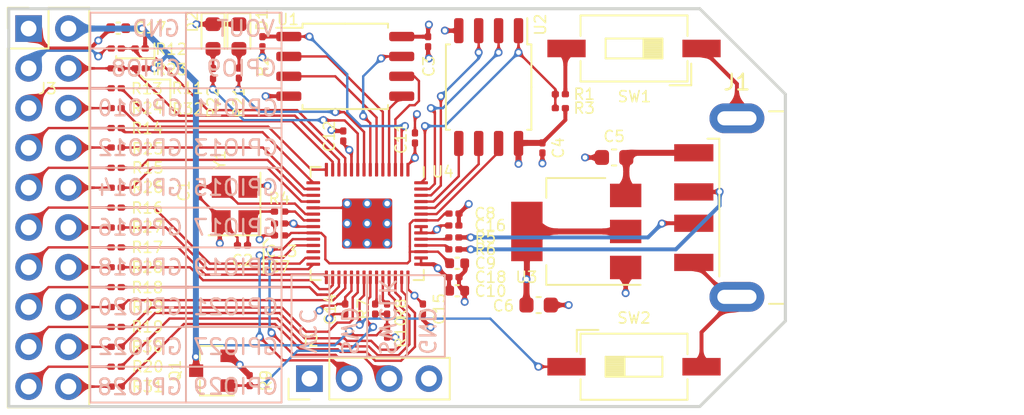
<source format=kicad_pcb>
(kicad_pcb (version 20171130) (host pcbnew "(5.1.9)-1")
  (layers (0 F.Cu signal) (1 In1.Cu power) (2 In2.Cu power) (31 B.Cu signal) (34 B.Paste user) (35 F.Paste user) (36 B.SilkS user) (37 F.SilkS user) (38 B.Mask user) (39 F.Mask user) (44 Edge.Cuts user))
  (net 0 "")
  (net 1 /XIN)
  (net 2 GND)
  (net 3 "Net-(C2-Pad2)")
  (net 4 +3V3)
  (net 5 VBUS)
  (net 6 +1V1)
  (net 7 "Net-(D1-Pad2)")
  (net 8 "Net-(D2-Pad2)")
  (net 9 /USB_D-)
  (net 10 /USB_D+)
  (net 11 /SWCLK)
  (net 12 /SWD)
  (net 13 Vdrive)
  (net 14 /DUT_PWR_CTL)
  (net 15 /~USB_BOOT)
  (net 16 /QSPI_SS)
  (net 17 /XOUT)
  (net 18 "Net-(R5-Pad2)")
  (net 19 /DUT_PWR_ADC)
  (net 20 /LED1)
  (net 21 /LED2)
  (net 22 /QSPI_SD3)
  (net 23 /QSPI_SCLK)
  (net 24 /QSPI_SD0)
  (net 25 /QSPI_SD2)
  (net 26 /QSPI_SD1)
  (net 27 /RUN)
  (net 28 "Net-(J3-Pad20)")
  (net 29 "Net-(J3-Pad19)")
  (net 30 "Net-(J3-Pad18)")
  (net 31 "Net-(J3-Pad17)")
  (net 32 "Net-(J3-Pad16)")
  (net 33 "Net-(J3-Pad15)")
  (net 34 "Net-(J3-Pad14)")
  (net 35 "Net-(J3-Pad13)")
  (net 36 "Net-(J3-Pad12)")
  (net 37 "Net-(J3-Pad11)")
  (net 38 "Net-(J3-Pad10)")
  (net 39 "Net-(J3-Pad9)")
  (net 40 "Net-(J3-Pad8)")
  (net 41 "Net-(J3-Pad7)")
  (net 42 "Net-(J3-Pad6)")
  (net 43 "Net-(J3-Pad5)")
  (net 44 "Net-(J3-Pad4)")
  (net 45 "Net-(J3-Pad3)")
  (net 46 /GPIO8)
  (net 47 /GPIO9)
  (net 48 /W25_SS)
  (net 49 /GPIO10)
  (net 50 /GPIO12)
  (net 51 /GPIO14)
  (net 52 /GPIO16)
  (net 53 /GPIO18)
  (net 54 /GPIO20)
  (net 55 /GPIO22)
  (net 56 /GPIO28)
  (net 57 /GPIO11)
  (net 58 /GPIO13)
  (net 59 /GPIO15)
  (net 60 /GPIO17)
  (net 61 /GPIO19)
  (net 62 /GPIO21)
  (net 63 /GPIO27)
  (net 64 /GPIO29)
  (net 65 /SW_USER)
  (net 66 /W25_SCLK)
  (net 67 /W25_SD0)
  (net 68 /W25_SD1)
  (net 69 /W25_SD2)
  (net 70 /W25_SD3)
  (net 71 "Net-(R6-Pad2)")
  (net 72 "Net-(R7-Pad2)")
  (module Resistor_SMD:R_0201_0603Metric (layer F.Cu) (at 155.3872 91.567 180)
    (fp_text reference R6 (at -2.0166 0) (layer F.SilkS) (effects (font (size 0.7 0.7) (thickness 0.1))))
    (fp_text value 27R)
    (pad 2 smd roundrect (at 0.32 0 180) (size 0.46 0.4) (layers F.Cu F.Mask) (net 71 "Net-(R6-Pad2)"))
    (pad 1 smd roundrect (at -0.32 0 180) (size 0.46 0.4) (layers F.Cu F.Mask) (net 9 /USB_D-))
  )
  (module Resistor_SMD:R_0201_0603Metric (layer F.Cu) (at 151.13 96.8502 270)
    (fp_text reference R10 (at 0 -0.889 90) (layer F.SilkS) (effects (font (size 0.7 0.7) (thickness 0.1))))
    (fp_text value 1k)
    (pad 2 smd roundrect (at 0.32 0 270) (size 0.46 0.4) (layers F.Cu F.Mask) (net 2 GND))
    (pad 1 smd roundrect (at -0.32 0 270) (size 0.46 0.4) (layers F.Cu F.Mask) (net 13 Vdrive))
  )
  (module Capacitor_SMD:C_0201_0603Metric (layer F.Cu) (at 155.3972 89.281)
    (fp_text reference C8 (at 1.9812 0) (layer F.SilkS) (effects (font (size 0.7 0.7) (thickness 0.1))))
    (fp_text value 100nF)
    (pad 2 smd roundrect (at 0.32 0) (size 0.46 0.4) (layers F.Cu F.Mask) (net 2 GND))
    (pad 1 smd roundrect (at -0.32 0) (size 0.46 0.4) (layers F.Cu F.Mask) (net 6 +1V1))
  )
  (module Resistor_SMD:R_0201_0603Metric (layer F.Cu) (at 150.368 95.377 90)
    (fp_text reference R7 (at 0 -0.762 90) (layer F.SilkS) (effects (font (size 0.7 0.7) (thickness 0.1))))
    (fp_text value 1k)
    (pad 2 smd roundrect (at 0.32 0 90) (size 0.46 0.4) (layers F.Cu F.Mask) (net 72 "Net-(R7-Pad2)"))
    (pad 1 smd roundrect (at -0.32 0 90) (size 0.46 0.4) (layers F.Cu F.Mask) (net 13 Vdrive))
  )
  (module Crystal:Crystal_SMD_3225-4Pin_3.2x2.5mm (layer F.Cu) (at 141.4018 88.6714 90)
    (fp_text reference Y1 (at 2.8194 -0.9398 90) (layer F.SilkS) (effects (font (size 0.7 0.7) (thickness 0.1))))
    (fp_text value 12MHz)
    (pad 4 smd rect (at -1.1 -0.85 90) (size 1.4 1.2) (layers F.Cu F.Paste F.Mask) (net 2 GND))
    (pad 3 smd rect (at 1.1 -0.85 90) (size 1.4 1.2) (layers F.Cu F.Paste F.Mask) (net 1 /XIN))
    (pad 2 smd rect (at 1.1 0.85 90) (size 1.4 1.2) (layers F.Cu F.Paste F.Mask) (net 2 GND))
    (pad 1 smd rect (at -1.1 0.85 90) (size 1.4 1.2) (layers F.Cu F.Paste F.Mask) (net 3 "Net-(C2-Pad2)"))
  )
  (module Connector_USB:USB_A_CNCTech_1001-011-01101_Horizontal (layer F.Cu) (at 180.34 88.9)
    (fp_text reference J1 (at -6.9 -8) (layer F.SilkS))
    (fp_text value USB_A)
    (pad "" np_thru_hole circle (at -6.9 2.3) (size 1.1 1.1) (drill 1.1) (layers *.Cu *.Mask))
    (pad "" np_thru_hole circle (at -6.9 -2.3) (size 1.1 1.1) (drill 1.1) (layers *.Cu *.Mask))
    (pad 5 thru_hole oval (at -6.9 5.7) (size 3.5 1.9) (drill oval 2.5 0.9) (layers *.Cu *.Mask) (net 2 GND))
    (pad 5 thru_hole oval (at -6.9 -5.7) (size 3.5 1.9) (drill oval 2.5 0.9) (layers *.Cu *.Mask) (net 2 GND))
    (pad 4 smd rect (at -9.65 3.5) (size 2.5 1.1) (layers F.Cu F.Paste F.Mask) (net 2 GND))
    (pad 1 smd rect (at -9.65 -3.5) (size 2.5 1.1) (layers F.Cu F.Paste F.Mask) (net 5 VBUS))
    (pad 3 smd rect (at -9.65 1) (size 2.5 1.1) (layers F.Cu F.Paste F.Mask) (net 10 /USB_D+))
    (pad 2 smd rect (at -9.65 -1) (size 2.5 1.1) (layers F.Cu F.Paste F.Mask) (net 9 /USB_D-))
  )
  (module Package_SO:SOIC-8_5.23x5.23mm_P1.27mm (layer F.Cu) (at 157.607 81.2038 270)
    (fp_text reference U2 (at -3.9878 -3.302 90) (layer F.SilkS) (effects (font (size 0.7 0.7) (thickness 0.1))))
    (fp_text value W25Q128JVS)
    (pad 8 smd roundrect (at 3.6 -1.905 270) (size 1.6 0.6) (layers F.Cu F.Paste F.Mask) (net 4 +3V3))
    (pad 7 smd roundrect (at 3.6 -0.635 270) (size 1.6 0.6) (layers F.Cu F.Paste F.Mask) (net 22 /QSPI_SD3))
    (pad 6 smd roundrect (at 3.6 0.635 270) (size 1.6 0.6) (layers F.Cu F.Paste F.Mask) (net 23 /QSPI_SCLK))
    (pad 5 smd roundrect (at 3.6 1.905 270) (size 1.6 0.6) (layers F.Cu F.Paste F.Mask) (net 24 /QSPI_SD0))
    (pad 4 smd roundrect (at -3.6 1.905 270) (size 1.6 0.6) (layers F.Cu F.Paste F.Mask) (net 2 GND))
    (pad 3 smd roundrect (at -3.6 0.635 270) (size 1.6 0.6) (layers F.Cu F.Paste F.Mask) (net 25 /QSPI_SD2))
    (pad 2 smd roundrect (at -3.6 -0.635 270) (size 1.6 0.6) (layers F.Cu F.Paste F.Mask) (net 26 /QSPI_SD1))
    (pad 1 smd roundrect (at -3.6 -1.905 270) (size 1.6 0.6) (layers F.Cu F.Paste F.Mask) (net 16 /QSPI_SS))
  )
  (module Package_SO:SOIC-8_5.23x5.23mm_P1.27mm (layer F.Cu) (at 148.463 79.883)
    (fp_text reference U1 (at -3.6576 -2.9972) (layer F.SilkS) (effects (font (size 0.7 0.7) (thickness 0.1))))
    (fp_text value W25Q128JVS)
    (pad 8 smd roundrect (at 3.6 -1.905) (size 1.6 0.6) (layers F.Cu F.Paste F.Mask) (net 4 +3V3))
    (pad 7 smd roundrect (at 3.6 -0.635) (size 1.6 0.6) (layers F.Cu F.Paste F.Mask) (net 70 /W25_SD3))
    (pad 6 smd roundrect (at 3.6 0.635) (size 1.6 0.6) (layers F.Cu F.Paste F.Mask) (net 66 /W25_SCLK))
    (pad 5 smd roundrect (at 3.6 1.905) (size 1.6 0.6) (layers F.Cu F.Paste F.Mask) (net 67 /W25_SD0))
    (pad 4 smd roundrect (at -3.6 1.905) (size 1.6 0.6) (layers F.Cu F.Paste F.Mask) (net 2 GND))
    (pad 3 smd roundrect (at -3.6 0.635) (size 1.6 0.6) (layers F.Cu F.Paste F.Mask) (net 69 /W25_SD2))
    (pad 2 smd roundrect (at -3.6 -0.635) (size 1.6 0.6) (layers F.Cu F.Paste F.Mask) (net 68 /W25_SD1))
    (pad 1 smd roundrect (at -3.6 -1.905) (size 1.6 0.6) (layers F.Cu F.Paste F.Mask) (net 48 /W25_SS))
  )
  (module Button_Switch_SMD:SW_DIP_SPSTx01_Slide_6.7x4.1mm_W8.61mm_P2.54mm_LowProfile (layer F.Cu) (at 166.878 99.06)
    (fp_text reference SW2 (at 0 -3.11) (layer F.SilkS) (effects (font (size 0.7 0.7) (thickness 0.1))))
    (fp_text value SW_User)
    (pad 2 smd rect (at 4.305 0) (size 2.44 1.12) (layers F.Cu F.Paste F.Mask) (net 2 GND))
    (pad 1 smd rect (at -4.305 0) (size 2.44 1.12) (layers F.Cu F.Paste F.Mask) (net 65 /SW_USER))
  )
  (module Resistor_SMD:R_0201_0603Metric (layer F.Cu) (at 133.858 100.33)
    (fp_text reference R31 (at 2.0066 0) (layer F.SilkS) (effects (font (size 0.7 0.7) (thickness 0.1))))
    (fp_text value 20R)
    (pad 2 smd roundrect (at 0.32 0) (size 0.46 0.4) (layers F.Cu F.Mask) (net 64 /GPIO29))
    (pad 1 smd roundrect (at -0.32 0) (size 0.46 0.4) (layers F.Cu F.Mask) (net 28 "Net-(J3-Pad20)"))
  )
  (module Resistor_SMD:R_0201_0603Metric (layer F.Cu) (at 133.858 97.79)
    (fp_text reference R30 (at 1.9812 0) (layer F.SilkS) (effects (font (size 0.7 0.7) (thickness 0.1))))
    (fp_text value 20R)
    (pad 2 smd roundrect (at 0.32 0) (size 0.46 0.4) (layers F.Cu F.Mask) (net 63 /GPIO27))
    (pad 1 smd roundrect (at -0.32 0) (size 0.46 0.4) (layers F.Cu F.Mask) (net 30 "Net-(J3-Pad18)"))
  )
  (module Resistor_SMD:R_0201_0603Metric (layer F.Cu) (at 133.858 95.25)
    (fp_text reference R29 (at 2.0066 0) (layer F.SilkS) (effects (font (size 0.7 0.7) (thickness 0.1))))
    (fp_text value 20R)
    (pad 2 smd roundrect (at 0.32 0) (size 0.46 0.4) (layers F.Cu F.Mask) (net 62 /GPIO21))
    (pad 1 smd roundrect (at -0.32 0) (size 0.46 0.4) (layers F.Cu F.Mask) (net 32 "Net-(J3-Pad16)"))
  )
  (module Resistor_SMD:R_0201_0603Metric (layer F.Cu) (at 133.858 92.71)
    (fp_text reference R28 (at 1.9812 0) (layer F.SilkS) (effects (font (size 0.7 0.7) (thickness 0.1))))
    (fp_text value 20R)
    (pad 2 smd roundrect (at 0.32 0) (size 0.46 0.4) (layers F.Cu F.Mask) (net 61 /GPIO19))
    (pad 1 smd roundrect (at -0.32 0) (size 0.46 0.4) (layers F.Cu F.Mask) (net 34 "Net-(J3-Pad14)"))
  )
  (module Resistor_SMD:R_0201_0603Metric (layer F.Cu) (at 133.858 90.17)
    (fp_text reference R27 (at 1.9812 -0.0254) (layer F.SilkS) (effects (font (size 0.7 0.7) (thickness 0.1))))
    (fp_text value 20R)
    (pad 2 smd roundrect (at 0.32 0) (size 0.46 0.4) (layers F.Cu F.Mask) (net 60 /GPIO17))
    (pad 1 smd roundrect (at -0.32 0) (size 0.46 0.4) (layers F.Cu F.Mask) (net 36 "Net-(J3-Pad12)"))
  )
  (module Resistor_SMD:R_0201_0603Metric (layer F.Cu) (at 133.858 87.63)
    (fp_text reference R26 (at 2.0066 -0.0254) (layer F.SilkS) (effects (font (size 0.7 0.7) (thickness 0.1))))
    (fp_text value 20R)
    (pad 2 smd roundrect (at 0.32 0) (size 0.46 0.4) (layers F.Cu F.Mask) (net 59 /GPIO15))
    (pad 1 smd roundrect (at -0.32 0) (size 0.46 0.4) (layers F.Cu F.Mask) (net 38 "Net-(J3-Pad10)"))
  )
  (module Resistor_SMD:R_0201_0603Metric (layer F.Cu) (at 133.858 85.0646)
    (fp_text reference R25 (at 2.0066 0.0762) (layer F.SilkS) (effects (font (size 0.7 0.7) (thickness 0.1))))
    (fp_text value 20R)
    (pad 2 smd roundrect (at 0.32 0) (size 0.46 0.4) (layers F.Cu F.Mask) (net 58 /GPIO13))
    (pad 1 smd roundrect (at -0.32 0) (size 0.46 0.4) (layers F.Cu F.Mask) (net 40 "Net-(J3-Pad8)"))
  )
  (module Resistor_SMD:R_0201_0603Metric (layer F.Cu) (at 133.858 82.55)
    (fp_text reference R24 (at 1.9812 0) (layer F.SilkS) (effects (font (size 0.7 0.7) (thickness 0.1))))
    (fp_text value 20R)
    (pad 2 smd roundrect (at 0.32 0) (size 0.46 0.4) (layers F.Cu F.Mask) (net 57 /GPIO11))
    (pad 1 smd roundrect (at -0.32 0) (size 0.46 0.4) (layers F.Cu F.Mask) (net 42 "Net-(J3-Pad6)"))
  )
  (module Resistor_SMD:R_0201_0603Metric (layer F.Cu) (at 133.858 80.01)
    (fp_text reference R23 (at 3.5052 0.0762) (layer F.SilkS) (effects (font (size 0.7 0.7) (thickness 0.1))))
    (fp_text value 20R)
    (pad 2 smd roundrect (at 0.32 0) (size 0.46 0.4) (layers F.Cu F.Mask) (net 47 /GPIO9))
    (pad 1 smd roundrect (at -0.32 0) (size 0.46 0.4) (layers F.Cu F.Mask) (net 44 "Net-(J3-Pad4)"))
  )
  (module Resistor_SMD:R_0201_0603Metric (layer F.Cu) (at 133.858 99.06 180)
    (fp_text reference R20 (at -2.0066 0) (layer F.SilkS) (effects (font (size 0.7 0.7) (thickness 0.1))))
    (fp_text value 20R)
    (pad 2 smd roundrect (at 0.32 0 180) (size 0.46 0.4) (layers F.Cu F.Mask) (net 29 "Net-(J3-Pad19)"))
    (pad 1 smd roundrect (at -0.32 0 180) (size 0.46 0.4) (layers F.Cu F.Mask) (net 56 /GPIO28))
  )
  (module Resistor_SMD:R_0201_0603Metric (layer F.Cu) (at 133.858 96.52 180)
    (fp_text reference R19 (at -1.9812 0) (layer F.SilkS) (effects (font (size 0.7 0.7) (thickness 0.1))))
    (fp_text value 20R)
    (pad 2 smd roundrect (at 0.32 0 180) (size 0.46 0.4) (layers F.Cu F.Mask) (net 31 "Net-(J3-Pad17)"))
    (pad 1 smd roundrect (at -0.32 0 180) (size 0.46 0.4) (layers F.Cu F.Mask) (net 55 /GPIO22))
  )
  (module Resistor_SMD:R_0201_0603Metric (layer F.Cu) (at 133.858 93.98 180)
    (fp_text reference R18 (at -1.9812 -0.0254) (layer F.SilkS) (effects (font (size 0.7 0.7) (thickness 0.1))))
    (fp_text value 20R)
    (pad 2 smd roundrect (at 0.32 0 180) (size 0.46 0.4) (layers F.Cu F.Mask) (net 33 "Net-(J3-Pad15)"))
    (pad 1 smd roundrect (at -0.32 0 180) (size 0.46 0.4) (layers F.Cu F.Mask) (net 54 /GPIO20))
  )
  (module Resistor_SMD:R_0201_0603Metric (layer F.Cu) (at 133.858 91.44 180)
    (fp_text reference R17 (at -1.9812 0) (layer F.SilkS) (effects (font (size 0.7 0.7) (thickness 0.1))))
    (fp_text value 20R)
    (pad 2 smd roundrect (at 0.32 0 180) (size 0.46 0.4) (layers F.Cu F.Mask) (net 35 "Net-(J3-Pad13)"))
    (pad 1 smd roundrect (at -0.32 0 180) (size 0.46 0.4) (layers F.Cu F.Mask) (net 53 /GPIO18))
  )
  (module Resistor_SMD:R_0201_0603Metric (layer F.Cu) (at 133.858 88.9 180)
    (fp_text reference R16 (at -1.9812 -0.0254) (layer F.SilkS) (effects (font (size 0.7 0.7) (thickness 0.1))))
    (fp_text value 20R)
    (pad 2 smd roundrect (at 0.32 0 180) (size 0.46 0.4) (layers F.Cu F.Mask) (net 37 "Net-(J3-Pad11)"))
    (pad 1 smd roundrect (at -0.32 0 180) (size 0.46 0.4) (layers F.Cu F.Mask) (net 52 /GPIO16))
  )
  (module Resistor_SMD:R_0201_0603Metric (layer F.Cu) (at 133.858 86.36 180)
    (fp_text reference R15 (at -2.0066 0) (layer F.SilkS) (effects (font (size 0.7 0.7) (thickness 0.1))))
    (fp_text value 20R)
    (pad 2 smd roundrect (at 0.32 0 180) (size 0.46 0.4) (layers F.Cu F.Mask) (net 39 "Net-(J3-Pad9)"))
    (pad 1 smd roundrect (at -0.32 0 180) (size 0.46 0.4) (layers F.Cu F.Mask) (net 51 /GPIO14))
  )
  (module Resistor_SMD:R_0201_0603Metric (layer F.Cu) (at 133.858 83.82 180)
    (fp_text reference R14 (at -1.9812 -0.0254) (layer F.SilkS) (effects (font (size 0.7 0.7) (thickness 0.1))))
    (fp_text value 20R)
    (pad 2 smd roundrect (at 0.32 0 180) (size 0.46 0.4) (layers F.Cu F.Mask) (net 41 "Net-(J3-Pad7)"))
    (pad 1 smd roundrect (at -0.32 0 180) (size 0.46 0.4) (layers F.Cu F.Mask) (net 50 /GPIO12))
  )
  (module Resistor_SMD:R_0201_0603Metric (layer F.Cu) (at 133.858 81.28 180)
    (fp_text reference R13 (at -1.9558 -0.0254) (layer F.SilkS) (effects (font (size 0.7 0.7) (thickness 0.1))))
    (fp_text value 20R)
    (pad 2 smd roundrect (at 0.32 0 180) (size 0.46 0.4) (layers F.Cu F.Mask) (net 43 "Net-(J3-Pad5)"))
    (pad 1 smd roundrect (at -0.32 0 180) (size 0.46 0.4) (layers F.Cu F.Mask) (net 49 /GPIO10))
  )
  (module Resistor_SMD:R_0201_0603Metric (layer F.Cu) (at 133.858 78.74 180)
    (fp_text reference R12 (at -3.5052 -0.0508) (layer F.SilkS) (effects (font (size 0.7 0.7) (thickness 0.1))))
    (fp_text value 20R)
    (pad 2 smd roundrect (at 0.32 0 180) (size 0.46 0.4) (layers F.Cu F.Mask) (net 45 "Net-(J3-Pad3)"))
    (pad 1 smd roundrect (at -0.32 0 180) (size 0.46 0.4) (layers F.Cu F.Mask) (net 46 /GPIO8))
  )
  (module Resistor_SMD:R_0201_0603Metric (layer F.Cu) (at 143.1798 78.3082 90)
    (fp_text reference R2 (at -1.5748 0.0254 90) (layer F.SilkS) (effects (font (size 0.7 0.7) (thickness 0.1))))
    (fp_text value DNF)
    (pad 2 smd roundrect (at 0.32 0 90) (size 0.46 0.4) (layers F.Cu F.Mask) (net 48 /W25_SS))
    (pad 1 smd roundrect (at -0.32 0 90) (size 0.46 0.4) (layers F.Cu F.Mask) (net 4 +3V3))
  )
  (module Connector_PinHeader_2.54mm:PinHeader_2x10_P2.54mm_Vertical (layer F.Cu) (at 128.27 77.47)
    (fp_text reference J3 (at 1.1938 3.8354) (layer F.SilkS) (effects (font (size 0.7 0.7) (thickness 0.1))))
    (fp_text value Conn_02x10_Odd_Even)
    (pad 20 thru_hole oval (at 2.54 22.86) (size 1.7 1.7) (drill 1) (layers *.Cu *.Mask) (net 28 "Net-(J3-Pad20)"))
    (pad 19 thru_hole oval (at 0 22.86) (size 1.7 1.7) (drill 1) (layers *.Cu *.Mask) (net 29 "Net-(J3-Pad19)"))
    (pad 18 thru_hole oval (at 2.54 20.32) (size 1.7 1.7) (drill 1) (layers *.Cu *.Mask) (net 30 "Net-(J3-Pad18)"))
    (pad 17 thru_hole oval (at 0 20.32) (size 1.7 1.7) (drill 1) (layers *.Cu *.Mask) (net 31 "Net-(J3-Pad17)"))
    (pad 16 thru_hole oval (at 2.54 17.78) (size 1.7 1.7) (drill 1) (layers *.Cu *.Mask) (net 32 "Net-(J3-Pad16)"))
    (pad 15 thru_hole oval (at 0 17.78) (size 1.7 1.7) (drill 1) (layers *.Cu *.Mask) (net 33 "Net-(J3-Pad15)"))
    (pad 14 thru_hole oval (at 2.54 15.24) (size 1.7 1.7) (drill 1) (layers *.Cu *.Mask) (net 34 "Net-(J3-Pad14)"))
    (pad 13 thru_hole oval (at 0 15.24) (size 1.7 1.7) (drill 1) (layers *.Cu *.Mask) (net 35 "Net-(J3-Pad13)"))
    (pad 12 thru_hole oval (at 2.54 12.7) (size 1.7 1.7) (drill 1) (layers *.Cu *.Mask) (net 36 "Net-(J3-Pad12)"))
    (pad 11 thru_hole oval (at 0 12.7) (size 1.7 1.7) (drill 1) (layers *.Cu *.Mask) (net 37 "Net-(J3-Pad11)"))
    (pad 10 thru_hole oval (at 2.54 10.16) (size 1.7 1.7) (drill 1) (layers *.Cu *.Mask) (net 38 "Net-(J3-Pad10)"))
    (pad 9 thru_hole oval (at 0 10.16) (size 1.7 1.7) (drill 1) (layers *.Cu *.Mask) (net 39 "Net-(J3-Pad9)"))
    (pad 8 thru_hole oval (at 2.54 7.62) (size 1.7 1.7) (drill 1) (layers *.Cu *.Mask) (net 40 "Net-(J3-Pad8)"))
    (pad 7 thru_hole oval (at 0 7.62) (size 1.7 1.7) (drill 1) (layers *.Cu *.Mask) (net 41 "Net-(J3-Pad7)"))
    (pad 6 thru_hole oval (at 2.54 5.08) (size 1.7 1.7) (drill 1) (layers *.Cu *.Mask) (net 42 "Net-(J3-Pad6)"))
    (pad 5 thru_hole oval (at 0 5.08) (size 1.7 1.7) (drill 1) (layers *.Cu *.Mask) (net 43 "Net-(J3-Pad5)"))
    (pad 4 thru_hole oval (at 2.54 2.54) (size 1.7 1.7) (drill 1) (layers *.Cu *.Mask) (net 44 "Net-(J3-Pad4)"))
    (pad 3 thru_hole oval (at 0 2.54) (size 1.7 1.7) (drill 1) (layers *.Cu *.Mask) (net 45 "Net-(J3-Pad3)"))
    (pad 2 thru_hole oval (at 2.54 0) (size 1.7 1.7) (drill 1) (layers *.Cu *.Mask) (net 13 Vdrive))
    (pad 1 thru_hole rect (at 0 0) (size 1.7 1.7) (drill 1) (layers *.Cu *.Mask) (net 2 GND))
  )
  (module Capacitor_SMD:C_0402_1005Metric (layer F.Cu) (at 133.985 77.4446 180)
    (fp_text reference C17 (at -2.0574 0.0254) (layer F.SilkS) (effects (font (size 0.7 0.7) (thickness 0.1))))
    (fp_text value 1uF)
    (pad 2 smd roundrect (at 0.48 0 180) (size 0.56 0.62) (layers F.Cu F.Paste F.Mask) (net 2 GND))
    (pad 1 smd roundrect (at -0.48 0 180) (size 0.56 0.62) (layers F.Cu F.Paste F.Mask) (net 13 Vdrive))
  )
  (module Capacitor_SMD:C_0201_0603Metric (layer F.Cu) (at 153.7462 78.3082 270)
    (fp_text reference C3 (at 1.5748 -0.0508 90) (layer F.SilkS) (effects (font (size 0.7 0.7) (thickness 0.1))))
    (fp_text value 100nF)
    (pad 2 smd roundrect (at 0.32 0 270) (size 0.46 0.4) (layers F.Cu F.Mask) (net 2 GND))
    (pad 1 smd roundrect (at -0.32 0 270) (size 0.46 0.4) (layers F.Cu F.Mask) (net 4 +3V3))
  )
  (module Resistor_SMD:R_0201_0603Metric (layer F.Cu) (at 135.382 80.01)
    (fp_text reference R32 (at 3.048 2.5908) (layer F.SilkS) (effects (font (size 0.7 0.7) (thickness 0.1))))
    (fp_text value 1k)
    (pad 2 smd roundrect (at 0.32 0) (size 0.46 0.4) (layers F.Cu F.Mask) (net 13 Vdrive))
    (pad 1 smd roundrect (at -0.32 0) (size 0.46 0.4) (layers F.Cu F.Mask) (net 47 /GPIO9))
  )
  (module Capacitor_SMD:C_0402_1005Metric (layer F.Cu) (at 155.6004 94.2086)
    (fp_text reference C10 (at 2.1336 0.0254) (layer F.SilkS) (effects (font (size 0.7 0.7) (thickness 0.1))))
    (fp_text value 1uF)
    (pad 2 smd roundrect (at 0.48 0) (size 0.56 0.62) (layers F.Cu F.Paste F.Mask) (net 2 GND))
    (pad 1 smd roundrect (at -0.48 0) (size 0.56 0.62) (layers F.Cu F.Paste F.Mask) (net 4 +3V3))
  )
  (module Capacitor_SMD:C_0402_1005Metric (layer F.Cu) (at 155.6004 92.456)
    (fp_text reference C9 (at 1.8034 0) (layer F.SilkS) (effects (font (size 0.7 0.7) (thickness 0.1))))
    (fp_text value 1uF)
    (pad 2 smd roundrect (at 0.48 0) (size 0.56 0.62) (layers F.Cu F.Paste F.Mask) (net 2 GND))
    (pad 1 smd roundrect (at -0.48 0) (size 0.56 0.62) (layers F.Cu F.Paste F.Mask) (net 6 +1V1))
  )
  (module Capacitor_SMD:C_0201_0603Metric (layer F.Cu) (at 161.036 85.09 270)
    (fp_text reference C4 (at 0 -1.016 90) (layer F.SilkS) (effects (font (size 0.7 0.7) (thickness 0.1))))
    (fp_text value 100nF)
    (pad 2 smd roundrect (at 0.32 0 270) (size 0.46 0.4) (layers F.Cu F.Mask) (net 2 GND))
    (pad 1 smd roundrect (at -0.32 0 270) (size 0.46 0.4) (layers F.Cu F.Mask) (net 4 +3V3))
  )
  (module Capacitor_SMD:C_0201_0603Metric (layer F.Cu) (at 141.9098 91.313)
    (fp_text reference C2 (at 0 0.9652) (layer F.SilkS) (effects (font (size 0.7 0.7) (thickness 0.1))))
    (fp_text value 12pF)
    (pad 2 smd roundrect (at 0.32 0) (size 0.46 0.4) (layers F.Cu F.Mask) (net 3 "Net-(C2-Pad2)"))
    (pad 1 smd roundrect (at -0.32 0) (size 0.46 0.4) (layers F.Cu F.Mask) (net 2 GND))
  )
  (module Capacitor_SMD:C_0201_0603Metric (layer F.Cu) (at 139.1158 87.884 90)
    (fp_text reference C1 (at 0.0508 -0.9398 90) (layer F.SilkS) (effects (font (size 0.7 0.7) (thickness 0.1))))
    (fp_text value 12pF)
    (pad 2 smd roundrect (at 0.32 0 90) (size 0.46 0.4) (layers F.Cu F.Mask) (net 1 /XIN))
    (pad 1 smd roundrect (at -0.32 0 90) (size 0.46 0.4) (layers F.Cu F.Mask) (net 2 GND))
  )
  (module Resistor_SMD:R_0201_0603Metric (layer F.Cu) (at 135.382 78.74)
    (fp_text reference R11 (at 3.0226 2.54) (layer F.SilkS) (effects (font (size 0.7 0.7) (thickness 0.1))))
    (fp_text value 1k)
    (pad 2 smd roundrect (at 0.32 0) (size 0.46 0.4) (layers F.Cu F.Mask) (net 13 Vdrive))
    (pad 1 smd roundrect (at -0.32 0) (size 0.46 0.4) (layers F.Cu F.Mask) (net 46 /GPIO8))
  )
  (module Resistor_SMD:R_0201_0603Metric (layer F.Cu) (at 140.0302 80.3402 90)
    (fp_text reference R22 (at -1.8288 0 90) (layer F.SilkS) (effects (font (size 0.7 0.7) (thickness 0.1))))
    (fp_text value 1k)
    (pad 2 smd roundrect (at 0.32 0 90) (size 0.46 0.4) (layers F.Cu F.Mask) (net 8 "Net-(D2-Pad2)"))
    (pad 1 smd roundrect (at -0.32 0 90) (size 0.46 0.4) (layers F.Cu F.Mask) (net 21 /LED2))
  )
  (module Resistor_SMD:R_0201_0603Metric (layer F.Cu) (at 141.6812 80.3148 90)
    (fp_text reference R21 (at -1.8542 0 90) (layer F.SilkS) (effects (font (size 0.7 0.7) (thickness 0.1))))
    (fp_text value 1k)
    (pad 2 smd roundrect (at 0.32 0 90) (size 0.46 0.4) (layers F.Cu F.Mask) (net 7 "Net-(D1-Pad2)"))
    (pad 1 smd roundrect (at -0.32 0 90) (size 0.46 0.4) (layers F.Cu F.Mask) (net 20 /LED1))
  )
  (module Resistor_SMD:R_0201_0603Metric (layer F.Cu) (at 142.367 99.949 90)
    (fp_text reference R9 (at 0 1.0414 270) (layer F.SilkS) (effects (font (size 0.7 0.7) (thickness 0.1))))
    (fp_text value 1k)
    (pad 2 smd roundrect (at 0.32 0 90) (size 0.46 0.4) (layers F.Cu F.Mask) (net 4 +3V3))
    (pad 1 smd roundrect (at -0.32 0 90) (size 0.46 0.4) (layers F.Cu F.Mask) (net 14 /DUT_PWR_CTL))
  )
  (module Resistor_SMD:R_0201_0603Metric (layer F.Cu) (at 151.13 95.377 90)
    (fp_text reference R8 (at 0 0.889 90) (layer F.SilkS) (effects (font (size 0.7 0.7) (thickness 0.1))))
    (fp_text value 1k)
    (pad 2 smd roundrect (at 0.32 0 90) (size 0.46 0.4) (layers F.Cu F.Mask) (net 19 /DUT_PWR_ADC))
    (pad 1 smd roundrect (at -0.32 0 90) (size 0.46 0.4) (layers F.Cu F.Mask) (net 13 Vdrive))
  )
  (module Resistor_SMD:R_0201_0603Metric (layer F.Cu) (at 155.3872 90.805 180)
    (fp_text reference R5 (at -2.0166 0) (layer F.SilkS) (effects (font (size 0.7 0.7) (thickness 0.1))))
    (fp_text value 27R)
    (pad 2 smd roundrect (at 0.32 0 180) (size 0.46 0.4) (layers F.Cu F.Mask) (net 18 "Net-(R5-Pad2)"))
    (pad 1 smd roundrect (at -0.32 0 180) (size 0.46 0.4) (layers F.Cu F.Mask) (net 10 /USB_D+))
  )
  (module Resistor_SMD:R_0201_0603Metric (layer F.Cu) (at 144.272 89.154 180)
    (fp_text reference R4 (at 0.0106 0.8382) (layer F.SilkS) (effects (font (size 0.7 0.7) (thickness 0.1))))
    (fp_text value 1k)
    (pad 2 smd roundrect (at 0.32 0 180) (size 0.46 0.4) (layers F.Cu F.Mask) (net 3 "Net-(C2-Pad2)"))
    (pad 1 smd roundrect (at -0.32 0 180) (size 0.46 0.4) (layers F.Cu F.Mask) (net 17 /XOUT))
  )
  (module Resistor_SMD:R_0201_0603Metric (layer F.Cu) (at 162.179 82.55 180)
    (fp_text reference R3 (at -1.524 0) (layer F.SilkS) (effects (font (size 0.7 0.7) (thickness 0.1))))
    (fp_text value DNF)
    (pad 2 smd roundrect (at 0.32 0 180) (size 0.46 0.4) (layers F.Cu F.Mask) (net 16 /QSPI_SS))
    (pad 1 smd roundrect (at -0.32 0 180) (size 0.46 0.4) (layers F.Cu F.Mask) (net 4 +3V3))
  )
  (module Resistor_SMD:R_0201_0603Metric (layer F.Cu) (at 162.179 81.661)
    (fp_text reference R1 (at 1.524 0) (layer F.SilkS) (effects (font (size 0.7 0.7) (thickness 0.1))))
    (fp_text value 1k)
    (pad 2 smd roundrect (at 0.32 0) (size 0.46 0.4) (layers F.Cu F.Mask) (net 15 /~USB_BOOT))
    (pad 1 smd roundrect (at -0.32 0) (size 0.46 0.4) (layers F.Cu F.Mask) (net 16 /QSPI_SS))
  )
  (module Capacitor_SMD:C_0201_0603Metric (layer F.Cu) (at 155.3972 93.345)
    (fp_text reference C18 (at 2.3368 0) (layer F.SilkS) (effects (font (size 0.7 0.7) (thickness 0.1))))
    (fp_text value 100nF)
    (pad 2 smd roundrect (at 0.32 0) (size 0.46 0.4) (layers F.Cu F.Mask) (net 2 GND))
    (pad 1 smd roundrect (at -0.32 0) (size 0.46 0.4) (layers F.Cu F.Mask) (net 4 +3V3))
  )
  (module Capacitor_SMD:C_0201_0603Metric (layer F.Cu) (at 155.3872 90.043)
    (fp_text reference C16 (at 2.3214 0) (layer F.SilkS) (effects (font (size 0.7 0.7) (thickness 0.1))))
    (fp_text value 100nF)
    (pad 2 smd roundrect (at 0.32 0) (size 0.46 0.4) (layers F.Cu F.Mask) (net 2 GND))
    (pad 1 smd roundrect (at -0.32 0) (size 0.46 0.4) (layers F.Cu F.Mask) (net 4 +3V3))
  )
  (module Capacitor_SMD:C_0201_0603Metric (layer F.Cu) (at 153.416 95.377 270)
    (fp_text reference C15 (at 0 -1.05 90) (layer F.SilkS) (effects (font (size 0.7 0.7) (thickness 0.1))))
    (fp_text value 100nF)
    (pad 2 smd roundrect (at 0.32 0 270) (size 0.46 0.4) (layers F.Cu F.Mask) (net 2 GND))
    (pad 1 smd roundrect (at -0.32 0 270) (size 0.46 0.4) (layers F.Cu F.Mask) (net 4 +3V3))
  )
  (module Capacitor_SMD:C_0201_0603Metric (layer F.Cu) (at 148.463 95.377 270)
    (fp_text reference C14 (at 0.0164 0.954 90) (layer F.SilkS) (effects (font (size 0.7 0.7) (thickness 0.1))))
    (fp_text value 100nF)
    (pad 2 smd roundrect (at 0.32 0 270) (size 0.46 0.4) (layers F.Cu F.Mask) (net 2 GND))
    (pad 1 smd roundrect (at -0.32 0 270) (size 0.46 0.4) (layers F.Cu F.Mask) (net 4 +3V3))
  )
  (module Capacitor_SMD:C_0201_0603Metric (layer F.Cu) (at 144.272 89.916 180)
    (fp_text reference C13 (at -0.127 -1.778) (layer F.SilkS) (effects (font (size 0.7 0.7) (thickness 0.1))))
    (fp_text value 100nF)
    (pad 2 smd roundrect (at 0.32 0 180) (size 0.46 0.4) (layers F.Cu F.Mask) (net 2 GND))
    (pad 1 smd roundrect (at -0.32 0 180) (size 0.46 0.4) (layers F.Cu F.Mask) (net 4 +3V3))
  )
  (module Capacitor_SMD:C_0201_0603Metric (layer F.Cu) (at 148.336 84.328 90)
    (fp_text reference C12 (at -0.0152 -0.889 270) (layer F.SilkS) (effects (font (size 0.7 0.7) (thickness 0.1))))
    (fp_text value 100nF)
    (pad 2 smd roundrect (at 0.32 0 90) (size 0.46 0.4) (layers F.Cu F.Mask) (net 2 GND))
    (pad 1 smd roundrect (at -0.32 0 90) (size 0.46 0.4) (layers F.Cu F.Mask) (net 4 +3V3))
  )
  (module Capacitor_SMD:C_0201_0603Metric (layer F.Cu) (at 152.908 84.455 90)
    (fp_text reference C11 (at -0.0152 -0.889 90) (layer F.SilkS) (effects (font (size 0.7 0.7) (thickness 0.1))))
    (fp_text value 100nF)
    (pad 2 smd roundrect (at 0.32 0 90) (size 0.46 0.4) (layers F.Cu F.Mask) (net 2 GND))
    (pad 1 smd roundrect (at -0.32 0 90) (size 0.46 0.4) (layers F.Cu F.Mask) (net 4 +3V3))
  )
  (module Capacitor_SMD:C_0201_0603Metric (layer F.Cu) (at 144.272 90.678 180)
    (fp_text reference C7 (at 0 -2.0066) (layer F.SilkS) (effects (font (size 0.7 0.7) (thickness 0.1))))
    (fp_text value 100nF)
    (pad 2 smd roundrect (at 0.32 0 180) (size 0.46 0.4) (layers F.Cu F.Mask) (net 2 GND))
    (pad 1 smd roundrect (at -0.32 0 180) (size 0.46 0.4) (layers F.Cu F.Mask) (net 6 +1V1))
  )
  (module RP2040:RP2040-QFN-56 (layer F.Cu) (at 149.86 89.916 270)
    (fp_text reference U4 (at -3.302 -4.826 180) (layer F.SilkS) (effects (font (size 0.7 0.7) (thickness 0.1))))
    (fp_text value RP2040)
    (pad 56 smd roundrect (at -2.6 -3.4375 270) (size 0.2 0.875) (layers F.Cu F.Paste F.Mask) (net 16 /QSPI_SS))
    (pad 55 smd roundrect (at -2.2 -3.4375 270) (size 0.2 0.875) (layers F.Cu F.Paste F.Mask) (net 26 /QSPI_SD1))
    (pad 54 smd roundrect (at -1.8 -3.4375 270) (size 0.2 0.875) (layers F.Cu F.Paste F.Mask) (net 25 /QSPI_SD2))
    (pad 53 smd roundrect (at -1.4 -3.4375 270) (size 0.2 0.875) (layers F.Cu F.Paste F.Mask) (net 24 /QSPI_SD0))
    (pad 52 smd roundrect (at -1 -3.4375 270) (size 0.2 0.875) (layers F.Cu F.Paste F.Mask) (net 23 /QSPI_SCLK))
    (pad 51 smd roundrect (at -0.6 -3.4375 270) (size 0.2 0.875) (layers F.Cu F.Paste F.Mask) (net 22 /QSPI_SD3))
    (pad 50 smd roundrect (at -0.2 -3.4375 270) (size 0.2 0.875) (layers F.Cu F.Paste F.Mask) (net 6 +1V1))
    (pad 49 smd roundrect (at 0.2 -3.4375 270) (size 0.2 0.875) (layers F.Cu F.Paste F.Mask) (net 4 +3V3))
    (pad 48 smd roundrect (at 0.6 -3.4375 270) (size 0.2 0.875) (layers F.Cu F.Paste F.Mask) (net 4 +3V3))
    (pad 47 smd roundrect (at 1 -3.4375 270) (size 0.2 0.875) (layers F.Cu F.Paste F.Mask) (net 18 "Net-(R5-Pad2)"))
    (pad 46 smd roundrect (at 1.4 -3.4375 270) (size 0.2 0.875) (layers F.Cu F.Paste F.Mask) (net 71 "Net-(R6-Pad2)"))
    (pad 45 smd roundrect (at 1.8 -3.4375 270) (size 0.2 0.875) (layers F.Cu F.Paste F.Mask) (net 6 +1V1))
    (pad 44 smd roundrect (at 2.2 -3.4375 270) (size 0.2 0.875) (layers F.Cu F.Paste F.Mask) (net 4 +3V3))
    (pad 43 smd roundrect (at 2.6 -3.4375 270) (size 0.2 0.875) (layers F.Cu F.Paste F.Mask) (net 4 +3V3))
    (pad 42 smd roundrect (at 3.4375 -2.6 270) (size 0.875 0.2) (layers F.Cu F.Paste F.Mask) (net 4 +3V3))
    (pad 41 smd roundrect (at 3.4375 -2.2 270) (size 0.875 0.2) (layers F.Cu F.Paste F.Mask) (net 64 /GPIO29))
    (pad 40 smd roundrect (at 3.4375 -1.8 270) (size 0.875 0.2) (layers F.Cu F.Paste F.Mask) (net 56 /GPIO28))
    (pad 39 smd roundrect (at 3.4375 -1.4 270) (size 0.875 0.2) (layers F.Cu F.Paste F.Mask) (net 63 /GPIO27))
    (pad 38 smd roundrect (at 3.4375 -1 270) (size 0.875 0.2) (layers F.Cu F.Paste F.Mask) (net 19 /DUT_PWR_ADC))
    (pad 37 smd roundrect (at 3.4375 -0.6 270) (size 0.875 0.2) (layers F.Cu F.Paste F.Mask) (net 72 "Net-(R7-Pad2)"))
    (pad 36 smd roundrect (at 3.4375 -0.2 270) (size 0.875 0.2) (layers F.Cu F.Paste F.Mask) (net 14 /DUT_PWR_CTL))
    (pad 35 smd roundrect (at 3.4375 0.2 270) (size 0.875 0.2) (layers F.Cu F.Paste F.Mask) (net 65 /SW_USER))
    (pad 34 smd roundrect (at 3.4375 0.6 270) (size 0.875 0.2) (layers F.Cu F.Paste F.Mask) (net 55 /GPIO22))
    (pad 33 smd roundrect (at 3.4375 1 270) (size 0.875 0.2) (layers F.Cu F.Paste F.Mask) (net 4 +3V3))
    (pad 32 smd roundrect (at 3.4375 1.4 270) (size 0.875 0.2) (layers F.Cu F.Paste F.Mask) (net 62 /GPIO21))
    (pad 31 smd roundrect (at 3.4375 1.8 270) (size 0.875 0.2) (layers F.Cu F.Paste F.Mask) (net 54 /GPIO20))
    (pad 30 smd roundrect (at 3.4375 2.2 270) (size 0.875 0.2) (layers F.Cu F.Paste F.Mask) (net 61 /GPIO19))
    (pad 29 smd roundrect (at 3.4375 2.6 270) (size 0.875 0.2) (layers F.Cu F.Paste F.Mask) (net 53 /GPIO18))
    (pad 28 smd roundrect (at 2.6 3.4375 270) (size 0.2 0.875) (layers F.Cu F.Paste F.Mask) (net 60 /GPIO17))
    (pad 27 smd roundrect (at 2.2 3.4375 270) (size 0.2 0.875) (layers F.Cu F.Paste F.Mask) (net 52 /GPIO16))
    (pad 26 smd roundrect (at 1.8 3.4375 270) (size 0.2 0.875) (layers F.Cu F.Paste F.Mask) (net 27 /RUN))
    (pad 25 smd roundrect (at 1.4 3.4375 270) (size 0.2 0.875) (layers F.Cu F.Paste F.Mask) (net 12 /SWD))
    (pad 24 smd roundrect (at 1 3.4375 270) (size 0.2 0.875) (layers F.Cu F.Paste F.Mask) (net 11 /SWCLK))
    (pad 23 smd roundrect (at 0.6 3.4375 270) (size 0.2 0.875) (layers F.Cu F.Paste F.Mask) (net 6 +1V1))
    (pad 22 smd roundrect (at 0.2 3.4375 270) (size 0.2 0.875) (layers F.Cu F.Paste F.Mask) (net 4 +3V3))
    (pad 21 smd roundrect (at -0.2 3.4375 270) (size 0.2 0.875) (layers F.Cu F.Paste F.Mask) (net 17 /XOUT))
    (pad 20 smd roundrect (at -0.6 3.4375 270) (size 0.2 0.875) (layers F.Cu F.Paste F.Mask) (net 1 /XIN))
    (pad 19 smd roundrect (at -1 3.4375 270) (size 0.2 0.875) (layers F.Cu F.Paste F.Mask) (net 2 GND))
    (pad 18 smd roundrect (at -1.4 3.4375 270) (size 0.2 0.875) (layers F.Cu F.Paste F.Mask) (net 59 /GPIO15))
    (pad 17 smd roundrect (at -1.8 3.4375 270) (size 0.2 0.875) (layers F.Cu F.Paste F.Mask) (net 51 /GPIO14))
    (pad 16 smd roundrect (at -2.2 3.4375 270) (size 0.2 0.875) (layers F.Cu F.Paste F.Mask) (net 58 /GPIO13))
    (pad 15 smd roundrect (at -2.6 3.4375 270) (size 0.2 0.875) (layers F.Cu F.Paste F.Mask) (net 50 /GPIO12))
    (pad 14 smd roundrect (at -3.4375 2.6 270) (size 0.875 0.2) (layers F.Cu F.Paste F.Mask) (net 57 /GPIO11))
    (pad 13 smd roundrect (at -3.4375 2.2 270) (size 0.875 0.2) (layers F.Cu F.Paste F.Mask) (net 49 /GPIO10))
    (pad 12 smd roundrect (at -3.4375 1.8 270) (size 0.875 0.2) (layers F.Cu F.Paste F.Mask) (net 47 /GPIO9))
    (pad 11 smd roundrect (at -3.4375 1.4 270) (size 0.875 0.2) (layers F.Cu F.Paste F.Mask) (net 46 /GPIO8))
    (pad 10 smd roundrect (at -3.4375 1 270) (size 0.875 0.2) (layers F.Cu F.Paste F.Mask) (net 4 +3V3))
    (pad 9 smd roundrect (at -3.4375 0.6 270) (size 0.875 0.2) (layers F.Cu F.Paste F.Mask) (net 21 /LED2))
    (pad 8 smd roundrect (at -3.4375 0.2 270) (size 0.875 0.2) (layers F.Cu F.Paste F.Mask) (net 20 /LED1))
    (pad 7 smd roundrect (at -3.4375 -0.2 270) (size 0.875 0.2) (layers F.Cu F.Paste F.Mask) (net 70 /W25_SD3))
    (pad 6 smd roundrect (at -3.4375 -0.6 270) (size 0.875 0.2) (layers F.Cu F.Paste F.Mask) (net 69 /W25_SD2))
    (pad 5 smd roundrect (at -3.4375 -1 270) (size 0.875 0.2) (layers F.Cu F.Paste F.Mask) (net 68 /W25_SD1))
    (pad 4 smd roundrect (at -3.4375 -1.4 270) (size 0.875 0.2) (layers F.Cu F.Paste F.Mask) (net 67 /W25_SD0))
    (pad 3 smd roundrect (at -3.4375 -1.8 270) (size 0.875 0.2) (layers F.Cu F.Paste F.Mask) (net 66 /W25_SCLK))
    (pad 2 smd roundrect (at -3.4375 -2.2 270) (size 0.875 0.2) (layers F.Cu F.Paste F.Mask) (net 48 /W25_SS))
    (pad 1 smd roundrect (at -3.4375 -2.6 270) (size 0.875 0.2) (layers F.Cu F.Paste F.Mask) (net 4 +3V3))
    (pad 57 thru_hole circle (at 1.275 1.275 270) (size 0.6 0.6) (drill 0.35) (layers *.Cu) (net 2 GND))
    (pad 57 thru_hole circle (at 0 1.275 270) (size 0.6 0.6) (drill 0.35) (layers *.Cu) (net 2 GND))
    (pad 57 thru_hole circle (at -1.275 1.275 270) (size 0.6 0.6) (drill 0.35) (layers *.Cu) (net 2 GND))
    (pad 57 thru_hole circle (at 1.275 0 270) (size 0.6 0.6) (drill 0.35) (layers *.Cu) (net 2 GND))
    (pad 57 thru_hole circle (at 0 0 270) (size 0.6 0.6) (drill 0.35) (layers *.Cu) (net 2 GND))
    (pad 57 thru_hole circle (at -1.275 0 270) (size 0.6 0.6) (drill 0.35) (layers *.Cu) (net 2 GND))
    (pad 57 thru_hole circle (at 1.275 -1.275 270) (size 0.6 0.6) (drill 0.35) (layers *.Cu) (net 2 GND))
    (pad 57 thru_hole circle (at 0 -1.275 270) (size 0.6 0.6) (drill 0.35) (layers *.Cu) (net 2 GND))
    (pad 57 thru_hole circle (at -1.275 -1.275 270) (size 0.6 0.6) (drill 0.35) (layers *.Cu) (net 2 GND))
    (pad 57 smd roundrect (at 0 0 270) (size 3.2 3.2) (layers F.Cu F.Mask) (roundrect_rratio 0.045) (net 2 GND))
  )
  (module Package_TO_SOT_SMD:SOT-223-3_TabPin2 (layer F.Cu) (at 163.195 90.424 180)
    (fp_text reference U3 (at 3.175 -2.921 180) (layer F.SilkS) (effects (font (size 0.7 0.7) (thickness 0.1))))
    (fp_text value AMS1117-3.3)
    (pad 1 smd rect (at -3.15 -2.3 180) (size 2 1.5) (layers F.Cu F.Paste F.Mask) (net 2 GND))
    (pad 3 smd rect (at -3.15 2.3 180) (size 2 1.5) (layers F.Cu F.Paste F.Mask) (net 5 VBUS))
    (pad 2 smd rect (at -3.15 0 180) (size 2 1.5) (layers F.Cu F.Paste F.Mask) (net 4 +3V3))
    (pad 2 smd rect (at 3.15 0 180) (size 2 3.8) (layers F.Cu F.Paste F.Mask) (net 4 +3V3))
  )
  (module Button_Switch_SMD:SW_DIP_SPSTx01_Slide_6.7x4.1mm_W8.61mm_P2.54mm_LowProfile (layer F.Cu) (at 166.878 78.74 180)
    (fp_text reference SW1 (at -0.0254 -3.0734) (layer F.SilkS) (effects (font (size 0.7 0.7) (thickness 0.1))))
    (fp_text value SW_Push)
    (pad 2 smd rect (at 4.305 0 180) (size 2.44 1.12) (layers F.Cu F.Paste F.Mask) (net 15 /~USB_BOOT))
    (pad 1 smd rect (at -4.305 0 180) (size 2.44 1.12) (layers F.Cu F.Paste F.Mask) (net 2 GND))
  )
  (module Package_TO_SOT_SMD:SOT-23 (layer F.Cu) (at 139.954 99.314 180)
    (fp_text reference Q1 (at 2.3368 0 270) (layer F.SilkS) (effects (font (size 0.7 0.7) (thickness 0.1))))
    (fp_text value Si2301DS)
    (pad 3 smd rect (at 1 0 180) (size 0.9 0.8) (layers F.Cu F.Paste F.Mask) (net 13 Vdrive))
    (pad 2 smd rect (at -1 0.95 180) (size 0.9 0.8) (layers F.Cu F.Paste F.Mask) (net 4 +3V3))
    (pad 1 smd rect (at -1 -0.95 180) (size 0.9 0.8) (layers F.Cu F.Paste F.Mask) (net 14 /DUT_PWR_CTL))
  )
  (module Connector_PinHeader_2.54mm:PinHeader_1x04_P2.54mm_Vertical (layer F.Cu) (at 146.177 99.822 90)
    (fp_text reference J2 (at 2.413 0 180) (layer F.SilkS) (effects (font (size 0.7 0.7) (thickness 0.1))))
    (fp_text value Conn_01x04)
    (pad 4 thru_hole oval (at 0 7.62 90) (size 1.7 1.7) (drill 1) (layers *.Cu *.Mask) (net 2 GND))
    (pad 3 thru_hole oval (at 0 5.08 90) (size 1.7 1.7) (drill 1) (layers *.Cu *.Mask) (net 11 /SWCLK))
    (pad 2 thru_hole oval (at 0 2.54 90) (size 1.7 1.7) (drill 1) (layers *.Cu *.Mask) (net 12 /SWD))
    (pad 1 thru_hole rect (at 0 0 90) (size 1.7 1.7) (drill 1) (layers *.Cu *.Mask) (net 4 +3V3))
  )
  (module LED_SMD:LED_0603_1608Metric (layer F.Cu) (at 140.0302 77.978 270)
    (fp_text reference D2 (at -0.9398 1.3208 270) (layer F.SilkS) (effects (font (size 0.7 0.7) (thickness 0.1))))
    (fp_text value LED)
    (pad 2 smd roundrect (at 0.7875 0 270) (size 0.875 0.95) (layers F.Cu F.Paste F.Mask) (net 8 "Net-(D2-Pad2)"))
    (pad 1 smd roundrect (at -0.7875 0 270) (size 0.875 0.95) (layers F.Cu F.Paste F.Mask) (net 2 GND))
  )
  (module LED_SMD:LED_0603_1608Metric (layer F.Cu) (at 141.6812 77.978 270)
    (fp_text reference D1 (at -1.0414 -1.4732 270) (layer F.SilkS) (effects (font (size 0.7 0.7) (thickness 0.1))))
    (fp_text value LED)
    (pad 2 smd roundrect (at 0.7875 0 270) (size 0.875 0.95) (layers F.Cu F.Paste F.Mask) (net 7 "Net-(D1-Pad2)"))
    (pad 1 smd roundrect (at -0.7875 0 270) (size 0.875 0.95) (layers F.Cu F.Paste F.Mask) (net 2 GND))
  )
  (module Capacitor_SMD:C_0603_1608Metric (layer F.Cu) (at 160.795 95.123)
    (fp_text reference C6 (at -2.2476 0.0508) (layer F.SilkS) (effects (font (size 0.7 0.7) (thickness 0.1))))
    (fp_text value 10uF)
    (pad 2 smd roundrect (at 0.775 0) (size 0.9 0.95) (layers F.Cu F.Paste F.Mask) (net 2 GND))
    (pad 1 smd roundrect (at -0.775 0) (size 0.9 0.95) (layers F.Cu F.Paste F.Mask) (net 4 +3V3))
  )
  (module Capacitor_SMD:C_0603_1608Metric (layer F.Cu) (at 165.608 85.6996 180)
    (fp_text reference C5 (at 0 1.3462) (layer F.SilkS) (effects (font (size 0.7 0.7) (thickness 0.1))))
    (fp_text value 10uF)
    (pad 2 smd roundrect (at 0.775 0 180) (size 0.9 0.95) (layers F.Cu F.Paste F.Mask) (net 2 GND))
    (pad 1 smd roundrect (at -0.775 0 180) (size 0.9 0.95) (layers F.Cu F.Paste F.Mask) (net 5 VBUS))
  )
  (gr_line (start 152.4 93.218) (end 152.4 98.425) (layer B.SilkS) (width 0.12))
  (gr_line (start 149.86 93.218) (end 149.86 98.425) (layer B.SilkS) (width 0.12))
  (gr_line (start 147.447 98.425) (end 147.447 93.218) (layer B.SilkS) (width 0.12))
  (gr_line (start 145.034 93.218) (end 145.034 98.425) (layer B.SilkS) (width 0.12))
  (gr_line (start 154.813 93.218) (end 145.034 93.218) (layer B.SilkS) (width 0.12))
  (gr_line (start 154.813 98.425) (end 154.813 93.218) (layer B.SilkS) (width 0.12))
  (gr_line (start 145.034 98.425) (end 154.813 98.425) (layer B.SilkS) (width 0.12))
  (gr_text GND (at 153.67 96.774 270) (layer B.SilkS) (effects (font (size 1 1)) (justify mirror)))
  (gr_text SWCLK (at 151.13 95.885 270) (layer B.SilkS) (effects (font (size 1 1)) (justify mirror)))
  (gr_text SWD (at 148.717 96.774 270) (layer B.SilkS) (effects (font (size 1 1)) (justify mirror)))
  (gr_text VCC (at 146.05 96.774 270) (layer B.SilkS) (effects (font (size 1 1)) (justify mirror)))
  (gr_line (start 143.256 91.186) (end 143.51 90.932) (layer F.SilkS) (width 0.12))
  (gr_line (start 143.256 93.091) (end 143.256 91.186) (layer F.SilkS) (width 0.12))
  (gr_line (start 138.303 101.346) (end 138.303 76.454) (layer B.SilkS) (width 0.12))
  (gr_line (start 132.207 99.06) (end 144.399 99.06) (layer B.SilkS) (width 0.12))
  (gr_line (start 132.207 96.52) (end 144.399 96.52) (layer B.SilkS) (width 0.12))
  (gr_line (start 132.207 93.98) (end 144.399 93.98) (layer B.SilkS) (width 0.12))
  (gr_line (start 132.207 91.44) (end 144.399 91.44) (layer B.SilkS) (width 0.12))
  (gr_line (start 132.207 88.9) (end 144.399 88.9) (layer B.SilkS) (width 0.12))
  (gr_line (start 132.207 86.36) (end 144.399 86.36) (layer B.SilkS) (width 0.12))
  (gr_line (start 132.207 83.82) (end 144.399 83.82) (layer B.SilkS) (width 0.12))
  (gr_line (start 132.207 81.28) (end 144.399 81.28) (layer B.SilkS) (width 0.12))
  (gr_line (start 132.207 78.74) (end 144.399 78.74) (layer B.SilkS) (width 0.12))
  (gr_line (start 132.207 101.346) (end 132.207 76.454) (layer B.SilkS) (width 0.12))
  (gr_line (start 144.399 101.346) (end 132.207 101.346) (layer B.SilkS) (width 0.12))
  (gr_line (start 144.399 76.454) (end 144.399 101.346) (layer B.SilkS) (width 0.12))
  (gr_line (start 132.207 76.454) (end 144.399 76.454) (layer B.SilkS) (width 0.12))
  (gr_text GPIO29 (at 141.478 100.33) (layer B.SilkS) (effects (font (size 1 1)) (justify mirror)))
  (gr_text GPIO28 (at 135.3566 100.3554) (layer B.SilkS) (effects (font (size 1 1)) (justify mirror)))
  (gr_text GPIO27 (at 141.478 97.79) (layer B.SilkS) (effects (font (size 1 1)) (justify mirror)))
  (gr_text GPIO22 (at 135.382 97.79) (layer B.SilkS) (effects (font (size 1 1)) (justify mirror)))
  (gr_text GPIO21 (at 141.478 95.25) (layer B.SilkS) (effects (font (size 1 1)) (justify mirror)))
  (gr_text GPIO20 (at 135.382 95.25) (layer B.SilkS) (effects (font (size 1 1)) (justify mirror)))
  (gr_text GPIO19 (at 141.478 92.71) (layer B.SilkS) (effects (font (size 1 1)) (justify mirror)))
  (gr_text GPIO18 (at 135.382 92.71) (layer B.SilkS) (effects (font (size 1 1)) (justify mirror)))
  (gr_text GPIO17 (at 141.478 90.17) (layer B.SilkS) (effects (font (size 1 1)) (justify mirror)))
  (gr_text GPIO16 (at 135.382 90.17) (layer B.SilkS) (effects (font (size 1 1)) (justify mirror)))
  (gr_text GPIO15 (at 141.478 87.63) (layer B.SilkS) (effects (font (size 1 1)) (justify mirror)))
  (gr_text GPIO14 (at 135.382 87.63) (layer B.SilkS) (effects (font (size 1 1)) (justify mirror)))
  (gr_text GPIO13 (at 141.478 85.09) (layer B.SilkS) (effects (font (size 1 1)) (justify mirror)))
  (gr_text GPIO12 (at 135.382 85.09) (layer B.SilkS) (effects (font (size 1 1)) (justify mirror)))
  (gr_text GPIO11 (at 141.478 82.55) (layer B.SilkS) (effects (font (size 1 1)) (justify mirror)))
  (gr_text GPIO10 (at 135.382 82.55) (layer B.SilkS) (effects (font (size 1 1)) (justify mirror)))
  (gr_text GPIO9 (at 141.859 80.01) (layer B.SilkS) (effects (font (size 1 1)) (justify mirror)))
  (gr_text GPIO8 (at 135.763 80.01) (layer B.SilkS) (effects (font (size 1 1)) (justify mirror)))
  (gr_text VOUT (at 142.113 77.47) (layer B.SilkS) (effects (font (size 1 1)) (justify mirror)))
  (gr_text GND (at 136.398 77.47) (layer B.SilkS) (effects (font (size 1 1)) (justify mirror)))
  (gr_line (start 135.6614 80.7212) (end 137.3124 80.7212) (layer F.SilkS) (width 0.12))
  (gr_line (start 135.4328 80.4672) (end 135.636 80.6958) (layer F.SilkS) (width 0.12))
  (gr_line (start 137.3124 82.9056) (end 137.3124 80.7212) (layer F.SilkS) (width 0.12))
  (gr_line (start 133.858 79.375) (end 133.858 79.5274) (layer F.SilkS) (width 0.12))
  (gr_line (start 133.858 79.375) (end 133.858 79.2226) (layer F.SilkS) (width 0.12))
  (gr_line (start 136.2964 79.375) (end 133.858 79.375) (layer F.SilkS) (width 0.12))
  (gr_line (start 136.2964 80.391) (end 136.2964 78.4098) (layer F.SilkS) (width 0.12))
  (gr_line (start 171.069 101.602195) (end 176.53 96.1412) (layer Edge.Cuts) (width 0.2))
  (gr_line (start 171.069 76.202201) (end 176.53 81.663201) (layer Edge.Cuts) (width 0.2))
  (gr_line (start 127.000399 101.602201) (end 127.000399 76.202206) (layer Edge.Cuts) (width 0.2))
  (gr_line (start 176.53 96.1412) (end 176.53 81.663201) (layer Edge.Cuts) (width 0.2))
  (gr_line (start 127.000399 76.202206) (end 171.069 76.202201) (layer Edge.Cuts) (width 0.2))
  (gr_line (start 127.000399 101.602201) (end 171.069 101.602195) (layer Edge.Cuts) (width 0.2))
  (via (at 156.464 90.805) (size 0.508) (drill 0.3048) (layers F.Cu B.Cu) (net 10))
  (via (at 156.464 91.567) (size 0.508) (drill 0.3048) (layers F.Cu B.Cu) (net 9))
  (via (at 166.3446 94.361) (size 0.508) (drill 0.3048) (layers F.Cu B.Cu) (net 2))
  (segment (start 139.1232 87.5714) (end 139.1158 87.564) (width 0.1524) (layer F.Cu) (net 1))
  (segment (start 140.5518 87.5714) (end 139.1232 87.5714) (width 0.1524) (layer F.Cu) (net 1))
  (segment (start 145.253668 88.646) (end 141.6264 88.646) (width 0.1524) (layer F.Cu) (net 1))
  (segment (start 145.923668 89.316) (end 145.253668 88.646) (width 0.1524) (layer F.Cu) (net 1))
  (segment (start 141.6264 88.646) (end 140.5518 87.5714) (width 0.1524) (layer F.Cu) (net 1))
  (segment (start 146.4225 89.316) (end 145.923668 89.316) (width 0.1524) (layer F.Cu) (net 1))
  (via (at 154.813 77.597) (size 0.508) (drill 0.3048) (layers F.Cu B.Cu) (net 2))
  (via (at 153.797 79.375) (size 0.508) (drill 0.3048) (layers F.Cu B.Cu) (net 2))
  (via (at 143.51 87.503) (size 0.508) (drill 0.3048) (layers F.Cu B.Cu) (net 2))
  (segment (start 142.3202 87.503) (end 142.2518 87.5714) (width 0.1524) (layer F.Cu) (net 2))
  (segment (start 143.51 87.503) (end 142.3202 87.503) (width 0.1524) (layer F.Cu) (net 2))
  (segment (start 143.952 89.916) (end 143.952 90.678) (width 0.1524) (layer F.Cu) (net 2))
  (segment (start 141.5898 90.8094) (end 140.5518 89.7714) (width 0.1524) (layer F.Cu) (net 2))
  (segment (start 141.5898 91.313) (end 141.5898 90.8094) (width 0.1524) (layer F.Cu) (net 2))
  (segment (start 140.5518 89.64) (end 139.1158 88.204) (width 0.1524) (layer F.Cu) (net 2))
  (segment (start 140.5518 89.7714) (end 140.5518 89.64) (width 0.1524) (layer F.Cu) (net 2))
  (segment (start 140.5518 89.7714) (end 140.5518 89.7714) (width 0.1524) (layer F.Cu) (net 2))
  (segment (start 148.447 88.916) (end 148.463 88.9) (width 0.1524) (layer F.Cu) (net 2))
  (segment (start 146.4225 88.916) (end 148.447 88.916) (width 0.1524) (layer F.Cu) (net 2))
  (segment (start 153.7462 79.3242) (end 153.797 79.375) (width 0.25) (layer F.Cu) (net 2))
  (segment (start 153.7462 78.6282) (end 153.7462 79.3242) (width 0.25) (layer F.Cu) (net 2))
  (segment (start 154.8198 77.6038) (end 154.813 77.597) (width 0.25) (layer F.Cu) (net 2))
  (segment (start 155.702 77.6038) (end 154.8198 77.6038) (width 0.25) (layer F.Cu) (net 2))
  (segment (start 144.863 81.788) (end 143.383 81.788) (width 0.25) (layer F.Cu) (net 2))
  (via (at 143.383 81.788) (size 0.508) (drill 0.3048) (layers F.Cu B.Cu) (net 2))
  (via (at 147.574 83.947) (size 0.508) (drill 0.3048) (layers F.Cu B.Cu) (net 2))
  (segment (start 147.635 84.008) (end 147.574 83.947) (width 0.25) (layer F.Cu) (net 2))
  (segment (start 148.336 84.008) (end 147.635 84.008) (width 0.25) (layer F.Cu) (net 2))
  (segment (start 141.6812 77.1905) (end 140.0302 77.1905) (width 0.25) (layer F.Cu) (net 2))
  (segment (start 140.0302 77.1905) (end 138.9635 77.1905) (width 0.25) (layer F.Cu) (net 2))
  (via (at 138.9635 77.1905) (size 0.508) (drill 0.3048) (layers F.Cu B.Cu) (net 2))
  (via (at 132.715 78.232) (size 0.508) (drill 0.3048) (layers F.Cu B.Cu) (net 2))
  (via (at 151.6634 97.1804) (size 0.508) (drill 0.3048) (layers F.Cu B.Cu) (net 2))
  (segment (start 151.6532 97.1702) (end 151.6634 97.1804) (width 0.25) (layer F.Cu) (net 2))
  (segment (start 151.13 97.1702) (end 151.6532 97.1702) (width 0.25) (layer F.Cu) (net 2))
  (segment (start 156.0804 94.2086) (end 156.0804 94.9172) (width 0.25) (layer F.Cu) (net 2))
  (segment (start 156.0804 94.9172) (end 156.0804 94.9172) (width 0.25) (layer F.Cu) (net 2))
  (via (at 156.0804 94.9172) (size 0.508) (drill 0.3048) (layers F.Cu B.Cu) (net 2))
  (segment (start 156.0804 92.9818) (end 155.7172 93.345) (width 0.25) (layer F.Cu) (net 2))
  (segment (start 156.0804 92.456) (end 156.0804 92.9818) (width 0.25) (layer F.Cu) (net 2))
  (segment (start 155.7172 93.8454) (end 156.0804 94.2086) (width 0.25) (layer F.Cu) (net 2))
  (segment (start 155.7172 93.345) (end 155.7172 93.8454) (width 0.25) (layer F.Cu) (net 2))
  (segment (start 153.416 95.697) (end 153.416 96.0628) (width 0.25) (layer F.Cu) (net 2))
  (segment (start 153.416 96.0628) (end 153.8986 96.5454) (width 0.25) (layer F.Cu) (net 2))
  (segment (start 153.8986 96.5454) (end 153.8986 96.5454) (width 0.25) (layer F.Cu) (net 2))
  (via (at 153.8986 96.5454) (size 0.508) (drill 0.3048) (layers F.Cu B.Cu) (net 2))
  (segment (start 155.7072 89.291) (end 155.7172 89.281) (width 0.25) (layer F.Cu) (net 2))
  (segment (start 155.7072 90.043) (end 155.7072 89.291) (width 0.25) (layer F.Cu) (net 2))
  (segment (start 155.7172 89.281) (end 155.7274 89.281) (width 0.25) (layer F.Cu) (net 2))
  (segment (start 155.7274 89.281) (end 156.337 88.6714) (width 0.25) (layer F.Cu) (net 2))
  (segment (start 156.337 88.6714) (end 156.337 88.6714) (width 0.25) (layer F.Cu) (net 2))
  (via (at 156.337 88.6714) (size 0.508) (drill 0.3048) (layers F.Cu B.Cu) (net 2))
  (segment (start 161.57 95.123) (end 162.7124 95.123) (width 0.25) (layer F.Cu) (net 2))
  (segment (start 162.7124 95.123) (end 162.7124 95.123) (width 0.25) (layer F.Cu) (net 2))
  (via (at 162.7124 95.123) (size 0.508) (drill 0.3048) (layers F.Cu B.Cu) (net 2))
  (segment (start 166.345 94.3606) (end 166.3446 94.361) (width 0.25) (layer F.Cu) (net 2))
  (segment (start 166.345 92.724) (end 166.345 94.3606) (width 0.25) (layer F.Cu) (net 2))
  (segment (start 172.89 94.6) (end 170.69 92.4) (width 0.25) (layer F.Cu) (net 2))
  (segment (start 173.44 94.6) (end 172.89 94.6) (width 0.25) (layer F.Cu) (net 2))
  (segment (start 173.44 80.997) (end 171.183 78.74) (width 0.25) (layer F.Cu) (net 2))
  (segment (start 173.44 83.2) (end 173.44 80.997) (width 0.25) (layer F.Cu) (net 2))
  (segment (start 171.183 96.857) (end 173.44 94.6) (width 0.25) (layer F.Cu) (net 2))
  (segment (start 171.183 99.06) (end 171.183 96.857) (width 0.25) (layer F.Cu) (net 2))
  (segment (start 164.833 85.6996) (end 163.7538 85.6996) (width 0.25) (layer F.Cu) (net 2))
  (segment (start 163.7538 85.6996) (end 163.7538 85.6996) (width 0.25) (layer F.Cu) (net 2))
  (via (at 163.7538 85.6996) (size 0.508) (drill 0.3048) (layers F.Cu B.Cu) (net 2))
  (segment (start 161.036 85.41) (end 161.036 86.0806) (width 0.25) (layer F.Cu) (net 2))
  (segment (start 161.036 86.0806) (end 161.036 86.0806) (width 0.25) (layer F.Cu) (net 2))
  (via (at 161.036 86.0806) (size 0.508) (drill 0.3048) (layers F.Cu B.Cu) (net 2))
  (via (at 147.447 95.9866) (size 0.508) (drill 0.3048) (layers F.Cu B.Cu) (net 2))
  (segment (start 147.7366 95.697) (end 147.447 95.9866) (width 0.1524) (layer F.Cu) (net 2))
  (segment (start 148.463 95.697) (end 147.7366 95.697) (width 0.1524) (layer F.Cu) (net 2))
  (via (at 153.035 82.931) (size 0.508) (drill 0.3048) (layers F.Cu B.Cu) (net 2))
  (segment (start 152.908 83.058) (end 153.035 82.931) (width 0.1524) (layer F.Cu) (net 2))
  (segment (start 152.908 84.135) (end 152.908 83.058) (width 0.1524) (layer F.Cu) (net 2))
  (via (at 143.002 90.932) (size 0.508) (drill 0.3048) (layers F.Cu B.Cu) (net 2))
  (segment (start 143.256 90.678) (end 143.002 90.932) (width 0.1524) (layer F.Cu) (net 2))
  (segment (start 143.952 90.678) (end 143.256 90.678) (width 0.1524) (layer F.Cu) (net 2))
  (segment (start 129.54 78.74) (end 132.2096 78.74) (width 0.25) (layer F.Cu) (net 2))
  (segment (start 132.2096 78.74) (end 133.505 77.4446) (width 0.25) (layer F.Cu) (net 2))
  (segment (start 128.27 77.47) (end 129.54 78.74) (width 0.25) (layer F.Cu) (net 2))
  (via (at 140.462 91.186) (size 0.508) (drill 0.3048) (layers F.Cu B.Cu) (net 2))
  (segment (start 140.462 89.8612) (end 140.5518 89.7714) (width 0.25) (layer F.Cu) (net 2))
  (segment (start 140.462 91.186) (end 140.462 89.8612) (width 0.25) (layer F.Cu) (net 2))
  (segment (start 142.2518 91.2402) (end 142.2298 91.2622) (width 0.1524) (layer F.Cu) (net 3))
  (segment (start 142.2518 89.7714) (end 142.2518 91.2402) (width 0.1524) (layer F.Cu) (net 3))
  (segment (start 142.8692 89.154) (end 142.2518 89.7714) (width 0.1524) (layer F.Cu) (net 3))
  (segment (start 143.952 89.154) (end 142.8692 89.154) (width 0.1524) (layer F.Cu) (net 3))
  (segment (start 142.2518 91.291) (end 142.2298 91.313) (width 0.1524) (layer F.Cu) (net 3))
  (segment (start 142.2518 89.7714) (end 142.2518 91.291) (width 0.1524) (layer F.Cu) (net 3))
  (via (at 153.797 77.216) (size 0.508) (drill 0.3048) (layers F.Cu B.Cu) (net 4))
  (via (at 159.512 86.106) (size 0.508) (drill 0.3048) (layers F.Cu B.Cu) (net 4))
  (via (at 160.02 93.472) (size 0.508) (drill 0.3048) (layers F.Cu B.Cu) (net 4))
  (via (at 141.732 98.933) (size 0.508) (drill 0.3048) (layers F.Cu B.Cu) (net 4))
  (segment (start 153.2975 90.516) (end 153.2975 90.116) (width 0.1524) (layer F.Cu) (net 4))
  (segment (start 148.86 86.4785) (end 148.86 85.642852) (width 0.1524) (layer F.Cu) (net 4))
  (segment (start 146.4225 90.116) (end 146.358 90.116) (width 0.1524) (layer F.Cu) (net 4))
  (segment (start 146.358 90.116) (end 146.33421 90.13979) (width 0.1524) (layer F.Cu) (net 4))
  (segment (start 148.86 93.3535) (end 148.86 94.218) (width 0.1524) (layer F.Cu) (net 4))
  (segment (start 148.463 94.615) (end 148.463 95.057) (width 0.1524) (layer F.Cu) (net 4))
  (segment (start 148.86 94.218) (end 148.463 94.615) (width 0.1524) (layer F.Cu) (net 4))
  (segment (start 141.102 98.364) (end 142.367 99.629) (width 0.381) (layer F.Cu) (net 4))
  (segment (start 140.954 98.364) (end 141.102 98.364) (width 0.381) (layer F.Cu) (net 4))
  (segment (start 145.361 90.116) (end 145.161 89.916) (width 0.1524) (layer F.Cu) (net 4))
  (segment (start 146.4225 90.116) (end 145.361 90.116) (width 0.1524) (layer F.Cu) (net 4))
  (segment (start 145.161 89.916) (end 144.592 89.916) (width 0.1524) (layer F.Cu) (net 4))
  (via (at 145.161 89.916) (size 0.508) (drill 0.3048) (layers F.Cu B.Cu) (net 4))
  (segment (start 152.46 94.101) (end 153.416 95.057) (width 0.1524) (layer F.Cu) (net 4))
  (segment (start 152.46 93.3535) (end 152.46 94.101) (width 0.1524) (layer F.Cu) (net 4))
  (segment (start 154.9942 90.116) (end 155.0672 90.043) (width 0.1524) (layer F.Cu) (net 4))
  (via (at 154.305 90.297) (size 0.508) (drill 0.3048) (layers F.Cu B.Cu) (net 4))
  (segment (start 154.086 90.516) (end 154.305 90.297) (width 0.1524) (layer F.Cu) (net 4))
  (segment (start 153.2975 90.516) (end 154.086 90.516) (width 0.1524) (layer F.Cu) (net 4))
  (segment (start 154.559 90.043) (end 154.305 90.297) (width 0.1524) (layer F.Cu) (net 4))
  (segment (start 155.0672 90.043) (end 154.559 90.043) (width 0.1524) (layer F.Cu) (net 4))
  (segment (start 153.2975 92.116) (end 153.2975 92.516) (width 0.1524) (layer F.Cu) (net 4))
  (segment (start 155.0772 94.1654) (end 155.1204 94.2086) (width 0.25) (layer F.Cu) (net 4))
  (segment (start 155.0772 93.345) (end 155.0772 94.1654) (width 0.25) (layer F.Cu) (net 4))
  (segment (start 155.0772 93.345) (end 154.94 93.345) (width 0.25) (layer F.Cu) (net 4))
  (segment (start 154.111 92.516) (end 153.2975 92.516) (width 0.25) (layer F.Cu) (net 4))
  (segment (start 154.94 93.345) (end 154.3685 92.7735) (width 0.25) (layer F.Cu) (net 4))
  (segment (start 160.045 93.447) (end 160.02 93.472) (width 0.381) (layer F.Cu) (net 4))
  (segment (start 160.045 90.424) (end 160.045 93.447) (width 0.381) (layer F.Cu) (net 4))
  (segment (start 160.02 93.472) (end 160.02 95.123) (width 0.381) (layer F.Cu) (net 4))
  (segment (start 166.345 90.424) (end 160.045 90.424) (width 0.381) (layer F.Cu) (net 4))
  (segment (start 159.5458 84.77) (end 159.512 84.8038) (width 0.381) (layer F.Cu) (net 4))
  (segment (start 161.036 84.77) (end 159.5458 84.77) (width 0.381) (layer F.Cu) (net 4))
  (segment (start 159.512 84.8038) (end 159.512 86.106) (width 0.381) (layer F.Cu) (net 4))
  (segment (start 162.499 83.307) (end 161.036 84.77) (width 0.25) (layer F.Cu) (net 4))
  (segment (start 162.499 82.55) (end 162.499 83.307) (width 0.25) (layer F.Cu) (net 4))
  (via (at 152.8775 94.5185) (size 0.508) (drill 0.3048) (layers F.Cu B.Cu) (net 4))
  (segment (start 154.3685 92.7735) (end 154.111 92.516) (width 0.25) (layer F.Cu) (net 4))
  (via (at 154.3685 92.7735) (size 0.508) (drill 0.3048) (layers F.Cu B.Cu) (net 4))
  (via (at 152.908 85.725) (size 0.508) (drill 0.3048) (layers F.Cu B.Cu) (net 4))
  (segment (start 152.908 85.471) (end 152.908 84.775) (width 0.1524) (layer F.Cu) (net 4))
  (segment (start 152.908 84.775) (end 152.908 85.725) (width 0.1524) (layer F.Cu) (net 4))
  (segment (start 152.46 86.173) (end 152.908 85.725) (width 0.1524) (layer F.Cu) (net 4))
  (segment (start 152.46 86.4785) (end 152.46 86.173) (width 0.1524) (layer F.Cu) (net 4))
  (via (at 148.717 85.217) (size 0.508) (drill 0.3048) (layers F.Cu B.Cu) (net 4))
  (segment (start 148.86 85.36) (end 148.717 85.217) (width 0.1524) (layer F.Cu) (net 4))
  (segment (start 148.86 86.4785) (end 148.86 85.36) (width 0.1524) (layer F.Cu) (net 4))
  (segment (start 148.336 84.836) (end 148.717 85.217) (width 0.1524) (layer F.Cu) (net 4))
  (segment (start 148.336 84.648) (end 148.336 84.836) (width 0.1524) (layer F.Cu) (net 4))
  (segment (start 152.0732 77.9882) (end 152.063 77.978) (width 0.25) (layer F.Cu) (net 4))
  (segment (start 153.7462 77.9882) (end 152.0732 77.9882) (width 0.25) (layer F.Cu) (net 4))
  (segment (start 153.7462 77.2668) (end 153.797 77.216) (width 0.25) (layer F.Cu) (net 4))
  (segment (start 153.7462 77.9882) (end 153.7462 77.2668) (width 0.25) (layer F.Cu) (net 4))
  (segment (start 143.1798 78.6282) (end 143.1798 79.2988) (width 0.25) (layer F.Cu) (net 4))
  (segment (start 143.1798 79.2988) (end 143.1798 79.2988) (width 0.25) (layer F.Cu) (net 4))
  (via (at 143.1798 79.2988) (size 0.508) (drill 0.3048) (layers F.Cu B.Cu) (net 4))
  (segment (start 147.950481 95.057) (end 147.843251 95.16423) (width 0.1524) (layer F.Cu) (net 4))
  (segment (start 148.463 95.057) (end 147.950481 95.057) (width 0.1524) (layer F.Cu) (net 4))
  (segment (start 147.843251 95.16423) (end 147.12637 95.16423) (width 0.1524) (layer F.Cu) (net 4))
  (segment (start 147.12637 95.16423) (end 146.812 95.4786) (width 0.1524) (layer F.Cu) (net 4))
  (segment (start 146.812 95.4786) (end 146.812 95.4786) (width 0.1524) (layer F.Cu) (net 4))
  (via (at 146.812 95.4786) (size 0.508) (drill 0.3048) (layers F.Cu B.Cu) (net 4))
  (segment (start 166.6826 85.4) (end 166.383 85.6996) (width 0.381) (layer F.Cu) (net 5))
  (segment (start 170.69 85.4) (end 166.6826 85.4) (width 0.381) (layer F.Cu) (net 5))
  (segment (start 166.383 88.086) (end 166.345 88.124) (width 0.381) (layer F.Cu) (net 5))
  (segment (start 166.383 85.6996) (end 166.383 88.086) (width 0.381) (layer F.Cu) (net 5))
  (segment (start 152.798668 89.716) (end 153.2975 89.716) (width 0.1524) (layer F.Cu) (net 6))
  (segment (start 152.58379 89.930878) (end 152.798668 89.716) (width 0.1524) (layer F.Cu) (net 6))
  (segment (start 152.58379 91.38321) (end 152.58379 89.930878) (width 0.1524) (layer F.Cu) (net 6))
  (segment (start 154.813539 89.281) (end 155.0772 89.281) (width 0.1524) (layer F.Cu) (net 6))
  (segment (start 154.378539 89.716) (end 154.813539 89.281) (width 0.1524) (layer F.Cu) (net 6))
  (segment (start 153.2975 89.716) (end 154.378539 89.716) (width 0.1524) (layer F.Cu) (net 6))
  (segment (start 154.3804 91.716) (end 155.1204 92.456) (width 0.1524) (layer F.Cu) (net 6))
  (segment (start 153.2975 91.716) (end 154.3804 91.716) (width 0.1524) (layer F.Cu) (net 6))
  (segment (start 152.61858 91.716) (end 152.58379 91.75079) (width 0.1524) (layer F.Cu) (net 6))
  (segment (start 153.2975 91.716) (end 152.61858 91.716) (width 0.1524) (layer F.Cu) (net 6))
  (segment (start 152.58379 91.38321) (end 152.58379 91.75079) (width 0.1524) (layer F.Cu) (net 6))
  (segment (start 147.193 92.202) (end 147.193 90.787668) (width 0.1524) (layer F.Cu) (net 6))
  (segment (start 147.447 92.456) (end 147.193 92.202) (width 0.1524) (layer F.Cu) (net 6))
  (segment (start 146.921332 90.516) (end 146.4225 90.516) (width 0.1524) (layer F.Cu) (net 6))
  (segment (start 152.428912 92.456) (end 147.447 92.456) (width 0.1524) (layer F.Cu) (net 6))
  (segment (start 147.193 90.787668) (end 146.921332 90.516) (width 0.1524) (layer F.Cu) (net 6))
  (segment (start 152.58379 92.301122) (end 152.428912 92.456) (width 0.1524) (layer F.Cu) (net 6))
  (segment (start 152.58379 91.75079) (end 152.58379 92.301122) (width 0.1524) (layer F.Cu) (net 6))
  (segment (start 145.017661 90.516) (end 145.507 90.516) (width 0.1524) (layer F.Cu) (net 6))
  (segment (start 144.855661 90.678) (end 145.017661 90.516) (width 0.1524) (layer F.Cu) (net 6))
  (segment (start 144.592 90.678) (end 144.855661 90.678) (width 0.1524) (layer F.Cu) (net 6))
  (segment (start 146.4225 90.516) (end 145.507 90.516) (width 0.1524) (layer F.Cu) (net 6))
  (segment (start 141.6812 79.9948) (end 141.6812 78.7655) (width 0.1524) (layer F.Cu) (net 7))
  (segment (start 140.0302 80.0202) (end 140.0302 78.7655) (width 0.1524) (layer F.Cu) (net 8))
  (segment (start 155.7072 91.567) (end 156.464 91.567) (width 0.25) (layer F.Cu) (net 9))
  (segment (start 172.339 87.884) (end 172.339 87.884) (width 0.25) (layer B.Cu) (net 9))
  (via (at 172.339 87.884) (size 0.508) (drill 0.3048) (layers F.Cu B.Cu) (net 9))
  (segment (start 172.323 87.9) (end 172.339 87.884) (width 0.25) (layer F.Cu) (net 9))
  (segment (start 170.69 87.9) (end 172.323 87.9) (width 0.25) (layer F.Cu) (net 9))
  (segment (start 172.339 88.773) (end 172.339 87.884) (width 0.25) (layer B.Cu) (net 9))
  (segment (start 169.545 91.567) (end 172.339 88.773) (width 0.25) (layer B.Cu) (net 9))
  (segment (start 156.464 91.567) (end 169.545 91.567) (width 0.25) (layer B.Cu) (net 9))
  (segment (start 155.7072 90.805) (end 156.464 90.805) (width 0.25) (layer F.Cu) (net 10))
  (segment (start 156.464 90.805) (end 167.767 90.805) (width 0.25) (layer B.Cu) (net 10))
  (segment (start 167.767 90.805) (end 168.656 89.916) (width 0.25) (layer B.Cu) (net 10))
  (segment (start 168.656 89.916) (end 168.656 89.916) (width 0.25) (layer B.Cu) (net 10))
  (via (at 168.656 89.916) (size 0.508) (drill 0.3048) (layers F.Cu B.Cu) (net 10))
  (segment (start 168.672 89.9) (end 168.656 89.916) (width 0.25) (layer F.Cu) (net 10))
  (segment (start 170.69 89.9) (end 168.672 89.9) (width 0.25) (layer F.Cu) (net 10))
  (segment (start 145.116044 90.916) (end 144.465044 91.567) (width 0.1524) (layer F.Cu) (net 11))
  (segment (start 146.4225 90.916) (end 145.116044 90.916) (width 0.1524) (layer F.Cu) (net 11))
  (segment (start 144.465044 91.567) (end 143.637 91.567) (width 0.1524) (layer F.Cu) (net 11))
  (segment (start 143.637 91.567) (end 143.637 91.567) (width 0.1524) (layer F.Cu) (net 11))
  (via (at 143.637 91.567) (size 0.508) (drill 0.3048) (layers F.Cu B.Cu) (net 11))
  (via (at 143.764 96.901) (size 0.508) (drill 0.3048) (layers F.Cu B.Cu) (net 11))
  (segment (start 143.637 96.774) (end 143.764 96.901) (width 0.1524) (layer B.Cu) (net 11))
  (segment (start 143.637 91.567) (end 143.637 96.774) (width 0.1524) (layer B.Cu) (net 11))
  (segment (start 151.022235 99.822) (end 151.257 99.822) (width 0.1524) (layer F.Cu) (net 11))
  (segment (start 149.666465 98.46623) (end 151.022235 99.822) (width 0.1524) (layer F.Cu) (net 11))
  (segment (start 148.009302 98.46623) (end 149.666465 98.46623) (width 0.1524) (layer F.Cu) (net 11))
  (segment (start 147.844262 98.30119) (end 148.009302 98.46623) (width 0.1524) (layer F.Cu) (net 11))
  (segment (start 145.16419 98.30119) (end 147.844262 98.30119) (width 0.1524) (layer F.Cu) (net 11))
  (segment (start 143.764 96.901) (end 145.16419 98.30119) (width 0.1524) (layer F.Cu) (net 11))
  (via (at 143.002 91.948) (size 0.508) (drill 0.3048) (layers F.Cu B.Cu) (net 12))
  (segment (start 143.151201 92.097201) (end 143.002 91.948) (width 0.1524) (layer F.Cu) (net 12))
  (segment (start 144.503799 92.097201) (end 143.151201 92.097201) (width 0.1524) (layer F.Cu) (net 12))
  (segment (start 145.285 91.316) (end 144.503799 92.097201) (width 0.1524) (layer F.Cu) (net 12))
  (segment (start 146.4225 91.316) (end 145.285 91.316) (width 0.1524) (layer F.Cu) (net 12))
  (segment (start 143.002 91.948) (end 143.002 97.155) (width 0.1524) (layer B.Cu) (net 12))
  (via (at 143.002 97.155) (size 0.508) (drill 0.3048) (layers F.Cu B.Cu) (net 12))
  (segment (start 147.5486 98.6536) (end 148.717 99.822) (width 0.1524) (layer F.Cu) (net 12))
  (segment (start 144.5006 98.6536) (end 147.5486 98.6536) (width 0.1524) (layer F.Cu) (net 12))
  (segment (start 143.002 97.155) (end 144.5006 98.6536) (width 0.1524) (layer F.Cu) (net 12))
  (segment (start 150.368 95.697) (end 151.13 95.697) (width 0.1524) (layer F.Cu) (net 13))
  (segment (start 138.938 98.425) (end 138.938 98.425) (width 0.1524) (layer B.Cu) (net 13))
  (via (at 138.938 98.425) (size 0.508) (drill 0.3048) (layers F.Cu B.Cu) (net 13))
  (segment (start 138.954 98.441) (end 138.938 98.425) (width 0.381) (layer F.Cu) (net 13))
  (segment (start 138.954 99.314) (end 138.954 98.441) (width 0.381) (layer F.Cu) (net 13))
  (segment (start 135.509 77.47) (end 135.509 77.47) (width 0.381) (layer B.Cu) (net 13))
  (segment (start 135.509 77.47) (end 130.81 77.47) (width 0.381) (layer B.Cu) (net 13))
  (via (at 135.509 77.47) (size 0.508) (drill 0.3048) (layers F.Cu B.Cu) (net 13))
  (segment (start 135.4836 77.4446) (end 135.509 77.47) (width 0.25) (layer F.Cu) (net 13))
  (segment (start 134.465 77.4446) (end 135.4836 77.4446) (width 0.25) (layer F.Cu) (net 13))
  (segment (start 135.702 77.663) (end 135.509 77.47) (width 0.25) (layer F.Cu) (net 13))
  (segment (start 135.702 78.74) (end 135.702 77.663) (width 0.25) (layer F.Cu) (net 13))
  (segment (start 135.702 80.01) (end 136.271 80.01) (width 0.25) (layer F.Cu) (net 13))
  (via (at 136.271 80.01) (size 0.508) (drill 0.3048) (layers F.Cu B.Cu) (net 13))
  (segment (start 137.0965 79.1845) (end 137.2235 79.1845) (width 0.25) (layer B.Cu) (net 13))
  (segment (start 136.271 80.01) (end 137.0965 79.1845) (width 0.25) (layer B.Cu) (net 13))
  (segment (start 137.2235 79.1845) (end 135.509 77.47) (width 0.381) (layer B.Cu) (net 13))
  (segment (start 138.938 80.899) (end 137.2235 79.1845) (width 0.381) (layer B.Cu) (net 13))
  (via (at 148.717 96.774) (size 0.508) (drill 0.3048) (layers F.Cu B.Cu) (net 13))
  (segment (start 148.993201 97.050201) (end 148.717 96.774) (width 0.1524) (layer F.Cu) (net 13))
  (segment (start 150.460799 97.050201) (end 148.993201 97.050201) (width 0.1524) (layer F.Cu) (net 13))
  (segment (start 150.93 96.581) (end 150.460799 97.050201) (width 0.1524) (layer F.Cu) (net 13))
  (segment (start 151.13 96.581) (end 150.93 96.581) (width 0.1524) (layer F.Cu) (net 13))
  (segment (start 151.13 95.697) (end 151.13 96.581) (width 0.1524) (layer F.Cu) (net 13))
  (segment (start 139.03641 97.69159) (end 138.938 97.79) (width 0.1524) (layer B.Cu) (net 13))
  (segment (start 147.79941 97.69159) (end 139.03641 97.69159) (width 0.1524) (layer B.Cu) (net 13))
  (segment (start 148.717 96.774) (end 147.79941 97.69159) (width 0.1524) (layer B.Cu) (net 13))
  (segment (start 138.938 97.79) (end 138.938 80.899) (width 0.381) (layer B.Cu) (net 13))
  (segment (start 138.938 98.425) (end 138.938 97.79) (width 0.381) (layer B.Cu) (net 13))
  (segment (start 150.06 93.3535) (end 150.06 94.602956) (width 0.1524) (layer F.Cu) (net 14))
  (via (at 150.241 96.52) (size 0.508) (drill 0.3048) (layers F.Cu B.Cu) (net 14))
  (segment (start 149.89179 94.771166) (end 150.06 94.602956) (width 0.1524) (layer F.Cu) (net 14))
  (segment (start 149.89179 96.17079) (end 149.89179 94.771166) (width 0.1524) (layer F.Cu) (net 14))
  (segment (start 150.241 96.52) (end 149.89179 96.17079) (width 0.1524) (layer F.Cu) (net 14))
  (segment (start 142.362 100.264) (end 142.367 100.269) (width 0.1524) (layer F.Cu) (net 14))
  (segment (start 140.954 100.264) (end 142.362 100.264) (width 0.1524) (layer F.Cu) (net 14))
  (segment (start 142.367 100.269) (end 143.19 100.269) (width 0.1524) (layer F.Cu) (net 14))
  (segment (start 143.19 100.269) (end 143.19 100.269) (width 0.1524) (layer F.Cu) (net 14))
  (via (at 143.19 100.269) (size 0.508) (drill 0.3048) (layers F.Cu B.Cu) (net 14))
  (segment (start 148.717 98.044) (end 150.241 96.52) (width 0.1524) (layer B.Cu) (net 14))
  (segment (start 145.415 98.044) (end 148.717 98.044) (width 0.1524) (layer B.Cu) (net 14))
  (segment (start 143.19 100.269) (end 145.415 98.044) (width 0.1524) (layer B.Cu) (net 14))
  (segment (start 162.499 78.814) (end 162.573 78.74) (width 0.25) (layer F.Cu) (net 15))
  (segment (start 162.499 81.661) (end 162.499 78.814) (width 0.25) (layer F.Cu) (net 15))
  (segment (start 159.512 77.6038) (end 159.512 78.994) (width 0.1524) (layer F.Cu) (net 16))
  (via (at 159.512 78.994) (size 0.508) (drill 0.3048) (layers F.Cu B.Cu) (net 16))
  (segment (start 161.859 81.341) (end 159.512 78.994) (width 0.1524) (layer F.Cu) (net 16))
  (segment (start 161.859 81.661) (end 161.859 81.341) (width 0.1524) (layer F.Cu) (net 16))
  (segment (start 161.859 82.55) (end 161.859 81.661) (width 0.1524) (layer F.Cu) (net 16))
  (segment (start 153.543 87.0705) (end 153.2975 87.316) (width 0.1524) (layer F.Cu) (net 16))
  (segment (start 153.543 83.693) (end 153.543 87.0705) (width 0.1524) (layer F.Cu) (net 16))
  (via (at 153.543 83.693) (size 0.508) (drill 0.3048) (layers F.Cu B.Cu) (net 16))
  (segment (start 154.813 83.693) (end 153.543 83.693) (width 0.1524) (layer B.Cu) (net 16))
  (segment (start 159.512 78.994) (end 154.813 83.693) (width 0.1524) (layer B.Cu) (net 16))
  (segment (start 146.4225 89.716) (end 145.825286 89.716) (width 0.1524) (layer F.Cu) (net 17))
  (segment (start 145.263286 89.154) (end 144.592 89.154) (width 0.1524) (layer F.Cu) (net 17))
  (segment (start 145.825286 89.716) (end 145.263286 89.154) (width 0.1524) (layer F.Cu) (net 17))
  (segment (start 154.9562 90.916) (end 155.0672 90.805) (width 0.1524) (layer F.Cu) (net 18))
  (segment (start 153.2975 90.916) (end 154.9562 90.916) (width 0.1524) (layer F.Cu) (net 18))
  (segment (start 150.86 94.787) (end 151.13 95.057) (width 0.1524) (layer F.Cu) (net 19))
  (segment (start 150.86 93.3535) (end 150.86 94.787) (width 0.1524) (layer F.Cu) (net 19))
  (via (at 147.828 82.804) (size 0.508) (drill 0.3048) (layers F.Cu B.Cu) (net 20))
  (segment (start 141.605 81.407) (end 141.605 81.28) (width 0.1524) (layer B.Cu) (net 20))
  (via (at 141.605 81.407) (size 0.508) (drill 0.3048) (layers F.Cu B.Cu) (net 20))
  (segment (start 141.6812 81.3308) (end 141.605 81.407) (width 0.1524) (layer F.Cu) (net 20))
  (segment (start 141.6812 80.6348) (end 141.6812 81.3308) (width 0.1524) (layer F.Cu) (net 20))
  (segment (start 142.979799 82.781799) (end 141.605 81.407) (width 0.1524) (layer B.Cu) (net 20))
  (segment (start 147.805799 82.781799) (end 142.979799 82.781799) (width 0.1524) (layer B.Cu) (net 20))
  (segment (start 147.828 82.804) (end 147.805799 82.781799) (width 0.1524) (layer B.Cu) (net 20))
  (segment (start 148.392426 82.804) (end 147.828 82.804) (width 0.1524) (layer F.Cu) (net 20))
  (segment (start 149.66 84.071574) (end 148.392426 82.804) (width 0.1524) (layer F.Cu) (net 20))
  (segment (start 149.66 86.4785) (end 149.66 84.071574) (width 0.1524) (layer F.Cu) (net 20))
  (via (at 147.066 83.312) (size 0.508) (drill 0.3048) (layers F.Cu B.Cu) (net 21))
  (via (at 140.0175 81.3435) (size 0.508) (drill 0.3048) (layers F.Cu B.Cu) (net 21))
  (segment (start 140.0302 81.3308) (end 140.0175 81.3435) (width 0.1524) (layer F.Cu) (net 21))
  (segment (start 140.0302 80.6602) (end 140.0302 81.3308) (width 0.1524) (layer F.Cu) (net 21))
  (segment (start 141.986 83.312) (end 141.9225 83.2485) (width 0.1524) (layer B.Cu) (net 21))
  (segment (start 147.066 83.312) (end 141.986 83.312) (width 0.1524) (layer B.Cu) (net 21))
  (segment (start 141.9225 83.2485) (end 140.0175 81.3435) (width 0.1524) (layer B.Cu) (net 21))
  (segment (start 147.088201 83.334201) (end 147.066 83.312) (width 0.1524) (layer F.Cu) (net 21))
  (segment (start 148.424245 83.334201) (end 147.088201 83.334201) (width 0.1524) (layer F.Cu) (net 21))
  (segment (start 149.26 84.169956) (end 148.424245 83.334201) (width 0.1524) (layer F.Cu) (net 21))
  (segment (start 149.26 86.4785) (end 149.26 84.169956) (width 0.1524) (layer F.Cu) (net 21))
  (segment (start 158.242 85.354156) (end 158.242 84.8038) (width 0.1524) (layer F.Cu) (net 22))
  (segment (start 154.280156 89.316) (end 158.242 85.354156) (width 0.1524) (layer F.Cu) (net 22))
  (segment (start 153.2975 89.316) (end 154.280156 89.316) (width 0.1524) (layer F.Cu) (net 22))
  (segment (start 153.2975 88.916) (end 154.181774 88.916) (width 0.1524) (layer F.Cu) (net 23))
  (segment (start 156.972 86.125774) (end 156.972 84.8038) (width 0.1524) (layer F.Cu) (net 23))
  (segment (start 154.181774 88.916) (end 156.972 86.125774) (width 0.1524) (layer F.Cu) (net 23))
  (segment (start 153.2975 88.516) (end 154.083392 88.516) (width 0.1524) (layer F.Cu) (net 24))
  (segment (start 155.702 86.897392) (end 155.702 84.8038) (width 0.1524) (layer F.Cu) (net 24))
  (segment (start 154.083392 88.516) (end 155.702 86.897392) (width 0.1524) (layer F.Cu) (net 24))
  (segment (start 153.936382 88.116) (end 153.2975 88.116) (width 0.1524) (layer F.Cu) (net 25))
  (segment (start 154.559 87.493382) (end 153.936382 88.116) (width 0.1524) (layer F.Cu) (net 25))
  (segment (start 154.559 81.788) (end 154.559 87.493382) (width 0.1524) (layer F.Cu) (net 25))
  (via (at 154.559 81.788) (size 0.508) (drill 0.3048) (layers F.Cu B.Cu) (net 25))
  (segment (start 156.972 78.994) (end 156.972 78.994) (width 0.1524) (layer B.Cu) (net 25))
  (via (at 156.972 78.994) (size 0.508) (drill 0.3048) (layers F.Cu B.Cu) (net 25))
  (segment (start 156.972 77.6038) (end 156.972 78.994) (width 0.1524) (layer F.Cu) (net 25))
  (segment (start 154.559 81.788) (end 156.972 79.375) (width 0.1524) (layer B.Cu) (net 25))
  (segment (start 156.972 79.375) (end 156.972 78.994) (width 0.1524) (layer B.Cu) (net 25))
  (segment (start 158.242 78.994) (end 158.242 78.994) (width 0.1524) (layer F.Cu) (net 26))
  (via (at 153.924 82.55) (size 0.508) (drill 0.3048) (layers F.Cu B.Cu) (net 26))
  (segment (start 154.177999 87.376001) (end 153.838 87.716) (width 0.1524) (layer F.Cu) (net 26))
  (segment (start 153.838 87.716) (end 153.2975 87.716) (width 0.1524) (layer F.Cu) (net 26))
  (segment (start 154.177999 82.803999) (end 154.177999 87.376001) (width 0.1524) (layer F.Cu) (net 26))
  (segment (start 153.924 82.55) (end 154.177999 82.803999) (width 0.1524) (layer F.Cu) (net 26))
  (segment (start 158.242 78.994) (end 158.242 77.6038) (width 0.1524) (layer F.Cu) (net 26))
  (via (at 158.242 78.994) (size 0.508) (drill 0.3048) (layers F.Cu B.Cu) (net 26))
  (segment (start 154.686 82.55) (end 158.242 78.994) (width 0.1524) (layer B.Cu) (net 26))
  (segment (start 153.924 82.55) (end 154.686 82.55) (width 0.1524) (layer B.Cu) (net 26))
  (segment (start 133.538 100.33) (end 130.81 100.33) (width 0.1524) (layer F.Cu) (net 28))
  (segment (start 129.54 99.06) (end 128.27 100.33) (width 0.1524) (layer F.Cu) (net 29))
  (segment (start 133.538 99.06) (end 129.54 99.06) (width 0.1524) (layer F.Cu) (net 29))
  (segment (start 133.538 97.79) (end 130.81 97.79) (width 0.1524) (layer F.Cu) (net 30))
  (segment (start 129.54 96.52) (end 128.27 97.79) (width 0.1524) (layer F.Cu) (net 31))
  (segment (start 133.538 96.52) (end 129.54 96.52) (width 0.1524) (layer F.Cu) (net 31))
  (segment (start 133.538 95.25) (end 130.81 95.25) (width 0.1524) (layer F.Cu) (net 32))
  (segment (start 129.54 93.98) (end 128.27 95.25) (width 0.1524) (layer F.Cu) (net 33))
  (segment (start 133.538 93.98) (end 129.54 93.98) (width 0.1524) (layer F.Cu) (net 33))
  (segment (start 133.538 92.71) (end 130.81 92.71) (width 0.1524) (layer F.Cu) (net 34))
  (segment (start 129.54 91.44) (end 128.27 92.71) (width 0.1524) (layer F.Cu) (net 35))
  (segment (start 133.538 91.44) (end 129.54 91.44) (width 0.1524) (layer F.Cu) (net 35))
  (segment (start 133.538 90.17) (end 130.81 90.17) (width 0.1524) (layer F.Cu) (net 36))
  (segment (start 129.54 88.9) (end 128.27 90.17) (width 0.1524) (layer F.Cu) (net 37))
  (segment (start 133.538 88.9) (end 129.54 88.9) (width 0.1524) (layer F.Cu) (net 37))
  (segment (start 133.538 87.63) (end 130.81 87.63) (width 0.1524) (layer F.Cu) (net 38))
  (segment (start 129.54 86.36) (end 128.27 87.63) (width 0.1524) (layer F.Cu) (net 39))
  (segment (start 133.538 86.36) (end 129.54 86.36) (width 0.1524) (layer F.Cu) (net 39))
  (segment (start 130.8354 85.0646) (end 130.81 85.09) (width 0.1524) (layer F.Cu) (net 40))
  (segment (start 133.538 85.0646) (end 130.8354 85.0646) (width 0.1524) (layer F.Cu) (net 40))
  (segment (start 129.54 83.82) (end 128.27 85.09) (width 0.1524) (layer F.Cu) (net 41))
  (segment (start 133.538 83.82) (end 129.54 83.82) (width 0.1524) (layer F.Cu) (net 41))
  (segment (start 133.538 82.55) (end 130.81 82.55) (width 0.1524) (layer F.Cu) (net 42))
  (segment (start 129.54 81.28) (end 128.27 82.55) (width 0.1524) (layer F.Cu) (net 43))
  (segment (start 133.538 81.28) (end 129.54 81.28) (width 0.1524) (layer F.Cu) (net 43))
  (segment (start 133.538 80.01) (end 130.81 80.01) (width 0.1524) (layer F.Cu) (net 44))
  (segment (start 133.538 78.74) (end 133.223 78.74) (width 0.1524) (layer F.Cu) (net 45))
  (segment (start 133.223 78.74) (end 132.715 79.248) (width 0.1524) (layer F.Cu) (net 45))
  (segment (start 132.715 79.248) (end 132.715 79.248) (width 0.1524) (layer F.Cu) (net 45))
  (via (at 132.715 79.248) (size 0.508) (drill 0.3048) (layers F.Cu B.Cu) (net 45))
  (segment (start 129.396201 78.883799) (end 128.27 80.01) (width 0.1524) (layer B.Cu) (net 45))
  (segment (start 132.350799 78.883799) (end 129.396201 78.883799) (width 0.1524) (layer B.Cu) (net 45))
  (segment (start 132.715 79.248) (end 132.350799 78.883799) (width 0.1524) (layer B.Cu) (net 45))
  (segment (start 135.062 78.74) (end 134.178 78.74) (width 0.1524) (layer F.Cu) (net 46))
  (segment (start 135.062 78.94) (end 135.062 78.74) (width 0.1524) (layer F.Cu) (net 46))
  (segment (start 135.497 79.375) (end 135.062 78.94) (width 0.1524) (layer F.Cu) (net 46))
  (segment (start 139.7 82.677) (end 136.398 79.375) (width 0.1524) (layer F.Cu) (net 46))
  (segment (start 145.395766 82.677) (end 139.7 82.677) (width 0.1524) (layer F.Cu) (net 46))
  (segment (start 136.398 79.375) (end 135.497 79.375) (width 0.1524) (layer F.Cu) (net 46))
  (segment (start 148.46 85.741234) (end 145.395766 82.677) (width 0.1524) (layer F.Cu) (net 46))
  (segment (start 148.46 86.4785) (end 148.46 85.741234) (width 0.1524) (layer F.Cu) (net 46))
  (segment (start 135.062 80.01) (end 134.178 80.01) (width 0.1524) (layer F.Cu) (net 47))
  (segment (start 137.88141 83.02941) (end 135.062 80.21) (width 0.1524) (layer F.Cu) (net 47))
  (segment (start 145.249793 83.02941) (end 137.88141 83.02941) (width 0.1524) (layer F.Cu) (net 47))
  (segment (start 148.06 85.839616) (end 145.249793 83.02941) (width 0.1524) (layer F.Cu) (net 47))
  (segment (start 135.062 80.21) (end 135.062 80.01) (width 0.1524) (layer F.Cu) (net 47))
  (segment (start 148.06 86.4785) (end 148.06 85.839616) (width 0.1524) (layer F.Cu) (net 47))
  (segment (start 146.177 77.978) (end 146.177 77.978) (width 0.1524) (layer B.Cu) (net 48))
  (via (at 146.177 77.978) (size 0.508) (drill 0.3048) (layers F.Cu B.Cu) (net 48))
  (segment (start 144.863 77.978) (end 146.177 77.978) (width 0.1524) (layer F.Cu) (net 48))
  (segment (start 143.19 77.978) (end 143.1798 77.9882) (width 0.25) (layer F.Cu) (net 48))
  (segment (start 144.863 77.978) (end 143.19 77.978) (width 0.25) (layer F.Cu) (net 48))
  (via (at 152.273 83.693) (size 0.508) (drill 0.3048) (layers F.Cu B.Cu) (net 48))
  (segment (start 152.06 83.906) (end 152.273 83.693) (width 0.1524) (layer F.Cu) (net 48))
  (segment (start 152.06 86.4785) (end 152.06 83.906) (width 0.1524) (layer F.Cu) (net 48))
  (segment (start 149.456302 83.693) (end 152.273 83.693) (width 0.1524) (layer B.Cu) (net 48))
  (segment (start 148.59 82.826698) (end 149.456302 83.693) (width 0.1524) (layer B.Cu) (net 48))
  (segment (start 148.59 80.391) (end 148.59 82.826698) (width 0.1524) (layer B.Cu) (net 48))
  (segment (start 146.177 77.978) (end 148.59 80.391) (width 0.1524) (layer B.Cu) (net 48))
  (segment (start 145.062152 83.38182) (end 136.27982 83.38182) (width 0.1524) (layer F.Cu) (net 49))
  (segment (start 147.66 85.979668) (end 145.062152 83.38182) (width 0.1524) (layer F.Cu) (net 49))
  (segment (start 136.27982 83.38182) (end 134.178 81.28) (width 0.1524) (layer F.Cu) (net 49))
  (segment (start 147.66 86.4785) (end 147.66 85.979668) (width 0.1524) (layer F.Cu) (net 49))
  (segment (start 134.44464 84.08664) (end 134.178 83.82) (width 0.1524) (layer F.Cu) (net 50))
  (segment (start 143.19314 84.08664) (end 134.44464 84.08664) (width 0.1524) (layer F.Cu) (net 50))
  (segment (start 146.4225 87.316) (end 143.19314 84.08664) (width 0.1524) (layer F.Cu) (net 50))
  (segment (start 135.382 86.36) (end 134.178 86.36) (width 0.1524) (layer F.Cu) (net 51))
  (segment (start 135.89 85.852) (end 135.382 86.36) (width 0.1524) (layer F.Cu) (net 51))
  (segment (start 143.500382 85.852) (end 135.89 85.852) (width 0.1524) (layer F.Cu) (net 51))
  (segment (start 146.409 88.116) (end 146.38521 88.09221) (width 0.1524) (layer F.Cu) (net 51))
  (segment (start 146.4225 88.116) (end 146.409 88.116) (width 0.1524) (layer F.Cu) (net 51))
  (segment (start 145.764382 88.116) (end 144.775191 87.126809) (width 0.1524) (layer F.Cu) (net 51))
  (segment (start 146.4225 88.116) (end 145.764382 88.116) (width 0.1524) (layer F.Cu) (net 51))
  (segment (start 144.775191 87.126809) (end 143.500382 85.852) (width 0.1524) (layer F.Cu) (net 51))
  (segment (start 145.001687 87.353305) (end 144.775191 87.126809) (width 0.1524) (layer F.Cu) (net 51))
  (segment (start 136.251764 88.9) (end 134.178 88.9) (width 0.1524) (layer F.Cu) (net 52))
  (segment (start 139.829965 92.478201) (end 136.251764 88.9) (width 0.1524) (layer F.Cu) (net 52))
  (segment (start 145.561467 92.478201) (end 139.829965 92.478201) (width 0.1524) (layer F.Cu) (net 52))
  (segment (start 145.923668 92.116) (end 145.561467 92.478201) (width 0.1524) (layer F.Cu) (net 52))
  (segment (start 146.4225 92.116) (end 145.923668 92.116) (width 0.1524) (layer F.Cu) (net 52))
  (segment (start 147.089521 93.183021) (end 147.26 93.3535) (width 0.1524) (layer F.Cu) (net 53))
  (segment (start 139.53802 93.183021) (end 147.089521 93.183021) (width 0.1524) (layer F.Cu) (net 53))
  (segment (start 137.795 91.44) (end 139.53802 93.183021) (width 0.1524) (layer F.Cu) (net 53))
  (segment (start 134.178 91.44) (end 137.795 91.44) (width 0.1524) (layer F.Cu) (net 53))
  (segment (start 148.06 93.950714) (end 147.551305 94.45941) (width 0.1524) (layer F.Cu) (net 54))
  (segment (start 148.06 93.3535) (end 148.06 93.950714) (width 0.1524) (layer F.Cu) (net 54))
  (segment (start 146.666027 94.45941) (end 146.313617 94.107) (width 0.1524) (layer F.Cu) (net 54))
  (segment (start 147.29141 94.45941) (end 146.666027 94.45941) (width 0.1524) (layer F.Cu) (net 54))
  (segment (start 147.551305 94.45941) (end 147.29141 94.45941) (width 0.1524) (layer F.Cu) (net 54))
  (segment (start 138.43 93.98) (end 146.186618 93.98) (width 0.1524) (layer F.Cu) (net 54))
  (segment (start 146.666028 94.45941) (end 146.91041 94.45941) (width 0.1524) (layer F.Cu) (net 54))
  (segment (start 147.29141 94.45941) (end 146.91041 94.45941) (width 0.1524) (layer F.Cu) (net 54))
  (segment (start 146.186618 93.98) (end 146.666028 94.45941) (width 0.1524) (layer F.Cu) (net 54))
  (segment (start 134.178 93.98) (end 138.43 93.98) (width 0.1524) (layer F.Cu) (net 54))
  (segment (start 134.80418 96.52) (end 134.178 96.52) (width 0.1524) (layer F.Cu) (net 55))
  (segment (start 145.967645 96.8248) (end 144.421435 95.27859) (width 0.1524) (layer F.Cu) (net 55))
  (segment (start 147.3708 96.8248) (end 145.967645 96.8248) (width 0.1524) (layer F.Cu) (net 55))
  (segment (start 147.951801 96.243799) (end 147.3708 96.8248) (width 0.1524) (layer F.Cu) (net 55))
  (segment (start 148.741903 96.243799) (end 147.951801 96.243799) (width 0.1524) (layer F.Cu) (net 55))
  (segment (start 148.93921 94.637172) (end 148.93921 96.046492) (width 0.1524) (layer F.Cu) (net 55))
  (segment (start 148.93921 96.046492) (end 148.741903 96.243799) (width 0.1524) (layer F.Cu) (net 55))
  (segment (start 149.259999 94.316383) (end 148.93921 94.637172) (width 0.1524) (layer F.Cu) (net 55))
  (segment (start 136.04559 95.27859) (end 134.80418 96.52) (width 0.1524) (layer F.Cu) (net 55))
  (segment (start 144.421435 95.27859) (end 136.04559 95.27859) (width 0.1524) (layer F.Cu) (net 55))
  (segment (start 149.26 93.3535) (end 149.259999 94.316383) (width 0.1524) (layer F.Cu) (net 55))
  (segment (start 151.66 94.326574) (end 151.66 93.3535) (width 0.1524) (layer F.Cu) (net 56))
  (segment (start 151.990409 94.656983) (end 151.66 94.326574) (width 0.1524) (layer F.Cu) (net 56))
  (segment (start 151.990409 95.211792) (end 151.990409 94.656983) (width 0.1524) (layer F.Cu) (net 56))
  (segment (start 150.241 98.044) (end 150.250617 98.044) (width 0.1524) (layer F.Cu) (net 56))
  (segment (start 137.25459 95.98341) (end 144.129491 95.98341) (width 0.1524) (layer F.Cu) (net 56))
  (segment (start 152.55559 97.63441) (end 152.55559 95.776973) (width 0.1524) (layer F.Cu) (net 56))
  (segment (start 144.129491 95.98341) (end 145.742451 97.59637) (width 0.1524) (layer F.Cu) (net 56))
  (segment (start 151.86341 98.32659) (end 152.55559 97.63441) (width 0.1524) (layer F.Cu) (net 56))
  (segment (start 145.742451 97.59637) (end 148.136209 97.59637) (width 0.1524) (layer F.Cu) (net 56))
  (segment (start 148.136209 97.59637) (end 148.301249 97.76141) (width 0.1524) (layer F.Cu) (net 56))
  (segment (start 149.95841 97.76141) (end 150.241 98.044) (width 0.1524) (layer F.Cu) (net 56))
  (segment (start 148.301249 97.76141) (end 149.95841 97.76141) (width 0.1524) (layer F.Cu) (net 56))
  (segment (start 150.250617 98.044) (end 150.533207 98.32659) (width 0.1524) (layer F.Cu) (net 56))
  (segment (start 134.178 99.06) (end 137.25459 95.98341) (width 0.1524) (layer F.Cu) (net 56))
  (segment (start 152.55559 95.776973) (end 151.990409 95.211792) (width 0.1524) (layer F.Cu) (net 56))
  (segment (start 150.533207 98.32659) (end 151.86341 98.32659) (width 0.1524) (layer F.Cu) (net 56))
  (segment (start 135.36223 83.73423) (end 134.178 82.55) (width 0.1524) (layer F.Cu) (net 57))
  (segment (start 143.55123 83.73423) (end 135.36223 83.73423) (width 0.1524) (layer F.Cu) (net 57))
  (segment (start 146.2955 86.4785) (end 143.55123 83.73423) (width 0.1524) (layer F.Cu) (net 57))
  (segment (start 147.26 86.4785) (end 146.2955 86.4785) (width 0.1524) (layer F.Cu) (net 57))
  (segment (start 143.211364 85.0646) (end 134.178 85.0646) (width 0.1524) (layer F.Cu) (net 58))
  (segment (start 145.862764 87.716) (end 143.211364 85.0646) (width 0.1524) (layer F.Cu) (net 58))
  (segment (start 146.4225 87.716) (end 145.862764 87.716) (width 0.1524) (layer F.Cu) (net 58))
  (segment (start 146.4225 88.516) (end 145.666 88.516) (width 0.1524) (layer F.Cu) (net 59))
  (segment (start 145.666 88.516) (end 143.51 86.36) (width 0.1524) (layer F.Cu) (net 59))
  (segment (start 143.51 86.36) (end 136.144 86.36) (width 0.1524) (layer F.Cu) (net 59))
  (segment (start 134.874 87.63) (end 134.178 87.63) (width 0.1524) (layer F.Cu) (net 59))
  (segment (start 136.144 86.36) (end 134.874 87.63) (width 0.1524) (layer F.Cu) (net 59))
  (segment (start 146.107889 92.830611) (end 146.4225 92.516) (width 0.1524) (layer F.Cu) (net 60))
  (segment (start 139.683993 92.830611) (end 146.107889 92.830611) (width 0.1524) (layer F.Cu) (net 60))
  (segment (start 137.023382 90.17) (end 139.683993 92.830611) (width 0.1524) (layer F.Cu) (net 60))
  (segment (start 134.178 90.17) (end 137.023382 90.17) (width 0.1524) (layer F.Cu) (net 60))
  (segment (start 147.66 93.852332) (end 147.405332 94.107) (width 0.1524) (layer F.Cu) (net 61))
  (segment (start 147.66 93.3535) (end 147.66 93.852332) (width 0.1524) (layer F.Cu) (net 61))
  (segment (start 134.178 92.71) (end 138.566617 92.71) (width 0.1524) (layer F.Cu) (net 61))
  (segment (start 146.240431 93.535431) (end 146.812 94.107) (width 0.1524) (layer F.Cu) (net 61))
  (segment (start 139.392047 93.535431) (end 146.240431 93.535431) (width 0.1524) (layer F.Cu) (net 61))
  (segment (start 138.879309 93.022691) (end 139.392047 93.535431) (width 0.1524) (layer F.Cu) (net 61))
  (segment (start 147.405332 94.107) (end 146.812 94.107) (width 0.1524) (layer F.Cu) (net 61))
  (segment (start 138.566617 92.71) (end 138.879309 93.022691) (width 0.1524) (layer F.Cu) (net 61))
  (segment (start 148.46 93.3535) (end 148.46 94.049097) (width 0.1524) (layer F.Cu) (net 62))
  (segment (start 134.61618 94.81182) (end 134.178 95.25) (width 0.1524) (layer F.Cu) (net 62))
  (segment (start 147.697278 94.81182) (end 134.61618 94.81182) (width 0.1524) (layer F.Cu) (net 62))
  (segment (start 148.46 94.049097) (end 147.697278 94.81182) (width 0.1524) (layer F.Cu) (net 62))
  (segment (start 151.26 94.424956) (end 151.26 93.3535) (width 0.1524) (layer F.Cu) (net 63))
  (segment (start 134.178 97.79) (end 136.337 95.631) (width 0.1524) (layer F.Cu) (net 63))
  (segment (start 136.337 95.631) (end 144.275463 95.631) (width 0.1524) (layer F.Cu) (net 63))
  (segment (start 148.402262 97.24396) (end 148.567302 97.409) (width 0.1524) (layer F.Cu) (net 63))
  (segment (start 148.567302 97.409) (end 150.114 97.409) (width 0.1524) (layer F.Cu) (net 63))
  (segment (start 150.114 97.409) (end 150.67918 97.97418) (width 0.1524) (layer F.Cu) (net 63))
  (segment (start 151.637999 95.357764) (end 151.637999 94.802955) (width 0.1524) (layer F.Cu) (net 63))
  (segment (start 144.275463 95.631) (end 145.888422 97.24396) (width 0.1524) (layer F.Cu) (net 63))
  (segment (start 151.717438 97.97418) (end 152.20318 97.488438) (width 0.1524) (layer F.Cu) (net 63))
  (segment (start 152.20318 97.488438) (end 152.20318 95.922945) (width 0.1524) (layer F.Cu) (net 63))
  (segment (start 152.20318 95.922945) (end 151.637999 95.357764) (width 0.1524) (layer F.Cu) (net 63))
  (segment (start 145.888422 97.24396) (end 148.402262 97.24396) (width 0.1524) (layer F.Cu) (net 63))
  (segment (start 150.67918 97.97418) (end 151.717438 97.97418) (width 0.1524) (layer F.Cu) (net 63))
  (segment (start 151.637999 94.802955) (end 151.26 94.424956) (width 0.1524) (layer F.Cu) (net 63))
  (segment (start 152.06 94.228192) (end 152.06 93.3535) (width 0.1524) (layer F.Cu) (net 64))
  (segment (start 134.178 100.33) (end 138.17218 96.33582) (width 0.1524) (layer F.Cu) (net 64))
  (segment (start 150.377618 98.679) (end 152.019 98.679) (width 0.1524) (layer F.Cu) (net 64))
  (segment (start 152.342819 95.065819) (end 152.342819 94.511011) (width 0.1524) (layer F.Cu) (net 64))
  (segment (start 138.17218 96.33582) (end 143.983518 96.33582) (width 0.1524) (layer F.Cu) (net 64))
  (segment (start 149.812437 98.11382) (end 150.377618 98.679) (width 0.1524) (layer F.Cu) (net 64))
  (segment (start 143.983518 96.33582) (end 145.596478 97.94878) (width 0.1524) (layer F.Cu) (net 64))
  (segment (start 152.342819 94.511011) (end 152.06 94.228192) (width 0.1524) (layer F.Cu) (net 64))
  (segment (start 145.596478 97.94878) (end 147.990235 97.94878) (width 0.1524) (layer F.Cu) (net 64))
  (segment (start 147.990235 97.94878) (end 148.155275 98.11382) (width 0.1524) (layer F.Cu) (net 64))
  (segment (start 148.155275 98.11382) (end 149.812437 98.11382) (width 0.1524) (layer F.Cu) (net 64))
  (segment (start 152.019 98.679) (end 152.908 97.79) (width 0.1524) (layer F.Cu) (net 64))
  (segment (start 152.908 95.631) (end 152.342819 95.065819) (width 0.1524) (layer F.Cu) (net 64))
  (segment (start 152.908 97.79) (end 152.908 95.631) (width 0.1524) (layer F.Cu) (net 64))
  (via (at 149.3774 96.393) (size 0.508) (drill 0.3048) (layers F.Cu B.Cu) (net 65))
  (segment (start 149.3774 94.787173) (end 149.3774 96.393) (width 0.1524) (layer F.Cu) (net 65))
  (segment (start 149.66 94.504573) (end 149.3774 94.787173) (width 0.1524) (layer F.Cu) (net 65))
  (segment (start 149.66 93.3535) (end 149.66 94.504573) (width 0.1524) (layer F.Cu) (net 65))
  (segment (start 149.780601 95.989799) (end 157.711799 95.989799) (width 0.1524) (layer B.Cu) (net 65))
  (segment (start 149.3774 96.393) (end 149.780601 95.989799) (width 0.1524) (layer B.Cu) (net 65))
  (segment (start 157.711799 95.989799) (end 160.782 99.06) (width 0.1524) (layer B.Cu) (net 65))
  (segment (start 160.782 99.06) (end 160.782 99.06) (width 0.1524) (layer B.Cu) (net 65))
  (via (at 160.782 99.06) (size 0.508) (drill 0.3048) (layers F.Cu B.Cu) (net 65))
  (segment (start 162.573 99.06) (end 160.782 99.06) (width 0.1524) (layer F.Cu) (net 65))
  (segment (start 152.863 80.518) (end 152.063 80.518) (width 0.1524) (layer F.Cu) (net 66))
  (segment (start 153.162 80.817) (end 152.863 80.518) (width 0.1524) (layer F.Cu) (net 66))
  (segment (start 152.889544 82.36421) (end 153.162 82.091754) (width 0.1524) (layer F.Cu) (net 66))
  (segment (start 153.162 82.091754) (end 153.162 80.817) (width 0.1524) (layer F.Cu) (net 66))
  (segment (start 152.563092 82.36421) (end 152.889544 82.36421) (width 0.1524) (layer F.Cu) (net 66))
  (segment (start 151.66 83.267302) (end 152.563092 82.36421) (width 0.1524) (layer F.Cu) (net 66))
  (segment (start 151.66 86.4785) (end 151.66 83.267302) (width 0.1524) (layer F.Cu) (net 66))
  (segment (start 151.26 82.591) (end 152.063 81.788) (width 0.1524) (layer F.Cu) (net 67))
  (segment (start 151.26 86.4785) (end 151.26 82.591) (width 0.1524) (layer F.Cu) (net 67))
  (segment (start 144.863 79.248) (end 147.32 79.248) (width 0.1524) (layer F.Cu) (net 68))
  (segment (start 150.86 82.788) (end 150.495 82.423) (width 0.1524) (layer F.Cu) (net 68))
  (segment (start 150.86 86.4785) (end 150.86 82.788) (width 0.1524) (layer F.Cu) (net 68))
  (segment (start 147.32 79.248) (end 150.495 82.423) (width 0.1524) (layer F.Cu) (net 68))
  (segment (start 147.828 80.518) (end 144.863 80.518) (width 0.1524) (layer F.Cu) (net 69))
  (segment (start 150.46 83.15) (end 147.828 80.518) (width 0.1524) (layer F.Cu) (net 69))
  (segment (start 150.46 86.4785) (end 150.46 83.15) (width 0.1524) (layer F.Cu) (net 69))
  (via (at 149.606 83.058) (size 0.508) (drill 0.3048) (layers F.Cu B.Cu) (net 70))
  (segment (start 149.606 83.058) (end 149.606 80.518) (width 0.1524) (layer B.Cu) (net 70))
  (segment (start 149.606 80.518) (end 150.749 79.375) (width 0.1524) (layer B.Cu) (net 70))
  (segment (start 150.749 79.375) (end 150.749 79.375) (width 0.1524) (layer B.Cu) (net 70))
  (via (at 150.749 79.375) (size 0.508) (drill 0.3048) (layers F.Cu B.Cu) (net 70))
  (segment (start 150.876 79.248) (end 150.749 79.375) (width 0.1524) (layer F.Cu) (net 70))
  (segment (start 152.063 79.248) (end 150.876 79.248) (width 0.1524) (layer F.Cu) (net 70))
  (segment (start 150.06 83.512) (end 149.606 83.058) (width 0.1524) (layer F.Cu) (net 70))
  (segment (start 150.06 86.4785) (end 150.06 83.512) (width 0.1524) (layer F.Cu) (net 70))
  (segment (start 154.8162 91.316) (end 153.2975 91.316) (width 0.1524) (layer F.Cu) (net 71))
  (segment (start 155.0672 91.567) (end 154.8162 91.316) (width 0.1524) (layer F.Cu) (net 71))
  (segment (start 150.46 94.965) (end 150.368 95.057) (width 0.1524) (layer F.Cu) (net 72))
  (segment (start 150.46 93.3535) (end 150.46 94.965) (width 0.1524) (layer F.Cu) (net 72))
  (zone (net 1) (net_name /XIN) (layer F.Cu) (priority 16962) (connect_pads yes (clearance 0.2)) (min_thickness 0.0254) (fill yes (arc_segments 32) (thermal_gap 0.508) (thermal_bridge_width 0.508))
    (polygon (pts (xy 139.3618 87.6476) (xy 139.502731 87.655178) (xy 139.61793 87.676607) (xy 139.713038 87.709926) (xy 139.793699 87.753175) (xy 139.865555 87.804392) (xy 139.934249 87.861618) (xy 140.005424 87.922893) (xy 140.084724 87.986254) (xy 140.17779 88.049744) (xy 140.290267 88.1114) (xy 140.8518 87.5714) (xy 140.290267 87.0314) (xy 140.17779 87.093055) (xy 140.084724 87.156545) (xy 140.005424 87.219906) (xy 139.934249 87.281181) (xy 139.865555 87.338407) (xy 139.793699 87.389624) (xy 139.713038 87.432873) (xy 139.61793 87.466192) (xy 139.502731 87.487621) (xy 139.3618 87.4952)))
  )
  (zone (net 1) (net_name /XIN) (layer F.Cu) (priority 16962) (connect_pads yes (clearance 0.2)) (min_thickness 0.0254) (fill yes (arc_segments 32) (thermal_gap 0.508) (thermal_bridge_width 0.508))
    (polygon (pts (xy 139.5132 87.4952) (xy 139.468783 87.493892) (xy 139.431232 87.490071) (xy 139.399145 87.483891) (xy 139.371118 87.475503) (xy 139.345749 87.465061) (xy 139.321634 87.452718) (xy 139.29737 87.438626) (xy 139.271555 87.42294) (xy 139.242785 87.405811) (xy 139.209659 87.387393) (xy 139.015871 87.560254) (xy 139.196173 87.747139) (xy 139.23156 87.730748) (xy 139.262176 87.71529) (xy 139.289503 87.700951) (xy 139.315022 87.687917) (xy 139.340217 87.676376) (xy 139.366569 87.666515) (xy 139.395561 87.65852) (xy 139.428675 87.652577) (xy 139.467394 87.648875) (xy 139.5132 87.6476)))
  )
  (zone (net 1) (net_name /XIN) (layer F.Cu) (priority 16962) (connect_pads yes (clearance 0.2)) (min_thickness 0.0254) (fill yes (arc_segments 32) (thermal_gap 0.508) (thermal_bridge_width 0.508))
    (polygon (pts (xy 141.447138 88.358975) (xy 141.352843 88.253962) (xy 141.286538 88.157352) (xy 141.242846 88.06654) (xy 141.216392 87.978923) (xy 141.201798 87.891897) (xy 141.193689 87.802858) (xy 141.186688 87.709203) (xy 141.175419 87.608326) (xy 141.154505 87.497624) (xy 141.11857 87.374495) (xy 140.339668 87.359268) (xy 140.354895 88.13817) (xy 140.478024 88.174105) (xy 140.588726 88.195019) (xy 140.689603 88.206288) (xy 140.783258 88.213289) (xy 140.872297 88.221398) (xy 140.959323 88.235992) (xy 141.04694 88.262446) (xy 141.137752 88.306138) (xy 141.234362 88.372443) (xy 141.339375 88.466738)))
  )
  (zone (net 1) (net_name /XIN) (layer F.Cu) (priority 16962) (connect_pads yes (clearance 0.2)) (min_thickness 0.0254) (fill yes (arc_segments 32) (thermal_gap 0.508) (thermal_bridge_width 0.508))
    (polygon (pts (xy 146.2325 89.3922) (xy 146.253431 89.392084) (xy 146.272278 89.391851) (xy 146.289299 89.391668) (xy 146.304751 89.391705) (xy 146.31889 89.392131) (xy 146.331975 89.393114) (xy 146.344262 89.394823) (xy 146.356009 89.397428) (xy 146.367473 89.401097) (xy 146.378912 89.406) (xy 146.4725 89.316) (xy 146.378912 89.226) (xy 146.367473 89.230902) (xy 146.356009 89.234571) (xy 146.344262 89.237176) (xy 146.331975 89.238885) (xy 146.31889 89.239868) (xy 146.304751 89.240294) (xy 146.289299 89.240331) (xy 146.272278 89.240148) (xy 146.253431 89.239915) (xy 146.2325 89.2398)))
  )
  (zone (net 2) (net_name GND) (layer F.Cu) (priority 16962) (connect_pads yes (clearance 0.2)) (min_thickness 0.0254) (fill yes (arc_segments 32) (thermal_gap 0.508) (thermal_bridge_width 0.508))
    (polygon (pts (xy 143.006 87.5792) (xy 143.063865 87.581339) (xy 143.112265 87.587485) (xy 143.153204 87.597226) (xy 143.188686 87.610152) (xy 143.220718 87.625852) (xy 143.251303 87.643916) (xy 143.282448 87.663934) (xy 143.316156 87.685494) (xy 143.354433 87.708186) (xy 143.399284 87.7316) (xy 143.637 87.503) (xy 143.399284 87.2744) (xy 143.354433 87.297813) (xy 143.316156 87.320505) (xy 143.282448 87.342065) (xy 143.251303 87.362083) (xy 143.220718 87.380147) (xy 143.188686 87.395847) (xy 143.153204 87.408773) (xy 143.112265 87.418514) (xy 143.063865 87.42466) (xy 143.006 87.4268)))
  )
  (zone (net 2) (net_name GND) (layer F.Cu) (priority 16962) (connect_pads yes (clearance 0.2)) (min_thickness 0.0254) (fill yes (arc_segments 32) (thermal_gap 0.508) (thermal_bridge_width 0.508))
    (polygon (pts (xy 143.4502 87.4268) (xy 143.302599 87.419286) (xy 143.181388 87.398212) (xy 143.080637 87.365774) (xy 142.994419 87.324172) (xy 142.916805 87.275603) (xy 142.841867 87.222265) (xy 142.763677 87.166357) (xy 142.676307 87.110077) (xy 142.573829 87.055623) (xy 142.450316 87.005193) (xy 141.953741 87.605469) (xy 142.572967 88.078205) (xy 142.675615 88.006114) (xy 142.760682 87.934467) (xy 142.833515 87.864946) (xy 142.899465 87.799234) (xy 142.963882 87.739014) (xy 143.032114 87.685969) (xy 143.109513 87.641782) (xy 143.201427 87.608136) (xy 143.313206 87.586714) (xy 143.4502 87.5792)))
  )
  (zone (net 2) (net_name GND) (layer F.Cu) (priority 16962) (connect_pads yes (clearance 0.2)) (min_thickness 0.0254) (fill yes (arc_segments 32) (thermal_gap 0.508) (thermal_bridge_width 0.508))
    (polygon (pts (xy 144.0282 90.306) (xy 144.029526 90.261887) (xy 144.033379 90.224638) (xy 144.039564 90.192831) (xy 144.04789 90.165045) (xy 144.058163 90.139859) (xy 144.070191 90.115851) (xy 144.083782 90.0916) (xy 144.098742 90.065685) (xy 144.114878 90.036684) (xy 144.132 90.003177) (xy 143.952 89.816) (xy 143.772 90.003177) (xy 143.789121 90.036684) (xy 143.805257 90.065685) (xy 143.820217 90.0916) (xy 143.833808 90.115851) (xy 143.845836 90.139859) (xy 143.856109 90.165045) (xy 143.864435 90.192831) (xy 143.87062 90.224638) (xy 143.874473 90.261887) (xy 143.8758 90.306)))
  )
  (zone (net 2) (net_name GND) (layer F.Cu) (priority 16962) (connect_pads yes (clearance 0.2)) (min_thickness 0.0254) (fill yes (arc_segments 32) (thermal_gap 0.508) (thermal_bridge_width 0.508))
    (polygon (pts (xy 143.8758 90.288) (xy 143.874473 90.332112) (xy 143.87062 90.369361) (xy 143.864435 90.401168) (xy 143.856109 90.428954) (xy 143.845836 90.45414) (xy 143.833808 90.478148) (xy 143.820217 90.502399) (xy 143.805257 90.528314) (xy 143.789121 90.557315) (xy 143.772 90.590823) (xy 143.952 90.778) (xy 144.132 90.590823) (xy 144.114878 90.557315) (xy 144.098742 90.528314) (xy 144.083782 90.502399) (xy 144.070191 90.478148) (xy 144.058163 90.45414) (xy 144.04789 90.428954) (xy 144.039564 90.401168) (xy 144.033379 90.369361) (xy 144.029526 90.332112) (xy 144.0282 90.288)))
  )
  (zone (net 2) (net_name GND) (layer F.Cu) (priority 16962) (connect_pads yes (clearance 0.2)) (min_thickness 0.0254) (fill yes (arc_segments 32) (thermal_gap 0.508) (thermal_bridge_width 0.508))
    (polygon (pts (xy 141.447138 90.558975) (xy 141.352843 90.453962) (xy 141.286538 90.357352) (xy 141.242846 90.26654) (xy 141.216392 90.178923) (xy 141.201798 90.091897) (xy 141.193689 90.002858) (xy 141.186688 89.909203) (xy 141.175419 89.808326) (xy 141.154505 89.697624) (xy 141.11857 89.574495) (xy 140.339668 89.559268) (xy 140.354895 90.33817) (xy 140.478024 90.374105) (xy 140.588726 90.395019) (xy 140.689603 90.406288) (xy 140.783258 90.413289) (xy 140.872297 90.421398) (xy 140.959323 90.435992) (xy 141.04694 90.462446) (xy 141.137752 90.506138) (xy 141.234362 90.572443) (xy 141.339375 90.666738)))
  )
  (zone (net 2) (net_name GND) (layer F.Cu) (priority 16962) (connect_pads yes (clearance 0.2)) (min_thickness 0.0254) (fill yes (arc_segments 32) (thermal_gap 0.508) (thermal_bridge_width 0.508))
    (polygon (pts (xy 141.5136 90.923) (xy 141.512273 90.967112) (xy 141.50842 91.004361) (xy 141.502235 91.036168) (xy 141.493909 91.063954) (xy 141.483636 91.08914) (xy 141.471608 91.113148) (xy 141.458017 91.137399) (xy 141.443057 91.163314) (xy 141.426921 91.192315) (xy 141.4098 91.225823) (xy 141.5898 91.413) (xy 141.7698 91.225823) (xy 141.752678 91.192315) (xy 141.736542 91.163314) (xy 141.721582 91.137399) (xy 141.707991 91.113148) (xy 141.695963 91.08914) (xy 141.68569 91.063954) (xy 141.677364 91.036168) (xy 141.671179 91.004361) (xy 141.667326 90.967112) (xy 141.666 90.923)))
  )
  (zone (net 2) (net_name GND) (layer F.Cu) (priority 16962) (connect_pads yes (clearance 0.2)) (min_thickness 0.0254) (fill yes (arc_segments 32) (thermal_gap 0.508) (thermal_bridge_width 0.508))
    (polygon (pts (xy 139.720102 88.916065) (xy 139.809966 89.016555) (xy 139.872358 89.109307) (xy 139.912102 89.196865) (xy 139.934022 89.281776) (xy 139.942941 89.366584) (xy 139.943685 89.453836) (xy 139.941077 89.546076) (xy 139.93994 89.645851) (xy 139.945099 89.755705) (xy 139.961379 89.878185) (xy 140.728532 90.013816) (xy 140.834077 89.241948) (xy 140.712346 89.184809) (xy 140.602248 89.146403) (xy 140.50118 89.120852) (xy 140.406538 89.102281) (xy 140.31572 89.084812) (xy 140.226121 89.062568) (xy 140.13514 89.029672) (xy 140.040172 88.980246) (xy 139.938615 88.908415) (xy 139.827865 88.808302)))
  )
  (zone (net 2) (net_name GND) (layer F.Cu) (priority 16962) (connect_pads yes (clearance 0.2)) (min_thickness 0.0254) (fill yes (arc_segments 32) (thermal_gap 0.508) (thermal_bridge_width 0.508))
    (polygon (pts (xy 139.445452 88.425889) (xy 139.415198 88.393758) (xy 139.391583 88.364695) (xy 139.373466 88.337831) (xy 139.359706 88.312296) (xy 139.349161 88.287223) (xy 139.34069 88.261741) (xy 139.333151 88.234984) (xy 139.325405 88.206081) (xy 139.316309 88.174164) (xy 139.304723 88.138365) (xy 139.04509 88.13329) (xy 139.050165 88.392923) (xy 139.085964 88.404509) (xy 139.117881 88.413605) (xy 139.146784 88.421351) (xy 139.173541 88.42889) (xy 139.199023 88.437361) (xy 139.224096 88.447906) (xy 139.249631 88.461666) (xy 139.276495 88.479783) (xy 139.305558 88.503398) (xy 139.337689 88.533652)))
  )
  (zone (net 2) (net_name GND) (layer F.Cu) (priority 16962) (connect_pads yes (clearance 0.2)) (min_thickness 0.0254) (fill yes (arc_segments 32) (thermal_gap 0.508) (thermal_bridge_width 0.508))
    (polygon (pts (xy 148.149628 88.9922) (xy 148.237559 88.993509) (xy 148.314051 88.996349) (xy 148.38122 88.99909) (xy 148.441186 89.0001) (xy 148.496066 88.997748) (xy 148.547979 88.990404) (xy 148.599042 88.976435) (xy 148.651373 88.954212) (xy 148.70709 88.922103) (xy 148.768313 88.878478) (xy 148.651913 88.506752) (xy 148.28502 88.637592) (xy 148.284223 88.668855) (xy 148.28216 88.699078) (xy 148.278244 88.727731) (xy 148.271887 88.754283) (xy 148.262503 88.778205) (xy 148.249504 88.798965) (xy 148.232305 88.816035) (xy 148.210317 88.828884) (xy 148.182953 88.836982) (xy 148.149628 88.8398)))
  )
  (zone (net 2) (net_name GND) (layer F.Cu) (priority 16962) (connect_pads yes (clearance 0.2)) (min_thickness 0.0254) (fill yes (arc_segments 32) (thermal_gap 0.508) (thermal_bridge_width 0.508))
    (polygon (pts (xy 146.6125 88.8398) (xy 146.591568 88.839915) (xy 146.572721 88.840148) (xy 146.5557 88.840331) (xy 146.540248 88.840294) (xy 146.526109 88.839868) (xy 146.513024 88.838885) (xy 146.500737 88.837176) (xy 146.48899 88.834571) (xy 146.477526 88.830902) (xy 146.466088 88.826) (xy 146.3725 88.916) (xy 146.466088 89.006) (xy 146.477526 89.001097) (xy 146.48899 88.997428) (xy 146.500737 88.994823) (xy 146.513024 88.993114) (xy 146.526109 88.992131) (xy 146.540248 88.991705) (xy 146.5557 88.991668) (xy 146.572721 88.991851) (xy 146.591568 88.992084) (xy 146.6125 88.9922)))
  )
  (zone (net 2) (net_name GND) (layer F.Cu) (priority 16962) (connect_pads yes (clearance 0.2)) (min_thickness 0.0254) (fill yes (arc_segments 32) (thermal_gap 0.508) (thermal_bridge_width 0.508))
    (polygon (pts (xy 153.6212 78.8702) (xy 153.620438 78.932207) (xy 153.618181 78.9853) (xy 153.614466 79.031336) (xy 153.609333 79.07217) (xy 153.602823 79.109659) (xy 153.594973 79.145657) (xy 153.585823 79.182021) (xy 153.575414 79.220607) (xy 153.563783 79.263272) (xy 153.550971 79.31187) (xy 153.822212 79.499472) (xy 153.99907 79.221106) (xy 153.973409 79.18733) (xy 153.950879 79.156724) (xy 153.931378 79.127988) (xy 153.914806 79.099826) (xy 153.90106 79.070939) (xy 153.890041 79.040029) (xy 153.881646 79.005798) (xy 153.875775 78.966948) (xy 153.872327 78.922181) (xy 153.8712 78.8702)))
  )
  (zone (net 2) (net_name GND) (layer F.Cu) (priority 16962) (connect_pads yes (clearance 0.2)) (min_thickness 0.0254) (fill yes (arc_segments 32) (thermal_gap 0.508) (thermal_bridge_width 0.508))
    (polygon (pts (xy 153.8712 79.0182) (xy 153.871411 78.975068) (xy 153.872197 78.937363) (xy 153.873783 78.904121) (xy 153.876393 78.874377) (xy 153.880253 78.847167) (xy 153.885589 78.821527) (xy 153.892627 78.796492) (xy 153.90159 78.771098) (xy 153.912706 78.744381) (xy 153.9262 78.715377) (xy 153.7462 78.5282) (xy 153.5662 78.715377) (xy 153.579693 78.744381) (xy 153.590809 78.771098) (xy 153.599772 78.796492) (xy 153.60681 78.821527) (xy 153.612146 78.847167) (xy 153.616006 78.874377) (xy 153.618616 78.904121) (xy 153.620202 78.937363) (xy 153.620988 78.975068) (xy 153.6212 79.0182)))
  )
  (zone (net 2) (net_name GND) (layer F.Cu) (priority 16962) (connect_pads yes (clearance 0.2)) (min_thickness 0.0254) (fill yes (arc_segments 32) (thermal_gap 0.508) (thermal_bridge_width 0.508))
    (polygon (pts (xy 155.3238 77.4788) (xy 155.267073 77.477828) (xy 155.218379 77.474867) (xy 155.176149 77.469849) (xy 155.138814 77.462706) (xy 155.104805 77.45337) (xy 155.072552 77.441772) (xy 155.040487 77.427846) (xy 155.007041 77.411522) (xy 154.970644 77.392733) (xy 154.929728 77.371411) (xy 154.686045 77.593639) (xy 154.917626 77.82845) (xy 154.960538 77.80885) (xy 154.998555 77.791523) (xy 155.033322 77.776419) (xy 155.066483 77.763489) (xy 155.099681 77.752684) (xy 155.134563 77.743954) (xy 155.172771 77.73725) (xy 155.21595 77.732522) (xy 155.265745 77.729722) (xy 155.3238 77.7288)))
  )
  (zone (net 2) (net_name GND) (layer F.Cu) (priority 16962) (connect_pads yes (clearance 0.2)) (min_thickness 0.0254) (fill yes (arc_segments 32) (thermal_gap 0.508) (thermal_bridge_width 0.508))
    (polygon (pts (xy 155.112 77.7288) (xy 155.178522 77.730511) (xy 155.234986 77.735531) (xy 155.283446 77.743683) (xy 155.325958 77.754794) (xy 155.364578 77.768688) (xy 155.40136 77.785191) (xy 155.438362 77.804128) (xy 155.477638 77.825325) (xy 155.521243 77.848607) (xy 155.571234 77.8738) (xy 155.852 77.6038) (xy 155.571234 77.3338) (xy 155.521243 77.358992) (xy 155.477638 77.382274) (xy 155.438362 77.403471) (xy 155.40136 77.422408) (xy 155.364578 77.438911) (xy 155.325958 77.452805) (xy 155.283446 77.463916) (xy 155.234986 77.472068) (xy 155.178522 77.477088) (xy 155.112 77.4788)))
  )
  (zone (net 2) (net_name GND) (layer F.Cu) (priority 16962) (connect_pads yes (clearance 0.2)) (min_thickness 0.0254) (fill yes (arc_segments 32) (thermal_gap 0.508) (thermal_bridge_width 0.508))
    (polygon (pts (xy 143.887 81.663) (xy 143.830542 81.662021) (xy 143.782122 81.659059) (xy 143.740152 81.654076) (xy 143.703046 81.647034) (xy 143.669219 81.637894) (xy 143.637082 81.626619) (xy 143.60505 81.61317) (xy 143.571536 81.597509) (xy 143.534953 81.579598) (xy 143.493716 81.5594) (xy 143.256 81.788) (xy 143.493716 82.0166) (xy 143.534953 81.996401) (xy 143.571536 81.97849) (xy 143.60505 81.962829) (xy 143.637082 81.94938) (xy 143.669219 81.938105) (xy 143.703046 81.928965) (xy 143.740152 81.921923) (xy 143.782122 81.91694) (xy 143.830542 81.913978) (xy 143.887 81.913)))
  )
  (zone (net 2) (net_name GND) (layer F.Cu) (priority 16962) (connect_pads yes (clearance 0.2)) (min_thickness 0.0254) (fill yes (arc_segments 32) (thermal_gap 0.508) (thermal_bridge_width 0.508))
    (polygon (pts (xy 144.273 81.913) (xy 144.339522 81.914711) (xy 144.395986 81.919731) (xy 144.444446 81.927883) (xy 144.486958 81.938994) (xy 144.525578 81.952888) (xy 144.56236 81.969391) (xy 144.599362 81.988328) (xy 144.638638 82.009525) (xy 144.682243 82.032807) (xy 144.732234 82.058) (xy 145.013 81.788) (xy 144.732234 81.518) (xy 144.682243 81.543192) (xy 144.638638 81.566474) (xy 144.599362 81.587671) (xy 144.56236 81.606608) (xy 144.525578 81.623111) (xy 144.486958 81.637005) (xy 144.444446 81.648116) (xy 144.395986 81.656268) (xy 144.339522 81.661288) (xy 144.273 81.663)))
  )
  (zone (net 2) (net_name GND) (layer F.Cu) (priority 16962) (connect_pads yes (clearance 0.2)) (min_thickness 0.0254) (fill yes (arc_segments 32) (thermal_gap 0.508) (thermal_bridge_width 0.508))
    (polygon (pts (xy 148.079 83.883) (xy 148.027759 83.881841) (xy 147.983586 83.878294) (xy 147.945237 83.872252) (xy 147.911472 83.863605) (xy 147.881047 83.852247) (xy 147.852722 83.838069) (xy 147.825253 83.820964) (xy 147.7974 83.800825) (xy 147.767919 83.777543) (xy 147.735569 83.751012) (xy 147.450593 83.917009) (xy 147.627599 84.19528) (xy 147.677548 84.184153) (xy 147.721353 84.173975) (xy 147.760915 84.164799) (xy 147.79814 84.156677) (xy 147.834931 84.14966) (xy 147.873191 84.143802) (xy 147.914824 84.139154) (xy 147.961734 84.13577) (xy 148.015825 84.133701) (xy 148.079 84.133)))
  )
  (zone (net 2) (net_name GND) (layer F.Cu) (priority 16962) (connect_pads yes (clearance 0.2)) (min_thickness 0.0254) (fill yes (arc_segments 32) (thermal_gap 0.508) (thermal_bridge_width 0.508))
    (polygon (pts (xy 147.946 84.133) (xy 147.989131 84.133211) (xy 148.026836 84.133997) (xy 148.060078 84.135583) (xy 148.089822 84.138193) (xy 148.117032 84.142053) (xy 148.142672 84.147389) (xy 148.167707 84.154427) (xy 148.193101 84.16339) (xy 148.219818 84.174506) (xy 148.248823 84.188) (xy 148.436 84.008) (xy 148.248823 83.828) (xy 148.219818 83.841493) (xy 148.193101 83.852609) (xy 148.167707 83.861572) (xy 148.142672 83.86861) (xy 148.117032 83.873946) (xy 148.089822 83.877806) (xy 148.060078 83.880416) (xy 148.026836 83.882002) (xy 147.989131 83.882788) (xy 147.946 83.883)))
  )
  (zone (net 2) (net_name GND) (layer F.Cu) (priority 16962) (connect_pads yes (clearance 0.2)) (min_thickness 0.0254) (fill yes (arc_segments 32) (thermal_gap 0.508) (thermal_bridge_width 0.508))
    (polygon (pts (xy 140.8977 77.0655) (xy 140.797881 77.06166) (xy 140.714551 77.050652) (xy 140.644205 77.033246) (xy 140.583337 77.010208) (xy 140.528442 76.982308) (xy 140.476016 76.950313) (xy 140.422554 76.914991) (xy 140.364551 76.877111) (xy 140.298501 76.837441) (xy 140.220901 76.79675) (xy 139.81145 77.1905) (xy 140.220901 77.58425) (xy 140.298501 77.543558) (xy 140.364551 77.503888) (xy 140.422554 77.466008) (xy 140.476016 77.430686) (xy 140.528442 77.398691) (xy 140.583337 77.370791) (xy 140.644205 77.347753) (xy 140.714551 77.330347) (xy 140.797881 77.319339) (xy 140.8977 77.3155)))
  )
  (zone (net 2) (net_name GND) (layer F.Cu) (priority 16962) (connect_pads yes (clearance 0.2)) (min_thickness 0.0254) (fill yes (arc_segments 32) (thermal_gap 0.508) (thermal_bridge_width 0.508))
    (polygon (pts (xy 140.8137 77.3155) (xy 140.913518 77.319339) (xy 140.996848 77.330347) (xy 141.067194 77.347753) (xy 141.128062 77.370791) (xy 141.182957 77.398691) (xy 141.235383 77.430686) (xy 141.288845 77.466008) (xy 141.346848 77.503888) (xy 141.412898 77.543558) (xy 141.490499 77.58425) (xy 141.89995 77.1905) (xy 141.490499 76.79675) (xy 141.412898 76.837441) (xy 141.346848 76.877111) (xy 141.288845 76.914991) (xy 141.235383 76.950313) (xy 141.182957 76.982308) (xy 141.128062 77.010208) (xy 141.067194 77.033246) (xy 140.996848 77.050652) (xy 140.913518 77.06166) (xy 140.8137 77.0655)))
  )
  (zone (net 2) (net_name GND) (layer F.Cu) (priority 16962) (connect_pads yes (clearance 0.2)) (min_thickness 0.0254) (fill yes (arc_segments 32) (thermal_gap 0.508) (thermal_bridge_width 0.508))
    (polygon (pts (xy 139.4675 77.0655) (xy 139.411042 77.064521) (xy 139.362622 77.061559) (xy 139.320652 77.056576) (xy 139.283546 77.049534) (xy 139.249719 77.040394) (xy 139.217582 77.029119) (xy 139.18555 77.01567) (xy 139.152036 77.000009) (xy 139.115453 76.982098) (xy 139.074216 76.9619) (xy 138.8365 77.1905) (xy 139.074216 77.4191) (xy 139.115453 77.398901) (xy 139.152036 77.38099) (xy 139.18555 77.365329) (xy 139.217582 77.35188) (xy 139.249719 77.340605) (xy 139.283546 77.331465) (xy 139.320652 77.324423) (xy 139.362622 77.31944) (xy 139.411042 77.316478) (xy 139.4675 77.3155)))
  )
  (zone (net 2) (net_name GND) (layer F.Cu) (priority 16962) (connect_pads yes (clearance 0.2)) (min_thickness 0.0254) (fill yes (arc_segments 32) (thermal_gap 0.508) (thermal_bridge_width 0.508))
    (polygon (pts (xy 139.1627 77.3155) (xy 139.262518 77.319339) (xy 139.345848 77.330347) (xy 139.416194 77.347753) (xy 139.477062 77.370791) (xy 139.531957 77.398691) (xy 139.584383 77.430686) (xy 139.637845 77.466008) (xy 139.695848 77.503888) (xy 139.761898 77.543558) (xy 139.839499 77.58425) (xy 140.24895 77.1905) (xy 139.839499 76.79675) (xy 139.761898 76.837441) (xy 139.695848 76.877111) (xy 139.637845 76.914991) (xy 139.584383 76.950313) (xy 139.531957 76.982308) (xy 139.477062 77.010208) (xy 139.416194 77.033246) (xy 139.345848 77.050652) (xy 139.262518 77.06166) (xy 139.1627 77.0655)))
  )
  (zone (net 2) (net_name GND) (layer F.Cu) (priority 16962) (connect_pads yes (clearance 0.2)) (min_thickness 0.0254) (fill yes (arc_segments 32) (thermal_gap 0.508) (thermal_bridge_width 0.508))
    (polygon (pts (xy 151.1492 97.2952) (xy 151.206083 97.296169) (xy 151.254932 97.299134) (xy 151.297308 97.304175) (xy 151.334772 97.311374) (xy 151.368885 97.320814) (xy 151.401208 97.332576) (xy 151.433302 97.346742) (xy 151.466727 97.363395) (xy 151.503044 97.382616) (xy 151.543815 97.404487) (xy 151.790302 97.185374) (xy 151.561724 96.947639) (xy 151.517991 96.966928) (xy 151.47927 96.98395) (xy 151.443888 96.998761) (xy 151.410172 97.011416) (xy 151.376449 97.021971) (xy 151.341047 97.030482) (xy 151.302294 97.037004) (xy 151.258517 97.041594) (xy 151.208043 97.044308) (xy 151.1492 97.0452)))
  )
  (zone (net 2) (net_name GND) (layer F.Cu) (priority 16962) (connect_pads yes (clearance 0.2)) (min_thickness 0.0254) (fill yes (arc_segments 32) (thermal_gap 0.508) (thermal_bridge_width 0.508))
    (polygon (pts (xy 151.52 97.0452) (xy 151.476868 97.044988) (xy 151.439163 97.044202) (xy 151.405921 97.042616) (xy 151.376177 97.040006) (xy 151.348967 97.036146) (xy 151.323327 97.03081) (xy 151.298292 97.023772) (xy 151.272898 97.014809) (xy 151.246181 97.003693) (xy 151.217177 96.9902) (xy 151.03 97.1702) (xy 151.217177 97.3502) (xy 151.246181 97.336706) (xy 151.272898 97.32559) (xy 151.298292 97.316627) (xy 151.323327 97.309589) (xy 151.348967 97.304253) (xy 151.376177 97.300393) (xy 151.405921 97.297783) (xy 151.439163 97.296197) (xy 151.476868 97.295411) (xy 151.52 97.2952)))
  )
  (zone (net 2) (net_name GND) (layer F.Cu) (priority 16962) (connect_pads yes (clearance 0.2)) (min_thickness 0.0254) (fill yes (arc_segments 32) (thermal_gap 0.508) (thermal_bridge_width 0.508))
    (polygon (pts (xy 155.9554 94.4132) (xy 155.954421 94.469657) (xy 155.951459 94.518077) (xy 155.946476 94.560047) (xy 155.939434 94.597153) (xy 155.930294 94.63098) (xy 155.919019 94.663117) (xy 155.90557 94.695149) (xy 155.889909 94.728663) (xy 155.871998 94.765246) (xy 155.8518 94.806484) (xy 156.0804 95.0442) (xy 156.309 94.806484) (xy 156.288801 94.765246) (xy 156.27089 94.728663) (xy 156.255229 94.695149) (xy 156.24178 94.663117) (xy 156.230505 94.63098) (xy 156.221365 94.597153) (xy 156.214323 94.560047) (xy 156.20934 94.518077) (xy 156.206378 94.469657) (xy 156.2054 94.4132)))
  )
  (zone (net 2) (net_name GND) (layer F.Cu) (priority 16962) (connect_pads yes (clearance 0.2)) (min_thickness 0.0254) (fill yes (arc_segments 32) (thermal_gap 0.508) (thermal_bridge_width 0.508))
    (polygon (pts (xy 156.2054 94.7586) (xy 156.206803 94.696823) (xy 156.210955 94.644185) (xy 156.217765 94.598839) (xy 156.227146 94.558941) (xy 156.239006 94.522646) (xy 156.253259 94.488109) (xy 156.269813 94.453486) (xy 156.288581 94.416931) (xy 156.309473 94.3766) (xy 156.3324 94.330649) (xy 156.0804 94.0686) (xy 155.8284 94.330649) (xy 155.851326 94.3766) (xy 155.872218 94.416931) (xy 155.890986 94.453486) (xy 155.90754 94.488109) (xy 155.921793 94.522646) (xy 155.933653 94.558941) (xy 155.943034 94.598839) (xy 155.949844 94.644185) (xy 155.953996 94.696823) (xy 155.9554 94.7586)))
  )
  (zone (net 2) (net_name GND) (layer F.Cu) (priority 16962) (connect_pads yes (clearance 0.2)) (min_thickness 0.0254) (fill yes (arc_segments 32) (thermal_gap 0.508) (thermal_bridge_width 0.508))
    (polygon (pts (xy 155.904583 92.980841) (xy 155.873934 93.011189) (xy 155.846717 93.037295) (xy 155.822091 93.059679) (xy 155.799213 93.078866) (xy 155.777243 93.095376) (xy 155.75534 93.109733) (xy 155.732661 93.122459) (xy 155.708367 93.134077) (xy 155.681615 93.145108) (xy 155.651565 93.156077) (xy 155.64649 93.41571) (xy 155.906123 93.410635) (xy 155.917091 93.380584) (xy 155.928122 93.353832) (xy 155.93974 93.329538) (xy 155.952466 93.306859) (xy 155.966823 93.284956) (xy 155.983333 93.262986) (xy 156.00252 93.240108) (xy 156.024904 93.215482) (xy 156.05101 93.188265) (xy 156.081359 93.157617)))
  )
  (zone (net 2) (net_name GND) (layer F.Cu) (priority 16962) (connect_pads yes (clearance 0.2)) (min_thickness 0.0254) (fill yes (arc_segments 32) (thermal_gap 0.508) (thermal_bridge_width 0.508))
    (polygon (pts (xy 156.144605 93.094371) (xy 156.194416 93.038181) (xy 156.229307 92.985529) (xy 156.252288 92.935469) (xy 156.266367 92.887052) (xy 156.274553 92.839332) (xy 156.279855 92.791363) (xy 156.285282 92.742197) (xy 156.293842 92.690887) (xy 156.308545 92.636486) (xy 156.3324 92.578049) (xy 156.0804 92.316) (xy 155.8284 92.578049) (xy 155.851735 92.616939) (xy 155.880529 92.652873) (xy 155.91195 92.686547) (xy 155.94317 92.71866) (xy 155.97136 92.749908) (xy 155.99369 92.780989) (xy 156.007331 92.812601) (xy 156.009454 92.845441) (xy 155.99723 92.880206) (xy 155.967829 92.917595)))
  )
  (zone (net 2) (net_name GND) (layer F.Cu) (priority 16962) (connect_pads yes (clearance 0.2)) (min_thickness 0.0254) (fill yes (arc_segments 32) (thermal_gap 0.508) (thermal_bridge_width 0.508))
    (polygon (pts (xy 155.5922 93.799043) (xy 155.59647 93.87406) (xy 155.608378 93.936218) (xy 155.626568 93.988268) (xy 155.649684 94.032957) (xy 155.67637 94.073036) (xy 155.705271 94.111253) (xy 155.735031 94.150357) (xy 155.764294 94.193099) (xy 155.791705 94.242226) (xy 155.815908 94.300489) (xy 156.179394 94.307594) (xy 156.172289 93.944108) (xy 156.12914 93.933134) (xy 156.084379 93.927713) (xy 156.039456 93.925469) (xy 155.99582 93.924024) (xy 155.95492 93.921001) (xy 155.918206 93.914025) (xy 155.887127 93.900718) (xy 155.863134 93.878703) (xy 155.847675 93.845603) (xy 155.8422 93.799043)))
  )
  (zone (net 2) (net_name GND) (layer F.Cu) (priority 16962) (connect_pads yes (clearance 0.2)) (min_thickness 0.0254) (fill yes (arc_segments 32) (thermal_gap 0.508) (thermal_bridge_width 0.508))
    (polygon (pts (xy 155.8422 93.735) (xy 155.842411 93.691868) (xy 155.843197 93.654163) (xy 155.844783 93.620921) (xy 155.847393 93.591177) (xy 155.851253 93.563967) (xy 155.856589 93.538327) (xy 155.863627 93.513292) (xy 155.87259 93.487898) (xy 155.883706 93.461181) (xy 155.8972 93.432177) (xy 155.7172 93.245) (xy 155.5372 93.432177) (xy 155.550693 93.461181) (xy 155.561809 93.487898) (xy 155.570772 93.513292) (xy 155.57781 93.538327) (xy 155.583146 93.563967) (xy 155.587006 93.591177) (xy 155.589616 93.620921) (xy 155.591202 93.654163) (xy 155.591988 93.691868) (xy 155.5922 93.735)))
  )
  (zone (net 2) (net_name GND) (layer F.Cu) (priority 16962) (connect_pads yes (clearance 0.2)) (min_thickness 0.0254) (fill yes (arc_segments 32) (thermal_gap 0.508) (thermal_bridge_width 0.508))
    (polygon (pts (xy 153.528571 95.998595) (xy 153.510178 95.975283) (xy 153.501619 95.9529) (xy 153.5013 95.931254) (xy 153.507629 95.910151) (xy 153.519013 95.8894) (xy 153.533859 95.868808) (xy 153.550573 95.848182) (xy 153.567563 95.82733) (xy 153.583236 95.806059) (xy 153.596 95.784177) (xy 153.416 95.597) (xy 153.236 95.784177) (xy 153.251192 95.823951) (xy 153.259233 95.862712) (xy 153.262505 95.900785) (xy 153.263386 95.938496) (xy 153.264259 95.97617) (xy 153.267502 96.014132) (xy 153.275497 96.052708) (xy 153.290623 96.092223) (xy 153.315262 96.133002) (xy 153.351795 96.175371)))
  )
  (zone (net 2) (net_name GND) (layer F.Cu) (priority 16962) (connect_pads yes (clearance 0.2)) (min_thickness 0.0254) (fill yes (arc_segments 32) (thermal_gap 0.508) (thermal_bridge_width 0.508))
    (polygon (pts (xy 153.453831 96.277408) (xy 153.49306 96.318021) (xy 153.525204 96.354353) (xy 153.551357 96.387554) (xy 153.572615 96.418771) (xy 153.590072 96.449153) (xy 153.604824 96.47985) (xy 153.617964 96.51201) (xy 153.630588 96.546781) (xy 153.643791 96.585314) (xy 153.658668 96.628756) (xy 153.988402 96.635202) (xy 153.981956 96.305468) (xy 153.938514 96.290591) (xy 153.899981 96.277388) (xy 153.86521 96.264764) (xy 153.83305 96.251624) (xy 153.802353 96.236872) (xy 153.771971 96.219415) (xy 153.740754 96.198157) (xy 153.707553 96.172004) (xy 153.671221 96.13986) (xy 153.630608 96.100631)))
  )
  (zone (net 2) (net_name GND) (layer F.Cu) (priority 16962) (connect_pads yes (clearance 0.2)) (min_thickness 0.0254) (fill yes (arc_segments 32) (thermal_gap 0.508) (thermal_bridge_width 0.508))
    (polygon (pts (xy 155.8322 89.681) (xy 155.832418 89.637528) (xy 155.833244 89.599458) (xy 155.834936 89.565853) (xy 155.837751 89.535778) (xy 155.841945 89.508297) (xy 155.847777 89.482474) (xy 155.855503 89.457375) (xy 155.865381 89.432062) (xy 155.877667 89.405601) (xy 155.892621 89.377057) (xy 155.722193 89.181125) (xy 155.533072 89.35908) (xy 155.545775 89.39041) (xy 155.556081 89.41914) (xy 155.56424 89.446319) (xy 155.570502 89.472991) (xy 155.575116 89.500204) (xy 155.578332 89.529003) (xy 155.580398 89.560436) (xy 155.581565 89.595549) (xy 155.582083 89.635388) (xy 155.5822 89.681)))
  )
  (zone (net 2) (net_name GND) (layer F.Cu) (priority 16962) (connect_pads yes (clearance 0.2)) (min_thickness 0.0254) (fill yes (arc_segments 32) (thermal_gap 0.508) (thermal_bridge_width 0.508))
    (polygon (pts (xy 155.5822 89.653) (xy 155.581988 89.696131) (xy 155.581202 89.733836) (xy 155.579616 89.767078) (xy 155.577006 89.796822) (xy 155.573146 89.824032) (xy 155.56781 89.849672) (xy 155.560772 89.874707) (xy 155.551809 89.900101) (xy 155.540693 89.926818) (xy 155.5272 89.955823) (xy 155.7072 90.143) (xy 155.8872 89.955823) (xy 155.873706 89.926818) (xy 155.86259 89.900101) (xy 155.853627 89.874707) (xy 155.846589 89.849672) (xy 155.841253 89.824032) (xy 155.837393 89.796822) (xy 155.834783 89.767078) (xy 155.833197 89.733836) (xy 155.832411 89.696131) (xy 155.8322 89.653)))
  )
  (zone (net 2) (net_name GND) (layer F.Cu) (priority 16962) (connect_pads yes (clearance 0.2)) (min_thickness 0.0254) (fill yes (arc_segments 32) (thermal_gap 0.508) (thermal_bridge_width 0.508))
    (polygon (pts (xy 156.069008 89.116169) (xy 156.109621 89.076939) (xy 156.145953 89.044795) (xy 156.179154 89.018642) (xy 156.210371 88.997384) (xy 156.240753 88.979927) (xy 156.27145 88.965175) (xy 156.30361 88.952035) (xy 156.338381 88.939411) (xy 156.376914 88.926208) (xy 156.420356 88.911332) (xy 156.426802 88.581598) (xy 156.097068 88.588044) (xy 156.082191 88.631485) (xy 156.068988 88.670018) (xy 156.056364 88.704789) (xy 156.043224 88.736949) (xy 156.028472 88.767646) (xy 156.011015 88.798028) (xy 155.989757 88.829245) (xy 155.963604 88.862446) (xy 155.93146 88.898778) (xy 155.892231 88.939392)))
  )
  (zone (net 2) (net_name GND) (layer F.Cu) (priority 16962) (connect_pads yes (clearance 0.2)) (min_thickness 0.0254) (fill yes (arc_segments 32) (thermal_gap 0.508) (thermal_bridge_width 0.508))
    (polygon (pts (xy 155.914783 88.916841) (xy 155.883971 88.947348) (xy 155.856559 88.973611) (xy 155.831705 88.99612) (xy 155.808565 89.015366) (xy 155.786297 89.03184) (xy 155.764056 89.046032) (xy 155.741001 89.058434) (xy 155.716287 89.069536) (xy 155.689073 89.07983) (xy 155.658514 89.089805) (xy 155.643953 89.349079) (xy 155.903598 89.353495) (xy 155.916157 89.322646) (xy 155.928628 89.295266) (xy 155.941564 89.270458) (xy 155.955517 89.247327) (xy 155.97104 89.224978) (xy 155.988687 89.202514) (xy 156.009009 89.179042) (xy 156.032559 89.153665) (xy 156.059892 89.125489) (xy 156.091559 89.093617)))
  )
  (zone (net 2) (net_name GND) (layer F.Cu) (priority 16962) (connect_pads yes (clearance 0.2)) (min_thickness 0.0254) (fill yes (arc_segments 32) (thermal_gap 0.508) (thermal_bridge_width 0.508))
    (polygon (pts (xy 162.2084 95.248) (xy 162.264857 95.248978) (xy 162.313277 95.25194) (xy 162.355247 95.256923) (xy 162.392353 95.263965) (xy 162.42618 95.273105) (xy 162.458317 95.28438) (xy 162.490349 95.297829) (xy 162.523863 95.31349) (xy 162.560446 95.331401) (xy 162.601684 95.3516) (xy 162.8394 95.123) (xy 162.601684 94.8944) (xy 162.560446 94.914598) (xy 162.523863 94.932509) (xy 162.490349 94.94817) (xy 162.458317 94.961619) (xy 162.42618 94.972894) (xy 162.392353 94.982034) (xy 162.355247 94.989076) (xy 162.313277 94.994059) (xy 162.264857 94.997021) (xy 162.2084 94.998)))
  )
  (zone (net 2) (net_name GND) (layer F.Cu) (priority 16962) (connect_pads yes (clearance 0.2)) (min_thickness 0.0254) (fill yes (arc_segments 32) (thermal_gap 0.508) (thermal_bridge_width 0.508))
    (polygon (pts (xy 162.46 94.998) (xy 162.357496 94.993953) (xy 162.272029 94.982367) (xy 162.199971 94.964072) (xy 162.137692 94.939901) (xy 162.081563 94.910684) (xy 162.027955 94.877252) (xy 161.973239 94.840436) (xy 161.913785 94.801068) (xy 161.845965 94.759979) (xy 161.76615 94.718) (xy 161.345 95.123) (xy 161.76615 95.528) (xy 161.845965 95.48602) (xy 161.913785 95.444931) (xy 161.973239 95.405563) (xy 162.027955 95.368747) (xy 162.081563 95.335315) (xy 162.137692 95.306098) (xy 162.199971 95.281927) (xy 162.272029 95.263632) (xy 162.357496 95.252046) (xy 162.46 95.248)))
  )
  (zone (net 2) (net_name GND) (layer F.Cu) (priority 16962) (connect_pads yes (clearance 0.2)) (min_thickness 0.0254) (fill yes (arc_segments 32) (thermal_gap 0.508) (thermal_bridge_width 0.508))
    (polygon (pts (xy 166.22 93.8566) (xy 166.219021 93.913071) (xy 166.21606 93.961506) (xy 166.211075 94.00349) (xy 166.204028 94.040608) (xy 166.194877 94.074446) (xy 166.183583 94.106588) (xy 166.170106 94.138621) (xy 166.154406 94.172131) (xy 166.136443 94.208701) (xy 166.116178 94.249919) (xy 166.344398 94.487999) (xy 166.573376 94.25065) (xy 166.553211 94.209312) (xy 166.535334 94.172644) (xy 166.519705 94.139056) (xy 166.506285 94.106956) (xy 166.495036 94.074757) (xy 166.48592 94.040866) (xy 166.478897 94.003695) (xy 166.473928 93.961654) (xy 166.470975 93.913152) (xy 166.47 93.8566)))
  )
  (zone (net 2) (net_name GND) (layer F.Cu) (priority 16962) (connect_pads yes (clearance 0.2)) (min_thickness 0.0254) (fill yes (arc_segments 32) (thermal_gap 0.508) (thermal_bridge_width 0.508))
    (polygon (pts (xy 166.47 94.214) (xy 166.478737 94.038871) (xy 166.503511 93.894928) (xy 166.542163 93.775377) (xy 166.592535 93.673426) (xy 166.652467 93.582282) (xy 166.719802 93.495152) (xy 166.792381 93.405243) (xy 166.868046 93.305763) (xy 166.944639 93.189918) (xy 167.02 93.050917) (xy 166.345 92.349) (xy 165.67 93.050917) (xy 165.74536 93.189918) (xy 165.821953 93.305763) (xy 165.897618 93.405243) (xy 165.970197 93.495152) (xy 166.037532 93.582282) (xy 166.097464 93.673426) (xy 166.147836 93.775377) (xy 166.186488 93.894928) (xy 166.211262 94.038871) (xy 166.22 94.214)))
  )
  (zone (net 2) (net_name GND) (layer F.Cu) (priority 16962) (connect_pads yes (clearance 0.2)) (min_thickness 0.0254) (fill yes (arc_segments 32) (thermal_gap 0.508) (thermal_bridge_width 0.508))
    (polygon (pts (xy 171.79045 93.677226) (xy 171.960477 93.863565) (xy 172.086568 94.03408) (xy 172.179013 94.192294) (xy 172.2481 94.341727) (xy 172.304117 94.485903) (xy 172.357355 94.628342) (xy 172.418101 94.772566) (xy 172.496645 94.922098) (xy 172.603275 95.080459) (xy 172.748282 95.251171) (xy 173.883784 94.769353) (xy 173.357955 93.65355) (xy 173.182513 93.675609) (xy 173.023995 93.705644) (xy 172.879086 93.737548) (xy 172.744469 93.765217) (xy 172.616829 93.782547) (xy 172.49285 93.783433) (xy 172.369216 93.761771) (xy 172.242611 93.711456) (xy 172.109719 93.626384) (xy 171.967226 93.50045)))
  )
  (zone (net 2) (net_name GND) (layer F.Cu) (priority 16962) (connect_pads yes (clearance 0.2)) (min_thickness 0.0254) (fill yes (arc_segments 32) (thermal_gap 0.508) (thermal_bridge_width 0.508))
    (polygon (pts (xy 171.549134 93.082357) (xy 171.463536 92.988826) (xy 171.400641 92.903332) (xy 171.356239 92.823465) (xy 171.326118 92.746814) (xy 171.306069 92.67097) (xy 171.291882 92.593524) (xy 171.279345 92.512063) (xy 171.26425 92.42418) (xy 171.242384 92.327463) (xy 171.209539 92.219504) (xy 170.495546 92.205546) (xy 170.509504 92.919539) (xy 170.617463 92.952384) (xy 170.71418 92.97425) (xy 170.802063 92.989345) (xy 170.883524 93.001882) (xy 170.96097 93.016069) (xy 171.036814 93.036118) (xy 171.113465 93.066239) (xy 171.193332 93.110641) (xy 171.278826 93.173536) (xy 171.372357 93.259134)))
  )
  (zone (net 2) (net_name GND) (layer F.Cu) (priority 16962) (connect_pads yes (clearance 0.2)) (min_thickness 0.0254) (fill yes (arc_segments 32) (thermal_gap 0.508) (thermal_bridge_width 0.508))
    (polygon (pts (xy 172.056276 79.436499) (xy 171.969078 79.341146) (xy 171.905116 79.253964) (xy 171.860074 79.172497) (xy 171.829636 79.094294) (xy 171.809486 79.016901) (xy 171.795307 78.937865) (xy 171.782784 78.854732) (xy 171.767599 78.765049) (xy 171.745438 78.666363) (xy 171.711985 78.556222) (xy 170.985011 78.542011) (xy 170.999222 79.268985) (xy 171.109363 79.302438) (xy 171.208049 79.324599) (xy 171.297732 79.339784) (xy 171.380865 79.352307) (xy 171.459901 79.366486) (xy 171.537294 79.386636) (xy 171.615497 79.417074) (xy 171.696964 79.462116) (xy 171.784146 79.526078) (xy 171.879499 79.613276)))
  )
  (zone (net 2) (net_name GND) (layer F.Cu) (priority 16962) (connect_pads yes (clearance 0.2)) (min_thickness 0.0254) (fill yes (arc_segments 32) (thermal_gap 0.508) (thermal_bridge_width 0.508))
    (polygon (pts (xy 173.315 81.31) (xy 173.303133 81.533681) (xy 173.269563 81.716694) (xy 173.217334 81.867949) (xy 173.14949 81.996355) (xy 173.069076 82.110821) (xy 172.979136 82.220258) (xy 172.882714 82.333575) (xy 172.782854 82.459682) (xy 172.682601 82.607489) (xy 172.585 82.785905) (xy 173.44 83.675) (xy 174.295 82.785905) (xy 174.197398 82.607489) (xy 174.097145 82.459682) (xy 173.997285 82.333575) (xy 173.900863 82.220258) (xy 173.810923 82.110821) (xy 173.730509 81.996355) (xy 173.662665 81.867949) (xy 173.610436 81.716694) (xy 173.576866 81.533681) (xy 173.565 81.31)))
  )
  (zone (net 2) (net_name GND) (layer F.Cu) (priority 16962) (connect_pads yes (clearance 0.2)) (min_thickness 0.0254) (fill yes (arc_segments 32) (thermal_gap 0.508) (thermal_bridge_width 0.508))
    (polygon (pts (xy 172.191957 96.024819) (xy 172.358514 95.875043) (xy 172.511661 95.76937) (xy 172.655546 95.699349) (xy 172.794315 95.656525) (xy 172.932116 95.632446) (xy 173.073097 95.61866) (xy 173.221405 95.606713) (xy 173.381188 95.588154) (xy 173.556592 95.554528) (xy 173.751766 95.497385) (xy 173.775875 94.264125) (xy 172.542615 94.288234) (xy 172.485471 94.483407) (xy 172.451845 94.658811) (xy 172.433286 94.818594) (xy 172.421339 94.966902) (xy 172.407553 95.107883) (xy 172.383474 95.245684) (xy 172.34065 95.384453) (xy 172.270629 95.528338) (xy 172.164956 95.681485) (xy 172.015181 95.848043)))
  )
  (zone (net 2) (net_name GND) (layer F.Cu) (priority 16962) (connect_pads yes (clearance 0.2)) (min_thickness 0.0254) (fill yes (arc_segments 32) (thermal_gap 0.508) (thermal_bridge_width 0.508))
    (polygon (pts (xy 171.058 97.95) (xy 171.052234 98.079082) (xy 171.035814 98.185958) (xy 171.010058 98.275413) (xy 170.976283 98.352233) (xy 170.935806 98.421207) (xy 170.889945 98.48712) (xy 170.840016 98.55476) (xy 170.787337 98.628912) (xy 170.733226 98.714364) (xy 170.679 98.815902) (xy 171.183 99.34) (xy 171.687 98.815902) (xy 171.632773 98.714364) (xy 171.578662 98.628912) (xy 171.525983 98.55476) (xy 171.476054 98.48712) (xy 171.430193 98.421207) (xy 171.389716 98.352233) (xy 171.355941 98.275413) (xy 171.330185 98.185958) (xy 171.313765 98.079082) (xy 171.308 97.95)))
  )
  (zone (net 2) (net_name GND) (layer F.Cu) (priority 16962) (connect_pads yes (clearance 0.2)) (min_thickness 0.0254) (fill yes (arc_segments 32) (thermal_gap 0.508) (thermal_bridge_width 0.508))
    (polygon (pts (xy 164.2578 85.5746) (xy 164.201342 85.573621) (xy 164.152922 85.570659) (xy 164.110952 85.565676) (xy 164.073846 85.558634) (xy 164.040019 85.549494) (xy 164.007882 85.538219) (xy 163.97585 85.52477) (xy 163.942336 85.509109) (xy 163.905753 85.491198) (xy 163.864516 85.471) (xy 163.6268 85.6996) (xy 163.864516 85.9282) (xy 163.905753 85.908001) (xy 163.942336 85.89009) (xy 163.97585 85.874429) (xy 164.007882 85.86098) (xy 164.040019 85.849705) (xy 164.073846 85.840565) (xy 164.110952 85.833523) (xy 164.152922 85.82854) (xy 164.201342 85.825578) (xy 164.2578 85.8246)))
  )
  (zone (net 2) (net_name GND) (layer F.Cu) (priority 16962) (connect_pads yes (clearance 0.2)) (min_thickness 0.0254) (fill yes (arc_segments 32) (thermal_gap 0.508) (thermal_bridge_width 0.508))
    (polygon (pts (xy 163.943 85.8246) (xy 164.045503 85.828646) (xy 164.13097 85.840232) (xy 164.203028 85.858527) (xy 164.265307 85.882698) (xy 164.321436 85.911915) (xy 164.375044 85.945347) (xy 164.42976 85.982163) (xy 164.489214 86.021531) (xy 164.557034 86.06262) (xy 164.63685 86.1046) (xy 165.058 85.6996) (xy 164.63685 85.2946) (xy 164.557034 85.336579) (xy 164.489214 85.377668) (xy 164.42976 85.417036) (xy 164.375044 85.453852) (xy 164.321436 85.487284) (xy 164.265307 85.516501) (xy 164.203028 85.540672) (xy 164.13097 85.558967) (xy 164.045503 85.570553) (xy 163.943 85.5746)))
  )
  (zone (net 2) (net_name GND) (layer F.Cu) (priority 16962) (connect_pads yes (clearance 0.2)) (min_thickness 0.0254) (fill yes (arc_segments 32) (thermal_gap 0.508) (thermal_bridge_width 0.508))
    (polygon (pts (xy 160.911 85.5766) (xy 160.910021 85.633057) (xy 160.907059 85.681477) (xy 160.902076 85.723447) (xy 160.895034 85.760553) (xy 160.885894 85.79438) (xy 160.874619 85.826517) (xy 160.86117 85.858549) (xy 160.845509 85.892063) (xy 160.827598 85.928646) (xy 160.8074 85.969884) (xy 161.036 86.2076) (xy 161.2646 85.969884) (xy 161.244401 85.928646) (xy 161.22649 85.892063) (xy 161.210829 85.858549) (xy 161.19738 85.826517) (xy 161.186105 85.79438) (xy 161.176965 85.760553) (xy 161.169923 85.723447) (xy 161.16494 85.681477) (xy 161.161978 85.633057) (xy 161.161 85.5766)))
  )
  (zone (net 2) (net_name GND) (layer F.Cu) (priority 16962) (connect_pads yes (clearance 0.2)) (min_thickness 0.0254) (fill yes (arc_segments 32) (thermal_gap 0.508) (thermal_bridge_width 0.508))
    (polygon (pts (xy 161.161 85.8) (xy 161.161211 85.756868) (xy 161.161997 85.719163) (xy 161.163583 85.685921) (xy 161.166193 85.656177) (xy 161.170053 85.628967) (xy 161.175389 85.603327) (xy 161.182427 85.578292) (xy 161.19139 85.552898) (xy 161.202506 85.526181) (xy 161.216 85.497177) (xy 161.036 85.31) (xy 160.856 85.497177) (xy 160.869493 85.526181) (xy 160.880609 85.552898) (xy 160.889572 85.578292) (xy 160.89661 85.603327) (xy 160.901946 85.628967) (xy 160.905806 85.656177) (xy 160.908416 85.685921) (xy 160.910002 85.719163) (xy 160.910788 85.756868) (xy 160.911 85.8)))
  )
  (zone (net 2) (net_name GND) (layer F.Cu) (priority 16962) (connect_pads yes (clearance 0.2)) (min_thickness 0.0254) (fill yes (arc_segments 32) (thermal_gap 0.508) (thermal_bridge_width 0.508))
    (polygon (pts (xy 147.841043 95.6208) (xy 147.773086 95.622449) (xy 147.715788 95.627224) (xy 147.666836 95.634863) (xy 147.623919 95.645107) (xy 147.584724 95.657694) (xy 147.546938 95.672364) (xy 147.508249 95.688858) (xy 147.466346 95.706913) (xy 147.418914 95.72627) (xy 147.363644 95.746668) (xy 147.357198 96.076402) (xy 147.686932 96.069956) (xy 147.698161 96.028751) (xy 147.704968 95.98711) (xy 147.70936 95.946157) (xy 147.713344 95.907017) (xy 147.718926 95.870813) (xy 147.728113 95.838671) (xy 147.742911 95.811714) (xy 147.765328 95.791066) (xy 147.797369 95.777854) (xy 147.841043 95.7732)))
  )
  (zone (net 2) (net_name GND) (layer F.Cu) (priority 16962) (connect_pads yes (clearance 0.2)) (min_thickness 0.0254) (fill yes (arc_segments 32) (thermal_gap 0.508) (thermal_bridge_width 0.508))
    (polygon (pts (xy 148.073 95.7732) (xy 148.117112 95.774526) (xy 148.154361 95.778379) (xy 148.186168 95.784564) (xy 148.213954 95.79289) (xy 148.23914 95.803163) (xy 148.263148 95.815191) (xy 148.287399 95.828782) (xy 148.313314 95.843742) (xy 148.342315 95.859878) (xy 148.375823 95.877) (xy 148.563 95.697) (xy 148.375823 95.517) (xy 148.342315 95.534121) (xy 148.313314 95.550257) (xy 148.287399 95.565217) (xy 148.263148 95.578808) (xy 148.23914 95.590836) (xy 148.213954 95.601109) (xy 148.186168 95.609435) (xy 148.154361 95.61562) (xy 148.117112 95.619473) (xy 148.073 95.6208)))
  )
  (zone (net 2) (net_name GND) (layer F.Cu) (priority 16962) (connect_pads yes (clearance 0.2)) (min_thickness 0.0254) (fill yes (arc_segments 32) (thermal_gap 0.508) (thermal_bridge_width 0.508))
    (polygon (pts (xy 152.9842 83.412) (xy 152.986507 83.365762) (xy 152.993275 83.327032) (xy 153.004274 83.294575) (xy 153.019275 83.267154) (xy 153.038047 83.243536) (xy 153.060361 83.222484) (xy 153.085987 83.202764) (xy 153.114696 83.183139) (xy 153.146257 83.162375) (xy 153.180442 83.139236) (xy 153.097008 82.820167) (xy 152.781443 82.916008) (xy 152.779788 82.974994) (xy 152.781837 83.025563) (xy 152.786758 83.07009) (xy 152.79372 83.110947) (xy 152.801892 83.15051) (xy 152.810442 83.191152) (xy 152.818539 83.235248) (xy 152.825352 83.285172) (xy 152.830049 83.343298) (xy 152.8318 83.412)))
  )
  (zone (net 2) (net_name GND) (layer F.Cu) (priority 16962) (connect_pads yes (clearance 0.2)) (min_thickness 0.0254) (fill yes (arc_segments 32) (thermal_gap 0.508) (thermal_bridge_width 0.508))
    (polygon (pts (xy 152.8318 83.745) (xy 152.830473 83.789112) (xy 152.82662 83.826361) (xy 152.820435 83.858168) (xy 152.812109 83.885954) (xy 152.801836 83.91114) (xy 152.789808 83.935148) (xy 152.776217 83.959399) (xy 152.761257 83.985314) (xy 152.745121 84.014315) (xy 152.728 84.047823) (xy 152.908 84.235) (xy 153.088 84.047823) (xy 153.070878 84.014315) (xy 153.054742 83.985314) (xy 153.039782 83.959399) (xy 153.026191 83.935148) (xy 153.014163 83.91114) (xy 153.00389 83.885954) (xy 152.995564 83.858168) (xy 152.989379 83.826361) (xy 152.985526 83.789112) (xy 152.9842 83.745)))
  )
  (zone (net 2) (net_name GND) (layer F.Cu) (priority 16962) (connect_pads yes (clearance 0.2)) (min_thickness 0.0254) (fill yes (arc_segments 32) (thermal_gap 0.508) (thermal_bridge_width 0.508))
    (polygon (pts (xy 143.410789 90.6018) (xy 143.341684 90.602427) (xy 143.282983 90.604432) (xy 143.232441 90.607997) (xy 143.187814 90.613306) (xy 143.14686 90.620544) (xy 143.107334 90.629892) (xy 143.066993 90.641535) (xy 143.023593 90.655656) (xy 142.974891 90.672439) (xy 142.918644 90.692068) (xy 142.912198 91.021802) (xy 143.241932 91.015356) (xy 143.25309 90.977449) (xy 143.261361 90.93985) (xy 143.268305 90.903424) (xy 143.275482 90.86904) (xy 143.284452 90.837565) (xy 143.296774 90.809867) (xy 143.314009 90.786814) (xy 143.337716 90.769273) (xy 143.369456 90.758113) (xy 143.410789 90.7542)))
  )
  (zone (net 2) (net_name GND) (layer F.Cu) (priority 16962) (connect_pads yes (clearance 0.2)) (min_thickness 0.0254) (fill yes (arc_segments 32) (thermal_gap 0.508) (thermal_bridge_width 0.508))
    (polygon (pts (xy 143.562 90.7542) (xy 143.606112 90.755526) (xy 143.643361 90.759379) (xy 143.675168 90.765564) (xy 143.702954 90.77389) (xy 143.72814 90.784163) (xy 143.752148 90.796191) (xy 143.776399 90.809782) (xy 143.802314 90.824742) (xy 143.831315 90.840878) (xy 143.864823 90.858) (xy 144.052 90.678) (xy 143.864823 90.498) (xy 143.831315 90.515121) (xy 143.802314 90.531257) (xy 143.776399 90.546217) (xy 143.752148 90.559808) (xy 143.72814 90.571836) (xy 143.702954 90.582109) (xy 143.675168 90.590435) (xy 143.643361 90.59662) (xy 143.606112 90.600473) (xy 143.562 90.6018)))
  )
  (zone (net 2) (net_name GND) (layer F.Cu) (priority 16962) (connect_pads yes (clearance 0.2)) (min_thickness 0.0254) (fill yes (arc_segments 32) (thermal_gap 0.508) (thermal_bridge_width 0.508))
    (polygon (pts (xy 133.204481 77.921896) (xy 133.249155 77.879206) (xy 133.289312 77.844921) (xy 133.326192 77.817672) (xy 133.361037 77.796093) (xy 133.395088 77.778815) (xy 133.429587 77.764472) (xy 133.465775 77.751695) (xy 133.504893 77.739118) (xy 133.548184 77.725373) (xy 133.596889 77.709092) (xy 133.603994 77.345606) (xy 133.240508 77.352711) (xy 133.224226 77.401415) (xy 133.210481 77.444706) (xy 133.197904 77.483824) (xy 133.185127 77.520012) (xy 133.170784 77.554511) (xy 133.153506 77.588562) (xy 133.131927 77.623407) (xy 133.104678 77.660287) (xy 133.070393 77.700444) (xy 133.027704 77.745119)))
  )
  (zone (net 2) (net_name GND) (layer F.Cu) (priority 16962) (connect_pads yes (clearance 0.2)) (min_thickness 0.0254) (fill yes (arc_segments 32) (thermal_gap 0.508) (thermal_bridge_width 0.508))
    (polygon (pts (xy 129.553398 78.576621) (xy 129.419686 78.42834) (xy 129.324721 78.292119) (xy 129.261109 78.164245) (xy 129.221461 78.041006) (xy 129.198386 77.918691) (xy 129.184492 77.793588) (xy 129.17239 77.661984) (xy 129.154689 77.520167) (xy 129.123997 77.364427) (xy 129.072924 77.191051) (xy 127.96948 77.16948) (xy 127.991051 78.272924) (xy 128.164427 78.323997) (xy 128.320167 78.354689) (xy 128.461984 78.37239) (xy 128.593588 78.384492) (xy 128.718691 78.398386) (xy 128.841006 78.421461) (xy 128.964245 78.461109) (xy 129.092119 78.524721) (xy 129.22834 78.619686) (xy 129.376621 78.753398)))
  )
  (zone (net 2) (net_name GND) (layer F.Cu) (priority 16962) (connect_pads yes (clearance 0.2)) (min_thickness 0.0254) (fill yes (arc_segments 32) (thermal_gap 0.508) (thermal_bridge_width 0.508))
    (polygon (pts (xy 140.337 90.682) (xy 140.336021 90.738457) (xy 140.333059 90.786877) (xy 140.328076 90.828847) (xy 140.321034 90.865953) (xy 140.311894 90.89978) (xy 140.300619 90.931917) (xy 140.28717 90.963949) (xy 140.271509 90.997463) (xy 140.253598 91.034046) (xy 140.2334 91.075284) (xy 140.462 91.313) (xy 140.6906 91.075284) (xy 140.670401 91.034046) (xy 140.65249 90.997463) (xy 140.636829 90.963949) (xy 140.62338 90.931917) (xy 140.612105 90.89978) (xy 140.602965 90.865953) (xy 140.595923 90.828847) (xy 140.59094 90.786877) (xy 140.587978 90.738457) (xy 140.587 90.682)))
  )
  (zone (net 2) (net_name GND) (layer F.Cu) (priority 16962) (connect_pads yes (clearance 0.2)) (min_thickness 0.0254) (fill yes (arc_segments 32) (thermal_gap 0.508) (thermal_bridge_width 0.508))
    (polygon (pts (xy 140.587 90.9712) (xy 140.593384 90.83796) (xy 140.611744 90.727969) (xy 140.640891 90.636435) (xy 140.679638 90.558566) (xy 140.726794 90.489572) (xy 140.781172 90.42466) (xy 140.841582 90.359038) (xy 140.906836 90.287917) (xy 140.975746 90.206503) (xy 141.047123 90.110006) (xy 140.596219 89.474707) (xy 139.979028 89.950095) (xy 140.023259 90.073726) (xy 140.070314 90.177623) (xy 140.118431 90.267393) (xy 140.165849 90.348641) (xy 140.210804 90.426976) (xy 140.251537 90.508005) (xy 140.286284 90.597334) (xy 140.313285 90.700572) (xy 140.330777 90.823324) (xy 140.337 90.9712)))
  )
  (zone (net 3) (net_name "Net-(C2-Pad2)") (layer F.Cu) (priority 16962) (connect_pads yes (clearance 0.2)) (min_thickness 0.0254) (fill yes (arc_segments 32) (thermal_gap 0.508) (thermal_bridge_width 0.508))
    (polygon (pts (xy 142.328 90.9614) (xy 142.335578 90.820468) (xy 142.357007 90.705269) (xy 142.390326 90.610161) (xy 142.433575 90.5295) (xy 142.484792 90.457644) (xy 142.542018 90.38895) (xy 142.603293 90.317775) (xy 142.666654 90.238475) (xy 142.730144 90.145409) (xy 142.7918 90.032933) (xy 142.2518 89.4714) (xy 141.7118 90.032933) (xy 141.773455 90.145409) (xy 141.836945 90.238475) (xy 141.900306 90.317775) (xy 141.961581 90.38895) (xy 142.018807 90.457644) (xy 142.070024 90.5295) (xy 142.113273 90.610161) (xy 142.146592 90.705269) (xy 142.168021 90.820468) (xy 142.1756 90.9614)))
  )
  (zone (net 3) (net_name "Net-(C2-Pad2)") (layer F.Cu) (priority 16962) (connect_pads yes (clearance 0.2)) (min_thickness 0.0254) (fill yes (arc_segments 32) (thermal_gap 0.508) (thermal_bridge_width 0.508))
    (polygon (pts (xy 142.1756 90.9102) (xy 142.174281 90.954132) (xy 142.170399 90.99132) (xy 142.164063 91.023103) (xy 142.155384 91.050824) (xy 142.144471 91.075822) (xy 142.131435 91.099439) (xy 142.116384 91.123016) (xy 142.099431 91.147894) (xy 142.080683 91.175414) (xy 142.060252 91.206918) (xy 142.219016 91.412416) (xy 142.418152 91.245744) (xy 142.403725 91.207706) (xy 142.389967 91.174849) (xy 142.377078 91.145606) (xy 142.365258 91.118405) (xy 142.354707 91.091677) (xy 142.345626 91.063853) (xy 142.338215 91.033362) (xy 142.332673 90.998637) (xy 142.329201 90.958105) (xy 142.328 90.9102)))
  )
  (zone (net 3) (net_name "Net-(C2-Pad2)") (layer F.Cu) (priority 16962) (connect_pads yes (clearance 0.2)) (min_thickness 0.0254) (fill yes (arc_segments 32) (thermal_gap 0.508) (thermal_bridge_width 0.508))
    (polygon (pts (xy 143.196064 89.0778) (xy 143.03757 89.076847) (xy 142.903026 89.074975) (xy 142.787148 89.073665) (xy 142.684654 89.074399) (xy 142.590261 89.078656) (xy 142.498685 89.087918) (xy 142.404643 89.103665) (xy 142.302853 89.127379) (xy 142.188031 89.16054) (xy 142.054895 89.20463) (xy 142.039668 89.983532) (xy 142.81857 89.968305) (xy 142.847217 89.863387) (xy 142.864289 89.758406) (xy 142.874884 89.655975) (xy 142.884101 89.558714) (xy 142.897042 89.469236) (xy 142.918804 89.39016) (xy 142.954488 89.324102) (xy 143.009193 89.273678) (xy 143.088018 89.241505) (xy 143.196064 89.2302)))
  )
  (zone (net 3) (net_name "Net-(C2-Pad2)") (layer F.Cu) (priority 16962) (connect_pads yes (clearance 0.2)) (min_thickness 0.0254) (fill yes (arc_segments 32) (thermal_gap 0.508) (thermal_bridge_width 0.508))
    (polygon (pts (xy 143.562 89.2302) (xy 143.606112 89.231526) (xy 143.643361 89.235379) (xy 143.675168 89.241564) (xy 143.702954 89.24989) (xy 143.72814 89.260163) (xy 143.752148 89.272191) (xy 143.776399 89.285782) (xy 143.802314 89.300742) (xy 143.831315 89.316878) (xy 143.864823 89.334) (xy 144.052 89.154) (xy 143.864823 88.974) (xy 143.831315 88.991121) (xy 143.802314 89.007257) (xy 143.776399 89.022217) (xy 143.752148 89.035808) (xy 143.72814 89.047836) (xy 143.702954 89.058109) (xy 143.675168 89.066435) (xy 143.643361 89.07262) (xy 143.606112 89.076473) (xy 143.562 89.0778)))
  )
  (zone (net 3) (net_name "Net-(C2-Pad2)") (layer F.Cu) (priority 16962) (connect_pads yes (clearance 0.2)) (min_thickness 0.0254) (fill yes (arc_segments 32) (thermal_gap 0.508) (thermal_bridge_width 0.508))
    (polygon (pts (xy 142.328 90.9614) (xy 142.335578 90.820468) (xy 142.357007 90.705269) (xy 142.390326 90.610161) (xy 142.433575 90.5295) (xy 142.484792 90.457644) (xy 142.542018 90.38895) (xy 142.603293 90.317775) (xy 142.666654 90.238475) (xy 142.730144 90.145409) (xy 142.7918 90.032933) (xy 142.2518 89.4714) (xy 141.7118 90.032933) (xy 141.773455 90.145409) (xy 141.836945 90.238475) (xy 141.900306 90.317775) (xy 141.961581 90.38895) (xy 142.018807 90.457644) (xy 142.070024 90.5295) (xy 142.113273 90.610161) (xy 142.146592 90.705269) (xy 142.168021 90.820468) (xy 142.1756 90.9614)))
  )
  (zone (net 3) (net_name "Net-(C2-Pad2)") (layer F.Cu) (priority 16962) (connect_pads yes (clearance 0.2)) (min_thickness 0.0254) (fill yes (arc_segments 32) (thermal_gap 0.508) (thermal_bridge_width 0.508))
    (polygon (pts (xy 142.1756 90.911) (xy 142.174279 90.954816) (xy 142.170391 90.991901) (xy 142.164047 91.023594) (xy 142.155361 91.051231) (xy 142.144443 91.076152) (xy 142.131405 91.099695) (xy 142.11636 91.123197) (xy 142.099418 91.147998) (xy 142.080693 91.175434) (xy 142.060297 91.206846) (xy 142.218973 91.412412) (xy 142.41818 91.245824) (xy 142.40379 91.207857) (xy 142.390051 91.175068) (xy 142.377168 91.145887) (xy 142.365343 91.118748) (xy 142.35478 91.092082) (xy 142.345681 91.064323) (xy 142.33825 91.033903) (xy 142.332691 90.999254) (xy 142.329206 90.958808) (xy 142.328 90.911)))
  )
  (zone (net 4) (net_name +3V3) (layer F.Cu) (priority 16962) (connect_pads yes (clearance 0.2)) (min_thickness 0.0254) (fill yes (arc_segments 32) (thermal_gap 0.508) (thermal_bridge_width 0.508))
    (polygon (pts (xy 153.3737 90.306) (xy 153.373584 90.285068) (xy 153.373351 90.266221) (xy 153.373168 90.2492) (xy 153.373205 90.233748) (xy 153.373631 90.219609) (xy 153.374614 90.206524) (xy 153.376323 90.194237) (xy 153.378928 90.18249) (xy 153.382597 90.171026) (xy 153.3875 90.159588) (xy 153.2975 90.066) (xy 153.2075 90.159588) (xy 153.212402 90.171026) (xy 153.216071 90.18249) (xy 153.218676 90.194237) (xy 153.220385 90.206524) (xy 153.221368 90.219609) (xy 153.221794 90.233748) (xy 153.221831 90.2492) (xy 153.221648 90.266221) (xy 153.221415 90.285068) (xy 153.2213 90.306)))
  )
  (zone (net 4) (net_name +3V3) (layer F.Cu) (priority 16962) (connect_pads yes (clearance 0.2)) (min_thickness 0.0254) (fill yes (arc_segments 32) (thermal_gap 0.508) (thermal_bridge_width 0.508))
    (polygon (pts (xy 153.2213 90.326) (xy 153.221415 90.346931) (xy 153.221648 90.365778) (xy 153.221831 90.382799) (xy 153.221794 90.398251) (xy 153.221368 90.41239) (xy 153.220385 90.425475) (xy 153.218676 90.437762) (xy 153.216071 90.449509) (xy 153.212402 90.460973) (xy 153.2075 90.472412) (xy 153.2975 90.566) (xy 153.3875 90.472412) (xy 153.382597 90.460973) (xy 153.378928 90.449509) (xy 153.376323 90.437762) (xy 153.374614 90.425475) (xy 153.373631 90.41239) (xy 153.373205 90.398251) (xy 153.373168 90.382799) (xy 153.373351 90.365778) (xy 153.373584 90.346931) (xy 153.3737 90.326)))
  )
  (zone (net 4) (net_name +3V3) (layer F.Cu) (priority 16962) (connect_pads yes (clearance 0.2)) (min_thickness 0.0254) (fill yes (arc_segments 32) (thermal_gap 0.508) (thermal_bridge_width 0.508))
    (polygon (pts (xy 148.7838 86.2885) (xy 148.783915 86.309431) (xy 148.784148 86.328278) (xy 148.784331 86.345299) (xy 148.784294 86.360751) (xy 148.783868 86.37489) (xy 148.782885 86.387975) (xy 148.781176 86.400262) (xy 148.778571 86.412009) (xy 148.774902 86.423473) (xy 148.77 86.434912) (xy 148.86 86.5285) (xy 148.95 86.434912) (xy 148.945097 86.423473) (xy 148.941428 86.412009) (xy 148.938823 86.400262) (xy 148.937114 86.387975) (xy 148.936131 86.37489) (xy 148.935705 86.360751) (xy 148.935668 86.345299) (xy 148.935851 86.328278) (xy 148.936084 86.309431) (xy 148.9362 86.2885)))
  )
  (zone (net 4) (net_name +3V3) (layer F.Cu) (priority 16962) (connect_pads yes (clearance 0.2)) (min_thickness 0.0254) (fill yes (arc_segments 32) (thermal_gap 0.508) (thermal_bridge_width 0.508))
    (polygon (pts (xy 148.9362 93.5435) (xy 148.936084 93.522568) (xy 148.935851 93.503721) (xy 148.935668 93.4867) (xy 148.935705 93.471248) (xy 148.936131 93.457109) (xy 148.937114 93.444024) (xy 148.938823 93.431737) (xy 148.941428 93.41999) (xy 148.945097 93.408526) (xy 148.95 93.397088) (xy 148.86 93.3035) (xy 148.77 93.397088) (xy 148.774902 93.408526) (xy 148.778571 93.41999) (xy 148.781176 93.431737) (xy 148.782885 93.444024) (xy 148.783868 93.457109) (xy 148.784294 93.471248) (xy 148.784331 93.4867) (xy 148.784148 93.503721) (xy 148.783915 93.522568) (xy 148.7838 93.5435)))
  )
  (zone (net 4) (net_name +3V3) (layer F.Cu) (priority 16962) (connect_pads yes (clearance 0.2)) (min_thickness 0.0254) (fill yes (arc_segments 32) (thermal_gap 0.508) (thermal_bridge_width 0.508))
    (polygon (pts (xy 148.3868 94.667) (xy 148.385473 94.711112) (xy 148.38162 94.748361) (xy 148.375435 94.780168) (xy 148.367109 94.807954) (xy 148.356836 94.83314) (xy 148.344808 94.857148) (xy 148.331217 94.881399) (xy 148.316257 94.907314) (xy 148.300121 94.936315) (xy 148.283 94.969823) (xy 148.463 95.157) (xy 148.643 94.969823) (xy 148.625878 94.936315) (xy 148.609742 94.907314) (xy 148.594782 94.881399) (xy 148.581191 94.857148) (xy 148.569163 94.83314) (xy 148.55889 94.807954) (xy 148.550564 94.780168) (xy 148.544379 94.748361) (xy 148.540526 94.711112) (xy 148.5392 94.667)))
  )
  (zone (net 4) (net_name +3V3) (layer F.Cu) (priority 16962) (connect_pads yes (clearance 0.2)) (min_thickness 0.0254) (fill yes (arc_segments 32) (thermal_gap 0.508) (thermal_bridge_width 0.508))
    (polygon (pts (xy 141.724606 98.717198) (xy 141.654456 98.645322) (xy 141.596268 98.582109) (xy 141.547742 98.525492) (xy 141.506581 98.473404) (xy 141.470487 98.423779) (xy 141.43716 98.374551) (xy 141.404304 98.323652) (xy 141.369621 98.269016) (xy 141.330811 98.208576) (xy 141.285577 98.140267) (xy 140.781055 98.263552) (xy 140.923964 98.76287) (xy 140.989839 98.767886) (xy 141.048937 98.773297) (xy 141.102736 98.780401) (xy 141.152715 98.790495) (xy 141.200354 98.80488) (xy 141.24713 98.824853) (xy 141.294524 98.851713) (xy 141.344013 98.88676) (xy 141.397078 98.931291) (xy 141.455198 98.986606)))
  )
  (zone (net 4) (net_name +3V3) (layer F.Cu) (priority 16962) (connect_pads yes (clearance 0.2)) (min_thickness 0.0254) (fill yes (arc_segments 32) (thermal_gap 0.508) (thermal_bridge_width 0.508))
    (polygon (pts (xy 145.592157 90.0398) (xy 145.553619 90.037081) (xy 145.521946 90.029212) (xy 145.496182 90.016625) (xy 145.475369 89.999751) (xy 145.458553 89.979021) (xy 145.444775 89.954868) (xy 145.433081 89.927722) (xy 145.422513 89.898014) (xy 145.412115 89.866178) (xy 145.400932 89.832644) (xy 145.071198 89.826198) (xy 145.077644 90.155932) (xy 145.135827 90.174575) (xy 145.186578 90.18756) (xy 145.232121 90.195757) (xy 145.274684 90.200037) (xy 145.316493 90.201269) (xy 145.359774 90.200326) (xy 145.406755 90.198076) (xy 145.459661 90.195392) (xy 145.52072 90.193143) (xy 145.592157 90.1922)))
  )
  (zone (net 4) (net_name +3V3) (layer F.Cu) (priority 16962) (connect_pads yes (clearance 0.2)) (min_thickness 0.0254) (fill yes (arc_segments 32) (thermal_gap 0.508) (thermal_bridge_width 0.508))
    (polygon (pts (xy 146.2325 90.1922) (xy 146.253431 90.192084) (xy 146.272278 90.191851) (xy 146.289299 90.191668) (xy 146.304751 90.191705) (xy 146.31889 90.192131) (xy 146.331975 90.193114) (xy 146.344262 90.194823) (xy 146.356009 90.197428) (xy 146.367473 90.201097) (xy 146.378912 90.206) (xy 146.4725 90.116) (xy 146.378912 90.026) (xy 146.367473 90.030902) (xy 146.356009 90.034571) (xy 146.344262 90.037176) (xy 146.331975 90.038885) (xy 146.31889 90.039868) (xy 146.304751 90.040294) (xy 146.289299 90.040331) (xy 146.272278 90.040148) (xy 146.253431 90.039915) (xy 146.2325 90.0398)))
  )
  (zone (net 4) (net_name +3V3) (layer F.Cu) (priority 16962) (connect_pads yes (clearance 0.2)) (min_thickness 0.0254) (fill yes (arc_segments 32) (thermal_gap 0.508) (thermal_bridge_width 0.508))
    (polygon (pts (xy 144.657 89.9922) (xy 144.714865 89.994339) (xy 144.763265 90.000485) (xy 144.804204 90.010226) (xy 144.839686 90.023152) (xy 144.871718 90.038852) (xy 144.902303 90.056916) (xy 144.933448 90.076934) (xy 144.967156 90.098494) (xy 145.005433 90.121186) (xy 145.050284 90.1446) (xy 145.288 89.916) (xy 145.050284 89.6874) (xy 145.005433 89.710813) (xy 144.967156 89.733505) (xy 144.933448 89.755065) (xy 144.902303 89.775083) (xy 144.871718 89.793147) (xy 144.839686 89.808847) (xy 144.804204 89.821773) (xy 144.763265 89.831514) (xy 144.714865 89.83766) (xy 144.657 89.8398)))
  )
  (zone (net 4) (net_name +3V3) (layer F.Cu) (priority 16962) (connect_pads yes (clearance 0.2)) (min_thickness 0.0254) (fill yes (arc_segments 32) (thermal_gap 0.508) (thermal_bridge_width 0.508))
    (polygon (pts (xy 144.982 89.8398) (xy 144.937887 89.838473) (xy 144.900638 89.83462) (xy 144.868831 89.828435) (xy 144.841045 89.820109) (xy 144.815859 89.809836) (xy 144.791851 89.797808) (xy 144.7676 89.784217) (xy 144.741685 89.769257) (xy 144.712684 89.753121) (xy 144.679177 89.736) (xy 144.492 89.916) (xy 144.679177 90.096) (xy 144.712684 90.078878) (xy 144.741685 90.062742) (xy 144.7676 90.047782) (xy 144.791851 90.034191) (xy 144.815859 90.022163) (xy 144.841045 90.01189) (xy 144.868831 90.003564) (xy 144.900638 89.997379) (xy 144.937887 89.993526) (xy 144.982 89.9922)))
  )
  (zone (net 4) (net_name +3V3) (layer F.Cu) (priority 16962) (connect_pads yes (clearance 0.2)) (min_thickness 0.0254) (fill yes (arc_segments 32) (thermal_gap 0.508) (thermal_bridge_width 0.508))
    (polygon (pts (xy 153.086348 94.835111) (xy 153.116601 94.867241) (xy 153.140216 94.896304) (xy 153.158333 94.923168) (xy 153.172093 94.948703) (xy 153.182638 94.973776) (xy 153.191109 94.999258) (xy 153.198648 95.026015) (xy 153.206394 95.054918) (xy 153.21549 95.086835) (xy 153.227077 95.122635) (xy 153.48671 95.12771) (xy 153.481635 94.868077) (xy 153.445835 94.85649) (xy 153.413918 94.847394) (xy 153.385015 94.839648) (xy 153.358258 94.832109) (xy 153.332776 94.823638) (xy 153.307703 94.813093) (xy 153.282168 94.799333) (xy 153.255304 94.781216) (xy 153.226241 94.757601) (xy 153.194111 94.727348)))
  )
  (zone (net 4) (net_name +3V3) (layer F.Cu) (priority 16962) (connect_pads yes (clearance 0.2)) (min_thickness 0.0254) (fill yes (arc_segments 32) (thermal_gap 0.508) (thermal_bridge_width 0.508))
    (polygon (pts (xy 152.5362 93.5435) (xy 152.536084 93.522568) (xy 152.535851 93.503721) (xy 152.535668 93.4867) (xy 152.535705 93.471248) (xy 152.536131 93.457109) (xy 152.537114 93.444024) (xy 152.538823 93.431737) (xy 152.541428 93.41999) (xy 152.545097 93.408526) (xy 152.55 93.397088) (xy 152.46 93.3035) (xy 152.37 93.397088) (xy 152.374902 93.408526) (xy 152.378571 93.41999) (xy 152.381176 93.431737) (xy 152.382885 93.444024) (xy 152.383868 93.457109) (xy 152.384294 93.471248) (xy 152.384331 93.4867) (xy 152.384148 93.503721) (xy 152.383915 93.522568) (xy 152.3838 93.5435)))
  )
  (zone (net 4) (net_name +3V3) (layer F.Cu) (priority 16962) (connect_pads yes (clearance 0.2)) (min_thickness 0.0254) (fill yes (arc_segments 32) (thermal_gap 0.508) (thermal_bridge_width 0.508))
    (polygon (pts (xy 153.881713 90.5922) (xy 153.95225 90.592587) (xy 154.012449 90.593333) (xy 154.06453 90.593809) (xy 154.110714 90.593389) (xy 154.153222 90.591445) (xy 154.194275 90.587352) (xy 154.236094 90.58048) (xy 154.2809 90.570204) (xy 154.330913 90.555897) (xy 154.388356 90.536932) (xy 154.394802 90.207198) (xy 154.065068 90.213644) (xy 154.053914 90.248617) (xy 154.044249 90.282424) (xy 154.034918 90.314472) (xy 154.024762 90.344168) (xy 154.012624 90.370921) (xy 153.997348 90.394138) (xy 153.977775 90.413226) (xy 153.95275 90.427594) (xy 153.921115 90.43665) (xy 153.881713 90.4398)))
  )
  (zone (net 4) (net_name +3V3) (layer F.Cu) (priority 16962) (connect_pads yes (clearance 0.2)) (min_thickness 0.0254) (fill yes (arc_segments 32) (thermal_gap 0.508) (thermal_bridge_width 0.508))
    (polygon (pts (xy 153.4875 90.4398) (xy 153.466568 90.439915) (xy 153.447721 90.440148) (xy 153.4307 90.440331) (xy 153.415248 90.440294) (xy 153.401109 90.439868) (xy 153.388024 90.438885) (xy 153.375737 90.437176) (xy 153.36399 90.434571) (xy 153.352526 90.430902) (xy 153.341088 90.426) (xy 153.2475 90.516) (xy 153.341088 90.606) (xy 153.352526 90.601097) (xy 153.36399 90.597428) (xy 153.375737 90.594823) (xy 153.388024 90.593114) (xy 153.401109 90.592131) (xy 153.415248 90.591705) (xy 153.4307 90.591668) (xy 153.447721 90.591851) (xy 153.466568 90.592084) (xy 153.4875 90.5922)))
  )
  (zone (net 4) (net_name +3V3) (layer F.Cu) (priority 16962) (connect_pads yes (clearance 0.2)) (min_thickness 0.0254) (fill yes (arc_segments 32) (thermal_gap 0.508) (thermal_bridge_width 0.508))
    (polygon (pts (xy 154.713789 89.9668) (xy 154.644684 89.967427) (xy 154.585983 89.969432) (xy 154.535441 89.972997) (xy 154.490814 89.978306) (xy 154.44986 89.985544) (xy 154.410334 89.994892) (xy 154.369993 90.006535) (xy 154.326593 90.020656) (xy 154.277891 90.037439) (xy 154.221644 90.057068) (xy 154.215198 90.386802) (xy 154.544932 90.380356) (xy 154.55609 90.342449) (xy 154.564361 90.30485) (xy 154.571305 90.268424) (xy 154.578482 90.23404) (xy 154.587452 90.202565) (xy 154.599774 90.174867) (xy 154.617009 90.151814) (xy 154.640716 90.134273) (xy 154.672456 90.123113) (xy 154.713789 90.1192)))
  )
  (zone (net 4) (net_name +3V3) (layer F.Cu) (priority 16962) (connect_pads yes (clearance 0.2)) (min_thickness 0.0254) (fill yes (arc_segments 32) (thermal_gap 0.508) (thermal_bridge_width 0.508))
    (polygon (pts (xy 154.6772 90.1192) (xy 154.721312 90.120526) (xy 154.758561 90.124379) (xy 154.790368 90.130564) (xy 154.818154 90.13889) (xy 154.84334 90.149163) (xy 154.867348 90.161191) (xy 154.891599 90.174782) (xy 154.917514 90.189742) (xy 154.946515 90.205878) (xy 154.980023 90.223) (xy 155.1672 90.043) (xy 154.980023 89.863) (xy 154.946515 89.880121) (xy 154.917514 89.896257) (xy 154.891599 89.911217) (xy 154.867348 89.924808) (xy 154.84334 89.936836) (xy 154.818154 89.947109) (xy 154.790368 89.955435) (xy 154.758561 89.96162) (xy 154.721312 89.965473) (xy 154.6772 89.9668)))
  )
  (zone (net 4) (net_name +3V3) (layer F.Cu) (priority 16962) (connect_pads yes (clearance 0.2)) (min_thickness 0.0254) (fill yes (arc_segments 32) (thermal_gap 0.508) (thermal_bridge_width 0.508))
    (polygon (pts (xy 153.3737 92.306) (xy 153.373584 92.285068) (xy 153.373351 92.266221) (xy 153.373168 92.2492) (xy 153.373205 92.233748) (xy 153.373631 92.219609) (xy 153.374614 92.206524) (xy 153.376323 92.194237) (xy 153.378928 92.18249) (xy 153.382597 92.171026) (xy 153.3875 92.159588) (xy 153.2975 92.066) (xy 153.2075 92.159588) (xy 153.212402 92.171026) (xy 153.216071 92.18249) (xy 153.218676 92.194237) (xy 153.220385 92.206524) (xy 153.221368 92.219609) (xy 153.221794 92.233748) (xy 153.221831 92.2492) (xy 153.221648 92.266221) (xy 153.221415 92.285068) (xy 153.2213 92.306)))
  )
  (zone (net 4) (net_name +3V3) (layer F.Cu) (priority 16962) (connect_pads yes (clearance 0.2)) (min_thickness 0.0254) (fill yes (arc_segments 32) (thermal_gap 0.508) (thermal_bridge_width 0.508))
    (polygon (pts (xy 153.2213 92.326) (xy 153.221415 92.346931) (xy 153.221648 92.365778) (xy 153.221831 92.382799) (xy 153.221794 92.398251) (xy 153.221368 92.41239) (xy 153.220385 92.425475) (xy 153.218676 92.437762) (xy 153.216071 92.449509) (xy 153.212402 92.460973) (xy 153.2075 92.472412) (xy 153.2975 92.566) (xy 153.3875 92.472412) (xy 153.382597 92.460973) (xy 153.378928 92.449509) (xy 153.376323 92.437762) (xy 153.374614 92.425475) (xy 153.373631 92.41239) (xy 153.373205 92.398251) (xy 153.373168 92.382799) (xy 153.373351 92.365778) (xy 153.373584 92.346931) (xy 153.3737 92.326)))
  )
  (zone (net 4) (net_name +3V3) (layer F.Cu) (priority 16962) (connect_pads yes (clearance 0.2)) (min_thickness 0.0254) (fill yes (arc_segments 32) (thermal_gap 0.508) (thermal_bridge_width 0.508))
    (polygon (pts (xy 154.9522 93.6454) (xy 154.951021 93.71329) (xy 154.947567 93.771153) (xy 154.941961 93.821097) (xy 154.934328 93.865228) (xy 154.924791 93.905653) (xy 154.913474 93.944481) (xy 154.9005 93.983817) (xy 154.885993 94.025768) (xy 154.870078 94.072443) (xy 154.852877 94.125948) (xy 155.141511 94.346999) (xy 155.351113 94.049946) (xy 155.322626 94.009077) (xy 155.297199 93.972686) (xy 155.274817 93.939127) (xy 155.255466 93.906757) (xy 155.23913 93.873931) (xy 155.225797 93.839004) (xy 155.215452 93.800332) (xy 155.20808 93.75627) (xy 155.203667 93.705174) (xy 155.2022 93.6454)))
  )
  (zone (net 4) (net_name +3V3) (layer F.Cu) (priority 16962) (connect_pads yes (clearance 0.2)) (min_thickness 0.0254) (fill yes (arc_segments 32) (thermal_gap 0.508) (thermal_bridge_width 0.508))
    (polygon (pts (xy 155.2022 93.735) (xy 155.202411 93.691868) (xy 155.203197 93.654163) (xy 155.204783 93.620921) (xy 155.207393 93.591177) (xy 155.211253 93.563967) (xy 155.216589 93.538327) (xy 155.223627 93.513292) (xy 155.23259 93.487898) (xy 155.243706 93.461181) (xy 155.2572 93.432177) (xy 155.0772 93.245) (xy 154.8972 93.432177) (xy 154.910693 93.461181) (xy 154.921809 93.487898) (xy 154.930772 93.513292) (xy 154.93781 93.538327) (xy 154.943146 93.563967) (xy 154.947006 93.591177) (xy 154.949616 93.620921) (xy 154.951202 93.654163) (xy 154.951988 93.691868) (xy 154.9522 93.735)))
  )
  (zone (net 4) (net_name +3V3) (layer F.Cu) (priority 16962) (connect_pads yes (clearance 0.2)) (min_thickness 0.0254) (fill yes (arc_segments 32) (thermal_gap 0.508) (thermal_bridge_width 0.508))
    (polygon (pts (xy 154.813269 93.041492) (xy 154.774039 93.000878) (xy 154.741895 92.964546) (xy 154.715742 92.931345) (xy 154.694484 92.900128) (xy 154.677027 92.869746) (xy 154.662275 92.839049) (xy 154.649135 92.806889) (xy 154.636511 92.772118) (xy 154.623308 92.733585) (xy 154.608432 92.690144) (xy 154.278698 92.683698) (xy 154.285144 93.013432) (xy 154.328585 93.028308) (xy 154.367118 93.041511) (xy 154.401889 93.054135) (xy 154.434049 93.067275) (xy 154.464746 93.082027) (xy 154.495128 93.099484) (xy 154.526345 93.120742) (xy 154.559546 93.146895) (xy 154.595878 93.179039) (xy 154.636492 93.218269)))
  )
  (zone (net 4) (net_name +3V3) (layer F.Cu) (priority 16962) (connect_pads yes (clearance 0.2)) (min_thickness 0.0254) (fill yes (arc_segments 32) (thermal_gap 0.508) (thermal_bridge_width 0.508))
    (polygon (pts (xy 154.653623 93.235399) (xy 154.69219 93.273357) (xy 154.72624 93.305711) (xy 154.756664 93.33355) (xy 154.784356 93.357959) (xy 154.810207 93.380029) (xy 154.835109 93.400847) (xy 154.859954 93.4215) (xy 154.885635 93.443077) (xy 154.913044 93.466666) (xy 154.943073 93.493356) (xy 155.173193 93.373023) (xy 155.043959 93.147782) (xy 155.019855 93.150921) (xy 154.997472 93.151779) (xy 154.976393 93.150207) (xy 154.956202 93.146055) (xy 154.936483 93.139174) (xy 154.91682 93.129415) (xy 154.896796 93.116629) (xy 154.875995 93.100668) (xy 154.854001 93.081382) (xy 154.830399 93.058623)))
  )
  (zone (net 4) (net_name +3V3) (layer F.Cu) (priority 16962) (connect_pads yes (clearance 0.2)) (min_thickness 0.0254) (fill yes (arc_segments 32) (thermal_gap 0.508) (thermal_bridge_width 0.508))
    (polygon (pts (xy 159.8545 92.963) (xy 159.854671 93.017083) (xy 159.854882 93.065775) (xy 159.854677 93.109728) (xy 159.8536 93.149595) (xy 159.851194 93.186028) (xy 159.847005 93.219679) (xy 159.840576 93.2512) (xy 159.831452 93.281243) (xy 159.819176 93.310462) (xy 159.803294 93.339508) (xy 160.007609 93.598394) (xy 160.258311 93.384118) (xy 160.247034 93.349174) (xy 160.239129 93.314982) (xy 160.234078 93.280661) (xy 160.23137 93.245333) (xy 160.230489 93.208119) (xy 160.230922 93.168141) (xy 160.232153 93.124518) (xy 160.233669 93.076373) (xy 160.234956 93.022827) (xy 160.2355 92.963)))
  )
  (zone (net 4) (net_name +3V3) (layer F.Cu) (priority 16962) (connect_pads yes (clearance 0.2)) (min_thickness 0.0254) (fill yes (arc_segments 32) (thermal_gap 0.508) (thermal_bridge_width 0.508))
    (polygon (pts (xy 160.2355 92.414) (xy 160.246554 92.181106) (xy 160.277959 91.989044) (xy 160.327073 91.828959) (xy 160.391257 91.691995) (xy 160.467871 91.569298) (xy 160.554276 91.452012) (xy 160.647831 91.331283) (xy 160.745896 91.198257) (xy 160.845832 91.044077) (xy 160.945 90.859889) (xy 160.045 89.924) (xy 159.145 90.859889) (xy 159.244167 91.044077) (xy 159.344103 91.198257) (xy 159.442168 91.331283) (xy 159.535723 91.452012) (xy 159.622128 91.569298) (xy 159.698742 91.691995) (xy 159.762926 91.828959) (xy 159.81204 91.989044) (xy 159.843445 92.181106) (xy 159.8545 92.414)))
  )
  (zone (net 4) (net_name +3V3) (layer F.Cu) (priority 16962) (connect_pads yes (clearance 0.2)) (min_thickness 0.0254) (fill yes (arc_segments 32) (thermal_gap 0.508) (thermal_bridge_width 0.508))
    (polygon (pts (xy 160.2105 93.976) (xy 160.210171 93.91986) (xy 160.209502 93.869476) (xy 160.208964 93.824088) (xy 160.20903 93.782941) (xy 160.210174 93.745278) (xy 160.212867 93.710341) (xy 160.217584 93.677373) (xy 160.224796 93.645618) (xy 160.234977 93.614317) (xy 160.2486 93.582716) (xy 160.02 93.345) (xy 159.7914 93.582716) (xy 159.805022 93.614317) (xy 159.815203 93.645618) (xy 159.822415 93.677373) (xy 159.827132 93.710341) (xy 159.829825 93.745278) (xy 159.830969 93.782941) (xy 159.831035 93.824088) (xy 159.830497 93.869476) (xy 159.829828 93.91986) (xy 159.8295 93.976)))
  )
  (zone (net 4) (net_name +3V3) (layer F.Cu) (priority 16962) (connect_pads yes (clearance 0.2)) (min_thickness 0.0254) (fill yes (arc_segments 32) (thermal_gap 0.508) (thermal_bridge_width 0.508))
    (polygon (pts (xy 159.8295 94.233) (xy 159.827026 94.333373) (xy 159.819752 94.418666) (xy 159.807895 94.491953) (xy 159.791676 94.556304) (xy 159.771312 94.614794) (xy 159.747024 94.670494) (xy 159.719029 94.726477) (xy 159.687548 94.785815) (xy 159.652798 94.851582) (xy 159.615 94.92685) (xy 160.02 95.348) (xy 160.425 94.92685) (xy 160.387201 94.851582) (xy 160.352451 94.785815) (xy 160.32097 94.726477) (xy 160.292975 94.670494) (xy 160.268687 94.614794) (xy 160.248323 94.556304) (xy 160.232104 94.491953) (xy 160.220247 94.418666) (xy 160.212973 94.333373) (xy 160.2105 94.233)))
  )
  (zone (net 4) (net_name +3V3) (layer F.Cu) (priority 16962) (connect_pads yes (clearance 0.2)) (min_thickness 0.0254) (fill yes (arc_segments 32) (thermal_gap 0.508) (thermal_bridge_width 0.508))
    (polygon (pts (xy 164.855 90.6145) (xy 165.027395 90.621645) (xy 165.170739 90.642059) (xy 165.291252 90.674209) (xy 165.395154 90.716559) (xy 165.488666 90.767578) (xy 165.578009 90.825729) (xy 165.669401 90.889481) (xy 165.769064 90.957299) (xy 165.883218 91.02765) (xy 166.018083 91.099) (xy 166.72 90.424) (xy 166.018083 89.749) (xy 165.883218 89.820349) (xy 165.769064 89.8907) (xy 165.669401 89.958518) (xy 165.578009 90.02227) (xy 165.488666 90.080421) (xy 165.395154 90.13144) (xy 165.291252 90.17379) (xy 165.170739 90.20594) (xy 165.027395 90.226354) (xy 164.855 90.2335)))
  )
  (zone (net 4) (net_name +3V3) (layer F.Cu) (priority 16962) (connect_pads yes (clearance 0.2)) (min_thickness 0.0254) (fill yes (arc_segments 32) (thermal_gap 0.508) (thermal_bridge_width 0.508))
    (polygon (pts (xy 162.035 90.2335) (xy 161.802106 90.222445) (xy 161.610044 90.19104) (xy 161.449959 90.141926) (xy 161.312995 90.077742) (xy 161.190298 90.001128) (xy 161.073012 89.914723) (xy 160.952283 89.821168) (xy 160.819257 89.723103) (xy 160.665077 89.623167) (xy 160.480889 89.524) (xy 159.545 90.424) (xy 160.480889 91.324) (xy 160.665077 91.224832) (xy 160.819257 91.124896) (xy 160.952283 91.026831) (xy 161.073012 90.933276) (xy 161.190298 90.846871) (xy 161.312995 90.770257) (xy 161.449959 90.706073) (xy 161.610044 90.656959) (xy 161.802106 90.625554) (xy 162.035 90.6145)))
  )
  (zone (net 4) (net_name +3V3) (layer F.Cu) (priority 16962) (connect_pads yes (clearance 0.2)) (min_thickness 0.0254) (fill yes (arc_segments 32) (thermal_gap 0.508) (thermal_bridge_width 0.508))
    (polygon (pts (xy 160.1158 84.5795) (xy 160.044771 84.57952) (xy 159.982715 84.579312) (xy 159.927988 84.578472) (xy 159.878947 84.576597) (xy 159.833949 84.573283) (xy 159.791351 84.568125) (xy 159.749511 84.560722) (xy 159.706786 84.550668) (xy 159.661533 84.537561) (xy 159.612109 84.520997) (xy 159.36292 84.820386) (xy 159.67182 85.057684) (xy 159.712044 85.033604) (xy 159.749794 85.013825) (xy 159.786344 84.997931) (xy 159.822972 84.985505) (xy 159.860952 84.976131) (xy 159.90156 84.969395) (xy 159.946073 84.964879) (xy 159.995767 84.962169) (xy 160.051917 84.960848) (xy 160.1158 84.9605)))
  )
  (zone (net 4) (net_name +3V3) (layer F.Cu) (priority 16962) (connect_pads yes (clearance 0.2)) (min_thickness 0.0254) (fill yes (arc_segments 32) (thermal_gap 0.508) (thermal_bridge_width 0.508))
    (polygon (pts (xy 159.3215 85.602) (xy 159.321828 85.658139) (xy 159.322497 85.708523) (xy 159.323035 85.753911) (xy 159.322969 85.795058) (xy 159.321825 85.832721) (xy 159.319132 85.867658) (xy 159.314415 85.900626) (xy 159.307203 85.932381) (xy 159.297022 85.963682) (xy 159.2834 85.995284) (xy 159.512 86.233) (xy 159.7406 85.995284) (xy 159.726977 85.963682) (xy 159.716796 85.932381) (xy 159.709584 85.900626) (xy 159.704867 85.867658) (xy 159.702174 85.832721) (xy 159.70103 85.795058) (xy 159.700964 85.753911) (xy 159.701502 85.708523) (xy 159.702171 85.658139) (xy 159.7025 85.602)))
  )
  (zone (net 4) (net_name +3V3) (layer F.Cu) (priority 16962) (connect_pads yes (clearance 0.2)) (min_thickness 0.0254) (fill yes (arc_segments 32) (thermal_gap 0.508) (thermal_bridge_width 0.508))
    (polygon (pts (xy 159.7025 85.3938) (xy 159.702734 85.328425) (xy 159.703688 85.271173) (xy 159.705733 85.220617) (xy 159.709244 85.175333) (xy 159.714594 85.133896) (xy 159.722157 85.094883) (xy 159.732305 85.056868) (xy 159.745413 85.018426) (xy 159.761853 84.978134) (xy 159.782 84.934566) (xy 159.512 84.6538) (xy 159.242 84.934566) (xy 159.262146 84.978134) (xy 159.278586 85.018426) (xy 159.291694 85.056868) (xy 159.301842 85.094883) (xy 159.309405 85.133896) (xy 159.314755 85.175333) (xy 159.318266 85.220617) (xy 159.320311 85.271173) (xy 159.321265 85.328425) (xy 159.3215 85.3938)))
  )
  (zone (net 4) (net_name +3V3) (layer F.Cu) (priority 16962) (connect_pads yes (clearance 0.2)) (min_thickness 0.0254) (fill yes (arc_segments 32) (thermal_gap 0.508) (thermal_bridge_width 0.508))
    (polygon (pts (xy 161.223383 84.405841) (xy 161.192734 84.436189) (xy 161.165517 84.462295) (xy 161.140891 84.484679) (xy 161.118013 84.503866) (xy 161.096043 84.520376) (xy 161.07414 84.534733) (xy 161.051461 84.547459) (xy 161.027167 84.559077) (xy 161.000415 84.570108) (xy 160.970365 84.581077) (xy 160.96529 84.84071) (xy 161.224923 84.835635) (xy 161.235891 84.805584) (xy 161.246922 84.778832) (xy 161.25854 84.754538) (xy 161.271266 84.731859) (xy 161.285623 84.709956) (xy 161.302133 84.687986) (xy 161.32132 84.665108) (xy 161.343704 84.640482) (xy 161.36981 84.613265) (xy 161.400159 84.582617)))
  )
  (zone (net 4) (net_name +3V3) (layer F.Cu) (priority 16962) (connect_pads yes (clearance 0.2)) (min_thickness 0.0254) (fill yes (arc_segments 32) (thermal_gap 0.508) (thermal_bridge_width 0.508))
    (polygon (pts (xy 162.624 82.94) (xy 162.624211 82.896868) (xy 162.624997 82.859163) (xy 162.626583 82.825921) (xy 162.629193 82.796177) (xy 162.633053 82.768967) (xy 162.638389 82.743327) (xy 162.645427 82.718292) (xy 162.65439 82.692898) (xy 162.665506 82.666181) (xy 162.679 82.637177) (xy 162.499 82.45) (xy 162.319 82.637177) (xy 162.332493 82.666181) (xy 162.343609 82.692898) (xy 162.352572 82.718292) (xy 162.35961 82.743327) (xy 162.364946 82.768967) (xy 162.368806 82.796177) (xy 162.371416 82.825921) (xy 162.373002 82.859163) (xy 162.373788 82.896868) (xy 162.374 82.94)))
  )
  (zone (net 4) (net_name +3V3) (layer F.Cu) (priority 16962) (connect_pads yes (clearance 0.2)) (min_thickness 0.0254) (fill yes (arc_segments 32) (thermal_gap 0.508) (thermal_bridge_width 0.508))
    (polygon (pts (xy 153.96116 92.641) (xy 153.998065 92.644246) (xy 154.027562 92.653502) (xy 154.050749 92.668041) (xy 154.068724 92.68714) (xy 154.082583 92.710072) (xy 154.093425 92.736113) (xy 154.102347 92.764537) (xy 154.110446 92.794619) (xy 154.11882 92.825633) (xy 154.128568 92.856856) (xy 154.458302 92.863302) (xy 154.451856 92.533568) (xy 154.397915 92.513213) (xy 154.350923 92.492883) (xy 154.308678 92.473077) (xy 154.268981 92.454294) (xy 154.229634 92.437032) (xy 154.188437 92.42179) (xy 154.14319 92.409068) (xy 154.091694 92.399362) (xy 154.031751 92.393173) (xy 153.96116 92.391)))
  )
  (zone (net 4) (net_name +3V3) (layer F.Cu) (priority 16962) (connect_pads yes (clearance 0.2)) (min_thickness 0.0254) (fill yes (arc_segments 32) (thermal_gap 0.508) (thermal_bridge_width 0.508))
    (polygon (pts (xy 152.8318 85.217) (xy 152.829679 85.275392) (xy 152.823581 85.324259) (xy 152.813905 85.365618) (xy 152.801048 85.401486) (xy 152.785408 85.433878) (xy 152.767384 85.464811) (xy 152.747373 85.496301) (xy 152.725773 85.530366) (xy 152.702983 85.569021) (xy 152.6794 85.614284) (xy 152.908 85.852) (xy 153.1366 85.614284) (xy 153.113016 85.569021) (xy 153.090226 85.530366) (xy 153.068626 85.496301) (xy 153.048615 85.464811) (xy 153.030591 85.433878) (xy 153.014951 85.401486) (xy 153.002094 85.365618) (xy 152.992418 85.324259) (xy 152.98632 85.275392) (xy 152.9842 85.217)))
  )
  (zone (net 4) (net_name +3V3) (layer F.Cu) (priority 16962) (connect_pads yes (clearance 0.2)) (min_thickness 0.0254) (fill yes (arc_segments 32) (thermal_gap 0.508) (thermal_bridge_width 0.508))
    (polygon (pts (xy 152.9842 85.165) (xy 152.985526 85.120887) (xy 152.989379 85.083638) (xy 152.995564 85.051831) (xy 153.00389 85.024045) (xy 153.014163 84.998859) (xy 153.026191 84.974851) (xy 153.039782 84.9506) (xy 153.054742 84.924685) (xy 153.070878 84.895684) (xy 153.088 84.862177) (xy 152.908 84.675) (xy 152.728 84.862177) (xy 152.745121 84.895684) (xy 152.761257 84.924685) (xy 152.776217 84.9506) (xy 152.789808 84.974851) (xy 152.801836 84.998859) (xy 152.812109 85.024045) (xy 152.820435 85.051831) (xy 152.82662 85.083638) (xy 152.830473 85.120887) (xy 152.8318 85.165)))
  )
  (zone (net 4) (net_name +3V3) (layer F.Cu) (priority 16962) (connect_pads yes (clearance 0.2)) (min_thickness 0.0254) (fill yes (arc_segments 32) (thermal_gap 0.508) (thermal_bridge_width 0.508))
    (polygon (pts (xy 152.8318 85.221) (xy 152.82966 85.278865) (xy 152.823514 85.327265) (xy 152.813773 85.368204) (xy 152.800847 85.403686) (xy 152.785147 85.435718) (xy 152.767083 85.466303) (xy 152.747065 85.497448) (xy 152.725505 85.531156) (xy 152.702813 85.569433) (xy 152.6794 85.614284) (xy 152.908 85.852) (xy 153.1366 85.614284) (xy 153.113186 85.569433) (xy 153.090494 85.531156) (xy 153.068934 85.497448) (xy 153.048916 85.466303) (xy 153.030852 85.435718) (xy 153.015152 85.403686) (xy 153.002226 85.368204) (xy 152.992485 85.327265) (xy 152.986339 85.278865) (xy 152.9842 85.221)))
  )
  (zone (net 4) (net_name +3V3) (layer F.Cu) (priority 16962) (connect_pads yes (clearance 0.2)) (min_thickness 0.0254) (fill yes (arc_segments 32) (thermal_gap 0.508) (thermal_bridge_width 0.508))
    (polygon (pts (xy 152.9842 85.165) (xy 152.985526 85.120887) (xy 152.989379 85.083638) (xy 152.995564 85.051831) (xy 153.00389 85.024045) (xy 153.014163 84.998859) (xy 153.026191 84.974851) (xy 153.039782 84.9506) (xy 153.054742 84.924685) (xy 153.070878 84.895684) (xy 153.088 84.862177) (xy 152.908 84.675) (xy 152.728 84.862177) (xy 152.745121 84.895684) (xy 152.761257 84.924685) (xy 152.776217 84.9506) (xy 152.789808 84.974851) (xy 152.801836 84.998859) (xy 152.812109 85.024045) (xy 152.820435 85.051831) (xy 152.82662 85.083638) (xy 152.830473 85.120887) (xy 152.8318 85.165)))
  )
  (zone (net 4) (net_name +3V3) (layer F.Cu) (priority 16962) (connect_pads yes (clearance 0.2)) (min_thickness 0.0254) (fill yes (arc_segments 32) (thermal_gap 0.508) (thermal_bridge_width 0.508))
    (polygon (pts (xy 152.605501 86.135262) (xy 152.647931 86.095858) (xy 152.6865 86.06598) (xy 152.722336 86.04392) (xy 152.756566 86.02797) (xy 152.790317 86.016422) (xy 152.824717 86.007568) (xy 152.860894 85.9997) (xy 152.899974 85.99111) (xy 152.943086 85.98009) (xy 152.991356 85.964932) (xy 152.997802 85.635198) (xy 152.668068 85.641644) (xy 152.652909 85.689913) (xy 152.641889 85.733025) (xy 152.633299 85.772105) (xy 152.625431 85.808282) (xy 152.616577 85.842682) (xy 152.605029 85.876433) (xy 152.589079 85.910663) (xy 152.567019 85.946499) (xy 152.537141 85.985068) (xy 152.497738 86.027499)))
  )
  (zone (net 4) (net_name +3V3) (layer F.Cu) (priority 16962) (connect_pads yes (clearance 0.2)) (min_thickness 0.0254) (fill yes (arc_segments 32) (thermal_gap 0.508) (thermal_bridge_width 0.508))
    (polygon (pts (xy 152.3838 86.2885) (xy 152.383915 86.309431) (xy 152.384148 86.328278) (xy 152.384331 86.345299) (xy 152.384294 86.360751) (xy 152.383868 86.37489) (xy 152.382885 86.387975) (xy 152.381176 86.400262) (xy 152.378571 86.412009) (xy 152.374902 86.423473) (xy 152.37 86.434912) (xy 152.46 86.5285) (xy 152.55 86.434912) (xy 152.545097 86.423473) (xy 152.541428 86.412009) (xy 152.538823 86.400262) (xy 152.537114 86.387975) (xy 152.536131 86.37489) (xy 152.535705 86.360751) (xy 152.535668 86.345299) (xy 152.535851 86.328278) (xy 152.536084 86.309431) (xy 152.5362 86.2885)))
  )
  (zone (net 4) (net_name +3V3) (layer F.Cu) (priority 16962) (connect_pads yes (clearance 0.2)) (min_thickness 0.0254) (fill yes (arc_segments 32) (thermal_gap 0.508) (thermal_bridge_width 0.508))
    (polygon (pts (xy 148.9362 85.684) (xy 148.937918 85.614519) (xy 148.942455 85.555574) (xy 148.948878 85.504816) (xy 148.956258 85.459897) (xy 148.963663 85.418468) (xy 148.970164 85.378182) (xy 148.974829 85.33669) (xy 148.976728 85.291645) (xy 148.974931 85.240698) (xy 148.968507 85.181501) (xy 148.646211 85.111559) (xy 148.588919 85.436342) (xy 148.622717 85.455571) (xy 148.653972 85.473123) (xy 148.682447 85.490089) (xy 148.707901 85.507558) (xy 148.730096 85.526621) (xy 148.748791 85.548368) (xy 148.763748 85.573889) (xy 148.774728 85.604274) (xy 148.781492 85.640614) (xy 148.7838 85.684)))
  )
  (zone (net 4) (net_name +3V3) (layer F.Cu) (priority 16962) (connect_pads yes (clearance 0.2)) (min_thickness 0.0254) (fill yes (arc_segments 32) (thermal_gap 0.508) (thermal_bridge_width 0.508))
    (polygon (pts (xy 148.7838 86.2885) (xy 148.783915 86.309431) (xy 148.784148 86.328278) (xy 148.784331 86.345299) (xy 148.784294 86.360751) (xy 148.783868 86.37489) (xy 148.782885 86.387975) (xy 148.781176 86.400262) (xy 148.778571 86.412009) (xy 148.774902 86.423473) (xy 148.77 86.434912) (xy 148.86 86.5285) (xy 148.95 86.434912) (xy 148.945097 86.423473) (xy 148.941428 86.412009) (xy 148.938823 86.400262) (xy 148.937114 86.387975) (xy 148.936131 86.37489) (xy 148.935705 86.360751) (xy 148.935668 86.345299) (xy 148.935851 86.328278) (xy 148.936084 86.309431) (xy 148.9362 86.2885)))
  )
  (zone (net 4) (net_name +3V3) (layer F.Cu) (priority 16962) (connect_pads yes (clearance 0.2)) (min_thickness 0.0254) (fill yes (arc_segments 32) (thermal_gap 0.508) (thermal_bridge_width 0.508))
    (polygon (pts (xy 148.306738 84.914501) (xy 148.346141 84.956931) (xy 148.376019 84.9955) (xy 148.398079 85.031336) (xy 148.414029 85.065566) (xy 148.425577 85.099317) (xy 148.434431 85.133717) (xy 148.442299 85.169894) (xy 148.450889 85.208974) (xy 148.461909 85.252086) (xy 148.477068 85.300356) (xy 148.806802 85.306802) (xy 148.800356 84.977068) (xy 148.752086 84.961909) (xy 148.708974 84.950889) (xy 148.669894 84.942299) (xy 148.633717 84.934431) (xy 148.599317 84.925577) (xy 148.565566 84.914029) (xy 148.531336 84.898079) (xy 148.4955 84.876019) (xy 148.456931 84.846141) (xy 148.414501 84.806738)))
  )
  (zone (net 4) (net_name +3V3) (layer F.Cu) (priority 16962) (connect_pads yes (clearance 0.2)) (min_thickness 0.0254) (fill yes (arc_segments 32) (thermal_gap 0.508) (thermal_bridge_width 0.508))
    (polygon (pts (xy 148.545444 84.937681) (xy 148.525257 84.91532) (xy 148.51032 84.893978) (xy 148.500149 84.87334) (xy 148.494257 84.853095) (xy 148.492161 84.832931) (xy 148.493375 84.812537) (xy 148.497416 84.791598) (xy 148.503797 84.769805) (xy 148.512035 84.746843) (xy 148.521645 84.722403) (xy 148.329021 84.548244) (xy 148.162524 84.747527) (xy 148.186916 84.787831) (xy 148.209863 84.821372) (xy 148.232169 84.84981) (xy 148.254634 84.874805) (xy 148.278061 84.898017) (xy 148.303251 84.921106) (xy 148.331006 84.945733) (xy 148.362128 84.973558) (xy 148.397419 85.006242) (xy 148.437681 85.045444)))
  )
  (zone (net 4) (net_name +3V3) (layer F.Cu) (priority 16962) (connect_pads yes (clearance 0.2)) (min_thickness 0.0254) (fill yes (arc_segments 32) (thermal_gap 0.508) (thermal_bridge_width 0.508))
    (polygon (pts (xy 152.6632 77.8632) (xy 152.596255 77.861508) (xy 152.539371 77.856517) (xy 152.490518 77.84835) (xy 152.447666 77.837129) (xy 152.408783 77.822978) (xy 152.371841 77.806021) (xy 152.334808 77.786381) (xy 152.295653 77.764181) (xy 152.252347 77.739545) (xy 152.20286 77.712597) (xy 151.913087 77.972907) (xy 152.184522 78.252284) (xy 152.237076 78.228062) (xy 152.28288 78.205696) (xy 152.324075 78.185351) (xy 152.362801 78.167188) (xy 152.4012 78.151372) (xy 152.441411 78.138065) (xy 152.485576 78.127431) (xy 152.535835 78.119634) (xy 152.59433 78.114835) (xy 152.6632 78.1132)))
  )
  (zone (net 4) (net_name +3V3) (layer F.Cu) (priority 16962) (connect_pads yes (clearance 0.2)) (min_thickness 0.0254) (fill yes (arc_segments 32) (thermal_gap 0.508) (thermal_bridge_width 0.508))
    (polygon (pts (xy 153.3562 78.1132) (xy 153.399331 78.113411) (xy 153.437036 78.114197) (xy 153.470278 78.115783) (xy 153.500022 78.118393) (xy 153.527232 78.122253) (xy 153.552872 78.127589) (xy 153.577907 78.134627) (xy 153.603301 78.14359) (xy 153.630018 78.154706) (xy 153.659023 78.1682) (xy 153.8462 77.9882) (xy 153.659023 77.8082) (xy 153.630018 77.821693) (xy 153.603301 77.832809) (xy 153.577907 77.841772) (xy 153.552872 77.84881) (xy 153.527232 77.854146) (xy 153.500022 77.858006) (xy 153.470278 77.860616) (xy 153.437036 77.862202) (xy 153.399331 77.862988) (xy 153.3562 77.8632)))
  )
  (zone (net 4) (net_name +3V3) (layer F.Cu) (priority 16962) (connect_pads yes (clearance 0.2)) (min_thickness 0.0254) (fill yes (arc_segments 32) (thermal_gap 0.508) (thermal_bridge_width 0.508))
    (polygon (pts (xy 153.8712 77.7208) (xy 153.872327 77.668818) (xy 153.875775 77.624051) (xy 153.881646 77.585201) (xy 153.890041 77.55097) (xy 153.90106 77.52006) (xy 153.914806 77.491173) (xy 153.931378 77.463011) (xy 153.950879 77.434275) (xy 153.973409 77.403669) (xy 153.99907 77.369894) (xy 153.822212 77.091528) (xy 153.550971 77.27913) (xy 153.563783 77.327727) (xy 153.575414 77.370392) (xy 153.585823 77.408978) (xy 153.594973 77.445342) (xy 153.602823 77.48134) (xy 153.609333 77.518829) (xy 153.614466 77.559663) (xy 153.618181 77.605699) (xy 153.620438 77.658792) (xy 153.6212 77.7208)))
  )
  (zone (net 4) (net_name +3V3) (layer F.Cu) (priority 16962) (connect_pads yes (clearance 0.2)) (min_thickness 0.0254) (fill yes (arc_segments 32) (thermal_gap 0.508) (thermal_bridge_width 0.508))
    (polygon (pts (xy 153.6212 77.5982) (xy 153.620988 77.641331) (xy 153.620202 77.679036) (xy 153.618616 77.712278) (xy 153.616006 77.742022) (xy 153.612146 77.769232) (xy 153.60681 77.794872) (xy 153.599772 77.819907) (xy 153.590809 77.845301) (xy 153.579693 77.872018) (xy 153.5662 77.901023) (xy 153.7462 78.0882) (xy 153.9262 77.901023) (xy 153.912706 77.872018) (xy 153.90159 77.845301) (xy 153.892627 77.819907) (xy 153.885589 77.794872) (xy 153.880253 77.769232) (xy 153.876393 77.742022) (xy 153.873783 77.712278) (xy 153.872197 77.679036) (xy 153.871411 77.641331) (xy 153.8712 77.5982)))
  )
  (zone (net 4) (net_name +3V3) (layer F.Cu) (priority 16962) (connect_pads yes (clearance 0.2)) (min_thickness 0.0254) (fill yes (arc_segments 32) (thermal_gap 0.508) (thermal_bridge_width 0.508))
    (polygon (pts (xy 143.0548 78.7948) (xy 143.053821 78.851257) (xy 143.050859 78.899677) (xy 143.045876 78.941647) (xy 143.038834 78.978753) (xy 143.029694 79.01258) (xy 143.018419 79.044717) (xy 143.00497 79.076749) (xy 142.989309 79.110263) (xy 142.971398 79.146846) (xy 142.9512 79.188084) (xy 143.1798 79.4258) (xy 143.4084 79.188084) (xy 143.388201 79.146846) (xy 143.37029 79.110263) (xy 143.354629 79.076749) (xy 143.34118 79.044717) (xy 143.329905 79.01258) (xy 143.320765 78.978753) (xy 143.313723 78.941647) (xy 143.30874 78.899677) (xy 143.305778 78.851257) (xy 143.3048 78.7948)))
  )
  (zone (net 4) (net_name +3V3) (layer F.Cu) (priority 16962) (connect_pads yes (clearance 0.2)) (min_thickness 0.0254) (fill yes (arc_segments 32) (thermal_gap 0.508) (thermal_bridge_width 0.508))
    (polygon (pts (xy 143.3048 79.0182) (xy 143.305011 78.975068) (xy 143.305797 78.937363) (xy 143.307383 78.904121) (xy 143.309993 78.874377) (xy 143.313853 78.847167) (xy 143.319189 78.821527) (xy 143.326227 78.796492) (xy 143.33519 78.771098) (xy 143.346306 78.744381) (xy 143.3598 78.715377) (xy 143.1798 78.5282) (xy 142.9998 78.715377) (xy 143.013293 78.744381) (xy 143.024409 78.771098) (xy 143.033372 78.796492) (xy 143.04041 78.821527) (xy 143.045746 78.847167) (xy 143.049606 78.874377) (xy 143.052216 78.904121) (xy 143.053802 78.937363) (xy 143.054588 78.975068) (xy 143.0548 79.0182)))
  )
  (zone (net 4) (net_name +3V3) (layer F.Cu) (priority 16962) (connect_pads yes (clearance 0.2)) (min_thickness 0.0254) (fill yes (arc_segments 32) (thermal_gap 0.508) (thermal_bridge_width 0.508))
    (polygon (pts (xy 148.073 95.1332) (xy 148.117112 95.134526) (xy 148.154361 95.138379) (xy 148.186168 95.144564) (xy 148.213954 95.15289) (xy 148.23914 95.163163) (xy 148.263148 95.175191) (xy 148.287399 95.188782) (xy 148.313314 95.203742) (xy 148.342315 95.219878) (xy 148.375823 95.237) (xy 148.563 95.057) (xy 148.375823 94.877) (xy 148.342315 94.894121) (xy 148.313314 94.910257) (xy 148.287399 94.925217) (xy 148.263148 94.938808) (xy 148.23914 94.950836) (xy 148.213954 94.961109) (xy 148.186168 94.969435) (xy 148.154361 94.97562) (xy 148.117112 94.979473) (xy 148.073 94.9808)))
  )
  (zone (net 4) (net_name +3V3) (layer F.Cu) (priority 16962) (connect_pads yes (clearance 0.2)) (min_thickness 0.0254) (fill yes (arc_segments 32) (thermal_gap 0.508) (thermal_bridge_width 0.508))
    (polygon (pts (xy 147.195783 95.08803) (xy 147.128432 95.090383) (xy 147.072037 95.097069) (xy 147.024208 95.10752) (xy 146.982558 95.121173) (xy 146.944697 95.137461) (xy 146.908237 95.155821) (xy 146.870791 95.175686) (xy 146.829968 95.196493) (xy 146.783382 95.217675) (xy 146.728644 95.238668) (xy 146.722198 95.568402) (xy 147.051932 95.561956) (xy 147.063243 95.518301) (xy 147.069008 95.473759) (xy 147.071564 95.42962) (xy 147.073246 95.387176) (xy 147.07639 95.347718) (xy 147.083331 95.312538) (xy 147.096405 95.282928) (xy 147.117948 95.260179) (xy 147.150295 95.245582) (xy 147.195783 95.24043)))
  )
  (zone (net 5) (net_name VBUS) (layer F.Cu) (priority 16962) (connect_pads yes (clearance 0.2)) (min_thickness 0.0254) (fill yes (arc_segments 32) (thermal_gap 0.508) (thermal_bridge_width 0.508))
    (polygon (pts (xy 169.6 85.5905) (xy 169.724244 85.594524) (xy 169.828783 85.606162) (xy 169.917738 85.624761) (xy 169.99523 85.649668) (xy 170.06538 85.680229) (xy 170.132311 85.715792) (xy 170.200143 85.755704) (xy 170.272997 85.799311) (xy 170.354996 85.84596) (xy 170.450261 85.895) (xy 170.965 85.4) (xy 170.450261 84.905) (xy 170.354996 84.954039) (xy 170.272997 85.000688) (xy 170.200143 85.044295) (xy 170.132311 85.084207) (xy 170.06538 85.11977) (xy 169.99523 85.150331) (xy 169.917738 85.175238) (xy 169.828783 85.193837) (xy 169.724244 85.205475) (xy 169.6 85.2095)))
  )
  (zone (net 5) (net_name VBUS) (layer F.Cu) (priority 16962) (connect_pads yes (clearance 0.2)) (min_thickness 0.0254) (fill yes (arc_segments 32) (thermal_gap 0.508) (thermal_bridge_width 0.508))
    (polygon (pts (xy 167.1726 85.2095) (xy 167.04608 85.208352) (xy 166.937634 85.20567) (xy 166.843441 85.202597) (xy 166.759679 85.200276) (xy 166.682526 85.199849) (xy 166.608162 85.202459) (xy 166.532764 85.20925) (xy 166.452512 85.221363) (xy 166.363584 85.239942) (xy 166.262159 85.266129) (xy 166.214275 85.848451) (xy 166.798024 85.873539) (xy 166.820399 85.822127) (xy 166.843244 85.775384) (xy 166.867641 85.733483) (xy 166.894669 85.6966) (xy 166.925408 85.664911) (xy 166.96094 85.63859) (xy 167.002344 85.617813) (xy 167.050702 85.602756) (xy 167.107094 85.593593) (xy 167.1726 85.5905)))
  )
  (zone (net 5) (net_name VBUS) (layer F.Cu) (priority 16962) (connect_pads yes (clearance 0.2)) (min_thickness 0.0254) (fill yes (arc_segments 32) (thermal_gap 0.508) (thermal_bridge_width 0.508))
    (polygon (pts (xy 166.1925 86.616) (xy 166.185394 86.787639) (xy 166.16499 86.930414) (xy 166.132656 87.050409) (xy 166.08976 87.153709) (xy 166.037671 87.246401) (xy 165.977757 87.334568) (xy 165.911386 87.424296) (xy 165.839926 87.52167) (xy 165.764747 87.632775) (xy 165.687216 87.763697) (xy 166.326225 88.498529) (xy 167.035521 87.83129) (xy 166.969196 87.688869) (xy 166.903105 87.568283) (xy 166.838835 87.463085) (xy 166.777978 87.366828) (xy 166.722122 87.273064) (xy 166.672857 87.175347) (xy 166.631772 87.067229) (xy 166.600458 86.942263) (xy 166.580504 86.794002) (xy 166.5735 86.616)))
  )
  (zone (net 5) (net_name VBUS) (layer F.Cu) (priority 16962) (connect_pads yes (clearance 0.2)) (min_thickness 0.0254) (fill yes (arc_segments 32) (thermal_gap 0.508) (thermal_bridge_width 0.508))
    (polygon (pts (xy 166.5735 86.5896) (xy 166.575973 86.489226) (xy 166.583247 86.403933) (xy 166.595104 86.330646) (xy 166.611323 86.266295) (xy 166.631687 86.207805) (xy 166.655975 86.152105) (xy 166.68397 86.096122) (xy 166.715451 86.036784) (xy 166.750201 85.971017) (xy 166.788 85.89575) (xy 166.383 85.4746) (xy 165.978 85.89575) (xy 166.015798 85.971017) (xy 166.050548 86.036784) (xy 166.082029 86.096122) (xy 166.110024 86.152105) (xy 166.134312 86.207805) (xy 166.154676 86.266295) (xy 166.170895 86.330646) (xy 166.182752 86.403933) (xy 166.190026 86.489226) (xy 166.1925 86.5896)))
  )
  (zone (net 6) (net_name +1V1) (layer F.Cu) (priority 16962) (connect_pads yes (clearance 0.2)) (min_thickness 0.0254) (fill yes (arc_segments 32) (thermal_gap 0.508) (thermal_bridge_width 0.508))
    (polygon (pts (xy 153.1075 89.7922) (xy 153.128431 89.792084) (xy 153.147278 89.791851) (xy 153.164299 89.791668) (xy 153.179751 89.791705) (xy 153.19389 89.792131) (xy 153.206975 89.793114) (xy 153.219262 89.794823) (xy 153.231009 89.797428) (xy 153.242473 89.801097) (xy 153.253912 89.806) (xy 153.3475 89.716) (xy 153.253912 89.626) (xy 153.242473 89.630902) (xy 153.231009 89.634571) (xy 153.219262 89.637176) (xy 153.206975 89.638885) (xy 153.19389 89.639868) (xy 153.179751 89.640294) (xy 153.164299 89.640331) (xy 153.147278 89.640148) (xy 153.128431 89.639915) (xy 153.1075 89.6398)))
  )
  (zone (net 6) (net_name +1V1) (layer F.Cu) (priority 16962) (connect_pads yes (clearance 0.2)) (min_thickness 0.0254) (fill yes (arc_segments 32) (thermal_gap 0.508) (thermal_bridge_width 0.508))
    (polygon (pts (xy 154.771015 89.431287) (xy 154.793883 89.41204) (xy 154.815792 89.400494) (xy 154.83702 89.395611) (xy 154.857846 89.396357) (xy 154.87855 89.401695) (xy 154.899412 89.410589) (xy 154.920711 89.422002) (xy 154.942726 89.434899) (xy 154.965736 89.448244) (xy 154.990023 89.461) (xy 155.1772 89.281) (xy 154.990023 89.101) (xy 154.9484 89.121011) (xy 154.912178 89.138465) (xy 154.880076 89.154506) (xy 154.850816 89.170282) (xy 154.823116 89.186937) (xy 154.795698 89.205618) (xy 154.767283 89.227471) (xy 154.73659 89.253643) (xy 154.702339 89.285278) (xy 154.663252 89.323524)))
  )
  (zone (net 6) (net_name +1V1) (layer F.Cu) (priority 16962) (connect_pads yes (clearance 0.2)) (min_thickness 0.0254) (fill yes (arc_segments 32) (thermal_gap 0.508) (thermal_bridge_width 0.508))
    (polygon (pts (xy 153.4875 89.6398) (xy 153.466568 89.639915) (xy 153.447721 89.640148) (xy 153.4307 89.640331) (xy 153.415248 89.640294) (xy 153.401109 89.639868) (xy 153.388024 89.638885) (xy 153.375737 89.637176) (xy 153.36399 89.634571) (xy 153.352526 89.630902) (xy 153.341088 89.626) (xy 153.2475 89.716) (xy 153.341088 89.806) (xy 153.352526 89.801097) (xy 153.36399 89.797428) (xy 153.375737 89.794823) (xy 153.388024 89.793114) (xy 153.401109 89.792131) (xy 153.415248 89.791705) (xy 153.4307 89.791668) (xy 153.447721 89.791851) (xy 153.466568 89.792084) (xy 153.4875 89.7922)))
  )
  (zone (net 6) (net_name +1V1) (layer F.Cu) (priority 16962) (connect_pads yes (clearance 0.2)) (min_thickness 0.0254) (fill yes (arc_segments 32) (thermal_gap 0.508) (thermal_bridge_width 0.508))
    (polygon (pts (xy 154.677611 92.120974) (xy 154.720583 92.167586) (xy 154.752678 92.210089) (xy 154.775881 92.249697) (xy 154.792174 92.287625) (xy 154.803541 92.325086) (xy 154.811966 92.363295) (xy 154.819431 92.403465) (xy 154.827921 92.446811) (xy 154.839419 92.494548) (xy 154.855908 92.547889) (xy 155.219394 92.554994) (xy 155.212289 92.191508) (xy 155.158948 92.175019) (xy 155.111211 92.163521) (xy 155.067865 92.155031) (xy 155.027695 92.147566) (xy 154.989486 92.139141) (xy 154.952025 92.127774) (xy 154.914097 92.111481) (xy 154.874489 92.088278) (xy 154.831986 92.056183) (xy 154.785374 92.013211)))
  )
  (zone (net 6) (net_name +1V1) (layer F.Cu) (priority 16962) (connect_pads yes (clearance 0.2)) (min_thickness 0.0254) (fill yes (arc_segments 32) (thermal_gap 0.508) (thermal_bridge_width 0.508))
    (polygon (pts (xy 153.4875 91.6398) (xy 153.466568 91.639915) (xy 153.447721 91.640148) (xy 153.4307 91.640331) (xy 153.415248 91.640294) (xy 153.401109 91.639868) (xy 153.388024 91.638885) (xy 153.375737 91.637176) (xy 153.36399 91.634571) (xy 153.352526 91.630902) (xy 153.341088 91.626) (xy 153.2475 91.716) (xy 153.341088 91.806) (xy 153.352526 91.801097) (xy 153.36399 91.797428) (xy 153.375737 91.794823) (xy 153.388024 91.793114) (xy 153.401109 91.792131) (xy 153.415248 91.791705) (xy 153.4307 91.791668) (xy 153.447721 91.791851) (xy 153.466568 91.792084) (xy 153.4875 91.7922)))
  )
  (zone (net 6) (net_name +1V1) (layer F.Cu) (priority 16962) (connect_pads yes (clearance 0.2)) (min_thickness 0.0254) (fill yes (arc_segments 32) (thermal_gap 0.508) (thermal_bridge_width 0.508))
    (polygon (pts (xy 153.1075 91.7922) (xy 153.128431 91.792084) (xy 153.147278 91.791851) (xy 153.164299 91.791668) (xy 153.179751 91.791705) (xy 153.19389 91.792131) (xy 153.206975 91.793114) (xy 153.219262 91.794823) (xy 153.231009 91.797428) (xy 153.242473 91.801097) (xy 153.253912 91.806) (xy 153.3475 91.716) (xy 153.253912 91.626) (xy 153.242473 91.630902) (xy 153.231009 91.634571) (xy 153.219262 91.637176) (xy 153.206975 91.638885) (xy 153.19389 91.639868) (xy 153.179751 91.640294) (xy 153.164299 91.640331) (xy 153.147278 91.640148) (xy 153.128431 91.639915) (xy 153.1075 91.6398)))
  )
  (zone (net 6) (net_name +1V1) (layer F.Cu) (priority 16962) (connect_pads yes (clearance 0.2)) (min_thickness 0.0254) (fill yes (arc_segments 32) (thermal_gap 0.508) (thermal_bridge_width 0.508))
    (polygon (pts (xy 146.6125 90.4398) (xy 146.591568 90.439915) (xy 146.572721 90.440148) (xy 146.5557 90.440331) (xy 146.540248 90.440294) (xy 146.526109 90.439868) (xy 146.513024 90.438885) (xy 146.500737 90.437176) (xy 146.48899 90.434571) (xy 146.477526 90.430902) (xy 146.466088 90.426) (xy 146.3725 90.516) (xy 146.466088 90.606) (xy 146.477526 90.601097) (xy 146.48899 90.597428) (xy 146.500737 90.594823) (xy 146.513024 90.593114) (xy 146.526109 90.592131) (xy 146.540248 90.591705) (xy 146.5557 90.591668) (xy 146.572721 90.591851) (xy 146.591568 90.592084) (xy 146.6125 90.5922)))
  )
  (zone (net 6) (net_name +1V1) (layer F.Cu) (priority 16962) (connect_pads yes (clearance 0.2)) (min_thickness 0.0254) (fill yes (arc_segments 32) (thermal_gap 0.508) (thermal_bridge_width 0.508))
    (polygon (pts (xy 144.898185 90.527713) (xy 144.875316 90.546959) (xy 144.853407 90.558505) (xy 144.832179 90.563388) (xy 144.811353 90.562642) (xy 144.790649 90.557304) (xy 144.769787 90.54841) (xy 144.748488 90.536997) (xy 144.726473 90.5241) (xy 144.703463 90.510755) (xy 144.679177 90.498) (xy 144.492 90.678) (xy 144.679177 90.858) (xy 144.720799 90.837988) (xy 144.757021 90.820534) (xy 144.789123 90.804493) (xy 144.818383 90.788717) (xy 144.846083 90.772062) (xy 144.873501 90.753381) (xy 144.901916 90.731528) (xy 144.932609 90.705356) (xy 144.96686 90.673721) (xy 145.005948 90.635476)))
  )
  (zone (net 6) (net_name +1V1) (layer F.Cu) (priority 16962) (connect_pads yes (clearance 0.2)) (min_thickness 0.0254) (fill yes (arc_segments 32) (thermal_gap 0.508) (thermal_bridge_width 0.508))
    (polygon (pts (xy 146.2325 90.5922) (xy 146.253431 90.592084) (xy 146.272278 90.591851) (xy 146.289299 90.591668) (xy 146.304751 90.591705) (xy 146.31889 90.592131) (xy 146.331975 90.593114) (xy 146.344262 90.594823) (xy 146.356009 90.597428) (xy 146.367473 90.601097) (xy 146.378912 90.606) (xy 146.4725 90.516) (xy 146.378912 90.426) (xy 146.367473 90.430902) (xy 146.356009 90.434571) (xy 146.344262 90.437176) (xy 146.331975 90.438885) (xy 146.31889 90.439868) (xy 146.304751 90.440294) (xy 146.289299 90.440331) (xy 146.272278 90.440148) (xy 146.253431 90.439915) (xy 146.2325 90.4398)))
  )
  (zone (net 7) (net_name "Net-(D1-Pad2)") (layer F.Cu) (priority 16962) (connect_pads yes (clearance 0.2)) (min_thickness 0.0254) (fill yes (arc_segments 32) (thermal_gap 0.508) (thermal_bridge_width 0.508))
    (polygon (pts (xy 141.605 79.6048) (xy 141.603673 79.648912) (xy 141.59982 79.686161) (xy 141.593635 79.717968) (xy 141.585309 79.745754) (xy 141.575036 79.77094) (xy 141.563008 79.794948) (xy 141.549417 79.819199) (xy 141.534457 79.845114) (xy 141.518321 79.874115) (xy 141.5012 79.907623) (xy 141.6812 80.0948) (xy 141.8612 79.907623) (xy 141.844078 79.874115) (xy 141.827942 79.845114) (xy 141.812982 79.819199) (xy 141.799391 79.794948) (xy 141.787363 79.77094) (xy 141.77709 79.745754) (xy 141.768764 79.717968) (xy 141.762579 79.686161) (xy 141.758726 79.648912) (xy 141.7574 79.6048)))
  )
  (zone (net 7) (net_name "Net-(D1-Pad2)") (layer F.Cu) (priority 16962) (connect_pads yes (clearance 0.2)) (min_thickness 0.0254) (fill yes (arc_segments 32) (thermal_gap 0.508) (thermal_bridge_width 0.508))
    (polygon (pts (xy 141.7574 79.633) (xy 141.762424 79.5312) (xy 141.776677 79.44746) (xy 141.798925 79.37785) (xy 141.827934 79.318442) (xy 141.862473 79.265306) (xy 141.901308 79.214514) (xy 141.943206 79.162136) (xy 141.986934 79.104244) (xy 142.03126 79.036909) (xy 142.07495 78.956201) (xy 141.6812 78.54675) (xy 141.28745 78.956201) (xy 141.331139 79.036909) (xy 141.375465 79.104244) (xy 141.419193 79.162136) (xy 141.461091 79.214514) (xy 141.499926 79.265306) (xy 141.534465 79.318442) (xy 141.563474 79.37785) (xy 141.585722 79.44746) (xy 141.599975 79.5312) (xy 141.605 79.633)))
  )
  (zone (net 8) (net_name "Net-(D2-Pad2)") (layer F.Cu) (priority 16962) (connect_pads yes (clearance 0.2)) (min_thickness 0.0254) (fill yes (arc_segments 32) (thermal_gap 0.508) (thermal_bridge_width 0.508))
    (polygon (pts (xy 139.954 79.6302) (xy 139.952673 79.674312) (xy 139.94882 79.711561) (xy 139.942635 79.743368) (xy 139.934309 79.771154) (xy 139.924036 79.79634) (xy 139.912008 79.820348) (xy 139.898417 79.844599) (xy 139.883457 79.870514) (xy 139.867321 79.899515) (xy 139.8502 79.933023) (xy 140.0302 80.1202) (xy 140.2102 79.933023) (xy 140.193078 79.899515) (xy 140.176942 79.870514) (xy 140.161982 79.844599) (xy 140.148391 79.820348) (xy 140.136363 79.79634) (xy 140.12609 79.771154) (xy 140.117764 79.743368) (xy 140.111579 79.711561) (xy 140.107726 79.674312) (xy 140.1064 79.6302)))
  )
  (zone (net 8) (net_name "Net-(D2-Pad2)") (layer F.Cu) (priority 16962) (connect_pads yes (clearance 0.2)) (min_thickness 0.0254) (fill yes (arc_segments 32) (thermal_gap 0.508) (thermal_bridge_width 0.508))
    (polygon (pts (xy 140.1064 79.633) (xy 140.111424 79.5312) (xy 140.125677 79.44746) (xy 140.147925 79.37785) (xy 140.176934 79.318442) (xy 140.211473 79.265306) (xy 140.250308 79.214514) (xy 140.292206 79.162136) (xy 140.335934 79.104244) (xy 140.38026 79.036909) (xy 140.42395 78.956201) (xy 140.0302 78.54675) (xy 139.63645 78.956201) (xy 139.680139 79.036909) (xy 139.724465 79.104244) (xy 139.768193 79.162136) (xy 139.810091 79.214514) (xy 139.848926 79.265306) (xy 139.883465 79.318442) (xy 139.912474 79.37785) (xy 139.934722 79.44746) (xy 139.948975 79.5312) (xy 139.954 79.633)))
  )
  (zone (net 9) (net_name /USB_D-) (layer F.Cu) (priority 16962) (connect_pads yes (clearance 0.2)) (min_thickness 0.0254) (fill yes (arc_segments 32) (thermal_gap 0.508) (thermal_bridge_width 0.508))
    (polygon (pts (xy 155.96 91.692) (xy 156.016457 91.692978) (xy 156.064877 91.69594) (xy 156.106847 91.700923) (xy 156.143953 91.707965) (xy 156.17778 91.717105) (xy 156.209917 91.72838) (xy 156.241949 91.741829) (xy 156.275463 91.75749) (xy 156.312046 91.775401) (xy 156.353284 91.7956) (xy 156.591 91.567) (xy 156.353284 91.3384) (xy 156.312046 91.358598) (xy 156.275463 91.376509) (xy 156.241949 91.39217) (xy 156.209917 91.405619) (xy 156.17778 91.416894) (xy 156.143953 91.426034) (xy 156.106847 91.433076) (xy 156.064877 91.438059) (xy 156.016457 91.441021) (xy 155.96 91.442)))
  )
  (zone (net 9) (net_name /USB_D-) (layer F.Cu) (priority 16962) (connect_pads yes (clearance 0.2)) (min_thickness 0.0254) (fill yes (arc_segments 32) (thermal_gap 0.508) (thermal_bridge_width 0.508))
    (polygon (pts (xy 156.0972 91.442) (xy 156.054068 91.441788) (xy 156.016363 91.441002) (xy 155.983121 91.439416) (xy 155.953377 91.436806) (xy 155.926167 91.432946) (xy 155.900527 91.42761) (xy 155.875492 91.420572) (xy 155.850098 91.411609) (xy 155.823381 91.400493) (xy 155.794377 91.387) (xy 155.6072 91.567) (xy 155.794377 91.747) (xy 155.823381 91.733506) (xy 155.850098 91.72239) (xy 155.875492 91.713427) (xy 155.900527 91.706389) (xy 155.926167 91.701053) (xy 155.953377 91.697193) (xy 155.983121 91.694583) (xy 156.016363 91.692997) (xy 156.054068 91.692211) (xy 156.0972 91.692)))
  )
  (zone (net 9) (net_name /USB_D-) (layer F.Cu) (priority 16962) (connect_pads yes (clearance 0.2)) (min_thickness 0.0254) (fill yes (arc_segments 32) (thermal_gap 0.508) (thermal_bridge_width 0.508))
    (polygon (pts (xy 171.829 88.025) (xy 171.887882 88.02589) (xy 171.938362 88.028584) (xy 171.982132 88.033115) (xy 172.020884 88.039516) (xy 172.056309 88.047821) (xy 172.0901 88.058062) (xy 172.123948 88.070273) (xy 172.159546 88.084488) (xy 172.198586 88.100739) (xy 172.24276 88.119061) (xy 172.465752 87.876078) (xy 172.21424 87.662752) (xy 172.174765 87.685126) (xy 172.139541 87.704816) (xy 172.107053 87.721899) (xy 172.075785 87.736452) (xy 172.044225 87.748554) (xy 172.010855 87.758281) (xy 171.974163 87.765712) (xy 171.932633 87.770923) (xy 171.88475 87.773993) (xy 171.829 87.775)))
  )
  (zone (net 9) (net_name /USB_D-) (layer F.Cu) (priority 16962) (connect_pads yes (clearance 0.2)) (min_thickness 0.0254) (fill yes (arc_segments 32) (thermal_gap 0.508) (thermal_bridge_width 0.508))
    (polygon (pts (xy 171.78 87.775) (xy 171.653336 87.76939) (xy 171.548409 87.75341) (xy 171.460537 87.728332) (xy 171.385039 87.695431) (xy 171.317232 87.655978) (xy 171.252437 87.611246) (xy 171.185971 87.56251) (xy 171.113154 87.511041) (xy 171.029303 87.458113) (xy 170.929739 87.405) (xy 170.415 87.9) (xy 170.929739 88.395) (xy 171.029303 88.341886) (xy 171.113154 88.288958) (xy 171.185971 88.237489) (xy 171.252437 88.188753) (xy 171.317232 88.144021) (xy 171.385039 88.104568) (xy 171.460537 88.071667) (xy 171.548409 88.046589) (xy 171.653336 88.030609) (xy 171.78 88.025)))
  )
  (zone (net 9) (net_name /USB_D-) (layer B.Cu) (priority 16962) (connect_pads yes (clearance 0.2)) (min_thickness 0.0254) (fill yes (arc_segments 32) (thermal_gap 0.508) (thermal_bridge_width 0.508))
    (polygon (pts (xy 172.464 88.388) (xy 172.464978 88.331542) (xy 172.46794 88.283122) (xy 172.472923 88.241152) (xy 172.479965 88.204046) (xy 172.489105 88.170219) (xy 172.50038 88.138082) (xy 172.513829 88.10605) (xy 172.52949 88.072536) (xy 172.547401 88.035953) (xy 172.5676 87.994716) (xy 172.339 87.757) (xy 172.1104 87.994716) (xy 172.130598 88.035953) (xy 172.148509 88.072536) (xy 172.16417 88.10605) (xy 172.177619 88.138082) (xy 172.188894 88.170219) (xy 172.198034 88.204046) (xy 172.205076 88.241152) (xy 172.210059 88.283122) (xy 172.213021 88.331542) (xy 172.214 88.388)))
  )
  (zone (net 9) (net_name /USB_D-) (layer B.Cu) (priority 16962) (connect_pads yes (clearance 0.2)) (min_thickness 0.0254) (fill yes (arc_segments 32) (thermal_gap 0.508) (thermal_bridge_width 0.508))
    (polygon (pts (xy 156.968 91.442) (xy 156.911542 91.441021) (xy 156.863122 91.438059) (xy 156.821152 91.433076) (xy 156.784046 91.426034) (xy 156.750219 91.416894) (xy 156.718082 91.405619) (xy 156.68605 91.39217) (xy 156.652536 91.376509) (xy 156.615953 91.358598) (xy 156.574716 91.3384) (xy 156.337 91.567) (xy 156.574716 91.7956) (xy 156.615953 91.775401) (xy 156.652536 91.75749) (xy 156.68605 91.741829) (xy 156.718082 91.72838) (xy 156.750219 91.717105) (xy 156.784046 91.707965) (xy 156.821152 91.700923) (xy 156.863122 91.69594) (xy 156.911542 91.692978) (xy 156.968 91.692)))
  )
  (zone (net 10) (net_name /USB_D+) (layer F.Cu) (priority 16962) (connect_pads yes (clearance 0.2)) (min_thickness 0.0254) (fill yes (arc_segments 32) (thermal_gap 0.508) (thermal_bridge_width 0.508))
    (polygon (pts (xy 155.96 90.93) (xy 156.016457 90.930978) (xy 156.064877 90.93394) (xy 156.106847 90.938923) (xy 156.143953 90.945965) (xy 156.17778 90.955105) (xy 156.209917 90.96638) (xy 156.241949 90.979829) (xy 156.275463 90.99549) (xy 156.312046 91.013401) (xy 156.353284 91.0336) (xy 156.591 90.805) (xy 156.353284 90.5764) (xy 156.312046 90.596598) (xy 156.275463 90.614509) (xy 156.241949 90.63017) (xy 156.209917 90.643619) (xy 156.17778 90.654894) (xy 156.143953 90.664034) (xy 156.106847 90.671076) (xy 156.064877 90.676059) (xy 156.016457 90.679021) (xy 155.96 90.68)))
  )
  (zone (net 10) (net_name /USB_D+) (layer F.Cu) (priority 16962) (connect_pads yes (clearance 0.2)) (min_thickness 0.0254) (fill yes (arc_segments 32) (thermal_gap 0.508) (thermal_bridge_width 0.508))
    (polygon (pts (xy 156.0972 90.68) (xy 156.054068 90.679788) (xy 156.016363 90.679002) (xy 155.983121 90.677416) (xy 155.953377 90.674806) (xy 155.926167 90.670946) (xy 155.900527 90.66561) (xy 155.875492 90.658572) (xy 155.850098 90.649609) (xy 155.823381 90.638493) (xy 155.794377 90.625) (xy 155.6072 90.805) (xy 155.794377 90.985) (xy 155.823381 90.971506) (xy 155.850098 90.96039) (xy 155.875492 90.951427) (xy 155.900527 90.944389) (xy 155.926167 90.939053) (xy 155.953377 90.935193) (xy 155.983121 90.932583) (xy 156.016363 90.930997) (xy 156.054068 90.930211) (xy 156.0972 90.93)))
  )
  (zone (net 10) (net_name /USB_D+) (layer B.Cu) (priority 16962) (connect_pads yes (clearance 0.2)) (min_thickness 0.0254) (fill yes (arc_segments 32) (thermal_gap 0.508) (thermal_bridge_width 0.508))
    (polygon (pts (xy 156.968 90.68) (xy 156.911542 90.679021) (xy 156.863122 90.676059) (xy 156.821152 90.671076) (xy 156.784046 90.664034) (xy 156.750219 90.654894) (xy 156.718082 90.643619) (xy 156.68605 90.63017) (xy 156.652536 90.614509) (xy 156.615953 90.596598) (xy 156.574716 90.5764) (xy 156.337 90.805) (xy 156.574716 91.0336) (xy 156.615953 91.013401) (xy 156.652536 90.99549) (xy 156.68605 90.979829) (xy 156.718082 90.96638) (xy 156.750219 90.955105) (xy 156.784046 90.945965) (xy 156.821152 90.938923) (xy 156.863122 90.93394) (xy 156.911542 90.930978) (xy 156.968 90.93)))
  )
  (zone (net 10) (net_name /USB_D+) (layer B.Cu) (priority 16962) (connect_pads yes (clearance 0.2)) (min_thickness 0.0254) (fill yes (arc_segments 32) (thermal_gap 0.508) (thermal_bridge_width 0.508))
    (polygon (pts (xy 168.388008 90.360769) (xy 168.428621 90.321539) (xy 168.464953 90.289395) (xy 168.498154 90.263242) (xy 168.529371 90.241984) (xy 168.559753 90.224527) (xy 168.59045 90.209775) (xy 168.62261 90.196635) (xy 168.657381 90.184011) (xy 168.695914 90.170808) (xy 168.739356 90.155932) (xy 168.745802 89.826198) (xy 168.416068 89.832644) (xy 168.401191 89.876085) (xy 168.387988 89.914618) (xy 168.375364 89.949389) (xy 168.362224 89.981549) (xy 168.347472 90.012246) (xy 168.330015 90.042628) (xy 168.308757 90.073845) (xy 168.282604 90.107046) (xy 168.25046 90.143378) (xy 168.211231 90.183992)))
  )
  (zone (net 10) (net_name /USB_D+) (layer F.Cu) (priority 16962) (connect_pads yes (clearance 0.2)) (min_thickness 0.0254) (fill yes (arc_segments 32) (thermal_gap 0.508) (thermal_bridge_width 0.508))
    (polygon (pts (xy 169.166 89.775) (xy 169.107117 89.774109) (xy 169.056637 89.771415) (xy 169.012867 89.766884) (xy 168.974115 89.760483) (xy 168.93869 89.752178) (xy 168.904899 89.741937) (xy 168.871051 89.729726) (xy 168.835453 89.715511) (xy 168.796413 89.69926) (xy 168.75224 89.680939) (xy 168.529248 89.923922) (xy 168.78076 90.137248) (xy 168.820234 90.114873) (xy 168.855458 90.095183) (xy 168.887946 90.0781) (xy 168.919214 90.063547) (xy 168.950774 90.051445) (xy 168.984144 90.041718) (xy 169.020836 90.034287) (xy 169.062366 90.029076) (xy 169.110249 90.026006) (xy 169.166 90.025)))
  )
  (zone (net 10) (net_name /USB_D+) (layer F.Cu) (priority 16962) (connect_pads yes (clearance 0.2)) (min_thickness 0.0254) (fill yes (arc_segments 32) (thermal_gap 0.508) (thermal_bridge_width 0.508))
    (polygon (pts (xy 169.6 90.025) (xy 169.726663 90.030609) (xy 169.83159 90.046589) (xy 169.919462 90.071667) (xy 169.99496 90.104568) (xy 170.062767 90.144021) (xy 170.127562 90.188753) (xy 170.194028 90.237489) (xy 170.266845 90.288958) (xy 170.350696 90.341886) (xy 170.450261 90.395) (xy 170.965 89.9) (xy 170.450261 89.405) (xy 170.350696 89.458113) (xy 170.266845 89.511041) (xy 170.194028 89.56251) (xy 170.127562 89.611246) (xy 170.062767 89.655978) (xy 169.99496 89.695431) (xy 169.919462 89.728332) (xy 169.83159 89.75341) (xy 169.726663 89.76939) (xy 169.6 89.775)))
  )
  (zone (net 11) (net_name /SWCLK) (layer F.Cu) (priority 16962) (connect_pads yes (clearance 0.2)) (min_thickness 0.0254) (fill yes (arc_segments 32) (thermal_gap 0.508) (thermal_bridge_width 0.508))
    (polygon (pts (xy 146.2325 90.9922) (xy 146.253431 90.992084) (xy 146.272278 90.991851) (xy 146.289299 90.991668) (xy 146.304751 90.991705) (xy 146.31889 90.992131) (xy 146.331975 90.993114) (xy 146.344262 90.994823) (xy 146.356009 90.997428) (xy 146.367473 91.001097) (xy 146.378912 91.006) (xy 146.4725 90.916) (xy 146.378912 90.826) (xy 146.367473 90.830902) (xy 146.356009 90.834571) (xy 146.344262 90.837176) (xy 146.331975 90.838885) (xy 146.31889 90.839868) (xy 146.304751 90.840294) (xy 146.289299 90.840331) (xy 146.272278 90.840148) (xy 146.253431 90.839915) (xy 146.2325 90.8398)))
  )
  (zone (net 11) (net_name /SWCLK) (layer F.Cu) (priority 16962) (connect_pads yes (clearance 0.2)) (min_thickness 0.0254) (fill yes (arc_segments 32) (thermal_gap 0.508) (thermal_bridge_width 0.508))
    (polygon (pts (xy 144.141 91.4908) (xy 144.083134 91.48866) (xy 144.034734 91.482514) (xy 143.993795 91.472773) (xy 143.958313 91.459847) (xy 143.926281 91.444147) (xy 143.895696 91.426083) (xy 143.864551 91.406065) (xy 143.830843 91.384505) (xy 143.792566 91.361813) (xy 143.747716 91.3384) (xy 143.51 91.567) (xy 143.747716 91.7956) (xy 143.792566 91.772186) (xy 143.830843 91.749494) (xy 143.864551 91.727934) (xy 143.895696 91.707916) (xy 143.926281 91.689852) (xy 143.958313 91.674152) (xy 143.993795 91.661226) (xy 144.034734 91.651485) (xy 144.083134 91.645339) (xy 144.141 91.6432)))
  )
  (zone (net 11) (net_name /SWCLK) (layer B.Cu) (priority 16962) (connect_pads yes (clearance 0.2)) (min_thickness 0.0254) (fill yes (arc_segments 32) (thermal_gap 0.508) (thermal_bridge_width 0.508))
    (polygon (pts (xy 143.7132 92.071) (xy 143.715339 92.013134) (xy 143.721485 91.964734) (xy 143.731226 91.923795) (xy 143.744152 91.888313) (xy 143.759852 91.856281) (xy 143.777916 91.825696) (xy 143.797934 91.794551) (xy 143.819494 91.760843) (xy 143.842186 91.722566) (xy 143.8656 91.677716) (xy 143.637 91.44) (xy 143.4084 91.677716) (xy 143.431813 91.722566) (xy 143.454505 91.760843) (xy 143.476065 91.794551) (xy 143.496083 91.825696) (xy 143.514147 91.856281) (xy 143.529847 91.888313) (xy 143.542773 91.923795) (xy 143.552514 91.964734) (xy 143.55866 92.013134) (xy 143.5608 92.071)))
  )
  (zone (net 11) (net_name /SWCLK) (layer B.Cu) (priority 16962) (connect_pads yes (clearance 0.2)) (min_thickness 0.0254) (fill yes (arc_segments 32) (thermal_gap 0.508) (thermal_bridge_width 0.508))
    (polygon (pts (xy 143.5608 96.42) (xy 143.559049 96.488701) (xy 143.554352 96.546827) (xy 143.547539 96.596751) (xy 143.539442 96.640847) (xy 143.530892 96.681489) (xy 143.52272 96.721052) (xy 143.515758 96.761909) (xy 143.510837 96.806436) (xy 143.508788 96.857005) (xy 143.510443 96.915992) (xy 143.826008 97.011833) (xy 143.909442 96.692764) (xy 143.875257 96.669624) (xy 143.843696 96.64886) (xy 143.814987 96.629235) (xy 143.789361 96.609515) (xy 143.767047 96.588463) (xy 143.748275 96.564845) (xy 143.733274 96.537424) (xy 143.722275 96.504967) (xy 143.715507 96.466237) (xy 143.7132 96.42)))
  )
  (zone (net 11) (net_name /SWCLK) (layer F.Cu) (priority 16962) (connect_pads yes (clearance 0.2)) (min_thickness 0.0254) (fill yes (arc_segments 32) (thermal_gap 0.508) (thermal_bridge_width 0.508))
    (polygon (pts (xy 149.893552 98.80108) (xy 150.037486 98.961212) (xy 150.139666 99.108433) (xy 150.209008 99.246333) (xy 150.254426 99.378498) (xy 150.284835 99.508516) (xy 150.309151 99.639976) (xy 150.336289 99.776466) (xy 150.375163 99.921572) (xy 150.434689 100.078884) (xy 150.523782 100.251989) (xy 151.610296 100.058234) (xy 151.374224 98.980123) (xy 151.19893 98.964561) (xy 151.041628 98.96484) (xy 150.898736 98.973927) (xy 150.766677 98.984788) (xy 150.641869 98.990389) (xy 150.520733 98.983697) (xy 150.39969 98.957677) (xy 150.275159 98.905296) (xy 150.14356 98.81952) (xy 150.001315 98.693317)))
  )
  (zone (net 11) (net_name /SWCLK) (layer F.Cu) (priority 16962) (connect_pads yes (clearance 0.2)) (min_thickness 0.0254) (fill yes (arc_segments 32) (thermal_gap 0.508) (thermal_bridge_width 0.508))
    (polygon (pts (xy 144.174262 97.203499) (xy 144.134858 97.161068) (xy 144.10498 97.122499) (xy 144.08292 97.086663) (xy 144.06697 97.052433) (xy 144.055422 97.018682) (xy 144.046568 96.984282) (xy 144.0387 96.948105) (xy 144.03011 96.909025) (xy 144.01909 96.865913) (xy 144.003932 96.817644) (xy 143.674198 96.811198) (xy 143.680644 97.140932) (xy 143.728913 97.15609) (xy 143.772025 97.16711) (xy 143.811105 97.1757) (xy 143.847282 97.183568) (xy 143.881682 97.192422) (xy 143.915433 97.20397) (xy 143.949663 97.21992) (xy 143.985499 97.24198) (xy 144.024068 97.271858) (xy 144.066499 97.311262)))
  )
  (zone (net 12) (net_name /SWD) (layer F.Cu) (priority 16962) (connect_pads yes (clearance 0.2)) (min_thickness 0.0254) (fill yes (arc_segments 32) (thermal_gap 0.508) (thermal_bridge_width 0.508))
    (polygon (pts (xy 143.465201 92.021001) (xy 143.422599 92.018687) (xy 143.386911 92.011907) (xy 143.357092 92.000906) (xy 143.332096 91.985928) (xy 143.310878 91.967215) (xy 143.292393 91.945012) (xy 143.275595 91.919562) (xy 143.25944 91.89111) (xy 143.242882 91.859898) (xy 143.224876 91.826172) (xy 142.898603 91.874258) (xy 142.959404 92.198402) (xy 143.018722 92.206546) (xy 143.069859 92.209778) (xy 143.115156 92.209052) (xy 143.156951 92.205325) (xy 143.197584 92.19955) (xy 143.239395 92.192683) (xy 143.284722 92.18568) (xy 143.335906 92.179495) (xy 143.395286 92.175083) (xy 143.465201 92.173401)))
  )
  (zone (net 12) (net_name /SWD) (layer F.Cu) (priority 16962) (connect_pads yes (clearance 0.2)) (min_thickness 0.0254) (fill yes (arc_segments 32) (thermal_gap 0.508) (thermal_bridge_width 0.508))
    (polygon (pts (xy 146.2325 91.3922) (xy 146.253431 91.392084) (xy 146.272278 91.391851) (xy 146.289299 91.391668) (xy 146.304751 91.391705) (xy 146.31889 91.392131) (xy 146.331975 91.393114) (xy 146.344262 91.394823) (xy 146.356009 91.397428) (xy 146.367473 91.401097) (xy 146.378912 91.406) (xy 146.4725 91.316) (xy 146.378912 91.226) (xy 146.367473 91.230902) (xy 146.356009 91.234571) (xy 146.344262 91.237176) (xy 146.331975 91.238885) (xy 146.31889 91.239868) (xy 146.304751 91.240294) (xy 146.289299 91.240331) (xy 146.272278 91.240148) (xy 146.253431 91.239915) (xy 146.2325 91.2398)))
  )
  (zone (net 12) (net_name /SWD) (layer B.Cu) (priority 16962) (connect_pads yes (clearance 0.2)) (min_thickness 0.0254) (fill yes (arc_segments 32) (thermal_gap 0.508) (thermal_bridge_width 0.508))
    (polygon (pts (xy 143.0782 92.452) (xy 143.080339 92.394134) (xy 143.086485 92.345734) (xy 143.096226 92.304795) (xy 143.109152 92.269313) (xy 143.124852 92.237281) (xy 143.142916 92.206696) (xy 143.162934 92.175551) (xy 143.184494 92.141843) (xy 143.207186 92.103566) (xy 143.2306 92.058716) (xy 143.002 91.821) (xy 142.7734 92.058716) (xy 142.796813 92.103566) (xy 142.819505 92.141843) (xy 142.841065 92.175551) (xy 142.861083 92.206696) (xy 142.879147 92.237281) (xy 142.894847 92.269313) (xy 142.907773 92.304795) (xy 142.917514 92.345734) (xy 142.92366 92.394134) (xy 142.9258 92.452)))
  )
  (zone (net 12) (net_name /SWD) (layer B.Cu) (priority 16962) (connect_pads yes (clearance 0.2)) (min_thickness 0.0254) (fill yes (arc_segments 32) (thermal_gap 0.508) (thermal_bridge_width 0.508))
    (polygon (pts (xy 142.9258 96.651) (xy 142.92366 96.708865) (xy 142.917514 96.757265) (xy 142.907773 96.798204) (xy 142.894847 96.833686) (xy 142.879147 96.865718) (xy 142.861083 96.896303) (xy 142.841065 96.927448) (xy 142.819505 96.961156) (xy 142.796813 96.999433) (xy 142.7734 97.044284) (xy 143.002 97.282) (xy 143.2306 97.044284) (xy 143.207186 96.999433) (xy 143.184494 96.961156) (xy 143.162934 96.927448) (xy 143.142916 96.896303) (xy 143.124852 96.865718) (xy 143.109152 96.833686) (xy 143.096226 96.798204) (xy 143.086485 96.757265) (xy 143.080339 96.708865) (xy 143.0782 96.651)))
  )
  (zone (net 12) (net_name /SWD) (layer F.Cu) (priority 16962) (connect_pads yes (clearance 0.2)) (min_thickness 0.0254) (fill yes (arc_segments 32) (thermal_gap 0.508) (thermal_bridge_width 0.508))
    (polygon (pts (xy 147.500968 98.7298) (xy 147.680879 98.751936) (xy 147.7988 98.814601) (xy 147.866429 98.912178) (xy 147.89546 99.03905) (xy 147.89759 99.1896) (xy 147.884514 99.358213) (xy 147.867928 99.539271) (xy 147.85953 99.727157) (xy 147.871013 99.916255) (xy 147.914076 100.100949) (xy 149.01752 100.12252) (xy 148.995949 99.019076) (xy 148.815875 98.951379) (xy 148.663628 98.885708) (xy 148.53132 98.823261) (xy 148.411064 98.765243) (xy 148.294975 98.712853) (xy 148.175163 98.667294) (xy 148.043744 98.629768) (xy 147.89283 98.601475) (xy 147.714533 98.583619) (xy 147.500968 98.5774)))
  )
  (zone (net 12) (net_name /SWD) (layer F.Cu) (priority 16962) (connect_pads yes (clearance 0.2)) (min_thickness 0.0254) (fill yes (arc_segments 32) (thermal_gap 0.508) (thermal_bridge_width 0.508))
    (polygon (pts (xy 143.412262 97.457499) (xy 143.372858 97.415068) (xy 143.34298 97.376499) (xy 143.32092 97.340663) (xy 143.30497 97.306433) (xy 143.293422 97.272682) (xy 143.284568 97.238282) (xy 143.2767 97.202105) (xy 143.26811 97.163025) (xy 143.25709 97.119913) (xy 143.241932 97.071644) (xy 142.912198 97.065198) (xy 142.918644 97.394932) (xy 142.966913 97.41009) (xy 143.010025 97.42111) (xy 143.049105 97.4297) (xy 143.085282 97.437568) (xy 143.119682 97.446422) (xy 143.153433 97.45797) (xy 143.187663 97.47392) (xy 143.223499 97.49598) (xy 143.262068 97.525858) (xy 143.304499 97.565262)))
  )
  (zone (net 13) (net_name Vdrive) (layer F.Cu) (priority 16962) (connect_pads yes (clearance 0.2)) (min_thickness 0.0254) (fill yes (arc_segments 32) (thermal_gap 0.508) (thermal_bridge_width 0.508))
    (polygon (pts (xy 150.758 95.6208) (xy 150.713887 95.619473) (xy 150.676638 95.61562) (xy 150.644831 95.609435) (xy 150.617045 95.601109) (xy 150.591859 95.590836) (xy 150.567851 95.578808) (xy 150.5436 95.565217) (xy 150.517685 95.550257) (xy 150.488684 95.534121) (xy 150.455177 95.517) (xy 150.268 95.697) (xy 150.455177 95.877) (xy 150.488684 95.859878) (xy 150.517685 95.843742) (xy 150.5436 95.828782) (xy 150.567851 95.815191) (xy 150.591859 95.803163) (xy 150.617045 95.79289) (xy 150.644831 95.784564) (xy 150.676638 95.778379) (xy 150.713887 95.774526) (xy 150.758 95.7732)))
  )
  (zone (net 13) (net_name Vdrive) (layer F.Cu) (priority 16962) (connect_pads yes (clearance 0.2)) (min_thickness 0.0254) (fill yes (arc_segments 32) (thermal_gap 0.508) (thermal_bridge_width 0.508))
    (polygon (pts (xy 150.74 95.7732) (xy 150.784112 95.774526) (xy 150.821361 95.778379) (xy 150.853168 95.784564) (xy 150.880954 95.79289) (xy 150.90614 95.803163) (xy 150.930148 95.815191) (xy 150.954399 95.828782) (xy 150.980314 95.843742) (xy 151.009315 95.859878) (xy 151.042823 95.877) (xy 151.23 95.697) (xy 151.042823 95.517) (xy 151.009315 95.534121) (xy 150.980314 95.550257) (xy 150.954399 95.565217) (xy 150.930148 95.578808) (xy 150.90614 95.590836) (xy 150.880954 95.601109) (xy 150.853168 95.609435) (xy 150.821361 95.61562) (xy 150.784112 95.619473) (xy 150.74 95.6208)))
  )
  (zone (net 13) (net_name Vdrive) (layer F.Cu) (priority 16962) (connect_pads yes (clearance 0.2)) (min_thickness 0.0254) (fill yes (arc_segments 32) (thermal_gap 0.508) (thermal_bridge_width 0.508))
    (polygon (pts (xy 139.1445 98.935) (xy 139.144026 98.876132) (xy 139.142944 98.823392) (xy 139.141759 98.775939) (xy 139.140976 98.732933) (xy 139.141101 98.693535) (xy 139.142641 98.656903) (xy 139.146101 98.622198) (xy 139.151987 98.588579) (xy 139.160805 98.555206) (xy 139.173061 98.52124) (xy 138.930078 98.298248) (xy 138.716752 98.54976) (xy 138.731956 98.579949) (xy 138.743572 98.610138) (xy 138.752067 98.64102) (xy 138.75791 98.673291) (xy 138.761569 98.707645) (xy 138.763513 98.744778) (xy 138.76421 98.785385) (xy 138.764127 98.830161) (xy 138.763735 98.879801) (xy 138.7635 98.935)))
  )
  (zone (net 13) (net_name Vdrive) (layer F.Cu) (priority 16962) (connect_pads yes (clearance 0.2)) (min_thickness 0.0254) (fill yes (arc_segments 32) (thermal_gap 0.508) (thermal_bridge_width 0.508))
    (polygon (pts (xy 138.7635 98.524) (xy 138.761794 98.612545) (xy 138.756681 98.68831) (xy 138.748168 98.75384) (xy 138.736263 98.811678) (xy 138.720973 98.864369) (xy 138.702305 98.914456) (xy 138.680267 98.964483) (xy 138.654865 99.016994) (xy 138.626107 99.074533) (xy 138.594 99.139645) (xy 138.954 99.514) (xy 139.314 99.139645) (xy 139.281892 99.074533) (xy 139.253134 99.016994) (xy 139.227732 98.964483) (xy 139.205694 98.914456) (xy 139.187026 98.864369) (xy 139.171736 98.811678) (xy 139.159831 98.75384) (xy 139.151318 98.68831) (xy 139.146205 98.612545) (xy 139.1445 98.524)))
  )
  (zone (net 13) (net_name Vdrive) (layer B.Cu) (priority 16962) (connect_pads yes (clearance 0.2)) (min_thickness 0.0254) (fill yes (arc_segments 32) (thermal_gap 0.508) (thermal_bridge_width 0.508))
    (polygon (pts (xy 135.005 77.6605) (xy 135.061139 77.660171) (xy 135.111523 77.659502) (xy 135.156911 77.658964) (xy 135.198058 77.65903) (xy 135.235721 77.660174) (xy 135.270658 77.662867) (xy 135.303626 77.667584) (xy 135.335381 77.674796) (xy 135.366682 77.684977) (xy 135.398284 77.6986) (xy 135.636 77.47) (xy 135.398284 77.2414) (xy 135.366682 77.255022) (xy 135.335381 77.265203) (xy 135.303626 77.272415) (xy 135.270658 77.277132) (xy 135.235721 77.279825) (xy 135.198058 77.280969) (xy 135.156911 77.281035) (xy 135.111523 77.280497) (xy 135.061139 77.279828) (xy 135.005 77.2795)))
  )
  (zone (net 13) (net_name Vdrive) (layer B.Cu) (priority 16962) (connect_pads yes (clearance 0.2)) (min_thickness 0.0254) (fill yes (arc_segments 32) (thermal_gap 0.508) (thermal_bridge_width 0.508))
    (polygon (pts (xy 132.5 77.2795) (xy 132.30343 77.270791) (xy 132.140616 77.245981) (xy 132.004282 77.207047) (xy 131.887157 77.155965) (xy 131.781968 77.09471) (xy 131.681442 77.025258) (xy 131.578305 76.949585) (xy 131.465286 76.869667) (xy 131.33511 76.78748) (xy 131.180506 76.705) (xy 130.385 77.47) (xy 131.180506 78.235) (xy 131.33511 78.152519) (xy 131.465286 78.070332) (xy 131.578305 77.990414) (xy 131.681442 77.914741) (xy 131.781968 77.845289) (xy 131.887157 77.784034) (xy 132.004282 77.732952) (xy 132.140616 77.694018) (xy 132.30343 77.669208) (xy 132.5 77.6605)))
  )
  (zone (net 13) (net_name Vdrive) (layer F.Cu) (priority 16962) (connect_pads yes (clearance 0.2)) (min_thickness 0.0254) (fill yes (arc_segments 32) (thermal_gap 0.508) (thermal_bridge_width 0.508))
    (polygon (pts (xy 134.9996 77.5696) (xy 135.054412 77.570638) (xy 135.101521 77.573812) (xy 135.142386 77.579208) (xy 135.178467 77.586913) (xy 135.211222 77.597015) (xy 135.242112 77.6096) (xy 135.272596 77.624756) (xy 135.304133 77.64257) (xy 135.338183 77.663129) (xy 135.376205 77.68652) (xy 135.635376 77.482568) (xy 135.421451 77.231566) (xy 135.375984 77.248524) (xy 135.335887 77.263625) (xy 135.299419 77.276884) (xy 135.264841 77.28832) (xy 135.230411 77.297949) (xy 135.194391 77.305789) (xy 135.15504 77.311857) (xy 135.110618 77.31617) (xy 135.059385 77.318745) (xy 134.9996 77.3196)))
  )
  (zone (net 13) (net_name Vdrive) (layer F.Cu) (priority 16962) (connect_pads yes (clearance 0.2)) (min_thickness 0.0254) (fill yes (arc_segments 32) (thermal_gap 0.508) (thermal_bridge_width 0.508))
    (polygon (pts (xy 135.015 77.3196) (xy 134.953223 77.318196) (xy 134.900585 77.314044) (xy 134.855239 77.307234) (xy 134.815341 77.297853) (xy 134.779046 77.285993) (xy 134.744509 77.27174) (xy 134.709886 77.255186) (xy 134.673331 77.236418) (xy 134.633 77.215526) (xy 134.587049 77.1926) (xy 134.325 77.4446) (xy 134.587049 77.6966) (xy 134.633 77.673673) (xy 134.673331 77.652781) (xy 134.709886 77.634013) (xy 134.744509 77.617459) (xy 134.779046 77.603206) (xy 134.815341 77.591346) (xy 134.855239 77.581965) (xy 134.900585 77.575155) (xy 134.953223 77.571003) (xy 135.015 77.5696)))
  )
  (zone (net 13) (net_name Vdrive) (layer F.Cu) (priority 16962) (connect_pads yes (clearance 0.2)) (min_thickness 0.0254) (fill yes (arc_segments 32) (thermal_gap 0.508) (thermal_bridge_width 0.508))
    (polygon (pts (xy 135.827 77.904056) (xy 135.826675 77.83135) (xy 135.8255 77.768831) (xy 135.823169 77.714427) (xy 135.819379 77.666063) (xy 135.813824 77.621667) (xy 135.8062 77.579166) (xy 135.796203 77.536486) (xy 135.783529 77.491554) (xy 135.767874 77.442298) (xy 135.748932 77.386644) (xy 135.419198 77.380198) (xy 135.425644 77.709932) (xy 135.45257 77.719926) (xy 135.477238 77.730761) (xy 135.499512 77.742906) (xy 135.519256 77.75683) (xy 135.536335 77.773003) (xy 135.550613 77.791896) (xy 135.561953 77.813978) (xy 135.570222 77.839719) (xy 135.575283 77.869588) (xy 135.577 77.904056)))
  )
  (zone (net 13) (net_name Vdrive) (layer F.Cu) (priority 16962) (connect_pads yes (clearance 0.2)) (min_thickness 0.0254) (fill yes (arc_segments 32) (thermal_gap 0.508) (thermal_bridge_width 0.508))
    (polygon (pts (xy 135.577 78.35) (xy 135.576788 78.393131) (xy 135.576002 78.430836) (xy 135.574416 78.464078) (xy 135.571806 78.493822) (xy 135.567946 78.521032) (xy 135.56261 78.546672) (xy 135.555572 78.571707) (xy 135.546609 78.597101) (xy 135.535493 78.623818) (xy 135.522 78.652823) (xy 135.702 78.84) (xy 135.882 78.652823) (xy 135.868506 78.623818) (xy 135.85739 78.597101) (xy 135.848427 78.571707) (xy 135.841389 78.546672) (xy 135.836053 78.521032) (xy 135.832193 78.493822) (xy 135.829583 78.464078) (xy 135.827997 78.430836) (xy 135.827211 78.393131) (xy 135.827 78.35)))
  )
  (zone (net 13) (net_name Vdrive) (layer F.Cu) (priority 16962) (connect_pads yes (clearance 0.2)) (min_thickness 0.0254) (fill yes (arc_segments 32) (thermal_gap 0.508) (thermal_bridge_width 0.508))
    (polygon (pts (xy 135.767 80.135) (xy 135.823457 80.135978) (xy 135.871877 80.13894) (xy 135.913847 80.143923) (xy 135.950953 80.150965) (xy 135.98478 80.160105) (xy 136.016917 80.17138) (xy 136.048949 80.184829) (xy 136.082463 80.20049) (xy 136.119046 80.218401) (xy 136.160284 80.2386) (xy 136.398 80.01) (xy 136.160284 79.7814) (xy 136.119046 79.801598) (xy 136.082463 79.819509) (xy 136.048949 79.83517) (xy 136.016917 79.848619) (xy 135.98478 79.859894) (xy 135.950953 79.869034) (xy 135.913847 79.876076) (xy 135.871877 79.881059) (xy 135.823457 79.884021) (xy 135.767 79.885)))
  )
  (zone (net 13) (net_name Vdrive) (layer F.Cu) (priority 16962) (connect_pads yes (clearance 0.2)) (min_thickness 0.0254) (fill yes (arc_segments 32) (thermal_gap 0.508) (thermal_bridge_width 0.508))
    (polygon (pts (xy 136.092 79.885) (xy 136.048868 79.884788) (xy 136.011163 79.884002) (xy 135.977921 79.882416) (xy 135.948177 79.879806) (xy 135.920967 79.875946) (xy 135.895327 79.87061) (xy 135.870292 79.863572) (xy 135.844898 79.854609) (xy 135.818181 79.843493) (xy 135.789177 79.83) (xy 135.602 80.01) (xy 135.789177 80.19) (xy 135.818181 80.176506) (xy 135.844898 80.16539) (xy 135.870292 80.156427) (xy 135.895327 80.149389) (xy 135.920967 80.144053) (xy 135.948177 80.140193) (xy 135.977921 80.137583) (xy 136.011163 80.135997) (xy 136.048868 80.135211) (xy 136.092 80.135)))
  )
  (zone (net 13) (net_name Vdrive) (layer B.Cu) (priority 16962) (connect_pads yes (clearance 0.2)) (min_thickness 0.0254) (fill yes (arc_segments 32) (thermal_gap 0.508) (thermal_bridge_width 0.508))
    (polygon (pts (xy 136.538992 79.565231) (xy 136.498378 79.60446) (xy 136.462046 79.636604) (xy 136.428845 79.662757) (xy 136.397628 79.684015) (xy 136.367246 79.701472) (xy 136.336549 79.716224) (xy 136.304389 79.729364) (xy 136.269618 79.741988) (xy 136.231085 79.755191) (xy 136.187644 79.770068) (xy 136.181198 80.099802) (xy 136.510932 80.093356) (xy 136.525808 80.049914) (xy 136.539011 80.011381) (xy 136.551635 79.97661) (xy 136.564775 79.94445) (xy 136.579527 79.913753) (xy 136.596984 79.883371) (xy 136.618242 79.852154) (xy 136.644395 79.818953) (xy 136.676539 79.782621) (xy 136.715769 79.742008)))
  )
  (zone (net 13) (net_name Vdrive) (layer B.Cu) (priority 16962) (connect_pads yes (clearance 0.2)) (min_thickness 0.0254) (fill yes (arc_segments 32) (thermal_gap 0.508) (thermal_bridge_width 0.508))
    (polygon (pts (xy 136.000084 77.691677) (xy 135.960155 77.652212) (xy 135.924054 77.617059) (xy 135.89158 77.585346) (xy 135.862532 77.556204) (xy 135.836709 77.528763) (xy 135.813909 77.502154) (xy 135.793933 77.475507) (xy 135.776578 77.447953) (xy 135.761645 77.418622) (xy 135.748932 77.386644) (xy 135.419198 77.380198) (xy 135.425644 77.709932) (xy 135.457622 77.722645) (xy 135.486953 77.737578) (xy 135.514507 77.754933) (xy 135.541154 77.774909) (xy 135.567763 77.797709) (xy 135.595204 77.823532) (xy 135.624346 77.85258) (xy 135.656059 77.885054) (xy 135.691212 77.921155) (xy 135.730677 77.961084)))
  )
  (zone (net 13) (net_name Vdrive) (layer F.Cu) (priority 16962) (connect_pads yes (clearance 0.2)) (min_thickness 0.0254) (fill yes (arc_segments 32) (thermal_gap 0.508) (thermal_bridge_width 0.508))
    (polygon (pts (xy 149.116593 96.974001) (xy 149.07384 96.969622) (xy 149.041933 96.957172) (xy 149.019035 96.937681) (xy 149.003314 96.91218) (xy 148.992933 96.881698) (xy 148.986059 96.847266) (xy 148.980856 96.809915) (xy 148.97549 96.770674) (xy 148.968127 96.730573) (xy 148.956932 96.690644) (xy 148.627198 96.684198) (xy 148.633644 97.013932) (xy 148.689253 97.034028) (xy 148.737155 97.052409) (xy 148.77963 97.068981) (xy 148.818958 97.083649) (xy 148.857422 97.096319) (xy 148.897301 97.106897) (xy 148.940877 97.115288) (xy 148.99043 97.121399) (xy 149.048242 97.125134) (xy 149.116593 97.126401)))
  )
  (zone (net 13) (net_name Vdrive) (layer F.Cu) (priority 16962) (connect_pads yes (clearance 0.2)) (min_thickness 0.0254) (fill yes (arc_segments 32) (thermal_gap 0.508) (thermal_bridge_width 0.508))
    (polygon (pts (xy 150.842461 96.776302) (xy 150.868507 96.752483) (xy 150.892955 96.73462) (xy 150.916314 96.722048) (xy 150.939097 96.714106) (xy 150.961813 96.710132) (xy 150.984974 96.709464) (xy 151.00909 96.71144) (xy 151.034671 96.715397) (xy 151.062229 96.720674) (xy 151.092274 96.726609) (xy 151.226606 96.504371) (xy 150.999288 96.378826) (xy 150.965373 96.409315) (xy 150.937282 96.436919) (xy 150.913452 96.462593) (xy 150.892322 96.487294) (xy 150.872327 96.511975) (xy 150.851905 96.537593) (xy 150.829494 96.565103) (xy 150.803531 96.595461) (xy 150.772453 96.629621) (xy 150.734698 96.668539)))
  )
  (zone (net 13) (net_name Vdrive) (layer F.Cu) (priority 16962) (connect_pads yes (clearance 0.2)) (min_thickness 0.0254) (fill yes (arc_segments 32) (thermal_gap 0.508) (thermal_bridge_width 0.508))
    (polygon (pts (xy 151.0538 96.191) (xy 151.052238 96.228396) (xy 151.047786 96.259669) (xy 151.040792 96.2861) (xy 151.031606 96.308968) (xy 151.020577 96.329552) (xy 151.008053 96.349133) (xy 150.994385 96.368991) (xy 150.97992 96.390405) (xy 150.965009 96.414656) (xy 150.95 96.443023) (xy 151.13 96.6302) (xy 151.31 96.443023) (xy 151.29499 96.414656) (xy 151.280079 96.390405) (xy 151.265614 96.368991) (xy 151.251946 96.349133) (xy 151.239422 96.329552) (xy 151.228393 96.308968) (xy 151.219207 96.2861) (xy 151.212213 96.259669) (xy 151.207761 96.228396) (xy 151.2062 96.191)))
  )
  (zone (net 13) (net_name Vdrive) (layer F.Cu) (priority 16962) (connect_pads yes (clearance 0.2)) (min_thickness 0.0254) (fill yes (arc_segments 32) (thermal_gap 0.508) (thermal_bridge_width 0.508))
    (polygon (pts (xy 151.2062 96.087) (xy 151.207526 96.042887) (xy 151.211379 96.005638) (xy 151.217564 95.973831) (xy 151.22589 95.946045) (xy 151.236163 95.920859) (xy 151.248191 95.896851) (xy 151.261782 95.8726) (xy 151.276742 95.846685) (xy 151.292878 95.817684) (xy 151.31 95.784177) (xy 151.13 95.597) (xy 150.95 95.784177) (xy 150.967121 95.817684) (xy 150.983257 95.846685) (xy 150.998217 95.8726) (xy 151.011808 95.896851) (xy 151.023836 95.920859) (xy 151.034109 95.946045) (xy 151.042435 95.973831) (xy 151.04862 96.005638) (xy 151.052473 96.042887) (xy 151.0538 96.087)))
  )
  (zone (net 13) (net_name Vdrive) (layer B.Cu) (priority 16962) (connect_pads yes (clearance 0.2)) (min_thickness 0.0254) (fill yes (arc_segments 32) (thermal_gap 0.508) (thermal_bridge_width 0.508))
    (polygon (pts (xy 148.414501 97.184262) (xy 148.456931 97.144858) (xy 148.4955 97.11498) (xy 148.531336 97.09292) (xy 148.565566 97.07697) (xy 148.599317 97.065422) (xy 148.633717 97.056568) (xy 148.669894 97.0487) (xy 148.708974 97.04011) (xy 148.752086 97.02909) (xy 148.800356 97.013932) (xy 148.806802 96.684198) (xy 148.477068 96.690644) (xy 148.461909 96.738913) (xy 148.450889 96.782025) (xy 148.442299 96.821105) (xy 148.434431 96.857282) (xy 148.425577 96.891682) (xy 148.414029 96.925433) (xy 148.398079 96.959663) (xy 148.376019 96.995499) (xy 148.346141 97.034068) (xy 148.306738 97.076499)))
  )
  (zone (net 13) (net_name Vdrive) (layer B.Cu) (priority 16962) (connect_pads yes (clearance 0.2)) (min_thickness 0.0254) (fill yes (arc_segments 32) (thermal_gap 0.508) (thermal_bridge_width 0.508))
    (polygon (pts (xy 138.7475 97.921) (xy 138.747828 97.977139) (xy 138.748497 98.027523) (xy 138.749035 98.072911) (xy 138.748969 98.114058) (xy 138.747825 98.151721) (xy 138.745132 98.186658) (xy 138.740415 98.219626) (xy 138.733203 98.251381) (xy 138.723022 98.282682) (xy 138.7094 98.314284) (xy 138.938 98.552) (xy 139.1666 98.314284) (xy 139.152977 98.282682) (xy 139.142796 98.251381) (xy 139.135584 98.219626) (xy 139.130867 98.186658) (xy 139.128174 98.151721) (xy 139.12703 98.114058) (xy 139.126964 98.072911) (xy 139.127502 98.027523) (xy 139.128171 97.977139) (xy 139.1285 97.921)))
  )
  (zone (net 14) (net_name /DUT_PWR_CTL) (layer F.Cu) (priority 16962) (connect_pads yes (clearance 0.2)) (min_thickness 0.0254) (fill yes (arc_segments 32) (thermal_gap 0.508) (thermal_bridge_width 0.508))
    (polygon (pts (xy 150.1362 93.5435) (xy 150.136084 93.522568) (xy 150.135851 93.503721) (xy 150.135668 93.4867) (xy 150.135705 93.471248) (xy 150.136131 93.457109) (xy 150.137114 93.444024) (xy 150.138823 93.431737) (xy 150.141428 93.41999) (xy 150.145097 93.408526) (xy 150.15 93.397088) (xy 150.06 93.3035) (xy 149.97 93.397088) (xy 149.974902 93.408526) (xy 149.978571 93.41999) (xy 149.981176 93.431737) (xy 149.982885 93.444024) (xy 149.983868 93.457109) (xy 149.984294 93.471248) (xy 149.984331 93.4867) (xy 149.984148 93.503721) (xy 149.983915 93.522568) (xy 149.9838 93.5435)))
  )
  (zone (net 14) (net_name /DUT_PWR_CTL) (layer F.Cu) (priority 16962) (connect_pads yes (clearance 0.2)) (min_thickness 0.0254) (fill yes (arc_segments 32) (thermal_gap 0.508) (thermal_bridge_width 0.508))
    (polygon (pts (xy 149.81559 96.150648) (xy 149.818925 96.217417) (xy 149.828274 96.272648) (xy 149.842648 96.318875) (xy 149.861061 96.358634) (xy 149.882525 96.394461) (xy 149.906054 96.428891) (xy 149.93066 96.46446) (xy 149.955355 96.503703) (xy 149.979154 96.549156) (xy 150.001068 96.603356) (xy 150.330802 96.609802) (xy 150.324356 96.280068) (xy 150.27708 96.268604) (xy 150.228354 96.26433) (xy 150.179692 96.264425) (xy 150.132608 96.266072) (xy 150.088614 96.266449) (xy 150.049226 96.26274) (xy 150.015955 96.252124) (xy 149.990317 96.231783) (xy 149.973824 96.198897) (xy 149.96799 96.150648)))
  )
  (zone (net 14) (net_name /DUT_PWR_CTL) (layer F.Cu) (priority 16962) (connect_pads yes (clearance 0.2)) (min_thickness 0.0254) (fill yes (arc_segments 32) (thermal_gap 0.508) (thermal_bridge_width 0.508))
    (polygon (pts (xy 141.972 100.3402) (xy 142.016308 100.341513) (xy 142.053751 100.345341) (xy 142.08574 100.351521) (xy 142.113682 100.359886) (xy 142.138986 100.37027) (xy 142.16306 100.382509) (xy 142.187314 100.396438) (xy 142.213155 100.41189) (xy 142.241993 100.428701) (xy 142.275237 100.446706) (xy 142.466967 100.271563) (xy 142.284465 100.086825) (xy 142.249678 100.103457) (xy 142.219579 100.119141) (xy 142.192705 100.133688) (xy 142.167593 100.14691) (xy 142.14278 100.158616) (xy 142.116803 100.168618) (xy 142.088199 100.176726) (xy 142.055506 100.182752) (xy 142.01726 100.186506) (xy 141.972 100.1878)))
  )
  (zone (net 14) (net_name /DUT_PWR_CTL) (layer F.Cu) (priority 16962) (connect_pads yes (clearance 0.2)) (min_thickness 0.0254) (fill yes (arc_segments 32) (thermal_gap 0.508) (thermal_bridge_width 0.508))
    (polygon (pts (xy 141.744 100.1878) (xy 141.651615 100.183349) (xy 141.575482 100.170716) (xy 141.512075 100.150973) (xy 141.457868 100.125196) (xy 141.409334 100.09446) (xy 141.362948 100.059839) (xy 141.315183 100.022407) (xy 141.262514 99.983241) (xy 141.201413 99.943413) (xy 141.128355 99.904) (xy 140.754 100.264) (xy 141.128355 100.624) (xy 141.201413 100.584586) (xy 141.262514 100.544758) (xy 141.315183 100.505592) (xy 141.362948 100.46816) (xy 141.409334 100.433539) (xy 141.457868 100.402803) (xy 141.512075 100.377026) (xy 141.575482 100.357283) (xy 141.651615 100.34465) (xy 141.744 100.3402)))
  )
  (zone (net 14) (net_name /DUT_PWR_CTL) (layer F.Cu) (priority 16962) (connect_pads yes (clearance 0.2)) (min_thickness 0.0254) (fill yes (arc_segments 32) (thermal_gap 0.508) (thermal_bridge_width 0.508))
    (polygon (pts (xy 142.686 100.3452) (xy 142.743865 100.347339) (xy 142.792265 100.353485) (xy 142.833204 100.363226) (xy 142.868686 100.376152) (xy 142.900718 100.391852) (xy 142.931303 100.409916) (xy 142.962448 100.429934) (xy 142.996156 100.451494) (xy 143.034433 100.474186) (xy 143.079284 100.4976) (xy 143.317 100.269) (xy 143.079284 100.0404) (xy 143.034433 100.063813) (xy 142.996156 100.086505) (xy 142.962448 100.108065) (xy 142.931303 100.128083) (xy 142.900718 100.146147) (xy 142.868686 100.161847) (xy 142.833204 100.174773) (xy 142.792265 100.184514) (xy 142.743865 100.19066) (xy 142.686 100.1928)))
  )
  (zone (net 14) (net_name /DUT_PWR_CTL) (layer F.Cu) (priority 16962) (connect_pads yes (clearance 0.2)) (min_thickness 0.0254) (fill yes (arc_segments 32) (thermal_gap 0.508) (thermal_bridge_width 0.508))
    (polygon (pts (xy 142.757 100.1928) (xy 142.712887 100.191473) (xy 142.675638 100.18762) (xy 142.643831 100.181435) (xy 142.616045 100.173109) (xy 142.590859 100.162836) (xy 142.566851 100.150808) (xy 142.5426 100.137217) (xy 142.516685 100.122257) (xy 142.487684 100.106121) (xy 142.454177 100.089) (xy 142.267 100.269) (xy 142.454177 100.449) (xy 142.487684 100.431878) (xy 142.516685 100.415742) (xy 142.5426 100.400782) (xy 142.566851 100.387191) (xy 142.590859 100.375163) (xy 142.616045 100.36489) (xy 142.643831 100.356564) (xy 142.675638 100.350379) (xy 142.712887 100.346526) (xy 142.757 100.3452)))
  )
  (zone (net 14) (net_name /DUT_PWR_CTL) (layer B.Cu) (priority 16962) (connect_pads yes (clearance 0.2)) (min_thickness 0.0254) (fill yes (arc_segments 32) (thermal_gap 0.508) (thermal_bridge_width 0.508))
    (polygon (pts (xy 149.938501 96.930262) (xy 149.980931 96.890858) (xy 150.0195 96.86098) (xy 150.055336 96.83892) (xy 150.089566 96.82297) (xy 150.123317 96.811422) (xy 150.157717 96.802568) (xy 150.193894 96.7947) (xy 150.232974 96.78611) (xy 150.276086 96.77509) (xy 150.324356 96.759932) (xy 150.330802 96.430198) (xy 150.001068 96.436644) (xy 149.985909 96.484913) (xy 149.974889 96.528025) (xy 149.966299 96.567105) (xy 149.958431 96.603282) (xy 149.949577 96.637682) (xy 149.938029 96.671433) (xy 149.922079 96.705663) (xy 149.900019 96.741499) (xy 149.870141 96.780068) (xy 149.830738 96.822499)))
  )
  (zone (net 14) (net_name /DUT_PWR_CTL) (layer B.Cu) (priority 16962) (connect_pads yes (clearance 0.2)) (min_thickness 0.0254) (fill yes (arc_segments 32) (thermal_gap 0.508) (thermal_bridge_width 0.508))
    (polygon (pts (xy 143.492499 99.858738) (xy 143.450068 99.898141) (xy 143.411499 99.928019) (xy 143.375663 99.950079) (xy 143.341433 99.966029) (xy 143.307682 99.977577) (xy 143.273282 99.986431) (xy 143.237105 99.994299) (xy 143.198025 100.002889) (xy 143.154913 100.013909) (xy 143.106644 100.029068) (xy 143.100198 100.358802) (xy 143.429932 100.352356) (xy 143.44509 100.304086) (xy 143.45611 100.260974) (xy 143.4647 100.221894) (xy 143.472568 100.185717) (xy 143.481422 100.151317) (xy 143.49297 100.117566) (xy 143.50892 100.083336) (xy 143.53098 100.0475) (xy 143.560858 100.008931) (xy 143.600262 99.966501)))
  )
  (zone (net 15) (net_name /~USB_BOOT) (layer F.Cu) (priority 16962) (connect_pads yes (clearance 0.2)) (min_thickness 0.0254) (fill yes (arc_segments 32) (thermal_gap 0.508) (thermal_bridge_width 0.508))
    (polygon (pts (xy 162.374 81.271) (xy 162.373788 81.314131) (xy 162.373002 81.351836) (xy 162.371416 81.385078) (xy 162.368806 81.414822) (xy 162.364946 81.442032) (xy 162.35961 81.467672) (xy 162.352572 81.492707) (xy 162.343609 81.518101) (xy 162.332493 81.544818) (xy 162.319 81.573823) (xy 162.499 81.761) (xy 162.679 81.573823) (xy 162.665506 81.544818) (xy 162.65439 81.518101) (xy 162.645427 81.492707) (xy 162.638389 81.467672) (xy 162.633053 81.442032) (xy 162.629193 81.414822) (xy 162.626583 81.385078) (xy 162.624997 81.351836) (xy 162.624211 81.314131) (xy 162.624 81.271)))
  )
  (zone (net 15) (net_name /~USB_BOOT) (layer F.Cu) (priority 16962) (connect_pads yes (clearance 0.2)) (min_thickness 0.0254) (fill yes (arc_segments 32) (thermal_gap 0.508) (thermal_bridge_width 0.508))
    (polygon (pts (xy 162.624 79.864) (xy 162.629752 79.738768) (xy 162.646306 79.635119) (xy 162.672606 79.54859) (xy 162.707597 79.474721) (xy 162.750223 79.409053) (xy 162.799431 79.347124) (xy 162.854163 79.284473) (xy 162.913366 79.216641) (xy 162.975984 79.139166) (xy 163.040962 79.047589) (xy 162.609425 78.46238) (xy 162.041529 78.916458) (xy 162.084333 79.030318) (xy 162.129037 79.126225) (xy 162.174131 79.20932) (xy 162.218106 79.284743) (xy 162.259455 79.357633) (xy 162.296668 79.43313) (xy 162.328238 79.516376) (xy 162.352655 79.612509) (xy 162.368412 79.72667) (xy 162.374 79.864)))
  )
  (zone (net 16) (net_name /QSPI_SS) (layer F.Cu) (priority 16962) (connect_pads yes (clearance 0.2)) (min_thickness 0.0254) (fill yes (arc_segments 32) (thermal_gap 0.508) (thermal_bridge_width 0.508))
    (polygon (pts (xy 159.4358 78.49) (xy 159.43366 78.547865) (xy 159.427514 78.596265) (xy 159.417773 78.637204) (xy 159.404847 78.672686) (xy 159.389147 78.704718) (xy 159.371083 78.735303) (xy 159.351065 78.766448) (xy 159.329505 78.800156) (xy 159.306813 78.838433) (xy 159.2834 78.883284) (xy 159.512 79.121) (xy 159.7406 78.883284) (xy 159.717186 78.838433) (xy 159.694494 78.800156) (xy 159.672934 78.766448) (xy 159.652916 78.735303) (xy 159.634852 78.704718) (xy 159.619152 78.672686) (xy 159.606226 78.637204) (xy 159.596485 78.596265) (xy 159.590339 78.547865) (xy 159.5882 78.49)))
  )
  (zone (net 16) (net_name /QSPI_SS) (layer F.Cu) (priority 16962) (connect_pads yes (clearance 0.2)) (min_thickness 0.0254) (fill yes (arc_segments 32) (thermal_gap 0.508) (thermal_bridge_width 0.508))
    (polygon (pts (xy 159.5882 78.1938) (xy 159.591086 78.125623) (xy 159.599324 78.068983) (xy 159.612281 78.021407) (xy 159.629324 77.980423) (xy 159.649822 77.943561) (xy 159.673143 77.908349) (xy 159.698653 77.872314) (xy 159.725721 77.832987) (xy 159.753714 77.787894) (xy 159.782 77.734566) (xy 159.512 77.4538) (xy 159.242 77.734566) (xy 159.270285 77.787894) (xy 159.298278 77.832987) (xy 159.325346 77.872314) (xy 159.350856 77.908349) (xy 159.374177 77.943561) (xy 159.394675 77.980423) (xy 159.411718 78.021407) (xy 159.424675 78.068983) (xy 159.432913 78.125623) (xy 159.4358 78.1938)))
  )
  (zone (net 16) (net_name /QSPI_SS) (layer F.Cu) (priority 16962) (connect_pads yes (clearance 0.2)) (min_thickness 0.0254) (fill yes (arc_segments 32) (thermal_gap 0.508) (thermal_bridge_width 0.508))
    (polygon (pts (xy 159.922262 79.296499) (xy 159.882858 79.254068) (xy 159.85298 79.215499) (xy 159.83092 79.179663) (xy 159.81497 79.145433) (xy 159.803422 79.111682) (xy 159.794568 79.077282) (xy 159.7867 79.041105) (xy 159.77811 79.002025) (xy 159.76709 78.958913) (xy 159.751932 78.910644) (xy 159.422198 78.904198) (xy 159.428644 79.233932) (xy 159.476913 79.24909) (xy 159.520025 79.26011) (xy 159.559105 79.2687) (xy 159.595282 79.276568) (xy 159.629682 79.285422) (xy 159.663433 79.29697) (xy 159.697663 79.31292) (xy 159.733499 79.33498) (xy 159.772068 79.364858) (xy 159.814499 79.404262)))
  )
  (zone (net 16) (net_name /QSPI_SS) (layer F.Cu) (priority 16962) (connect_pads yes (clearance 0.2)) (min_thickness 0.0254) (fill yes (arc_segments 32) (thermal_gap 0.508) (thermal_bridge_width 0.508))
    (polygon (pts (xy 161.74855 81.338313) (xy 161.768911 81.363503) (xy 161.778963 81.38725) (xy 161.780295 81.409959) (xy 161.774498 81.432035) (xy 161.763159 81.453881) (xy 161.74787 81.475901) (xy 161.73022 81.498502) (xy 161.711799 81.522086) (xy 161.694195 81.547058) (xy 161.679 81.573823) (xy 161.859 81.761) (xy 162.039 81.573823) (xy 162.020329 81.532271) (xy 162.005912 81.494981) (xy 161.994187 81.460957) (xy 161.983592 81.429203) (xy 161.972565 81.398723) (xy 161.959546 81.368519) (xy 161.942973 81.337597) (xy 161.921284 81.304958) (xy 161.892917 81.269608) (xy 161.856313 81.23055)))
  )
  (zone (net 16) (net_name /QSPI_SS) (layer F.Cu) (priority 16962) (connect_pads yes (clearance 0.2)) (min_thickness 0.0254) (fill yes (arc_segments 32) (thermal_gap 0.508) (thermal_bridge_width 0.508))
    (polygon (pts (xy 161.7828 82.16) (xy 161.781473 82.204112) (xy 161.77762 82.241361) (xy 161.771435 82.273168) (xy 161.763109 82.300954) (xy 161.752836 82.32614) (xy 161.740808 82.350148) (xy 161.727217 82.374399) (xy 161.712257 82.400314) (xy 161.696121 82.429315) (xy 161.679 82.462823) (xy 161.859 82.65) (xy 162.039 82.462823) (xy 162.021878 82.429315) (xy 162.005742 82.400314) (xy 161.990782 82.374399) (xy 161.977191 82.350148) (xy 161.965163 82.32614) (xy 161.95489 82.300954) (xy 161.946564 82.273168) (xy 161.940379 82.241361) (xy 161.936526 82.204112) (xy 161.9352 82.16)))
  )
  (zone (net 16) (net_name /QSPI_SS) (layer F.Cu) (priority 16962) (connect_pads yes (clearance 0.2)) (min_thickness 0.0254) (fill yes (arc_segments 32) (thermal_gap 0.508) (thermal_bridge_width 0.508))
    (polygon (pts (xy 161.9352 82.051) (xy 161.936526 82.006887) (xy 161.940379 81.969638) (xy 161.946564 81.937831) (xy 161.95489 81.910045) (xy 161.965163 81.884859) (xy 161.977191 81.860851) (xy 161.990782 81.8366) (xy 162.005742 81.810685) (xy 162.021878 81.781684) (xy 162.039 81.748177) (xy 161.859 81.561) (xy 161.679 81.748177) (xy 161.696121 81.781684) (xy 161.712257 81.810685) (xy 161.727217 81.8366) (xy 161.740808 81.860851) (xy 161.752836 81.884859) (xy 161.763109 81.910045) (xy 161.771435 81.937831) (xy 161.77762 81.969638) (xy 161.781473 82.006887) (xy 161.7828 82.051)))
  )
  (zone (net 16) (net_name /QSPI_SS) (layer F.Cu) (priority 16962) (connect_pads yes (clearance 0.2)) (min_thickness 0.0254) (fill yes (arc_segments 32) (thermal_gap 0.508) (thermal_bridge_width 0.508))
    (polygon (pts (xy 153.377968 87.127769) (xy 153.363249 87.142651) (xy 153.350087 87.156143) (xy 153.338181 87.168307) (xy 153.327229 87.179207) (xy 153.31693 87.188904) (xy 153.306983 87.197461) (xy 153.297086 87.204941) (xy 153.286938 87.211405) (xy 153.276237 87.216917) (xy 153.264683 87.221539) (xy 153.262145 87.351355) (xy 153.391961 87.348817) (xy 153.396582 87.337262) (xy 153.402094 87.326561) (xy 153.408558 87.316413) (xy 153.416038 87.306516) (xy 153.424595 87.296569) (xy 153.434292 87.28627) (xy 153.445192 87.275318) (xy 153.457356 87.263412) (xy 153.470848 87.25025) (xy 153.485731 87.235532)))
  )
  (zone (net 16) (net_name /QSPI_SS) (layer F.Cu) (priority 16962) (connect_pads yes (clearance 0.2)) (min_thickness 0.0254) (fill yes (arc_segments 32) (thermal_gap 0.508) (thermal_bridge_width 0.508))
    (polygon (pts (xy 153.6192 84.197) (xy 153.621339 84.139134) (xy 153.627485 84.090734) (xy 153.637226 84.049795) (xy 153.650152 84.014313) (xy 153.665852 83.982281) (xy 153.683916 83.951696) (xy 153.703934 83.920551) (xy 153.725494 83.886843) (xy 153.748186 83.848566) (xy 153.7716 83.803716) (xy 153.543 83.566) (xy 153.3144 83.803716) (xy 153.337813 83.848566) (xy 153.360505 83.886843) (xy 153.382065 83.920551) (xy 153.402083 83.951696) (xy 153.420147 83.982281) (xy 153.435847 84.014313) (xy 153.448773 84.049795) (xy 153.458514 84.090734) (xy 153.46466 84.139134) (xy 153.4668 84.197)))
  )
  (zone (net 16) (net_name /QSPI_SS) (layer B.Cu) (priority 16962) (connect_pads yes (clearance 0.2)) (min_thickness 0.0254) (fill yes (arc_segments 32) (thermal_gap 0.508) (thermal_bridge_width 0.508))
    (polygon (pts (xy 154.047 83.6168) (xy 153.989134 83.61466) (xy 153.940734 83.608514) (xy 153.899795 83.598773) (xy 153.864313 83.585847) (xy 153.832281 83.570147) (xy 153.801696 83.552083) (xy 153.770551 83.532065) (xy 153.736843 83.510505) (xy 153.698566 83.487813) (xy 153.653716 83.4644) (xy 153.416 83.693) (xy 153.653716 83.9216) (xy 153.698566 83.898186) (xy 153.736843 83.875494) (xy 153.770551 83.853934) (xy 153.801696 83.833916) (xy 153.832281 83.815852) (xy 153.864313 83.800152) (xy 153.899795 83.787226) (xy 153.940734 83.777485) (xy 153.989134 83.771339) (xy 154.047 83.7692)))
  )
  (zone (net 16) (net_name /QSPI_SS) (layer B.Cu) (priority 16962) (connect_pads yes (clearance 0.2)) (min_thickness 0.0254) (fill yes (arc_segments 32) (thermal_gap 0.508) (thermal_bridge_width 0.508))
    (polygon (pts (xy 159.209501 79.404262) (xy 159.251931 79.364858) (xy 159.2905 79.33498) (xy 159.326336 79.31292) (xy 159.360566 79.29697) (xy 159.394317 79.285422) (xy 159.428717 79.276568) (xy 159.464894 79.2687) (xy 159.503974 79.26011) (xy 159.547086 79.24909) (xy 159.595356 79.233932) (xy 159.601802 78.904198) (xy 159.272068 78.910644) (xy 159.256909 78.958913) (xy 159.245889 79.002025) (xy 159.237299 79.041105) (xy 159.229431 79.077282) (xy 159.220577 79.111682) (xy 159.209029 79.145433) (xy 159.193079 79.179663) (xy 159.171019 79.215499) (xy 159.141141 79.254068) (xy 159.101738 79.296499)))
  )
  (zone (net 17) (net_name /XOUT) (layer F.Cu) (priority 16962) (connect_pads yes (clearance 0.2)) (min_thickness 0.0254) (fill yes (arc_segments 32) (thermal_gap 0.508) (thermal_bridge_width 0.508))
    (polygon (pts (xy 146.2325 89.7922) (xy 146.253431 89.792084) (xy 146.272278 89.791851) (xy 146.289299 89.791668) (xy 146.304751 89.791705) (xy 146.31889 89.792131) (xy 146.331975 89.793114) (xy 146.344262 89.794823) (xy 146.356009 89.797428) (xy 146.367473 89.801097) (xy 146.378912 89.806) (xy 146.4725 89.716) (xy 146.378912 89.626) (xy 146.367473 89.630902) (xy 146.356009 89.634571) (xy 146.344262 89.637176) (xy 146.331975 89.638885) (xy 146.31889 89.639868) (xy 146.304751 89.640294) (xy 146.289299 89.640331) (xy 146.272278 89.640148) (xy 146.253431 89.639915) (xy 146.2325 89.6398)))
  )
  (zone (net 17) (net_name /XOUT) (layer F.Cu) (priority 16962) (connect_pads yes (clearance 0.2)) (min_thickness 0.0254) (fill yes (arc_segments 32) (thermal_gap 0.508) (thermal_bridge_width 0.508))
    (polygon (pts (xy 144.982 89.0778) (xy 144.937887 89.076473) (xy 144.900638 89.07262) (xy 144.868831 89.066435) (xy 144.841045 89.058109) (xy 144.815859 89.047836) (xy 144.791851 89.035808) (xy 144.7676 89.022217) (xy 144.741685 89.007257) (xy 144.712684 88.991121) (xy 144.679177 88.974) (xy 144.492 89.154) (xy 144.679177 89.334) (xy 144.712684 89.316878) (xy 144.741685 89.300742) (xy 144.7676 89.285782) (xy 144.791851 89.272191) (xy 144.815859 89.260163) (xy 144.841045 89.24989) (xy 144.868831 89.241564) (xy 144.900638 89.235379) (xy 144.937887 89.231526) (xy 144.982 89.2302)))
  )
  (zone (net 18) (net_name "Net-(R5-Pad2)") (layer F.Cu) (priority 16962) (connect_pads yes (clearance 0.2)) (min_thickness 0.0254) (fill yes (arc_segments 32) (thermal_gap 0.508) (thermal_bridge_width 0.508))
    (polygon (pts (xy 154.6962 90.9922) (xy 154.750955 90.993072) (xy 154.797596 90.995352) (xy 154.837901 90.998532) (xy 154.873649 91.002107) (xy 154.90662 91.005568) (xy 154.938593 91.00841) (xy 154.971346 91.010125) (xy 155.006659 91.010207) (xy 155.046311 91.00815) (xy 155.092081 91.003446) (xy 155.151077 90.750553) (xy 154.896073 90.701486) (xy 154.880942 90.726545) (xy 154.866701 90.74935) (xy 154.852611 90.769811) (xy 154.837935 90.787837) (xy 154.821933 90.803338) (xy 154.803868 90.816223) (xy 154.783 90.826402) (xy 154.758592 90.833785) (xy 154.729904 90.838281) (xy 154.6962 90.8398)))
  )
  (zone (net 18) (net_name "Net-(R5-Pad2)") (layer F.Cu) (priority 16962) (connect_pads yes (clearance 0.2)) (min_thickness 0.0254) (fill yes (arc_segments 32) (thermal_gap 0.508) (thermal_bridge_width 0.508))
    (polygon (pts (xy 153.4875 90.8398) (xy 153.466568 90.839915) (xy 153.447721 90.840148) (xy 153.4307 90.840331) (xy 153.415248 90.840294) (xy 153.401109 90.839868) (xy 153.388024 90.838885) (xy 153.375737 90.837176) (xy 153.36399 90.834571) (xy 153.352526 90.830902) (xy 153.341088 90.826) (xy 153.2475 90.916) (xy 153.341088 91.006) (xy 153.352526 91.001097) (xy 153.36399 90.997428) (xy 153.375737 90.994823) (xy 153.388024 90.993114) (xy 153.401109 90.992131) (xy 153.415248 90.991705) (xy 153.4307 90.991668) (xy 153.447721 90.991851) (xy 153.466568 90.992084) (xy 153.4875 90.9922)))
  )
  (zone (net 19) (net_name /DUT_PWR_ADC) (layer F.Cu) (priority 16962) (connect_pads yes (clearance 0.2)) (min_thickness 0.0254) (fill yes (arc_segments 32) (thermal_gap 0.508) (thermal_bridge_width 0.508))
    (polygon (pts (xy 150.7838 94.768838) (xy 150.786765 94.821646) (xy 150.795043 94.865252) (xy 150.807704 94.901652) (xy 150.82382 94.932847) (xy 150.842463 94.960835) (xy 150.862703 94.987615) (xy 150.883614 95.015186) (xy 150.904265 95.045547) (xy 150.923729 95.080697) (xy 150.941077 95.122635) (xy 151.20071 95.12771) (xy 151.195635 94.868077) (xy 151.161641 94.859761) (xy 151.126414 94.856414) (xy 151.091088 94.856037) (xy 151.056794 94.856634) (xy 151.024668 94.856208) (xy 150.995841 94.852762) (xy 150.971448 94.844298) (xy 150.952621 94.828821) (xy 150.940494 94.804333) (xy 150.9362 94.768838)))
  )
  (zone (net 19) (net_name /DUT_PWR_ADC) (layer F.Cu) (priority 16962) (connect_pads yes (clearance 0.2)) (min_thickness 0.0254) (fill yes (arc_segments 32) (thermal_gap 0.508) (thermal_bridge_width 0.508))
    (polygon (pts (xy 150.9362 93.5435) (xy 150.936084 93.522568) (xy 150.935851 93.503721) (xy 150.935668 93.4867) (xy 150.935705 93.471248) (xy 150.936131 93.457109) (xy 150.937114 93.444024) (xy 150.938823 93.431737) (xy 150.941428 93.41999) (xy 150.945097 93.408526) (xy 150.95 93.397088) (xy 150.86 93.3035) (xy 150.77 93.397088) (xy 150.774902 93.408526) (xy 150.778571 93.41999) (xy 150.781176 93.431737) (xy 150.782885 93.444024) (xy 150.783868 93.457109) (xy 150.784294 93.471248) (xy 150.784331 93.4867) (xy 150.784148 93.503721) (xy 150.783915 93.522568) (xy 150.7838 93.5435)))
  )
  (zone (net 20) (net_name /LED1) (layer F.Cu) (priority 16962) (connect_pads yes (clearance 0.2)) (min_thickness 0.0254) (fill yes (arc_segments 32) (thermal_gap 0.508) (thermal_bridge_width 0.508))
    (polygon (pts (xy 141.605 80.9068) (xy 141.60277 80.958442) (xy 141.596247 81.001659) (xy 141.58568 81.038028) (xy 141.571318 81.069131) (xy 141.553408 81.096548) (xy 141.532199 81.121859) (xy 141.507941 81.146644) (xy 141.480882 81.172483) (xy 141.451271 81.200956) (xy 141.419356 81.233645) (xy 141.567451 81.528321) (xy 141.856114 81.368824) (xy 141.845954 81.313622) (xy 141.834161 81.266582) (xy 141.821371 81.225394) (xy 141.808219 81.187747) (xy 141.795344 81.151329) (xy 141.783382 81.11383) (xy 141.77297 81.072939) (xy 141.764744 81.026344) (xy 141.759342 80.971734) (xy 141.7574 80.9068)))
  )
  (zone (net 20) (net_name /LED1) (layer F.Cu) (priority 16962) (connect_pads yes (clearance 0.2)) (min_thickness 0.0254) (fill yes (arc_segments 32) (thermal_gap 0.508) (thermal_bridge_width 0.508))
    (polygon (pts (xy 141.7574 81.0248) (xy 141.758726 80.980687) (xy 141.762579 80.943438) (xy 141.768764 80.911631) (xy 141.77709 80.883845) (xy 141.787363 80.858659) (xy 141.799391 80.834651) (xy 141.812982 80.8104) (xy 141.827942 80.784485) (xy 141.844078 80.755484) (xy 141.8612 80.721977) (xy 141.6812 80.5348) (xy 141.5012 80.721977) (xy 141.518321 80.755484) (xy 141.534457 80.784485) (xy 141.549417 80.8104) (xy 141.563008 80.834651) (xy 141.575036 80.858659) (xy 141.585309 80.883845) (xy 141.593635 80.911631) (xy 141.59982 80.943438) (xy 141.603673 80.980687) (xy 141.605 81.0248)))
  )
  (zone (net 20) (net_name /LED1) (layer B.Cu) (priority 16962) (connect_pads yes (clearance 0.2)) (min_thickness 0.0254) (fill yes (arc_segments 32) (thermal_gap 0.508) (thermal_bridge_width 0.508))
    (polygon (pts (xy 142.015262 81.709499) (xy 141.975858 81.667068) (xy 141.94598 81.628499) (xy 141.92392 81.592663) (xy 141.90797 81.558433) (xy 141.896422 81.524682) (xy 141.887568 81.490282) (xy 141.8797 81.454105) (xy 141.87111 81.415025) (xy 141.86009 81.371913) (xy 141.844932 81.323644) (xy 141.515198 81.317198) (xy 141.521644 81.646932) (xy 141.569913 81.66209) (xy 141.613025 81.67311) (xy 141.652105 81.6817) (xy 141.688282 81.689568) (xy 141.722682 81.698422) (xy 141.756433 81.70997) (xy 141.790663 81.72592) (xy 141.826499 81.74798) (xy 141.865068 81.777858) (xy 141.907499 81.817262)))
  )
  (zone (net 20) (net_name /LED1) (layer B.Cu) (priority 16962) (connect_pads yes (clearance 0.2)) (min_thickness 0.0254) (fill yes (arc_segments 32) (thermal_gap 0.508) (thermal_bridge_width 0.508))
    (polygon (pts (xy 147.311799 82.857999) (xy 147.369486 82.860122) (xy 147.417801 82.866281) (xy 147.458672 82.876154) (xy 147.494029 82.889423) (xy 147.5258 82.905768) (xy 147.555915 82.924869) (xy 147.586302 82.946407) (xy 147.618891 82.970061) (xy 147.655611 82.995513) (xy 147.698392 83.022443) (xy 147.954547 82.814714) (xy 147.736966 82.566874) (xy 147.687617 82.587451) (xy 147.645504 82.60768) (xy 147.608482 82.627132) (xy 147.574407 82.645381) (xy 147.541136 82.661996) (xy 147.506525 82.676551) (xy 147.468429 82.688617) (xy 147.424706 82.697766) (xy 147.37321 82.703569) (xy 147.311799 82.705599)))
  )
  (zone (net 20) (net_name /LED1) (layer F.Cu) (priority 16962) (connect_pads yes (clearance 0.2)) (min_thickness 0.0254) (fill yes (arc_segments 32) (thermal_gap 0.508) (thermal_bridge_width 0.508))
    (polygon (pts (xy 148.332 82.7278) (xy 148.274134 82.72566) (xy 148.225734 82.719514) (xy 148.184795 82.709773) (xy 148.149313 82.696847) (xy 148.117281 82.681147) (xy 148.086696 82.663083) (xy 148.055551 82.643065) (xy 148.021843 82.621505) (xy 147.983566 82.598813) (xy 147.938716 82.5754) (xy 147.701 82.804) (xy 147.938716 83.0326) (xy 147.983566 83.009186) (xy 148.021843 82.986494) (xy 148.055551 82.964934) (xy 148.086696 82.944916) (xy 148.117281 82.926852) (xy 148.149313 82.911152) (xy 148.184795 82.898226) (xy 148.225734 82.888485) (xy 148.274134 82.882339) (xy 148.332 82.8802)))
  )
  (zone (net 20) (net_name /LED1) (layer F.Cu) (priority 16962) (connect_pads yes (clearance 0.2)) (min_thickness 0.0254) (fill yes (arc_segments 32) (thermal_gap 0.508) (thermal_bridge_width 0.508))
    (polygon (pts (xy 149.5838 86.2885) (xy 149.583915 86.309431) (xy 149.584148 86.328278) (xy 149.584331 86.345299) (xy 149.584294 86.360751) (xy 149.583868 86.37489) (xy 149.582885 86.387975) (xy 149.581176 86.400262) (xy 149.578571 86.412009) (xy 149.574902 86.423473) (xy 149.57 86.434912) (xy 149.66 86.5285) (xy 149.75 86.434912) (xy 149.745097 86.423473) (xy 149.741428 86.412009) (xy 149.738823 86.400262) (xy 149.737114 86.387975) (xy 149.736131 86.37489) (xy 149.735705 86.360751) (xy 149.735668 86.345299) (xy 149.735851 86.328278) (xy 149.736084 86.309431) (xy 149.7362 86.2885)))
  )
  (zone (net 21) (net_name /LED2) (layer F.Cu) (priority 16962) (connect_pads yes (clearance 0.2)) (min_thickness 0.0254) (fill yes (arc_segments 32) (thermal_gap 0.508) (thermal_bridge_width 0.508))
    (polygon (pts (xy 139.954 80.8268) (xy 139.951895 80.885299) (xy 139.945806 80.934301) (xy 139.936075 80.975784) (xy 139.923041 81.011727) (xy 139.907043 81.04411) (xy 139.888423 81.07491) (xy 139.86752 81.106108) (xy 139.844673 81.139682) (xy 139.820224 81.177611) (xy 139.794513 81.221875) (xy 140.011368 81.470351) (xy 140.251179 81.243952) (xy 140.229102 81.195926) (xy 140.207641 81.154908) (xy 140.187198 81.118796) (xy 140.168176 81.085487) (xy 140.150976 81.052881) (xy 140.136001 81.018873) (xy 140.123654 80.981364) (xy 140.114336 80.938249) (xy 140.108451 80.887429) (xy 140.1064 80.8268)))
  )
  (zone (net 21) (net_name /LED2) (layer F.Cu) (priority 16962) (connect_pads yes (clearance 0.2)) (min_thickness 0.0254) (fill yes (arc_segments 32) (thermal_gap 0.508) (thermal_bridge_width 0.508))
    (polygon (pts (xy 140.1064 81.0502) (xy 140.107726 81.006087) (xy 140.111579 80.968838) (xy 140.117764 80.937031) (xy 140.12609 80.909245) (xy 140.136363 80.884059) (xy 140.148391 80.860051) (xy 140.161982 80.8358) (xy 140.176942 80.809885) (xy 140.193078 80.780884) (xy 140.2102 80.747377) (xy 140.0302 80.5602) (xy 139.8502 80.747377) (xy 139.867321 80.780884) (xy 139.883457 80.809885) (xy 139.898417 80.8358) (xy 139.912008 80.860051) (xy 139.924036 80.884059) (xy 139.934309 80.909245) (xy 139.942635 80.937031) (xy 139.94882 80.968838) (xy 139.952673 81.006087) (xy 139.954 81.0502)))
  )
  (zone (net 21) (net_name /LED2) (layer B.Cu) (priority 16962) (connect_pads yes (clearance 0.2)) (min_thickness 0.0254) (fill yes (arc_segments 32) (thermal_gap 0.508) (thermal_bridge_width 0.508))
    (polygon (pts (xy 146.562 83.3882) (xy 146.619865 83.390339) (xy 146.668265 83.396485) (xy 146.709204 83.406226) (xy 146.744686 83.419152) (xy 146.776718 83.434852) (xy 146.807303 83.452916) (xy 146.838448 83.472934) (xy 146.872156 83.494494) (xy 146.910433 83.517186) (xy 146.955284 83.5406) (xy 147.193 83.312) (xy 146.955284 83.0834) (xy 146.910433 83.106813) (xy 146.872156 83.129505) (xy 146.838448 83.151065) (xy 146.807303 83.171083) (xy 146.776718 83.189147) (xy 146.744686 83.204847) (xy 146.709204 83.217773) (xy 146.668265 83.227514) (xy 146.619865 83.23366) (xy 146.562 83.2358)))
  )
  (zone (net 21) (net_name /LED2) (layer B.Cu) (priority 16962) (connect_pads yes (clearance 0.2)) (min_thickness 0.0254) (fill yes (arc_segments 32) (thermal_gap 0.508) (thermal_bridge_width 0.508))
    (polygon (pts (xy 140.427762 81.645999) (xy 140.388358 81.603568) (xy 140.35848 81.564999) (xy 140.33642 81.529163) (xy 140.32047 81.494933) (xy 140.308922 81.461182) (xy 140.300068 81.426782) (xy 140.2922 81.390605) (xy 140.28361 81.351525) (xy 140.27259 81.308413) (xy 140.257432 81.260144) (xy 139.927698 81.253698) (xy 139.934144 81.583432) (xy 139.982413 81.59859) (xy 140.025525 81.60961) (xy 140.064605 81.6182) (xy 140.100782 81.626068) (xy 140.135182 81.634922) (xy 140.168933 81.64647) (xy 140.203163 81.66242) (xy 140.238999 81.68448) (xy 140.277568 81.714358) (xy 140.319999 81.753762)))
  )
  (zone (net 21) (net_name /LED2) (layer F.Cu) (priority 16962) (connect_pads yes (clearance 0.2)) (min_thickness 0.0254) (fill yes (arc_segments 32) (thermal_gap 0.508) (thermal_bridge_width 0.508))
    (polygon (pts (xy 147.582201 83.258001) (xy 147.524513 83.255877) (xy 147.476198 83.249718) (xy 147.435327 83.239845) (xy 147.39997 83.226576) (xy 147.368199 83.210231) (xy 147.338084 83.19113) (xy 147.307697 83.169592) (xy 147.275108 83.145938) (xy 147.238388 83.120486) (xy 147.195608 83.093557) (xy 146.939453 83.301286) (xy 147.157034 83.549126) (xy 147.206382 83.528548) (xy 147.248495 83.508319) (xy 147.285517 83.488867) (xy 147.319592 83.470618) (xy 147.352863 83.454003) (xy 147.387474 83.439448) (xy 147.42557 83.427382) (xy 147.469293 83.418233) (xy 147.520789 83.41243) (xy 147.582201 83.410401)))
  )
  (zone (net 21) (net_name /LED2) (layer F.Cu) (priority 16962) (connect_pads yes (clearance 0.2)) (min_thickness 0.0254) (fill yes (arc_segments 32) (thermal_gap 0.508) (thermal_bridge_width 0.508))
    (polygon (pts (xy 149.1838 86.2885) (xy 149.183915 86.309431) (xy 149.184148 86.328278) (xy 149.184331 86.345299) (xy 149.184294 86.360751) (xy 149.183868 86.37489) (xy 149.182885 86.387975) (xy 149.181176 86.400262) (xy 149.178571 86.412009) (xy 149.174902 86.423473) (xy 149.17 86.434912) (xy 149.26 86.5285) (xy 149.35 86.434912) (xy 149.345097 86.423473) (xy 149.341428 86.412009) (xy 149.338823 86.400262) (xy 149.337114 86.387975) (xy 149.336131 86.37489) (xy 149.335705 86.360751) (xy 149.335668 86.345299) (xy 149.335851 86.328278) (xy 149.336084 86.309431) (xy 149.3362 86.2885)))
  )
  (zone (net 22) (net_name /QSPI_SD3) (layer F.Cu) (priority 16962) (connect_pads yes (clearance 0.2)) (min_thickness 0.0254) (fill yes (arc_segments 32) (thermal_gap 0.508) (thermal_bridge_width 0.508))
    (polygon (pts (xy 158.260777 85.443141) (xy 158.313654 85.386135) (xy 158.353638 85.334458) (xy 158.38325 85.286623) (xy 158.405013 85.241144) (xy 158.421449 85.196537) (xy 158.43508 85.151315) (xy 158.448428 85.103993) (xy 158.464016 85.053084) (xy 158.484366 84.997104) (xy 158.512 84.934566) (xy 158.242 84.6538) (xy 157.972 84.934566) (xy 158.001435 84.983235) (xy 158.037625 85.027132) (xy 158.07709 85.067331) (xy 158.116355 85.104906) (xy 158.151941 85.14093) (xy 158.180373 85.176477) (xy 158.198174 85.212622) (xy 158.201865 85.250438) (xy 158.187971 85.290999) (xy 158.153015 85.335379)))
  )
  (zone (net 22) (net_name /QSPI_SD3) (layer F.Cu) (priority 16962) (connect_pads yes (clearance 0.2)) (min_thickness 0.0254) (fill yes (arc_segments 32) (thermal_gap 0.508) (thermal_bridge_width 0.508))
    (polygon (pts (xy 153.4875 89.2398) (xy 153.466568 89.239915) (xy 153.447721 89.240148) (xy 153.4307 89.240331) (xy 153.415248 89.240294) (xy 153.401109 89.239868) (xy 153.388024 89.238885) (xy 153.375737 89.237176) (xy 153.36399 89.234571) (xy 153.352526 89.230902) (xy 153.341088 89.226) (xy 153.2475 89.316) (xy 153.341088 89.406) (xy 153.352526 89.401097) (xy 153.36399 89.397428) (xy 153.375737 89.394823) (xy 153.388024 89.393114) (xy 153.401109 89.392131) (xy 153.415248 89.391705) (xy 153.4307 89.391668) (xy 153.447721 89.391851) (xy 153.466568 89.392084) (xy 153.4875 89.3922)))
  )
  (zone (net 23) (net_name /QSPI_SCLK) (layer F.Cu) (priority 16962) (connect_pads yes (clearance 0.2)) (min_thickness 0.0254) (fill yes (arc_segments 32) (thermal_gap 0.508) (thermal_bridge_width 0.508))
    (polygon (pts (xy 153.4875 88.8398) (xy 153.466568 88.839915) (xy 153.447721 88.840148) (xy 153.4307 88.840331) (xy 153.415248 88.840294) (xy 153.401109 88.839868) (xy 153.388024 88.838885) (xy 153.375737 88.837176) (xy 153.36399 88.834571) (xy 153.352526 88.830902) (xy 153.341088 88.826) (xy 153.2475 88.916) (xy 153.341088 89.006) (xy 153.352526 89.001097) (xy 153.36399 88.997428) (xy 153.375737 88.994823) (xy 153.388024 88.993114) (xy 153.401109 88.992131) (xy 153.415248 88.991705) (xy 153.4307 88.991668) (xy 153.447721 88.991851) (xy 153.466568 88.992084) (xy 153.4875 88.9922)))
  )
  (zone (net 23) (net_name /QSPI_SCLK) (layer F.Cu) (priority 16962) (connect_pads yes (clearance 0.2)) (min_thickness 0.0254) (fill yes (arc_segments 32) (thermal_gap 0.508) (thermal_bridge_width 0.508))
    (polygon (pts (xy 157.0482 85.3938) (xy 157.051086 85.325623) (xy 157.059324 85.268983) (xy 157.072281 85.221407) (xy 157.089324 85.180423) (xy 157.109822 85.143561) (xy 157.133143 85.108349) (xy 157.158653 85.072314) (xy 157.185721 85.032987) (xy 157.213714 84.987894) (xy 157.242 84.934566) (xy 156.972 84.6538) (xy 156.702 84.934566) (xy 156.730285 84.987894) (xy 156.758278 85.032987) (xy 156.785346 85.072314) (xy 156.810856 85.108349) (xy 156.834177 85.143561) (xy 156.854675 85.180423) (xy 156.871718 85.221407) (xy 156.884675 85.268983) (xy 156.892913 85.325623) (xy 156.8958 85.3938)))
  )
  (zone (net 24) (net_name /QSPI_SD0) (layer F.Cu) (priority 16962) (connect_pads yes (clearance 0.2)) (min_thickness 0.0254) (fill yes (arc_segments 32) (thermal_gap 0.508) (thermal_bridge_width 0.508))
    (polygon (pts (xy 153.4875 88.4398) (xy 153.466568 88.439915) (xy 153.447721 88.440148) (xy 153.4307 88.440331) (xy 153.415248 88.440294) (xy 153.401109 88.439868) (xy 153.388024 88.438885) (xy 153.375737 88.437176) (xy 153.36399 88.434571) (xy 153.352526 88.430902) (xy 153.341088 88.426) (xy 153.2475 88.516) (xy 153.341088 88.606) (xy 153.352526 88.601097) (xy 153.36399 88.597428) (xy 153.375737 88.594823) (xy 153.388024 88.593114) (xy 153.401109 88.592131) (xy 153.415248 88.591705) (xy 153.4307 88.591668) (xy 153.447721 88.591851) (xy 153.466568 88.592084) (xy 153.4875 88.5922)))
  )
  (zone (net 24) (net_name /QSPI_SD0) (layer F.Cu) (priority 16962) (connect_pads yes (clearance 0.2)) (min_thickness 0.0254) (fill yes (arc_segments 32) (thermal_gap 0.508) (thermal_bridge_width 0.508))
    (polygon (pts (xy 155.7782 85.3938) (xy 155.781086 85.325623) (xy 155.789324 85.268983) (xy 155.802281 85.221407) (xy 155.819324 85.180423) (xy 155.839822 85.143561) (xy 155.863143 85.108349) (xy 155.888653 85.072314) (xy 155.915721 85.032987) (xy 155.943714 84.987894) (xy 155.972 84.934566) (xy 155.702 84.6538) (xy 155.432 84.934566) (xy 155.460285 84.987894) (xy 155.488278 85.032987) (xy 155.515346 85.072314) (xy 155.540856 85.108349) (xy 155.564177 85.143561) (xy 155.584675 85.180423) (xy 155.601718 85.221407) (xy 155.614675 85.268983) (xy 155.622913 85.325623) (xy 155.6258 85.3938)))
  )
  (zone (net 25) (net_name /QSPI_SD2) (layer F.Cu) (priority 16962) (connect_pads yes (clearance 0.2)) (min_thickness 0.0254) (fill yes (arc_segments 32) (thermal_gap 0.508) (thermal_bridge_width 0.508))
    (polygon (pts (xy 153.4875 88.0398) (xy 153.466568 88.039915) (xy 153.447721 88.040148) (xy 153.4307 88.040331) (xy 153.415248 88.040294) (xy 153.401109 88.039868) (xy 153.388024 88.038885) (xy 153.375737 88.037176) (xy 153.36399 88.034571) (xy 153.352526 88.030902) (xy 153.341088 88.026) (xy 153.2475 88.116) (xy 153.341088 88.206) (xy 153.352526 88.201097) (xy 153.36399 88.197428) (xy 153.375737 88.194823) (xy 153.388024 88.193114) (xy 153.401109 88.192131) (xy 153.415248 88.191705) (xy 153.4307 88.191668) (xy 153.447721 88.191851) (xy 153.466568 88.192084) (xy 153.4875 88.1922)))
  )
  (zone (net 25) (net_name /QSPI_SD2) (layer F.Cu) (priority 16962) (connect_pads yes (clearance 0.2)) (min_thickness 0.0254) (fill yes (arc_segments 32) (thermal_gap 0.508) (thermal_bridge_width 0.508))
    (polygon (pts (xy 154.6352 82.292) (xy 154.637339 82.234134) (xy 154.643485 82.185734) (xy 154.653226 82.144795) (xy 154.666152 82.109313) (xy 154.681852 82.077281) (xy 154.699916 82.046696) (xy 154.719934 82.015551) (xy 154.741494 81.981843) (xy 154.764186 81.943566) (xy 154.7876 81.898716) (xy 154.559 81.661) (xy 154.3304 81.898716) (xy 154.353813 81.943566) (xy 154.376505 81.981843) (xy 154.398065 82.015551) (xy 154.418083 82.046696) (xy 154.436147 82.077281) (xy 154.451847 82.109313) (xy 154.464773 82.144795) (xy 154.474514 82.185734) (xy 154.48066 82.234134) (xy 154.4828 82.292)))
  )
  (zone (net 25) (net_name /QSPI_SD2) (layer F.Cu) (priority 16962) (connect_pads yes (clearance 0.2)) (min_thickness 0.0254) (fill yes (arc_segments 32) (thermal_gap 0.508) (thermal_bridge_width 0.508))
    (polygon (pts (xy 156.8958 78.49) (xy 156.89366 78.547865) (xy 156.887514 78.596265) (xy 156.877773 78.637204) (xy 156.864847 78.672686) (xy 156.849147 78.704718) (xy 156.831083 78.735303) (xy 156.811065 78.766448) (xy 156.789505 78.800156) (xy 156.766813 78.838433) (xy 156.7434 78.883284) (xy 156.972 79.121) (xy 157.2006 78.883284) (xy 157.177186 78.838433) (xy 157.154494 78.800156) (xy 157.132934 78.766448) (xy 157.112916 78.735303) (xy 157.094852 78.704718) (xy 157.079152 78.672686) (xy 157.066226 78.637204) (xy 157.056485 78.596265) (xy 157.050339 78.547865) (xy 157.0482 78.49)))
  )
  (zone (net 25) (net_name /QSPI_SD2) (layer F.Cu) (priority 16962) (connect_pads yes (clearance 0.2)) (min_thickness 0.0254) (fill yes (arc_segments 32) (thermal_gap 0.508) (thermal_bridge_width 0.508))
    (polygon (pts (xy 157.0482 78.1938) (xy 157.051086 78.125623) (xy 157.059324 78.068983) (xy 157.072281 78.021407) (xy 157.089324 77.980423) (xy 157.109822 77.943561) (xy 157.133143 77.908349) (xy 157.158653 77.872314) (xy 157.185721 77.832987) (xy 157.213714 77.787894) (xy 157.242 77.734566) (xy 156.972 77.4538) (xy 156.702 77.734566) (xy 156.730285 77.787894) (xy 156.758278 77.832987) (xy 156.785346 77.872314) (xy 156.810856 77.908349) (xy 156.834177 77.943561) (xy 156.854675 77.980423) (xy 156.871718 78.021407) (xy 156.884675 78.068983) (xy 156.892913 78.125623) (xy 156.8958 78.1938)))
  )
  (zone (net 25) (net_name /QSPI_SD2) (layer B.Cu) (priority 16962) (connect_pads yes (clearance 0.2)) (min_thickness 0.0254) (fill yes (arc_segments 32) (thermal_gap 0.508) (thermal_bridge_width 0.508))
    (polygon (pts (xy 154.861499 81.377738) (xy 154.819068 81.417141) (xy 154.780499 81.447019) (xy 154.744663 81.469079) (xy 154.710433 81.485029) (xy 154.676682 81.496577) (xy 154.642282 81.505431) (xy 154.606105 81.513299) (xy 154.567025 81.521889) (xy 154.523913 81.532909) (xy 154.475644 81.548068) (xy 154.469198 81.877802) (xy 154.798932 81.871356) (xy 154.81409 81.823086) (xy 154.82511 81.779974) (xy 154.8337 81.740894) (xy 154.841568 81.704717) (xy 154.850422 81.670317) (xy 154.86197 81.636566) (xy 154.87792 81.602336) (xy 154.89998 81.5665) (xy 154.929858 81.527931) (xy 154.969262 81.485501)))
  )
  (zone (net 25) (net_name /QSPI_SD2) (layer B.Cu) (priority 16962) (connect_pads yes (clearance 0.2)) (min_thickness 0.0254) (fill yes (arc_segments 32) (thermal_gap 0.508) (thermal_bridge_width 0.508))
    (polygon (pts (xy 156.931837 79.522926) (xy 156.979564 79.473683) (xy 157.018364 79.430348) (xy 157.049848 79.391322) (xy 157.075624 79.355011) (xy 157.097303 79.319816) (xy 157.116495 79.284142) (xy 157.134811 79.246391) (xy 157.15386 79.204968) (xy 157.175253 79.158275) (xy 157.2006 79.104716) (xy 156.972 78.867) (xy 156.7434 79.104716) (xy 156.763281 79.14041) (xy 156.785686 79.173624) (xy 156.808684 79.204899) (xy 156.830343 79.23478) (xy 156.848734 79.263807) (xy 156.861924 79.292526) (xy 156.867985 79.321478) (xy 156.864983 79.351206) (xy 156.85099 79.382253) (xy 156.824074 79.415163)))
  )
  (zone (net 26) (net_name /QSPI_SD1) (layer F.Cu) (priority 16962) (connect_pads yes (clearance 0.2)) (min_thickness 0.0254) (fill yes (arc_segments 32) (thermal_gap 0.508) (thermal_bridge_width 0.508))
    (polygon (pts (xy 153.4875 87.6398) (xy 153.466568 87.639915) (xy 153.447721 87.640148) (xy 153.4307 87.640331) (xy 153.415248 87.640294) (xy 153.401109 87.639868) (xy 153.388024 87.638885) (xy 153.375737 87.637176) (xy 153.36399 87.634571) (xy 153.352526 87.630902) (xy 153.341088 87.626) (xy 153.2475 87.716) (xy 153.341088 87.806) (xy 153.352526 87.801097) (xy 153.36399 87.797428) (xy 153.375737 87.794823) (xy 153.388024 87.793114) (xy 153.401109 87.792131) (xy 153.415248 87.791705) (xy 153.4307 87.791668) (xy 153.447721 87.791851) (xy 153.466568 87.792084) (xy 153.4875 87.7922)))
  )
  (zone (net 26) (net_name /QSPI_SD1) (layer F.Cu) (priority 16962) (connect_pads yes (clearance 0.2)) (min_thickness 0.0254) (fill yes (arc_segments 32) (thermal_gap 0.508) (thermal_bridge_width 0.508))
    (polygon (pts (xy 154.254199 82.95879) (xy 154.253571 82.889685) (xy 154.251567 82.830984) (xy 154.248001 82.780442) (xy 154.242692 82.735815) (xy 154.235455 82.69486) (xy 154.226107 82.655334) (xy 154.214464 82.614993) (xy 154.200342 82.571593) (xy 154.18356 82.522891) (xy 154.163932 82.466644) (xy 153.834198 82.460198) (xy 153.840644 82.789932) (xy 153.878549 82.80109) (xy 153.916149 82.809361) (xy 153.952575 82.816305) (xy 153.986959 82.823482) (xy 154.018433 82.832452) (xy 154.046131 82.844775) (xy 154.069184 82.86201) (xy 154.086725 82.885717) (xy 154.097885 82.917457) (xy 154.101799 82.95879)))
  )
  (zone (net 26) (net_name /QSPI_SD1) (layer F.Cu) (priority 16962) (connect_pads yes (clearance 0.2)) (min_thickness 0.0254) (fill yes (arc_segments 32) (thermal_gap 0.508) (thermal_bridge_width 0.508))
    (polygon (pts (xy 158.1658 78.49) (xy 158.16366 78.547865) (xy 158.157514 78.596265) (xy 158.147773 78.637204) (xy 158.134847 78.672686) (xy 158.119147 78.704718) (xy 158.101083 78.735303) (xy 158.081065 78.766448) (xy 158.059505 78.800156) (xy 158.036813 78.838433) (xy 158.0134 78.883284) (xy 158.242 79.121) (xy 158.4706 78.883284) (xy 158.447186 78.838433) (xy 158.424494 78.800156) (xy 158.402934 78.766448) (xy 158.382916 78.735303) (xy 158.364852 78.704718) (xy 158.349152 78.672686) (xy 158.336226 78.637204) (xy 158.326485 78.596265) (xy 158.320339 78.547865) (xy 158.3182 78.49)))
  )
  (zone (net 26) (net_name /QSPI_SD1) (layer F.Cu) (priority 16962) (connect_pads yes (clearance 0.2)) (min_thickness 0.0254) (fill yes (arc_segments 32) (thermal_gap 0.508) (thermal_bridge_width 0.508))
    (polygon (pts (xy 158.3182 78.1938) (xy 158.321086 78.125623) (xy 158.329324 78.068983) (xy 158.342281 78.021407) (xy 158.359324 77.980423) (xy 158.379822 77.943561) (xy 158.403143 77.908349) (xy 158.428653 77.872314) (xy 158.455721 77.832987) (xy 158.483714 77.787894) (xy 158.512 77.734566) (xy 158.242 77.4538) (xy 157.972 77.734566) (xy 158.000285 77.787894) (xy 158.028278 77.832987) (xy 158.055346 77.872314) (xy 158.080856 77.908349) (xy 158.104177 77.943561) (xy 158.124675 77.980423) (xy 158.141718 78.021407) (xy 158.154675 78.068983) (xy 158.162913 78.125623) (xy 158.1658 78.1938)))
  )
  (zone (net 26) (net_name /QSPI_SD1) (layer B.Cu) (priority 16962) (connect_pads yes (clearance 0.2)) (min_thickness 0.0254) (fill yes (arc_segments 32) (thermal_gap 0.508) (thermal_bridge_width 0.508))
    (polygon (pts (xy 157.939501 79.404262) (xy 157.981931 79.364858) (xy 158.0205 79.33498) (xy 158.056336 79.31292) (xy 158.090566 79.29697) (xy 158.124317 79.285422) (xy 158.158717 79.276568) (xy 158.194894 79.2687) (xy 158.233974 79.26011) (xy 158.277086 79.24909) (xy 158.325356 79.233932) (xy 158.331802 78.904198) (xy 158.002068 78.910644) (xy 157.986909 78.958913) (xy 157.975889 79.002025) (xy 157.967299 79.041105) (xy 157.959431 79.077282) (xy 157.950577 79.111682) (xy 157.939029 79.145433) (xy 157.923079 79.179663) (xy 157.901019 79.215499) (xy 157.871141 79.254068) (xy 157.831738 79.296499)))
  )
  (zone (net 26) (net_name /QSPI_SD1) (layer B.Cu) (priority 16962) (connect_pads yes (clearance 0.2)) (min_thickness 0.0254) (fill yes (arc_segments 32) (thermal_gap 0.508) (thermal_bridge_width 0.508))
    (polygon (pts (xy 154.428 82.4738) (xy 154.370134 82.47166) (xy 154.321734 82.465514) (xy 154.280795 82.455773) (xy 154.245313 82.442847) (xy 154.213281 82.427147) (xy 154.182696 82.409083) (xy 154.151551 82.389065) (xy 154.117843 82.367505) (xy 154.079566 82.344813) (xy 154.034716 82.3214) (xy 153.797 82.55) (xy 154.034716 82.7786) (xy 154.079566 82.755186) (xy 154.117843 82.732494) (xy 154.151551 82.710934) (xy 154.182696 82.690916) (xy 154.213281 82.672852) (xy 154.245313 82.657152) (xy 154.280795 82.644226) (xy 154.321734 82.634485) (xy 154.370134 82.628339) (xy 154.428 82.6262)))
  )
  (zone (net 28) (net_name "Net-(J3-Pad20)") (layer F.Cu) (priority 16962) (connect_pads yes (clearance 0.2)) (min_thickness 0.0254) (fill yes (arc_segments 32) (thermal_gap 0.508) (thermal_bridge_width 0.508))
    (polygon (pts (xy 133.148 100.4062) (xy 133.192112 100.407526) (xy 133.229361 100.411379) (xy 133.261168 100.417564) (xy 133.288954 100.42589) (xy 133.31414 100.436163) (xy 133.338148 100.448191) (xy 133.362399 100.461782) (xy 133.388314 100.476742) (xy 133.417315 100.492878) (xy 133.450823 100.51) (xy 133.638 100.33) (xy 133.450823 100.15) (xy 133.417315 100.167121) (xy 133.388314 100.183257) (xy 133.362399 100.198217) (xy 133.338148 100.211808) (xy 133.31414 100.223836) (xy 133.288954 100.234109) (xy 133.261168 100.242435) (xy 133.229361 100.24862) (xy 133.192112 100.252473) (xy 133.148 100.2538)))
  )
  (zone (net 28) (net_name "Net-(J3-Pad20)") (layer F.Cu) (priority 16962) (connect_pads yes (clearance 0.2)) (min_thickness 0.0254) (fill yes (arc_segments 32) (thermal_gap 0.508) (thermal_bridge_width 0.508))
    (polygon (pts (xy 132.5 100.2538) (xy 132.298304 100.24231) (xy 132.134226 100.209886) (xy 131.999471 100.159596) (xy 131.885745 100.094507) (xy 131.784753 100.017687) (xy 131.688201 99.932204) (xy 131.587794 99.841127) (xy 131.475239 99.747521) (xy 131.342241 99.654456) (xy 131.180506 99.565) (xy 130.385 100.33) (xy 131.180506 101.095) (xy 131.342241 101.005543) (xy 131.475239 100.912478) (xy 131.587794 100.818872) (xy 131.688201 100.727795) (xy 131.784753 100.642312) (xy 131.885745 100.565492) (xy 131.999471 100.500403) (xy 132.134226 100.450113) (xy 132.298304 100.417689) (xy 132.5 100.4062)))
  )
  (zone (net 29) (net_name "Net-(J3-Pad19)") (layer F.Cu) (priority 16962) (connect_pads yes (clearance 0.2)) (min_thickness 0.0254) (fill yes (arc_segments 32) (thermal_gap 0.508) (thermal_bridge_width 0.508))
    (polygon (pts (xy 129.411128 99.081109) (xy 129.260383 99.215604) (xy 129.121435 99.308698) (xy 128.990589 99.368423) (xy 128.864147 99.402815) (xy 128.738416 99.419907) (xy 128.609698 99.427734) (xy 128.474298 99.434331) (xy 128.328521 99.44773) (xy 128.16867 99.475967) (xy 127.991051 99.527076) (xy 127.96948 100.63052) (xy 129.072924 100.608949) (xy 129.124032 100.431329) (xy 129.152269 100.271478) (xy 129.165668 100.125701) (xy 129.172265 99.990301) (xy 129.180092 99.861583) (xy 129.197184 99.735852) (xy 129.231576 99.60941) (xy 129.291301 99.478564) (xy 129.384395 99.339616) (xy 129.518891 99.188872)))
  )
  (zone (net 29) (net_name "Net-(J3-Pad19)") (layer F.Cu) (priority 16962) (connect_pads yes (clearance 0.2)) (min_thickness 0.0254) (fill yes (arc_segments 32) (thermal_gap 0.508) (thermal_bridge_width 0.508))
    (polygon (pts (xy 133.148 99.1362) (xy 133.192112 99.137526) (xy 133.229361 99.141379) (xy 133.261168 99.147564) (xy 133.288954 99.15589) (xy 133.31414 99.166163) (xy 133.338148 99.178191) (xy 133.362399 99.191782) (xy 133.388314 99.206742) (xy 133.417315 99.222878) (xy 133.450823 99.24) (xy 133.638 99.06) (xy 133.450823 98.88) (xy 133.417315 98.897121) (xy 133.388314 98.913257) (xy 133.362399 98.928217) (xy 133.338148 98.941808) (xy 133.31414 98.953836) (xy 133.288954 98.964109) (xy 133.261168 98.972435) (xy 133.229361 98.97862) (xy 133.192112 98.982473) (xy 133.148 98.9838)))
  )
  (zone (net 30) (net_name "Net-(J3-Pad18)") (layer F.Cu) (priority 16962) (connect_pads yes (clearance 0.2)) (min_thickness 0.0254) (fill yes (arc_segments 32) (thermal_gap 0.508) (thermal_bridge_width 0.508))
    (polygon (pts (xy 133.148 97.8662) (xy 133.192112 97.867526) (xy 133.229361 97.871379) (xy 133.261168 97.877564) (xy 133.288954 97.88589) (xy 133.31414 97.896163) (xy 133.338148 97.908191) (xy 133.362399 97.921782) (xy 133.388314 97.936742) (xy 133.417315 97.952878) (xy 133.450823 97.97) (xy 133.638 97.79) (xy 133.450823 97.61) (xy 133.417315 97.627121) (xy 133.388314 97.643257) (xy 133.362399 97.658217) (xy 133.338148 97.671808) (xy 133.31414 97.683836) (xy 133.288954 97.694109) (xy 133.261168 97.702435) (xy 133.229361 97.70862) (xy 133.192112 97.712473) (xy 133.148 97.7138)))
  )
  (zone (net 30) (net_name "Net-(J3-Pad18)") (layer F.Cu) (priority 16962) (connect_pads yes (clearance 0.2)) (min_thickness 0.0254) (fill yes (arc_segments 32) (thermal_gap 0.508) (thermal_bridge_width 0.508))
    (polygon (pts (xy 132.5 97.7138) (xy 132.298304 97.70231) (xy 132.134226 97.669886) (xy 131.999471 97.619596) (xy 131.885745 97.554507) (xy 131.784753 97.477687) (xy 131.688201 97.392204) (xy 131.587794 97.301127) (xy 131.475239 97.207521) (xy 131.342241 97.114456) (xy 131.180506 97.025) (xy 130.385 97.79) (xy 131.180506 98.555) (xy 131.342241 98.465543) (xy 131.475239 98.372478) (xy 131.587794 98.278872) (xy 131.688201 98.187795) (xy 131.784753 98.102312) (xy 131.885745 98.025492) (xy 131.999471 97.960403) (xy 132.134226 97.910113) (xy 132.298304 97.877689) (xy 132.5 97.8662)))
  )
  (zone (net 31) (net_name "Net-(J3-Pad17)") (layer F.Cu) (priority 16962) (connect_pads yes (clearance 0.2)) (min_thickness 0.0254) (fill yes (arc_segments 32) (thermal_gap 0.508) (thermal_bridge_width 0.508))
    (polygon (pts (xy 129.411128 96.541109) (xy 129.260383 96.675604) (xy 129.121435 96.768698) (xy 128.990589 96.828423) (xy 128.864147 96.862815) (xy 128.738416 96.879907) (xy 128.609698 96.887734) (xy 128.474298 96.894331) (xy 128.328521 96.90773) (xy 128.16867 96.935967) (xy 127.991051 96.987076) (xy 127.96948 98.09052) (xy 129.072924 98.068949) (xy 129.124032 97.891329) (xy 129.152269 97.731478) (xy 129.165668 97.585701) (xy 129.172265 97.450301) (xy 129.180092 97.321583) (xy 129.197184 97.195852) (xy 129.231576 97.06941) (xy 129.291301 96.938564) (xy 129.384395 96.799616) (xy 129.518891 96.648872)))
  )
  (zone (net 31) (net_name "Net-(J3-Pad17)") (layer F.Cu) (priority 16962) (connect_pads yes (clearance 0.2)) (min_thickness 0.0254) (fill yes (arc_segments 32) (thermal_gap 0.508) (thermal_bridge_width 0.508))
    (polygon (pts (xy 133.148 96.5962) (xy 133.192112 96.597526) (xy 133.229361 96.601379) (xy 133.261168 96.607564) (xy 133.288954 96.61589) (xy 133.31414 96.626163) (xy 133.338148 96.638191) (xy 133.362399 96.651782) (xy 133.388314 96.666742) (xy 133.417315 96.682878) (xy 133.450823 96.7) (xy 133.638 96.52) (xy 133.450823 96.34) (xy 133.417315 96.357121) (xy 133.388314 96.373257) (xy 133.362399 96.388217) (xy 133.338148 96.401808) (xy 133.31414 96.413836) (xy 133.288954 96.424109) (xy 133.261168 96.432435) (xy 133.229361 96.43862) (xy 133.192112 96.442473) (xy 133.148 96.4438)))
  )
  (zone (net 32) (net_name "Net-(J3-Pad16)") (layer F.Cu) (priority 16962) (connect_pads yes (clearance 0.2)) (min_thickness 0.0254) (fill yes (arc_segments 32) (thermal_gap 0.508) (thermal_bridge_width 0.508))
    (polygon (pts (xy 133.148 95.3262) (xy 133.192112 95.327526) (xy 133.229361 95.331379) (xy 133.261168 95.337564) (xy 133.288954 95.34589) (xy 133.31414 95.356163) (xy 133.338148 95.368191) (xy 133.362399 95.381782) (xy 133.388314 95.396742) (xy 133.417315 95.412878) (xy 133.450823 95.43) (xy 133.638 95.25) (xy 133.450823 95.07) (xy 133.417315 95.087121) (xy 133.388314 95.103257) (xy 133.362399 95.118217) (xy 133.338148 95.131808) (xy 133.31414 95.143836) (xy 133.288954 95.154109) (xy 133.261168 95.162435) (xy 133.229361 95.16862) (xy 133.192112 95.172473) (xy 133.148 95.1738)))
  )
  (zone (net 32) (net_name "Net-(J3-Pad16)") (layer F.Cu) (priority 16962) (connect_pads yes (clearance 0.2)) (min_thickness 0.0254) (fill yes (arc_segments 32) (thermal_gap 0.508) (thermal_bridge_width 0.508))
    (polygon (pts (xy 132.5 95.1738) (xy 132.298304 95.16231) (xy 132.134226 95.129886) (xy 131.999471 95.079596) (xy 131.885745 95.014507) (xy 131.784753 94.937687) (xy 131.688201 94.852204) (xy 131.587794 94.761127) (xy 131.475239 94.667521) (xy 131.342241 94.574456) (xy 131.180506 94.485) (xy 130.385 95.25) (xy 131.180506 96.015) (xy 131.342241 95.925543) (xy 131.475239 95.832478) (xy 131.587794 95.738872) (xy 131.688201 95.647795) (xy 131.784753 95.562312) (xy 131.885745 95.485492) (xy 131.999471 95.420403) (xy 132.134226 95.370113) (xy 132.298304 95.337689) (xy 132.5 95.3262)))
  )
  (zone (net 33) (net_name "Net-(J3-Pad15)") (layer F.Cu) (priority 16962) (connect_pads yes (clearance 0.2)) (min_thickness 0.0254) (fill yes (arc_segments 32) (thermal_gap 0.508) (thermal_bridge_width 0.508))
    (polygon (pts (xy 129.411128 94.001109) (xy 129.260383 94.135604) (xy 129.121435 94.228698) (xy 128.990589 94.288423) (xy 128.864147 94.322815) (xy 128.738416 94.339907) (xy 128.609698 94.347734) (xy 128.474298 94.354331) (xy 128.328521 94.36773) (xy 128.16867 94.395967) (xy 127.991051 94.447076) (xy 127.96948 95.55052) (xy 129.072924 95.528949) (xy 129.124032 95.351329) (xy 129.152269 95.191478) (xy 129.165668 95.045701) (xy 129.172265 94.910301) (xy 129.180092 94.781583) (xy 129.197184 94.655852) (xy 129.231576 94.52941) (xy 129.291301 94.398564) (xy 129.384395 94.259616) (xy 129.518891 94.108872)))
  )
  (zone (net 33) (net_name "Net-(J3-Pad15)") (layer F.Cu) (priority 16962) (connect_pads yes (clearance 0.2)) (min_thickness 0.0254) (fill yes (arc_segments 32) (thermal_gap 0.508) (thermal_bridge_width 0.508))
    (polygon (pts (xy 133.148 94.0562) (xy 133.192112 94.057526) (xy 133.229361 94.061379) (xy 133.261168 94.067564) (xy 133.288954 94.07589) (xy 133.31414 94.086163) (xy 133.338148 94.098191) (xy 133.362399 94.111782) (xy 133.388314 94.126742) (xy 133.417315 94.142878) (xy 133.450823 94.16) (xy 133.638 93.98) (xy 133.450823 93.8) (xy 133.417315 93.817121) (xy 133.388314 93.833257) (xy 133.362399 93.848217) (xy 133.338148 93.861808) (xy 133.31414 93.873836) (xy 133.288954 93.884109) (xy 133.261168 93.892435) (xy 133.229361 93.89862) (xy 133.192112 93.902473) (xy 133.148 93.9038)))
  )
  (zone (net 34) (net_name "Net-(J3-Pad14)") (layer F.Cu) (priority 16962) (connect_pads yes (clearance 0.2)) (min_thickness 0.0254) (fill yes (arc_segments 32) (thermal_gap 0.508) (thermal_bridge_width 0.508))
    (polygon (pts (xy 133.148 92.7862) (xy 133.192112 92.787526) (xy 133.229361 92.791379) (xy 133.261168 92.797564) (xy 133.288954 92.80589) (xy 133.31414 92.816163) (xy 133.338148 92.828191) (xy 133.362399 92.841782) (xy 133.388314 92.856742) (xy 133.417315 92.872878) (xy 133.450823 92.89) (xy 133.638 92.71) (xy 133.450823 92.53) (xy 133.417315 92.547121) (xy 133.388314 92.563257) (xy 133.362399 92.578217) (xy 133.338148 92.591808) (xy 133.31414 92.603836) (xy 133.288954 92.614109) (xy 133.261168 92.622435) (xy 133.229361 92.62862) (xy 133.192112 92.632473) (xy 133.148 92.6338)))
  )
  (zone (net 34) (net_name "Net-(J3-Pad14)") (layer F.Cu) (priority 16962) (connect_pads yes (clearance 0.2)) (min_thickness 0.0254) (fill yes (arc_segments 32) (thermal_gap 0.508) (thermal_bridge_width 0.508))
    (polygon (pts (xy 132.5 92.6338) (xy 132.298304 92.62231) (xy 132.134226 92.589886) (xy 131.999471 92.539596) (xy 131.885745 92.474507) (xy 131.784753 92.397687) (xy 131.688201 92.312204) (xy 131.587794 92.221127) (xy 131.475239 92.127521) (xy 131.342241 92.034456) (xy 131.180506 91.945) (xy 130.385 92.71) (xy 131.180506 93.475) (xy 131.342241 93.385543) (xy 131.475239 93.292478) (xy 131.587794 93.198872) (xy 131.688201 93.107795) (xy 131.784753 93.022312) (xy 131.885745 92.945492) (xy 131.999471 92.880403) (xy 132.134226 92.830113) (xy 132.298304 92.797689) (xy 132.5 92.7862)))
  )
  (zone (net 35) (net_name "Net-(J3-Pad13)") (layer F.Cu) (priority 16962) (connect_pads yes (clearance 0.2)) (min_thickness 0.0254) (fill yes (arc_segments 32) (thermal_gap 0.508) (thermal_bridge_width 0.508))
    (polygon (pts (xy 129.411128 91.461109) (xy 129.260383 91.595604) (xy 129.121435 91.688698) (xy 128.990589 91.748423) (xy 128.864147 91.782815) (xy 128.738416 91.799907) (xy 128.609698 91.807734) (xy 128.474298 91.814331) (xy 128.328521 91.82773) (xy 128.16867 91.855967) (xy 127.991051 91.907076) (xy 127.96948 93.01052) (xy 129.072924 92.988949) (xy 129.124032 92.811329) (xy 129.152269 92.651478) (xy 129.165668 92.505701) (xy 129.172265 92.370301) (xy 129.180092 92.241583) (xy 129.197184 92.115852) (xy 129.231576 91.98941) (xy 129.291301 91.858564) (xy 129.384395 91.719616) (xy 129.518891 91.568872)))
  )
  (zone (net 35) (net_name "Net-(J3-Pad13)") (layer F.Cu) (priority 16962) (connect_pads yes (clearance 0.2)) (min_thickness 0.0254) (fill yes (arc_segments 32) (thermal_gap 0.508) (thermal_bridge_width 0.508))
    (polygon (pts (xy 133.148 91.5162) (xy 133.192112 91.517526) (xy 133.229361 91.521379) (xy 133.261168 91.527564) (xy 133.288954 91.53589) (xy 133.31414 91.546163) (xy 133.338148 91.558191) (xy 133.362399 91.571782) (xy 133.388314 91.586742) (xy 133.417315 91.602878) (xy 133.450823 91.62) (xy 133.638 91.44) (xy 133.450823 91.26) (xy 133.417315 91.277121) (xy 133.388314 91.293257) (xy 133.362399 91.308217) (xy 133.338148 91.321808) (xy 133.31414 91.333836) (xy 133.288954 91.344109) (xy 133.261168 91.352435) (xy 133.229361 91.35862) (xy 133.192112 91.362473) (xy 133.148 91.3638)))
  )
  (zone (net 36) (net_name "Net-(J3-Pad12)") (layer F.Cu) (priority 16962) (connect_pads yes (clearance 0.2)) (min_thickness 0.0254) (fill yes (arc_segments 32) (thermal_gap 0.508) (thermal_bridge_width 0.508))
    (polygon (pts (xy 133.148 90.2462) (xy 133.192112 90.247526) (xy 133.229361 90.251379) (xy 133.261168 90.257564) (xy 133.288954 90.26589) (xy 133.31414 90.276163) (xy 133.338148 90.288191) (xy 133.362399 90.301782) (xy 133.388314 90.316742) (xy 133.417315 90.332878) (xy 133.450823 90.35) (xy 133.638 90.17) (xy 133.450823 89.99) (xy 133.417315 90.007121) (xy 133.388314 90.023257) (xy 133.362399 90.038217) (xy 133.338148 90.051808) (xy 133.31414 90.063836) (xy 133.288954 90.074109) (xy 133.261168 90.082435) (xy 133.229361 90.08862) (xy 133.192112 90.092473) (xy 133.148 90.0938)))
  )
  (zone (net 36) (net_name "Net-(J3-Pad12)") (layer F.Cu) (priority 16962) (connect_pads yes (clearance 0.2)) (min_thickness 0.0254) (fill yes (arc_segments 32) (thermal_gap 0.508) (thermal_bridge_width 0.508))
    (polygon (pts (xy 132.5 90.0938) (xy 132.298304 90.08231) (xy 132.134226 90.049886) (xy 131.999471 89.999596) (xy 131.885745 89.934507) (xy 131.784753 89.857687) (xy 131.688201 89.772204) (xy 131.587794 89.681127) (xy 131.475239 89.587521) (xy 131.342241 89.494456) (xy 131.180506 89.405) (xy 130.385 90.17) (xy 131.180506 90.935) (xy 131.342241 90.845543) (xy 131.475239 90.752478) (xy 131.587794 90.658872) (xy 131.688201 90.567795) (xy 131.784753 90.482312) (xy 131.885745 90.405492) (xy 131.999471 90.340403) (xy 132.134226 90.290113) (xy 132.298304 90.257689) (xy 132.5 90.2462)))
  )
  (zone (net 37) (net_name "Net-(J3-Pad11)") (layer F.Cu) (priority 16962) (connect_pads yes (clearance 0.2)) (min_thickness 0.0254) (fill yes (arc_segments 32) (thermal_gap 0.508) (thermal_bridge_width 0.508))
    (polygon (pts (xy 129.411128 88.921109) (xy 129.260383 89.055604) (xy 129.121435 89.148698) (xy 128.990589 89.208423) (xy 128.864147 89.242815) (xy 128.738416 89.259907) (xy 128.609698 89.267734) (xy 128.474298 89.274331) (xy 128.328521 89.28773) (xy 128.16867 89.315967) (xy 127.991051 89.367076) (xy 127.96948 90.47052) (xy 129.072924 90.448949) (xy 129.124032 90.271329) (xy 129.152269 90.111478) (xy 129.165668 89.965701) (xy 129.172265 89.830301) (xy 129.180092 89.701583) (xy 129.197184 89.575852) (xy 129.231576 89.44941) (xy 129.291301 89.318564) (xy 129.384395 89.179616) (xy 129.518891 89.028872)))
  )
  (zone (net 37) (net_name "Net-(J3-Pad11)") (layer F.Cu) (priority 16962) (connect_pads yes (clearance 0.2)) (min_thickness 0.0254) (fill yes (arc_segments 32) (thermal_gap 0.508) (thermal_bridge_width 0.508))
    (polygon (pts (xy 133.148 88.9762) (xy 133.192112 88.977526) (xy 133.229361 88.981379) (xy 133.261168 88.987564) (xy 133.288954 88.99589) (xy 133.31414 89.006163) (xy 133.338148 89.018191) (xy 133.362399 89.031782) (xy 133.388314 89.046742) (xy 133.417315 89.062878) (xy 133.450823 89.08) (xy 133.638 88.9) (xy 133.450823 88.72) (xy 133.417315 88.737121) (xy 133.388314 88.753257) (xy 133.362399 88.768217) (xy 133.338148 88.781808) (xy 133.31414 88.793836) (xy 133.288954 88.804109) (xy 133.261168 88.812435) (xy 133.229361 88.81862) (xy 133.192112 88.822473) (xy 133.148 88.8238)))
  )
  (zone (net 38) (net_name "Net-(J3-Pad10)") (layer F.Cu) (priority 16962) (connect_pads yes (clearance 0.2)) (min_thickness 0.0254) (fill yes (arc_segments 32) (thermal_gap 0.508) (thermal_bridge_width 0.508))
    (polygon (pts (xy 133.148 87.7062) (xy 133.192112 87.707526) (xy 133.229361 87.711379) (xy 133.261168 87.717564) (xy 133.288954 87.72589) (xy 133.31414 87.736163) (xy 133.338148 87.748191) (xy 133.362399 87.761782) (xy 133.388314 87.776742) (xy 133.417315 87.792878) (xy 133.450823 87.81) (xy 133.638 87.63) (xy 133.450823 87.45) (xy 133.417315 87.467121) (xy 133.388314 87.483257) (xy 133.362399 87.498217) (xy 133.338148 87.511808) (xy 133.31414 87.523836) (xy 133.288954 87.534109) (xy 133.261168 87.542435) (xy 133.229361 87.54862) (xy 133.192112 87.552473) (xy 133.148 87.5538)))
  )
  (zone (net 38) (net_name "Net-(J3-Pad10)") (layer F.Cu) (priority 16962) (connect_pads yes (clearance 0.2)) (min_thickness 0.0254) (fill yes (arc_segments 32) (thermal_gap 0.508) (thermal_bridge_width 0.508))
    (polygon (pts (xy 132.5 87.5538) (xy 132.298304 87.54231) (xy 132.134226 87.509886) (xy 131.999471 87.459596) (xy 131.885745 87.394507) (xy 131.784753 87.317687) (xy 131.688201 87.232204) (xy 131.587794 87.141127) (xy 131.475239 87.047521) (xy 131.342241 86.954456) (xy 131.180506 86.865) (xy 130.385 87.63) (xy 131.180506 88.395) (xy 131.342241 88.305543) (xy 131.475239 88.212478) (xy 131.587794 88.118872) (xy 131.688201 88.027795) (xy 131.784753 87.942312) (xy 131.885745 87.865492) (xy 131.999471 87.800403) (xy 132.134226 87.750113) (xy 132.298304 87.717689) (xy 132.5 87.7062)))
  )
  (zone (net 39) (net_name "Net-(J3-Pad9)") (layer F.Cu) (priority 16962) (connect_pads yes (clearance 0.2)) (min_thickness 0.0254) (fill yes (arc_segments 32) (thermal_gap 0.508) (thermal_bridge_width 0.508))
    (polygon (pts (xy 129.411128 86.381109) (xy 129.260383 86.515604) (xy 129.121435 86.608698) (xy 128.990589 86.668423) (xy 128.864147 86.702815) (xy 128.738416 86.719907) (xy 128.609698 86.727734) (xy 128.474298 86.734331) (xy 128.328521 86.74773) (xy 128.16867 86.775967) (xy 127.991051 86.827076) (xy 127.96948 87.93052) (xy 129.072924 87.908949) (xy 129.124032 87.731329) (xy 129.152269 87.571478) (xy 129.165668 87.425701) (xy 129.172265 87.290301) (xy 129.180092 87.161583) (xy 129.197184 87.035852) (xy 129.231576 86.90941) (xy 129.291301 86.778564) (xy 129.384395 86.639616) (xy 129.518891 86.488872)))
  )
  (zone (net 39) (net_name "Net-(J3-Pad9)") (layer F.Cu) (priority 16962) (connect_pads yes (clearance 0.2)) (min_thickness 0.0254) (fill yes (arc_segments 32) (thermal_gap 0.508) (thermal_bridge_width 0.508))
    (polygon (pts (xy 133.148 86.4362) (xy 133.192112 86.437526) (xy 133.229361 86.441379) (xy 133.261168 86.447564) (xy 133.288954 86.45589) (xy 133.31414 86.466163) (xy 133.338148 86.478191) (xy 133.362399 86.491782) (xy 133.388314 86.506742) (xy 133.417315 86.522878) (xy 133.450823 86.54) (xy 133.638 86.36) (xy 133.450823 86.18) (xy 133.417315 86.197121) (xy 133.388314 86.213257) (xy 133.362399 86.228217) (xy 133.338148 86.241808) (xy 133.31414 86.253836) (xy 133.288954 86.264109) (xy 133.261168 86.272435) (xy 133.229361 86.27862) (xy 133.192112 86.282473) (xy 133.148 86.2838)))
  )
  (zone (net 40) (net_name "Net-(J3-Pad8)") (layer F.Cu) (priority 16962) (connect_pads yes (clearance 0.2)) (min_thickness 0.0254) (fill yes (arc_segments 32) (thermal_gap 0.508) (thermal_bridge_width 0.508))
    (polygon (pts (xy 133.148 85.1408) (xy 133.192112 85.142126) (xy 133.229361 85.145979) (xy 133.261168 85.152164) (xy 133.288954 85.16049) (xy 133.31414 85.170763) (xy 133.338148 85.182791) (xy 133.362399 85.196382) (xy 133.388314 85.211342) (xy 133.417315 85.227478) (xy 133.450823 85.2446) (xy 133.638 85.0646) (xy 133.450823 84.8846) (xy 133.417315 84.901721) (xy 133.388314 84.917857) (xy 133.362399 84.932817) (xy 133.338148 84.946408) (xy 133.31414 84.958436) (xy 133.288954 84.968709) (xy 133.261168 84.977035) (xy 133.229361 84.98322) (xy 133.192112 84.987073) (xy 133.148 84.9884)))
  )
  (zone (net 40) (net_name "Net-(J3-Pad8)") (layer F.Cu) (priority 16962) (connect_pads yes (clearance 0.2)) (min_thickness 0.0254) (fill yes (arc_segments 32) (thermal_gap 0.508) (thermal_bridge_width 0.508))
    (polygon (pts (xy 132.5154 84.9884) (xy 132.309827 84.976976) (xy 132.142249 84.944787) (xy 132.004234 84.894954) (xy 131.887352 84.8306) (xy 131.783169 84.754845) (xy 131.683254 84.670813) (xy 131.579175 84.581624) (xy 131.4625 84.490401) (xy 131.324798 84.400266) (xy 131.157637 84.314341) (xy 130.385188 85.102614) (xy 131.203048 85.843666) (xy 131.362458 85.749533) (xy 131.493673 85.652914) (xy 131.604919 85.556729) (xy 131.704419 85.463896) (xy 131.800401 85.377336) (xy 131.901088 85.299968) (xy 132.014706 85.234711) (xy 132.149481 85.184484) (xy 132.313637 85.152207) (xy 132.5154 85.1408)))
  )
  (zone (net 41) (net_name "Net-(J3-Pad7)") (layer F.Cu) (priority 16962) (connect_pads yes (clearance 0.2)) (min_thickness 0.0254) (fill yes (arc_segments 32) (thermal_gap 0.508) (thermal_bridge_width 0.508))
    (polygon (pts (xy 129.411128 83.841109) (xy 129.260383 83.975604) (xy 129.121435 84.068698) (xy 128.990589 84.128423) (xy 128.864147 84.162815) (xy 128.738416 84.179907) (xy 128.609698 84.187734) (xy 128.474298 84.194331) (xy 128.328521 84.20773) (xy 128.16867 84.235967) (xy 127.991051 84.287076) (xy 127.96948 85.39052) (xy 129.072924 85.368949) (xy 129.124032 85.191329) (xy 129.152269 85.031478) (xy 129.165668 84.885701) (xy 129.172265 84.750301) (xy 129.180092 84.621583) (xy 129.197184 84.495852) (xy 129.231576 84.36941) (xy 129.291301 84.238564) (xy 129.384395 84.099616) (xy 129.518891 83.948872)))
  )
  (zone (net 41) (net_name "Net-(J3-Pad7)") (layer F.Cu) (priority 16962) (connect_pads yes (clearance 0.2)) (min_thickness 0.0254) (fill yes (arc_segments 32) (thermal_gap 0.508) (thermal_bridge_width 0.508))
    (polygon (pts (xy 133.148 83.8962) (xy 133.192112 83.897526) (xy 133.229361 83.901379) (xy 133.261168 83.907564) (xy 133.288954 83.91589) (xy 133.31414 83.926163) (xy 133.338148 83.938191) (xy 133.362399 83.951782) (xy 133.388314 83.966742) (xy 133.417315 83.982878) (xy 133.450823 84) (xy 133.638 83.82) (xy 133.450823 83.64) (xy 133.417315 83.657121) (xy 133.388314 83.673257) (xy 133.362399 83.688217) (xy 133.338148 83.701808) (xy 133.31414 83.713836) (xy 133.288954 83.724109) (xy 133.261168 83.732435) (xy 133.229361 83.73862) (xy 133.192112 83.742473) (xy 133.148 83.7438)))
  )
  (zone (net 42) (net_name "Net-(J3-Pad6)") (layer F.Cu) (priority 16962) (connect_pads yes (clearance 0.2)) (min_thickness 0.0254) (fill yes (arc_segments 32) (thermal_gap 0.508) (thermal_bridge_width 0.508))
    (polygon (pts (xy 133.148 82.6262) (xy 133.192112 82.627526) (xy 133.229361 82.631379) (xy 133.261168 82.637564) (xy 133.288954 82.64589) (xy 133.31414 82.656163) (xy 133.338148 82.668191) (xy 133.362399 82.681782) (xy 133.388314 82.696742) (xy 133.417315 82.712878) (xy 133.450823 82.73) (xy 133.638 82.55) (xy 133.450823 82.37) (xy 133.417315 82.387121) (xy 133.388314 82.403257) (xy 133.362399 82.418217) (xy 133.338148 82.431808) (xy 133.31414 82.443836) (xy 133.288954 82.454109) (xy 133.261168 82.462435) (xy 133.229361 82.46862) (xy 133.192112 82.472473) (xy 133.148 82.4738)))
  )
  (zone (net 42) (net_name "Net-(J3-Pad6)") (layer F.Cu) (priority 16962) (connect_pads yes (clearance 0.2)) (min_thickness 0.0254) (fill yes (arc_segments 32) (thermal_gap 0.508) (thermal_bridge_width 0.508))
    (polygon (pts (xy 132.5 82.4738) (xy 132.298304 82.46231) (xy 132.134226 82.429886) (xy 131.999471 82.379596) (xy 131.885745 82.314507) (xy 131.784753 82.237687) (xy 131.688201 82.152204) (xy 131.587794 82.061127) (xy 131.475239 81.967521) (xy 131.342241 81.874456) (xy 131.180506 81.785) (xy 130.385 82.55) (xy 131.180506 83.315) (xy 131.342241 83.225543) (xy 131.475239 83.132478) (xy 131.587794 83.038872) (xy 131.688201 82.947795) (xy 131.784753 82.862312) (xy 131.885745 82.785492) (xy 131.999471 82.720403) (xy 132.134226 82.670113) (xy 132.298304 82.637689) (xy 132.5 82.6262)))
  )
  (zone (net 43) (net_name "Net-(J3-Pad5)") (layer F.Cu) (priority 16962) (connect_pads yes (clearance 0.2)) (min_thickness 0.0254) (fill yes (arc_segments 32) (thermal_gap 0.508) (thermal_bridge_width 0.508))
    (polygon (pts (xy 129.411128 81.301109) (xy 129.260383 81.435604) (xy 129.121435 81.528698) (xy 128.990589 81.588423) (xy 128.864147 81.622815) (xy 128.738416 81.639907) (xy 128.609698 81.647734) (xy 128.474298 81.654331) (xy 128.328521 81.66773) (xy 128.16867 81.695967) (xy 127.991051 81.747076) (xy 127.96948 82.85052) (xy 129.072924 82.828949) (xy 129.124032 82.651329) (xy 129.152269 82.491478) (xy 129.165668 82.345701) (xy 129.172265 82.210301) (xy 129.180092 82.081583) (xy 129.197184 81.955852) (xy 129.231576 81.82941) (xy 129.291301 81.698564) (xy 129.384395 81.559616) (xy 129.518891 81.408872)))
  )
  (zone (net 43) (net_name "Net-(J3-Pad5)") (layer F.Cu) (priority 16962) (connect_pads yes (clearance 0.2)) (min_thickness 0.0254) (fill yes (arc_segments 32) (thermal_gap 0.508) (thermal_bridge_width 0.508))
    (polygon (pts (xy 133.148 81.3562) (xy 133.192112 81.357526) (xy 133.229361 81.361379) (xy 133.261168 81.367564) (xy 133.288954 81.37589) (xy 133.31414 81.386163) (xy 133.338148 81.398191) (xy 133.362399 81.411782) (xy 133.388314 81.426742) (xy 133.417315 81.442878) (xy 133.450823 81.46) (xy 133.638 81.28) (xy 133.450823 81.1) (xy 133.417315 81.117121) (xy 133.388314 81.133257) (xy 133.362399 81.148217) (xy 133.338148 81.161808) (xy 133.31414 81.173836) (xy 133.288954 81.184109) (xy 133.261168 81.192435) (xy 133.229361 81.19862) (xy 133.192112 81.202473) (xy 133.148 81.2038)))
  )
  (zone (net 44) (net_name "Net-(J3-Pad4)") (layer F.Cu) (priority 16962) (connect_pads yes (clearance 0.2)) (min_thickness 0.0254) (fill yes (arc_segments 32) (thermal_gap 0.508) (thermal_bridge_width 0.508))
    (polygon (pts (xy 133.148 80.0862) (xy 133.192112 80.087526) (xy 133.229361 80.091379) (xy 133.261168 80.097564) (xy 133.288954 80.10589) (xy 133.31414 80.116163) (xy 133.338148 80.128191) (xy 133.362399 80.141782) (xy 133.388314 80.156742) (xy 133.417315 80.172878) (xy 133.450823 80.19) (xy 133.638 80.01) (xy 133.450823 79.83) (xy 133.417315 79.847121) (xy 133.388314 79.863257) (xy 133.362399 79.878217) (xy 133.338148 79.891808) (xy 133.31414 79.903836) (xy 133.288954 79.914109) (xy 133.261168 79.922435) (xy 133.229361 79.92862) (xy 133.192112 79.932473) (xy 133.148 79.9338)))
  )
  (zone (net 44) (net_name "Net-(J3-Pad4)") (layer F.Cu) (priority 16962) (connect_pads yes (clearance 0.2)) (min_thickness 0.0254) (fill yes (arc_segments 32) (thermal_gap 0.508) (thermal_bridge_width 0.508))
    (polygon (pts (xy 132.5 79.9338) (xy 132.298304 79.92231) (xy 132.134226 79.889886) (xy 131.999471 79.839596) (xy 131.885745 79.774507) (xy 131.784753 79.697687) (xy 131.688201 79.612204) (xy 131.587794 79.521127) (xy 131.475239 79.427521) (xy 131.342241 79.334456) (xy 131.180506 79.245) (xy 130.385 80.01) (xy 131.180506 80.775) (xy 131.342241 80.685543) (xy 131.475239 80.592478) (xy 131.587794 80.498872) (xy 131.688201 80.407795) (xy 131.784753 80.322312) (xy 131.885745 80.245492) (xy 131.999471 80.180403) (xy 132.134226 80.130113) (xy 132.298304 80.097689) (xy 132.5 80.0862)))
  )
  (zone (net 45) (net_name "Net-(J3-Pad3)") (layer F.Cu) (priority 16962) (connect_pads yes (clearance 0.2)) (min_thickness 0.0254) (fill yes (arc_segments 32) (thermal_gap 0.508) (thermal_bridge_width 0.508))
    (polygon (pts (xy 133.216778 78.853985) (xy 133.241746 78.833741) (xy 133.265325 78.823569) (xy 133.287906 78.82193) (xy 133.309879 78.827282) (xy 133.331634 78.838087) (xy 133.353563 78.852804) (xy 133.376056 78.869894) (xy 133.399503 78.887817) (xy 133.424295 78.905032) (xy 133.450823 78.92) (xy 133.638 78.74) (xy 133.450823 78.56) (xy 133.40928 78.578782) (xy 133.372091 78.593468) (xy 133.338235 78.605581) (xy 133.306696 78.616643) (xy 133.276452 78.628177) (xy 133.246486 78.641705) (xy 133.215778 78.658751) (xy 133.183309 78.680837) (xy 133.148061 78.709486) (xy 133.109015 78.746222)))
  )
  (zone (net 45) (net_name "Net-(J3-Pad3)") (layer F.Cu) (priority 16962) (connect_pads yes (clearance 0.2)) (min_thickness 0.0254) (fill yes (arc_segments 32) (thermal_gap 0.508) (thermal_bridge_width 0.508))
    (polygon (pts (xy 133.017499 78.837738) (xy 132.975068 78.877141) (xy 132.936499 78.907019) (xy 132.900663 78.929079) (xy 132.866433 78.945029) (xy 132.832682 78.956577) (xy 132.798282 78.965431) (xy 132.762105 78.973299) (xy 132.723025 78.981889) (xy 132.679913 78.992909) (xy 132.631644 79.008068) (xy 132.625198 79.337802) (xy 132.954932 79.331356) (xy 132.97009 79.283086) (xy 132.98111 79.239974) (xy 132.9897 79.200894) (xy 132.997568 79.164717) (xy 133.006422 79.130317) (xy 133.01797 79.096566) (xy 133.03392 79.062336) (xy 133.05598 79.0265) (xy 133.085858 78.987931) (xy 133.125262 78.945501)))
  )
  (zone (net 45) (net_name "Net-(J3-Pad3)") (layer B.Cu) (priority 16962) (connect_pads yes (clearance 0.2)) (min_thickness 0.0254) (fill yes (arc_segments 32) (thermal_gap 0.508) (thermal_bridge_width 0.508))
    (polygon (pts (xy 129.503512 78.807599) (xy 129.288854 78.812615) (xy 129.109002 78.827209) (xy 128.956188 78.850701) (xy 128.822644 78.882409) (xy 128.700601 78.921653) (xy 128.582293 78.967752) (xy 128.459952 79.020024) (xy 128.32581 79.07779) (xy 128.172098 79.140367) (xy 127.991051 79.207076) (xy 127.96948 80.31052) (xy 129.072924 80.288949) (xy 129.115704 80.109019) (xy 129.129004 79.925206) (xy 129.123901 79.742887) (xy 129.111475 79.567435) (xy 129.102803 79.404228) (xy 129.108965 79.25864) (xy 129.141038 79.136048) (xy 129.210101 79.041826) (xy 129.327233 78.981351) (xy 129.503512 78.959999)))
  )
  (zone (net 45) (net_name "Net-(J3-Pad3)") (layer B.Cu) (priority 16962) (connect_pads yes (clearance 0.2)) (min_thickness 0.0254) (fill yes (arc_segments 32) (thermal_gap 0.508) (thermal_bridge_width 0.508))
    (polygon (pts (xy 132.304738 78.945501) (xy 132.344141 78.987931) (xy 132.374019 79.0265) (xy 132.396079 79.062336) (xy 132.412029 79.096566) (xy 132.423577 79.130317) (xy 132.432431 79.164717) (xy 132.440299 79.200894) (xy 132.448889 79.239974) (xy 132.459909 79.283086) (xy 132.475068 79.331356) (xy 132.804802 79.337802) (xy 132.798356 79.008068) (xy 132.750086 78.992909) (xy 132.706974 78.981889) (xy 132.667894 78.973299) (xy 132.631717 78.965431) (xy 132.597317 78.956577) (xy 132.563566 78.945029) (xy 132.529336 78.929079) (xy 132.4935 78.907019) (xy 132.454931 78.877141) (xy 132.412501 78.837738)))
  )
  (zone (net 46) (net_name /GPIO8) (layer F.Cu) (priority 16962) (connect_pads yes (clearance 0.2)) (min_thickness 0.0254) (fill yes (arc_segments 32) (thermal_gap 0.508) (thermal_bridge_width 0.508))
    (polygon (pts (xy 134.568 78.6638) (xy 134.523887 78.662473) (xy 134.486638 78.65862) (xy 134.454831 78.652435) (xy 134.427045 78.644109) (xy 134.401859 78.633836) (xy 134.377851 78.621808) (xy 134.3536 78.608217) (xy 134.327685 78.593257) (xy 134.298684 78.577121) (xy 134.265177 78.56) (xy 134.078 78.74) (xy 134.265177 78.92) (xy 134.298684 78.902878) (xy 134.327685 78.886742) (xy 134.3536 78.871782) (xy 134.377851 78.858191) (xy 134.401859 78.846163) (xy 134.427045 78.83589) (xy 134.454831 78.827564) (xy 134.486638 78.821379) (xy 134.523887 78.817526) (xy 134.568 78.8162)))
  )
  (zone (net 46) (net_name /GPIO8) (layer F.Cu) (priority 16962) (connect_pads yes (clearance 0.2)) (min_thickness 0.0254) (fill yes (arc_segments 32) (thermal_gap 0.508) (thermal_bridge_width 0.508))
    (polygon (pts (xy 134.672 78.8162) (xy 134.716112 78.817526) (xy 134.753361 78.821379) (xy 134.785168 78.827564) (xy 134.812954 78.83589) (xy 134.83814 78.846163) (xy 134.862148 78.858191) (xy 134.886399 78.871782) (xy 134.912314 78.886742) (xy 134.941315 78.902878) (xy 134.974823 78.92) (xy 135.162 78.74) (xy 134.974823 78.56) (xy 134.941315 78.577121) (xy 134.912314 78.593257) (xy 134.886399 78.608217) (xy 134.862148 78.621808) (xy 134.83814 78.633836) (xy 134.812954 78.644109) (xy 134.785168 78.652435) (xy 134.753361 78.65862) (xy 134.716112 78.662473) (xy 134.672 78.6638)))
  )
  (zone (net 46) (net_name /GPIO8) (layer F.Cu) (priority 16962) (connect_pads yes (clearance 0.2)) (min_thickness 0.0254) (fill yes (arc_segments 32) (thermal_gap 0.508) (thermal_bridge_width 0.508))
    (polygon (pts (xy 135.301698 79.287461) (xy 135.351225 79.327501) (xy 135.379387 79.329037) (xy 135.389718 79.298361) (xy 135.385753 79.241764) (xy 135.371029 79.165539) (xy 135.349081 79.075976) (xy 135.323445 78.979369) (xy 135.297657 78.882008) (xy 135.275252 78.790185) (xy 135.259766 78.710194) (xy 135.005486 78.657502) (xy 134.962771 78.913647) (xy 135.026227 78.952337) (xy 135.099542 79.000489) (xy 135.177453 79.053545) (xy 135.254698 79.106953) (xy 135.326014 79.156157) (xy 135.386137 79.196602) (xy 135.429806 79.223733) (xy 135.451758 79.232996) (xy 135.446731 79.219836) (xy 135.409461 79.179698)))
  )
  (zone (net 46) (net_name /GPIO8) (layer F.Cu) (priority 16962) (connect_pads yes (clearance 0.2)) (min_thickness 0.0254) (fill yes (arc_segments 32) (thermal_gap 0.508) (thermal_bridge_width 0.508))
    (polygon (pts (xy 148.3838 86.2885) (xy 148.383915 86.309431) (xy 148.384148 86.328278) (xy 148.384331 86.345299) (xy 148.384294 86.360751) (xy 148.383868 86.37489) (xy 148.382885 86.387975) (xy 148.381176 86.400262) (xy 148.378571 86.412009) (xy 148.374902 86.423473) (xy 148.37 86.434912) (xy 148.46 86.5285) (xy 148.55 86.434912) (xy 148.545097 86.423473) (xy 148.541428 86.412009) (xy 148.538823 86.400262) (xy 148.537114 86.387975) (xy 148.536131 86.37489) (xy 148.535705 86.360751) (xy 148.535668 86.345299) (xy 148.535851 86.328278) (xy 148.536084 86.309431) (xy 148.5362 86.2885)))
  )
  (zone (net 47) (net_name /GPIO9) (layer F.Cu) (priority 16962) (connect_pads yes (clearance 0.2)) (min_thickness 0.0254) (fill yes (arc_segments 32) (thermal_gap 0.508) (thermal_bridge_width 0.508))
    (polygon (pts (xy 134.568 79.9338) (xy 134.523887 79.932473) (xy 134.486638 79.92862) (xy 134.454831 79.922435) (xy 134.427045 79.914109) (xy 134.401859 79.903836) (xy 134.377851 79.891808) (xy 134.3536 79.878217) (xy 134.327685 79.863257) (xy 134.298684 79.847121) (xy 134.265177 79.83) (xy 134.078 80.01) (xy 134.265177 80.19) (xy 134.298684 80.172878) (xy 134.327685 80.156742) (xy 134.3536 80.141782) (xy 134.377851 80.128191) (xy 134.401859 80.116163) (xy 134.427045 80.10589) (xy 134.454831 80.097564) (xy 134.486638 80.091379) (xy 134.523887 80.087526) (xy 134.568 80.0862)))
  )
  (zone (net 47) (net_name /GPIO9) (layer F.Cu) (priority 16962) (connect_pads yes (clearance 0.2)) (min_thickness 0.0254) (fill yes (arc_segments 32) (thermal_gap 0.508) (thermal_bridge_width 0.508))
    (polygon (pts (xy 134.672 80.0862) (xy 134.716112 80.087526) (xy 134.753361 80.091379) (xy 134.785168 80.097564) (xy 134.812954 80.10589) (xy 134.83814 80.116163) (xy 134.862148 80.128191) (xy 134.886399 80.141782) (xy 134.912314 80.156742) (xy 134.941315 80.172878) (xy 134.974823 80.19) (xy 135.162 80.01) (xy 134.974823 79.83) (xy 134.941315 79.847121) (xy 134.912314 79.863257) (xy 134.886399 79.878217) (xy 134.862148 79.891808) (xy 134.83814 79.903836) (xy 134.812954 79.914109) (xy 134.785168 79.922435) (xy 134.753361 79.92862) (xy 134.716112 79.932473) (xy 134.672 79.9338)))
  )
  (zone (net 47) (net_name /GPIO9) (layer F.Cu) (priority 16962) (connect_pads yes (clearance 0.2)) (min_thickness 0.0254) (fill yes (arc_segments 32) (thermal_gap 0.508) (thermal_bridge_width 0.508))
    (polygon (pts (xy 147.9838 86.2885) (xy 147.983915 86.309431) (xy 147.984148 86.328278) (xy 147.984331 86.345299) (xy 147.984294 86.360751) (xy 147.983868 86.37489) (xy 147.982885 86.387975) (xy 147.981176 86.400262) (xy 147.978571 86.412009) (xy 147.974902 86.423473) (xy 147.97 86.434912) (xy 148.06 86.5285) (xy 148.15 86.434912) (xy 148.145097 86.423473) (xy 148.141428 86.412009) (xy 148.138823 86.400262) (xy 148.137114 86.387975) (xy 148.136131 86.37489) (xy 148.135705 86.360751) (xy 148.135668 86.345299) (xy 148.135851 86.328278) (xy 148.136084 86.309431) (xy 148.1362 86.2885)))
  )
  (zone (net 48) (net_name /W25_SS) (layer F.Cu) (priority 16962) (connect_pads yes (clearance 0.2)) (min_thickness 0.0254) (fill yes (arc_segments 32) (thermal_gap 0.508) (thermal_bridge_width 0.508))
    (polygon (pts (xy 145.673 78.0542) (xy 145.730865 78.056339) (xy 145.779265 78.062485) (xy 145.820204 78.072226) (xy 145.855686 78.085152) (xy 145.887718 78.100852) (xy 145.918303 78.118916) (xy 145.949448 78.138934) (xy 145.983156 78.160494) (xy 146.021433 78.183186) (xy 146.066284 78.2066) (xy 146.304 77.978) (xy 146.066284 77.7494) (xy 146.021433 77.772813) (xy 145.983156 77.795505) (xy 145.949448 77.817065) (xy 145.918303 77.837083) (xy 145.887718 77.855147) (xy 145.855686 77.870847) (xy 145.820204 77.883773) (xy 145.779265 77.893514) (xy 145.730865 77.89966) (xy 145.673 77.9018)))
  )
  (zone (net 48) (net_name /W25_SS) (layer F.Cu) (priority 16962) (connect_pads yes (clearance 0.2)) (min_thickness 0.0254) (fill yes (arc_segments 32) (thermal_gap 0.508) (thermal_bridge_width 0.508))
    (polygon (pts (xy 145.453 77.9018) (xy 145.384823 77.898913) (xy 145.328183 77.890675) (xy 145.280607 77.877718) (xy 145.239623 77.860675) (xy 145.202761 77.840177) (xy 145.167549 77.816856) (xy 145.131514 77.791346) (xy 145.092187 77.764278) (xy 145.047094 77.736285) (xy 144.993766 77.708) (xy 144.713 77.978) (xy 144.993766 78.248) (xy 145.047094 78.219714) (xy 145.092187 78.191721) (xy 145.131514 78.164653) (xy 145.167549 78.139143) (xy 145.202761 78.115822) (xy 145.239623 78.095324) (xy 145.280607 78.078281) (xy 145.328183 78.065324) (xy 145.384823 78.057086) (xy 145.453 78.0542)))
  )
  (zone (net 48) (net_name /W25_SS) (layer F.Cu) (priority 16962) (connect_pads yes (clearance 0.2)) (min_thickness 0.0254) (fill yes (arc_segments 32) (thermal_gap 0.508) (thermal_bridge_width 0.508))
    (polygon (pts (xy 144.273 78.103) (xy 144.339522 78.104711) (xy 144.395986 78.109731) (xy 144.444446 78.117883) (xy 144.486958 78.128994) (xy 144.525578 78.142888) (xy 144.56236 78.159391) (xy 144.599362 78.178328) (xy 144.638638 78.199525) (xy 144.682243 78.222807) (xy 144.732234 78.248) (xy 145.013 77.978) (xy 144.732234 77.708) (xy 144.682243 77.733192) (xy 144.638638 77.756474) (xy 144.599362 77.777671) (xy 144.56236 77.796608) (xy 144.525578 77.813111) (xy 144.486958 77.827005) (xy 144.444446 77.838116) (xy 144.395986 77.846268) (xy 144.339522 77.851288) (xy 144.273 77.853)))
  )
  (zone (net 48) (net_name /W25_SS) (layer F.Cu) (priority 16962) (connect_pads yes (clearance 0.2)) (min_thickness 0.0254) (fill yes (arc_segments 32) (thermal_gap 0.508) (thermal_bridge_width 0.508))
    (polygon (pts (xy 143.58 77.853) (xy 143.534339 77.852885) (xy 143.494458 77.852373) (xy 143.459309 77.851215) (xy 143.427843 77.849161) (xy 143.399012 77.845959) (xy 143.371768 77.841361) (xy 143.345064 77.835116) (xy 143.317851 77.826973) (xy 143.289081 77.816684) (xy 143.257706 77.803998) (xy 143.07993 77.993288) (xy 143.276023 78.16353) (xy 143.304559 78.148548) (xy 143.331016 78.136238) (xy 143.356328 78.126342) (xy 143.38143 78.118602) (xy 143.407257 78.112761) (xy 143.434744 78.108559) (xy 143.464827 78.10574) (xy 143.498441 78.104046) (xy 143.53652 78.103218) (xy 143.58 78.103)))
  )
  (zone (net 48) (net_name /W25_SS) (layer F.Cu) (priority 16962) (connect_pads yes (clearance 0.2)) (min_thickness 0.0254) (fill yes (arc_segments 32) (thermal_gap 0.508) (thermal_bridge_width 0.508))
    (polygon (pts (xy 152.1362 84.118772) (xy 152.139215 84.079657) (xy 152.147899 84.048018) (xy 152.161709 84.022761) (xy 152.180103 84.002795) (xy 152.202539 83.987027) (xy 152.228474 83.974365) (xy 152.257366 83.963717) (xy 152.288671 83.95399) (xy 152.321849 83.944092) (xy 152.356356 83.932932) (xy 152.362802 83.603198) (xy 152.033068 83.609644) (xy 152.014206 83.667313) (xy 152.000318 83.717557) (xy 151.9907 83.762598) (xy 151.984647 83.804656) (xy 151.981456 83.845953) (xy 151.980423 83.888711) (xy 151.980845 83.93515) (xy 151.982017 83.987492) (xy 151.983237 84.047959) (xy 151.9838 84.118772)))
  )
  (zone (net 48) (net_name /W25_SS) (layer F.Cu) (priority 16962) (connect_pads yes (clearance 0.2)) (min_thickness 0.0254) (fill yes (arc_segments 32) (thermal_gap 0.508) (thermal_bridge_width 0.508))
    (polygon (pts (xy 151.9838 86.2885) (xy 151.983915 86.309431) (xy 151.984148 86.328278) (xy 151.984331 86.345299) (xy 151.984294 86.360751) (xy 151.983868 86.37489) (xy 151.982885 86.387975) (xy 151.981176 86.400262) (xy 151.978571 86.412009) (xy 151.974902 86.423473) (xy 151.97 86.434912) (xy 152.06 86.5285) (xy 152.15 86.434912) (xy 152.145097 86.423473) (xy 152.141428 86.412009) (xy 152.138823 86.400262) (xy 152.137114 86.387975) (xy 152.136131 86.37489) (xy 152.135705 86.360751) (xy 152.135668 86.345299) (xy 152.135851 86.328278) (xy 152.136084 86.309431) (xy 152.1362 86.2885)))
  )
  (zone (net 48) (net_name /W25_SS) (layer B.Cu) (priority 16962) (connect_pads yes (clearance 0.2)) (min_thickness 0.0254) (fill yes (arc_segments 32) (thermal_gap 0.508) (thermal_bridge_width 0.508))
    (polygon (pts (xy 151.769 83.7692) (xy 151.826865 83.771339) (xy 151.875265 83.777485) (xy 151.916204 83.787226) (xy 151.951686 83.800152) (xy 151.983718 83.815852) (xy 152.014303 83.833916) (xy 152.045448 83.853934) (xy 152.079156 83.875494) (xy 152.117433 83.898186) (xy 152.162284 83.9216) (xy 152.4 83.693) (xy 152.162284 83.4644) (xy 152.117433 83.487813) (xy 152.079156 83.510505) (xy 152.045448 83.532065) (xy 152.014303 83.552083) (xy 151.983718 83.570147) (xy 151.951686 83.585847) (xy 151.916204 83.598773) (xy 151.875265 83.608514) (xy 151.826865 83.61466) (xy 151.769 83.6168)))
  )
  (zone (net 48) (net_name /W25_SS) (layer B.Cu) (priority 16962) (connect_pads yes (clearance 0.2)) (min_thickness 0.0254) (fill yes (arc_segments 32) (thermal_gap 0.508) (thermal_bridge_width 0.508))
    (polygon (pts (xy 146.587262 78.280499) (xy 146.547858 78.238068) (xy 146.51798 78.199499) (xy 146.49592 78.163663) (xy 146.47997 78.129433) (xy 146.468422 78.095682) (xy 146.459568 78.061282) (xy 146.4517 78.025105) (xy 146.44311 77.986025) (xy 146.43209 77.942913) (xy 146.416932 77.894644) (xy 146.087198 77.888198) (xy 146.093644 78.217932) (xy 146.141913 78.23309) (xy 146.185025 78.24411) (xy 146.224105 78.2527) (xy 146.260282 78.260568) (xy 146.294682 78.269422) (xy 146.328433 78.28097) (xy 146.362663 78.29692) (xy 146.398499 78.31898) (xy 146.437068 78.348858) (xy 146.479499 78.388262)))
  )
  (zone (net 49) (net_name /GPIO10) (layer F.Cu) (priority 16962) (connect_pads yes (clearance 0.2)) (min_thickness 0.0254) (fill yes (arc_segments 32) (thermal_gap 0.508) (thermal_bridge_width 0.508))
    (polygon (pts (xy 134.507652 81.501889) (xy 134.477398 81.469758) (xy 134.453783 81.440695) (xy 134.435666 81.413831) (xy 134.421906 81.388296) (xy 134.411361 81.363223) (xy 134.40289 81.337741) (xy 134.395351 81.310984) (xy 134.387605 81.282081) (xy 134.378509 81.250164) (xy 134.366923 81.214365) (xy 134.10729 81.20929) (xy 134.112365 81.468923) (xy 134.148164 81.480509) (xy 134.180081 81.489605) (xy 134.208984 81.497351) (xy 134.235741 81.50489) (xy 134.261223 81.513361) (xy 134.286296 81.523906) (xy 134.311831 81.537666) (xy 134.338695 81.555783) (xy 134.367758 81.579398) (xy 134.399889 81.609652)))
  )
  (zone (net 49) (net_name /GPIO10) (layer F.Cu) (priority 16962) (connect_pads yes (clearance 0.2)) (min_thickness 0.0254) (fill yes (arc_segments 32) (thermal_gap 0.508) (thermal_bridge_width 0.508))
    (polygon (pts (xy 147.5838 86.2885) (xy 147.583915 86.309431) (xy 147.584148 86.328278) (xy 147.584331 86.345299) (xy 147.584294 86.360751) (xy 147.583868 86.37489) (xy 147.582885 86.387975) (xy 147.581176 86.400262) (xy 147.578571 86.412009) (xy 147.574902 86.423473) (xy 147.57 86.434912) (xy 147.66 86.5285) (xy 147.75 86.434912) (xy 147.745097 86.423473) (xy 147.741428 86.412009) (xy 147.738823 86.400262) (xy 147.737114 86.387975) (xy 147.736131 86.37489) (xy 147.735705 86.360751) (xy 147.735668 86.345299) (xy 147.735851 86.328278) (xy 147.736084 86.309431) (xy 147.7362 86.2885)))
  )
  (zone (net 50) (net_name /GPIO12) (layer F.Cu) (priority 16962) (connect_pads yes (clearance 0.2)) (min_thickness 0.0254) (fill yes (arc_segments 32) (thermal_gap 0.508) (thermal_bridge_width 0.508))
    (polygon (pts (xy 134.467554 84.01044) (xy 134.432329 84.006211) (xy 134.407895 83.994268) (xy 134.392304 83.97572) (xy 134.383603 83.951681) (xy 134.379845 83.923261) (xy 134.379077 83.891572) (xy 134.379352 83.857726) (xy 134.378717 83.822836) (xy 134.375224 83.788011) (xy 134.366923 83.754365) (xy 134.10729 83.74929) (xy 134.112365 84.008923) (xy 134.154335 84.026174) (xy 134.189589 84.045381) (xy 134.220107 84.065655) (xy 134.247872 84.086108) (xy 134.274863 84.105853) (xy 134.303062 84.123999) (xy 134.334449 84.139659) (xy 134.371006 84.151945) (xy 134.414714 84.159968) (xy 134.467554 84.16284)))
  )
  (zone (net 50) (net_name /GPIO12) (layer F.Cu) (priority 16962) (connect_pads yes (clearance 0.2)) (min_thickness 0.0254) (fill yes (arc_segments 32) (thermal_gap 0.508) (thermal_bridge_width 0.508))
    (polygon (pts (xy 146.234269 87.235532) (xy 146.249151 87.25025) (xy 146.262643 87.263412) (xy 146.274807 87.275318) (xy 146.285707 87.28627) (xy 146.295404 87.296569) (xy 146.303961 87.306516) (xy 146.311441 87.316413) (xy 146.317905 87.326561) (xy 146.323417 87.337262) (xy 146.328039 87.348817) (xy 146.457855 87.351355) (xy 146.455317 87.221539) (xy 146.443762 87.216917) (xy 146.433061 87.211405) (xy 146.422913 87.204941) (xy 146.413016 87.197461) (xy 146.403069 87.188904) (xy 146.39277 87.179207) (xy 146.381818 87.168307) (xy 146.369912 87.156143) (xy 146.35675 87.142651) (xy 146.342032 87.127769)))
  )
  (zone (net 51) (net_name /GPIO14) (layer F.Cu) (priority 16962) (connect_pads yes (clearance 0.2)) (min_thickness 0.0254) (fill yes (arc_segments 32) (thermal_gap 0.508) (thermal_bridge_width 0.508))
    (polygon (pts (xy 134.568 86.2838) (xy 134.523887 86.282473) (xy 134.486638 86.27862) (xy 134.454831 86.272435) (xy 134.427045 86.264109) (xy 134.401859 86.253836) (xy 134.377851 86.241808) (xy 134.3536 86.228217) (xy 134.327685 86.213257) (xy 134.298684 86.197121) (xy 134.265177 86.18) (xy 134.078 86.36) (xy 134.265177 86.54) (xy 134.298684 86.522878) (xy 134.327685 86.506742) (xy 134.3536 86.491782) (xy 134.377851 86.478191) (xy 134.401859 86.466163) (xy 134.427045 86.45589) (xy 134.454831 86.447564) (xy 134.486638 86.441379) (xy 134.523887 86.437526) (xy 134.568 86.4362)))
  )
  (zone (net 51) (net_name /GPIO14) (layer F.Cu) (priority 16962) (connect_pads yes (clearance 0.2)) (min_thickness 0.0254) (fill yes (arc_segments 32) (thermal_gap 0.508) (thermal_bridge_width 0.508))
    (polygon (pts (xy 146.2325 88.1922) (xy 146.253431 88.192084) (xy 146.272278 88.191851) (xy 146.289299 88.191668) (xy 146.304751 88.191705) (xy 146.31889 88.192131) (xy 146.331975 88.193114) (xy 146.344262 88.194823) (xy 146.356009 88.197428) (xy 146.367473 88.201097) (xy 146.378912 88.206) (xy 146.4725 88.116) (xy 146.378912 88.026) (xy 146.367473 88.030902) (xy 146.356009 88.034571) (xy 146.344262 88.037176) (xy 146.331975 88.038885) (xy 146.31889 88.039868) (xy 146.304751 88.040294) (xy 146.289299 88.040331) (xy 146.272278 88.040148) (xy 146.253431 88.039915) (xy 146.2325 88.0398)))
  )
  (zone (net 52) (net_name /GPIO16) (layer F.Cu) (priority 16962) (connect_pads yes (clearance 0.2)) (min_thickness 0.0254) (fill yes (arc_segments 32) (thermal_gap 0.508) (thermal_bridge_width 0.508))
    (polygon (pts (xy 134.568 88.8238) (xy 134.523887 88.822473) (xy 134.486638 88.81862) (xy 134.454831 88.812435) (xy 134.427045 88.804109) (xy 134.401859 88.793836) (xy 134.377851 88.781808) (xy 134.3536 88.768217) (xy 134.327685 88.753257) (xy 134.298684 88.737121) (xy 134.265177 88.72) (xy 134.078 88.9) (xy 134.265177 89.08) (xy 134.298684 89.062878) (xy 134.327685 89.046742) (xy 134.3536 89.031782) (xy 134.377851 89.018191) (xy 134.401859 89.006163) (xy 134.427045 88.99589) (xy 134.454831 88.987564) (xy 134.486638 88.981379) (xy 134.523887 88.977526) (xy 134.568 88.9762)))
  )
  (zone (net 52) (net_name /GPIO16) (layer F.Cu) (priority 16962) (connect_pads yes (clearance 0.2)) (min_thickness 0.0254) (fill yes (arc_segments 32) (thermal_gap 0.508) (thermal_bridge_width 0.508))
    (polygon (pts (xy 146.2325 92.1922) (xy 146.253431 92.192084) (xy 146.272278 92.191851) (xy 146.289299 92.191668) (xy 146.304751 92.191705) (xy 146.31889 92.192131) (xy 146.331975 92.193114) (xy 146.344262 92.194823) (xy 146.356009 92.197428) (xy 146.367473 92.201097) (xy 146.378912 92.206) (xy 146.4725 92.116) (xy 146.378912 92.026) (xy 146.367473 92.030902) (xy 146.356009 92.034571) (xy 146.344262 92.037176) (xy 146.331975 92.038885) (xy 146.31889 92.039868) (xy 146.304751 92.040294) (xy 146.289299 92.040331) (xy 146.272278 92.040148) (xy 146.253431 92.039915) (xy 146.2325 92.0398)))
  )
  (zone (net 53) (net_name /GPIO18) (layer F.Cu) (priority 16962) (connect_pads yes (clearance 0.2)) (min_thickness 0.0254) (fill yes (arc_segments 32) (thermal_gap 0.508) (thermal_bridge_width 0.508))
    (polygon (pts (xy 147.071769 93.273032) (xy 147.086651 93.28775) (xy 147.100143 93.300912) (xy 147.112307 93.312818) (xy 147.123207 93.32377) (xy 147.132904 93.334069) (xy 147.141461 93.344016) (xy 147.148941 93.353913) (xy 147.155405 93.364061) (xy 147.160917 93.374762) (xy 147.165539 93.386317) (xy 147.295355 93.388855) (xy 147.292817 93.259039) (xy 147.281262 93.254417) (xy 147.270561 93.248905) (xy 147.260413 93.242441) (xy 147.250516 93.234961) (xy 147.240569 93.226404) (xy 147.23027 93.216707) (xy 147.219318 93.205807) (xy 147.207412 93.193643) (xy 147.19425 93.180151) (xy 147.179532 93.165269)))
  )
  (zone (net 53) (net_name /GPIO18) (layer F.Cu) (priority 16962) (connect_pads yes (clearance 0.2)) (min_thickness 0.0254) (fill yes (arc_segments 32) (thermal_gap 0.508) (thermal_bridge_width 0.508))
    (polygon (pts (xy 134.568 91.3638) (xy 134.523887 91.362473) (xy 134.486638 91.35862) (xy 134.454831 91.352435) (xy 134.427045 91.344109) (xy 134.401859 91.333836) (xy 134.377851 91.321808) (xy 134.3536 91.308217) (xy 134.327685 91.293257) (xy 134.298684 91.277121) (xy 134.265177 91.26) (xy 134.078 91.44) (xy 134.265177 91.62) (xy 134.298684 91.602878) (xy 134.327685 91.586742) (xy 134.3536 91.571782) (xy 134.377851 91.558191) (xy 134.401859 91.546163) (xy 134.427045 91.53589) (xy 134.454831 91.527564) (xy 134.486638 91.521379) (xy 134.523887 91.517526) (xy 134.568 91.5162)))
  )
  (zone (net 54) (net_name /GPIO20) (layer F.Cu) (priority 16962) (connect_pads yes (clearance 0.2)) (min_thickness 0.0254) (fill yes (arc_segments 32) (thermal_gap 0.508) (thermal_bridge_width 0.508))
    (polygon (pts (xy 148.1362 93.5435) (xy 148.136084 93.522568) (xy 148.135851 93.503721) (xy 148.135668 93.4867) (xy 148.135705 93.471248) (xy 148.136131 93.457109) (xy 148.137114 93.444024) (xy 148.138823 93.431737) (xy 148.141428 93.41999) (xy 148.145097 93.408526) (xy 148.15 93.397088) (xy 148.06 93.3035) (xy 147.97 93.397088) (xy 147.974902 93.408526) (xy 147.978571 93.41999) (xy 147.981176 93.431737) (xy 147.982885 93.444024) (xy 147.983868 93.457109) (xy 147.984294 93.471248) (xy 147.984331 93.4867) (xy 147.984148 93.503721) (xy 147.983915 93.522568) (xy 147.9838 93.5435)))
  )
  (zone (net 54) (net_name /GPIO20) (layer F.Cu) (priority 16962) (connect_pads yes (clearance 0.2)) (min_thickness 0.0254) (fill yes (arc_segments 32) (thermal_gap 0.508) (thermal_bridge_width 0.508))
    (polygon (pts (xy 134.568 93.9038) (xy 134.523887 93.902473) (xy 134.486638 93.89862) (xy 134.454831 93.892435) (xy 134.427045 93.884109) (xy 134.401859 93.873836) (xy 134.377851 93.861808) (xy 134.3536 93.848217) (xy 134.327685 93.833257) (xy 134.298684 93.817121) (xy 134.265177 93.8) (xy 134.078 93.98) (xy 134.265177 94.16) (xy 134.298684 94.142878) (xy 134.327685 94.126742) (xy 134.3536 94.111782) (xy 134.377851 94.098191) (xy 134.401859 94.086163) (xy 134.427045 94.07589) (xy 134.454831 94.067564) (xy 134.486638 94.061379) (xy 134.523887 94.057526) (xy 134.568 94.0562)))
  )
  (zone (net 55) (net_name /GPIO22) (layer F.Cu) (priority 16962) (connect_pads yes (clearance 0.2)) (min_thickness 0.0254) (fill yes (arc_segments 32) (thermal_gap 0.508) (thermal_bridge_width 0.508))
    (polygon (pts (xy 134.568 96.4438) (xy 134.523887 96.442473) (xy 134.486638 96.43862) (xy 134.454831 96.432435) (xy 134.427045 96.424109) (xy 134.401859 96.413836) (xy 134.377851 96.401808) (xy 134.3536 96.388217) (xy 134.327685 96.373257) (xy 134.298684 96.357121) (xy 134.265177 96.34) (xy 134.078 96.52) (xy 134.265177 96.7) (xy 134.298684 96.682878) (xy 134.327685 96.666742) (xy 134.3536 96.651782) (xy 134.377851 96.638191) (xy 134.401859 96.626163) (xy 134.427045 96.61589) (xy 134.454831 96.607564) (xy 134.486638 96.601379) (xy 134.523887 96.597526) (xy 134.568 96.5962)))
  )
  (zone (net 55) (net_name /GPIO22) (layer F.Cu) (priority 16962) (connect_pads yes (clearance 0.2)) (min_thickness 0.0254) (fill yes (arc_segments 32) (thermal_gap 0.508) (thermal_bridge_width 0.508))
    (polygon (pts (xy 149.336199 93.543499) (xy 149.336083 93.522567) (xy 149.33585 93.50372) (xy 149.335667 93.486699) (xy 149.335704 93.471248) (xy 149.33613 93.457109) (xy 149.337113 93.444024) (xy 149.338823 93.431737) (xy 149.341428 93.41999) (xy 149.345097 93.408526) (xy 149.35 93.397088) (xy 149.26 93.3035) (xy 149.17 93.397088) (xy 149.174902 93.408526) (xy 149.178571 93.41999) (xy 149.181176 93.431737) (xy 149.182885 93.444024) (xy 149.183868 93.457108) (xy 149.184294 93.471247) (xy 149.184331 93.486699) (xy 149.184148 93.503719) (xy 149.183915 93.522566) (xy 149.1838 93.543498)))
  )
  (zone (net 56) (net_name /GPIO28) (layer F.Cu) (priority 16962) (connect_pads yes (clearance 0.2)) (min_thickness 0.0254) (fill yes (arc_segments 32) (thermal_gap 0.508) (thermal_bridge_width 0.508))
    (polygon (pts (xy 151.7362 93.5435) (xy 151.736084 93.522568) (xy 151.735851 93.503721) (xy 151.735668 93.4867) (xy 151.735705 93.471248) (xy 151.736131 93.457109) (xy 151.737114 93.444024) (xy 151.738823 93.431737) (xy 151.741428 93.41999) (xy 151.745097 93.408526) (xy 151.75 93.397088) (xy 151.66 93.3035) (xy 151.57 93.397088) (xy 151.574902 93.408526) (xy 151.578571 93.41999) (xy 151.581176 93.431737) (xy 151.582885 93.444024) (xy 151.583868 93.457109) (xy 151.584294 93.471248) (xy 151.584331 93.4867) (xy 151.584148 93.503721) (xy 151.583915 93.522568) (xy 151.5838 93.5435)))
  )
  (zone (net 56) (net_name /GPIO28) (layer F.Cu) (priority 16962) (connect_pads yes (clearance 0.2)) (min_thickness 0.0254) (fill yes (arc_segments 32) (thermal_gap 0.508) (thermal_bridge_width 0.508))
    (polygon (pts (xy 134.399889 98.730348) (xy 134.367758 98.760601) (xy 134.338695 98.784216) (xy 134.311831 98.802333) (xy 134.286296 98.816093) (xy 134.261223 98.826638) (xy 134.235741 98.835109) (xy 134.208984 98.842648) (xy 134.180081 98.850394) (xy 134.148164 98.85949) (xy 134.112365 98.871077) (xy 134.10729 99.13071) (xy 134.366923 99.125635) (xy 134.378509 99.089835) (xy 134.387605 99.057918) (xy 134.395351 99.029015) (xy 134.40289 99.002258) (xy 134.411361 98.976776) (xy 134.421906 98.951703) (xy 134.435666 98.926168) (xy 134.453783 98.899304) (xy 134.477398 98.870241) (xy 134.507652 98.838111)))
  )
  (zone (net 57) (net_name /GPIO11) (layer F.Cu) (priority 16962) (connect_pads yes (clearance 0.2)) (min_thickness 0.0254) (fill yes (arc_segments 32) (thermal_gap 0.508) (thermal_bridge_width 0.508))
    (polygon (pts (xy 134.507652 82.771889) (xy 134.477398 82.739758) (xy 134.453783 82.710695) (xy 134.435666 82.683831) (xy 134.421906 82.658296) (xy 134.411361 82.633223) (xy 134.40289 82.607741) (xy 134.395351 82.580984) (xy 134.387605 82.552081) (xy 134.378509 82.520164) (xy 134.366923 82.484365) (xy 134.10729 82.47929) (xy 134.112365 82.738923) (xy 134.148164 82.750509) (xy 134.180081 82.759605) (xy 134.208984 82.767351) (xy 134.235741 82.77489) (xy 134.261223 82.783361) (xy 134.286296 82.793906) (xy 134.311831 82.807666) (xy 134.338695 82.825783) (xy 134.367758 82.849398) (xy 134.399889 82.879652)))
  )
  (zone (net 57) (net_name /GPIO11) (layer F.Cu) (priority 16962) (connect_pads yes (clearance 0.2)) (min_thickness 0.0254) (fill yes (arc_segments 32) (thermal_gap 0.508) (thermal_bridge_width 0.508))
    (polygon (pts (xy 147.07 86.5547) (xy 147.090931 86.554584) (xy 147.109778 86.554351) (xy 147.126799 86.554168) (xy 147.142251 86.554205) (xy 147.15639 86.554631) (xy 147.169475 86.555614) (xy 147.181762 86.557323) (xy 147.193509 86.559928) (xy 147.204973 86.563597) (xy 147.216412 86.5685) (xy 147.31 86.4785) (xy 147.216412 86.3885) (xy 147.204973 86.393402) (xy 147.193509 86.397071) (xy 147.181762 86.399676) (xy 147.169475 86.401385) (xy 147.15639 86.402368) (xy 147.142251 86.402794) (xy 147.126799 86.402831) (xy 147.109778 86.402648) (xy 147.090931 86.402415) (xy 147.07 86.4023)))
  )
  (zone (net 58) (net_name /GPIO13) (layer F.Cu) (priority 16962) (connect_pads yes (clearance 0.2)) (min_thickness 0.0254) (fill yes (arc_segments 32) (thermal_gap 0.508) (thermal_bridge_width 0.508))
    (polygon (pts (xy 134.568 84.9884) (xy 134.523887 84.987073) (xy 134.486638 84.98322) (xy 134.454831 84.977035) (xy 134.427045 84.968709) (xy 134.401859 84.958436) (xy 134.377851 84.946408) (xy 134.3536 84.932817) (xy 134.327685 84.917857) (xy 134.298684 84.901721) (xy 134.265177 84.8846) (xy 134.078 85.0646) (xy 134.265177 85.2446) (xy 134.298684 85.227478) (xy 134.327685 85.211342) (xy 134.3536 85.196382) (xy 134.377851 85.182791) (xy 134.401859 85.170763) (xy 134.427045 85.16049) (xy 134.454831 85.152164) (xy 134.486638 85.145979) (xy 134.523887 85.142126) (xy 134.568 85.1408)))
  )
  (zone (net 58) (net_name /GPIO13) (layer F.Cu) (priority 16962) (connect_pads yes (clearance 0.2)) (min_thickness 0.0254) (fill yes (arc_segments 32) (thermal_gap 0.508) (thermal_bridge_width 0.508))
    (polygon (pts (xy 146.2325 87.7922) (xy 146.253431 87.792084) (xy 146.272278 87.791851) (xy 146.289299 87.791668) (xy 146.304751 87.791705) (xy 146.31889 87.792131) (xy 146.331975 87.793114) (xy 146.344262 87.794823) (xy 146.356009 87.797428) (xy 146.367473 87.801097) (xy 146.378912 87.806) (xy 146.4725 87.716) (xy 146.378912 87.626) (xy 146.367473 87.630902) (xy 146.356009 87.634571) (xy 146.344262 87.637176) (xy 146.331975 87.638885) (xy 146.31889 87.639868) (xy 146.304751 87.640294) (xy 146.289299 87.640331) (xy 146.272278 87.640148) (xy 146.253431 87.639915) (xy 146.2325 87.6398)))
  )
  (zone (net 59) (net_name /GPIO15) (layer F.Cu) (priority 16962) (connect_pads yes (clearance 0.2)) (min_thickness 0.0254) (fill yes (arc_segments 32) (thermal_gap 0.508) (thermal_bridge_width 0.508))
    (polygon (pts (xy 146.2325 88.5922) (xy 146.253431 88.592084) (xy 146.272278 88.591851) (xy 146.289299 88.591668) (xy 146.304751 88.591705) (xy 146.31889 88.592131) (xy 146.331975 88.593114) (xy 146.344262 88.594823) (xy 146.356009 88.597428) (xy 146.367473 88.601097) (xy 146.378912 88.606) (xy 146.4725 88.516) (xy 146.378912 88.426) (xy 146.367473 88.430902) (xy 146.356009 88.434571) (xy 146.344262 88.437176) (xy 146.331975 88.438885) (xy 146.31889 88.439868) (xy 146.304751 88.440294) (xy 146.289299 88.440331) (xy 146.272278 88.440148) (xy 146.253431 88.439915) (xy 146.2325 88.4398)))
  )
  (zone (net 59) (net_name /GPIO15) (layer F.Cu) (priority 16962) (connect_pads yes (clearance 0.2)) (min_thickness 0.0254) (fill yes (arc_segments 32) (thermal_gap 0.508) (thermal_bridge_width 0.508))
    (polygon (pts (xy 134.568 87.5538) (xy 134.523887 87.552473) (xy 134.486638 87.54862) (xy 134.454831 87.542435) (xy 134.427045 87.534109) (xy 134.401859 87.523836) (xy 134.377851 87.511808) (xy 134.3536 87.498217) (xy 134.327685 87.483257) (xy 134.298684 87.467121) (xy 134.265177 87.45) (xy 134.078 87.63) (xy 134.265177 87.81) (xy 134.298684 87.792878) (xy 134.327685 87.776742) (xy 134.3536 87.761782) (xy 134.377851 87.748191) (xy 134.401859 87.736163) (xy 134.427045 87.72589) (xy 134.454831 87.717564) (xy 134.486638 87.711379) (xy 134.523887 87.707526) (xy 134.568 87.7062)))
  )
  (zone (net 60) (net_name /GPIO17) (layer F.Cu) (priority 16962) (connect_pads yes (clearance 0.2)) (min_thickness 0.0254) (fill yes (arc_segments 32) (thermal_gap 0.508) (thermal_bridge_width 0.508))
    (polygon (pts (xy 146.342032 92.704231) (xy 146.35675 92.689348) (xy 146.369912 92.675856) (xy 146.381818 92.663692) (xy 146.39277 92.652792) (xy 146.403069 92.643095) (xy 146.413016 92.634538) (xy 146.422913 92.627058) (xy 146.433061 92.620594) (xy 146.443762 92.615082) (xy 146.455317 92.610461) (xy 146.457855 92.480645) (xy 146.328039 92.483183) (xy 146.323417 92.494737) (xy 146.317905 92.505438) (xy 146.311441 92.515586) (xy 146.303961 92.525483) (xy 146.295404 92.53543) (xy 146.285707 92.545729) (xy 146.274807 92.556681) (xy 146.262643 92.568587) (xy 146.249151 92.581749) (xy 146.234269 92.596468)))
  )
  (zone (net 60) (net_name /GPIO17) (layer F.Cu) (priority 16962) (connect_pads yes (clearance 0.2)) (min_thickness 0.0254) (fill yes (arc_segments 32) (thermal_gap 0.508) (thermal_bridge_width 0.508))
    (polygon (pts (xy 134.568 90.0938) (xy 134.523887 90.092473) (xy 134.486638 90.08862) (xy 134.454831 90.082435) (xy 134.427045 90.074109) (xy 134.401859 90.063836) (xy 134.377851 90.051808) (xy 134.3536 90.038217) (xy 134.327685 90.023257) (xy 134.298684 90.007121) (xy 134.265177 89.99) (xy 134.078 90.17) (xy 134.265177 90.35) (xy 134.298684 90.332878) (xy 134.327685 90.316742) (xy 134.3536 90.301782) (xy 134.377851 90.288191) (xy 134.401859 90.276163) (xy 134.427045 90.26589) (xy 134.454831 90.257564) (xy 134.486638 90.251379) (xy 134.523887 90.247526) (xy 134.568 90.2462)))
  )
  (zone (net 61) (net_name /GPIO19) (layer F.Cu) (priority 16962) (connect_pads yes (clearance 0.2)) (min_thickness 0.0254) (fill yes (arc_segments 32) (thermal_gap 0.508) (thermal_bridge_width 0.508))
    (polygon (pts (xy 147.7362 93.5435) (xy 147.736084 93.522568) (xy 147.735851 93.503721) (xy 147.735668 93.4867) (xy 147.735705 93.471248) (xy 147.736131 93.457109) (xy 147.737114 93.444024) (xy 147.738823 93.431737) (xy 147.741428 93.41999) (xy 147.745097 93.408526) (xy 147.75 93.397088) (xy 147.66 93.3035) (xy 147.57 93.397088) (xy 147.574902 93.408526) (xy 147.578571 93.41999) (xy 147.581176 93.431737) (xy 147.582885 93.444024) (xy 147.583868 93.457109) (xy 147.584294 93.471248) (xy 147.584331 93.4867) (xy 147.584148 93.503721) (xy 147.583915 93.522568) (xy 147.5838 93.5435)))
  )
  (zone (net 61) (net_name /GPIO19) (layer F.Cu) (priority 16962) (connect_pads yes (clearance 0.2)) (min_thickness 0.0254) (fill yes (arc_segments 32) (thermal_gap 0.508) (thermal_bridge_width 0.508))
    (polygon (pts (xy 134.568 92.6338) (xy 134.523887 92.632473) (xy 134.486638 92.62862) (xy 134.454831 92.622435) (xy 134.427045 92.614109) (xy 134.401859 92.603836) (xy 134.377851 92.591808) (xy 134.3536 92.578217) (xy 134.327685 92.563257) (xy 134.298684 92.547121) (xy 134.265177 92.53) (xy 134.078 92.71) (xy 134.265177 92.89) (xy 134.298684 92.872878) (xy 134.327685 92.856742) (xy 134.3536 92.841782) (xy 134.377851 92.828191) (xy 134.401859 92.816163) (xy 134.427045 92.80589) (xy 134.454831 92.797564) (xy 134.486638 92.791379) (xy 134.523887 92.787526) (xy 134.568 92.7862)))
  )
  (zone (net 62) (net_name /GPIO21) (layer F.Cu) (priority 16962) (connect_pads yes (clearance 0.2)) (min_thickness 0.0254) (fill yes (arc_segments 32) (thermal_gap 0.508) (thermal_bridge_width 0.508))
    (polygon (pts (xy 148.5362 93.5435) (xy 148.536084 93.522568) (xy 148.535851 93.503721) (xy 148.535668 93.4867) (xy 148.535705 93.471248) (xy 148.536131 93.457109) (xy 148.537114 93.444024) (xy 148.538823 93.431737) (xy 148.541428 93.41999) (xy 148.545097 93.408526) (xy 148.55 93.397088) (xy 148.46 93.3035) (xy 148.37 93.397088) (xy 148.374902 93.408526) (xy 148.378571 93.41999) (xy 148.381176 93.431737) (xy 148.382885 93.444024) (xy 148.383868 93.457109) (xy 148.384294 93.471248) (xy 148.384331 93.4867) (xy 148.384148 93.503721) (xy 148.383915 93.522568) (xy 148.3838 93.5435)))
  )
  (zone (net 62) (net_name /GPIO21) (layer F.Cu) (priority 16962) (connect_pads yes (clearance 0.2)) (min_thickness 0.0254) (fill yes (arc_segments 32) (thermal_gap 0.508) (thermal_bridge_width 0.508))
    (polygon (pts (xy 134.399889 94.920348) (xy 134.367758 94.950601) (xy 134.338695 94.974216) (xy 134.311831 94.992333) (xy 134.286296 95.006093) (xy 134.261223 95.016638) (xy 134.235741 95.025109) (xy 134.208984 95.032648) (xy 134.180081 95.040394) (xy 134.148164 95.04949) (xy 134.112365 95.061077) (xy 134.10729 95.32071) (xy 134.366923 95.315635) (xy 134.378509 95.279835) (xy 134.387605 95.247918) (xy 134.395351 95.219015) (xy 134.40289 95.192258) (xy 134.411361 95.166776) (xy 134.421906 95.141703) (xy 134.435666 95.116168) (xy 134.453783 95.089304) (xy 134.477398 95.060241) (xy 134.507652 95.028111)))
  )
  (zone (net 63) (net_name /GPIO27) (layer F.Cu) (priority 16962) (connect_pads yes (clearance 0.2)) (min_thickness 0.0254) (fill yes (arc_segments 32) (thermal_gap 0.508) (thermal_bridge_width 0.508))
    (polygon (pts (xy 151.3362 93.5435) (xy 151.336084 93.522568) (xy 151.335851 93.503721) (xy 151.335668 93.4867) (xy 151.335705 93.471248) (xy 151.336131 93.457109) (xy 151.337114 93.444024) (xy 151.338823 93.431737) (xy 151.341428 93.41999) (xy 151.345097 93.408526) (xy 151.35 93.397088) (xy 151.26 93.3035) (xy 151.17 93.397088) (xy 151.174902 93.408526) (xy 151.178571 93.41999) (xy 151.181176 93.431737) (xy 151.182885 93.444024) (xy 151.183868 93.457109) (xy 151.184294 93.471248) (xy 151.184331 93.4867) (xy 151.184148 93.503721) (xy 151.183915 93.522568) (xy 151.1838 93.5435)))
  )
  (zone (net 63) (net_name /GPIO27) (layer F.Cu) (priority 16962) (connect_pads yes (clearance 0.2)) (min_thickness 0.0254) (fill yes (arc_segments 32) (thermal_gap 0.508) (thermal_bridge_width 0.508))
    (polygon (pts (xy 134.399889 97.460348) (xy 134.367758 97.490601) (xy 134.338695 97.514216) (xy 134.311831 97.532333) (xy 134.286296 97.546093) (xy 134.261223 97.556638) (xy 134.235741 97.565109) (xy 134.208984 97.572648) (xy 134.180081 97.580394) (xy 134.148164 97.58949) (xy 134.112365 97.601077) (xy 134.10729 97.86071) (xy 134.366923 97.855635) (xy 134.378509 97.819835) (xy 134.387605 97.787918) (xy 134.395351 97.759015) (xy 134.40289 97.732258) (xy 134.411361 97.706776) (xy 134.421906 97.681703) (xy 134.435666 97.656168) (xy 134.453783 97.629304) (xy 134.477398 97.600241) (xy 134.507652 97.568111)))
  )
  (zone (net 64) (net_name /GPIO29) (layer F.Cu) (priority 16962) (connect_pads yes (clearance 0.2)) (min_thickness 0.0254) (fill yes (arc_segments 32) (thermal_gap 0.508) (thermal_bridge_width 0.508))
    (polygon (pts (xy 152.1362 93.5435) (xy 152.136084 93.522568) (xy 152.135851 93.503721) (xy 152.135668 93.4867) (xy 152.135705 93.471248) (xy 152.136131 93.457109) (xy 152.137114 93.444024) (xy 152.138823 93.431737) (xy 152.141428 93.41999) (xy 152.145097 93.408526) (xy 152.15 93.397088) (xy 152.06 93.3035) (xy 151.97 93.397088) (xy 151.974902 93.408526) (xy 151.978571 93.41999) (xy 151.981176 93.431737) (xy 151.982885 93.444024) (xy 151.983868 93.457109) (xy 151.984294 93.471248) (xy 151.984331 93.4867) (xy 151.984148 93.503721) (xy 151.983915 93.522568) (xy 151.9838 93.5435)))
  )
  (zone (net 64) (net_name /GPIO29) (layer F.Cu) (priority 16962) (connect_pads yes (clearance 0.2)) (min_thickness 0.0254) (fill yes (arc_segments 32) (thermal_gap 0.508) (thermal_bridge_width 0.508))
    (polygon (pts (xy 134.399889 100.000348) (xy 134.367758 100.030601) (xy 134.338695 100.054216) (xy 134.311831 100.072333) (xy 134.286296 100.086093) (xy 134.261223 100.096638) (xy 134.235741 100.105109) (xy 134.208984 100.112648) (xy 134.180081 100.120394) (xy 134.148164 100.12949) (xy 134.112365 100.141077) (xy 134.10729 100.40071) (xy 134.366923 100.395635) (xy 134.378509 100.359835) (xy 134.387605 100.327918) (xy 134.395351 100.299015) (xy 134.40289 100.272258) (xy 134.411361 100.246776) (xy 134.421906 100.221703) (xy 134.435666 100.196168) (xy 134.453783 100.169304) (xy 134.477398 100.140241) (xy 134.507652 100.108111)))
  )
  (zone (net 65) (net_name /SW_USER) (layer F.Cu) (priority 16962) (connect_pads yes (clearance 0.2)) (min_thickness 0.0254) (fill yes (arc_segments 32) (thermal_gap 0.508) (thermal_bridge_width 0.508))
    (polygon (pts (xy 149.3012 95.889) (xy 149.29906 95.946865) (xy 149.292914 95.995265) (xy 149.283173 96.036204) (xy 149.270247 96.071686) (xy 149.254547 96.103718) (xy 149.236483 96.134303) (xy 149.216465 96.165448) (xy 149.194905 96.199156) (xy 149.172213 96.237433) (xy 149.1488 96.282284) (xy 149.3774 96.52) (xy 149.606 96.282284) (xy 149.582586 96.237433) (xy 149.559894 96.199156) (xy 149.538334 96.165448) (xy 149.518316 96.134303) (xy 149.500252 96.103718) (xy 149.484552 96.071686) (xy 149.471626 96.036204) (xy 149.461885 95.995265) (xy 149.455739 95.946865) (xy 149.4536 95.889)))
  )
  (zone (net 65) (net_name /SW_USER) (layer F.Cu) (priority 16962) (connect_pads yes (clearance 0.2)) (min_thickness 0.0254) (fill yes (arc_segments 32) (thermal_gap 0.508) (thermal_bridge_width 0.508))
    (polygon (pts (xy 149.7362 93.5435) (xy 149.736084 93.522568) (xy 149.735851 93.503721) (xy 149.735668 93.4867) (xy 149.735705 93.471248) (xy 149.736131 93.457109) (xy 149.737114 93.444024) (xy 149.738823 93.431737) (xy 149.741428 93.41999) (xy 149.745097 93.408526) (xy 149.75 93.397088) (xy 149.66 93.3035) (xy 149.57 93.397088) (xy 149.574902 93.408526) (xy 149.578571 93.41999) (xy 149.581176 93.431737) (xy 149.582885 93.444024) (xy 149.583868 93.457109) (xy 149.584294 93.471248) (xy 149.584331 93.4867) (xy 149.584148 93.503721) (xy 149.583915 93.522568) (xy 149.5838 93.5435)))
  )
  (zone (net 65) (net_name /SW_USER) (layer B.Cu) (priority 16962) (connect_pads yes (clearance 0.2)) (min_thickness 0.0254) (fill yes (arc_segments 32) (thermal_gap 0.508) (thermal_bridge_width 0.508))
    (polygon (pts (xy 149.679899 95.982738) (xy 149.637468 96.022141) (xy 149.598899 96.052019) (xy 149.563063 96.074079) (xy 149.528833 96.090029) (xy 149.495082 96.101577) (xy 149.460682 96.110431) (xy 149.424505 96.118299) (xy 149.385425 96.126889) (xy 149.342313 96.137909) (xy 149.294044 96.153068) (xy 149.287598 96.482802) (xy 149.617332 96.476356) (xy 149.63249 96.428086) (xy 149.64351 96.384974) (xy 149.6521 96.345894) (xy 149.659968 96.309717) (xy 149.668822 96.275317) (xy 149.68037 96.241566) (xy 149.69632 96.207336) (xy 149.71838 96.1715) (xy 149.748258 96.132931) (xy 149.787662 96.090501)))
  )
  (zone (net 65) (net_name /SW_USER) (layer B.Cu) (priority 16962) (connect_pads yes (clearance 0.2)) (min_thickness 0.0254) (fill yes (arc_segments 32) (thermal_gap 0.508) (thermal_bridge_width 0.508))
    (polygon (pts (xy 160.371738 98.757501) (xy 160.411141 98.799931) (xy 160.441019 98.8385) (xy 160.463079 98.874336) (xy 160.479029 98.908566) (xy 160.490577 98.942317) (xy 160.499431 98.976717) (xy 160.507299 99.012894) (xy 160.515889 99.051974) (xy 160.526909 99.095086) (xy 160.542068 99.143356) (xy 160.871802 99.149802) (xy 160.865356 98.820068) (xy 160.817086 98.804909) (xy 160.773974 98.793889) (xy 160.734894 98.785299) (xy 160.698717 98.777431) (xy 160.664317 98.768577) (xy 160.630566 98.757029) (xy 160.596336 98.741079) (xy 160.5605 98.719019) (xy 160.521931 98.689141) (xy 160.479501 98.649738)))
  )
  (zone (net 65) (net_name /SW_USER) (layer F.Cu) (priority 16962) (connect_pads yes (clearance 0.2)) (min_thickness 0.0254) (fill yes (arc_segments 32) (thermal_gap 0.508) (thermal_bridge_width 0.508))
    (polygon (pts (xy 161.286 98.9838) (xy 161.228134 98.98166) (xy 161.179734 98.975514) (xy 161.138795 98.965773) (xy 161.103313 98.952847) (xy 161.071281 98.937147) (xy 161.040696 98.919083) (xy 161.009551 98.899065) (xy 160.975843 98.877505) (xy 160.937566 98.854813) (xy 160.892716 98.8314) (xy 160.655 99.06) (xy 160.892716 99.2886) (xy 160.937566 99.265186) (xy 160.975843 99.242494) (xy 161.009551 99.220934) (xy 161.040696 99.200916) (xy 161.071281 99.182852) (xy 161.103313 99.167152) (xy 161.138795 99.154226) (xy 161.179734 99.144485) (xy 161.228134 99.138339) (xy 161.286 99.1362)))
  )
  (zone (net 65) (net_name /SW_USER) (layer F.Cu) (priority 16962) (connect_pads yes (clearance 0.2)) (min_thickness 0.0254) (fill yes (arc_segments 32) (thermal_gap 0.508) (thermal_bridge_width 0.508))
    (polygon (pts (xy 161.463 99.1362) (xy 161.594215 99.143152) (xy 161.701596 99.162822) (xy 161.790362 99.193426) (xy 161.865732 99.23318) (xy 161.932925 99.280301) (xy 161.99716 99.333006) (xy 162.063656 99.389512) (xy 162.137632 99.448035) (xy 162.224307 99.506792) (xy 162.328902 99.564) (xy 162.853 99.06) (xy 162.328902 98.556) (xy 162.224307 98.613207) (xy 162.137632 98.671964) (xy 162.063656 98.730487) (xy 161.99716 98.786993) (xy 161.932925 98.839698) (xy 161.865732 98.886819) (xy 161.790362 98.926573) (xy 161.701596 98.957177) (xy 161.594215 98.976847) (xy 161.463 98.9838)))
  )
  (zone (net 66) (net_name /W25_SCLK) (layer F.Cu) (priority 16962) (connect_pads yes (clearance 0.2)) (min_thickness 0.0254) (fill yes (arc_segments 32) (thermal_gap 0.508) (thermal_bridge_width 0.508))
    (polygon (pts (xy 152.653 80.4418) (xy 152.584823 80.438913) (xy 152.528183 80.430675) (xy 152.480607 80.417718) (xy 152.439623 80.400675) (xy 152.402761 80.380177) (xy 152.367549 80.356856) (xy 152.331514 80.331346) (xy 152.292187 80.304278) (xy 152.247094 80.276285) (xy 152.193766 80.248) (xy 151.913 80.518) (xy 152.193766 80.788) (xy 152.247094 80.759714) (xy 152.292187 80.731721) (xy 152.331514 80.704653) (xy 152.367549 80.679143) (xy 152.402761 80.655822) (xy 152.439623 80.635324) (xy 152.480607 80.618281) (xy 152.528183 80.605324) (xy 152.584823 80.597086) (xy 152.653 80.5942)))
  )
  (zone (net 66) (net_name /W25_SCLK) (layer F.Cu) (priority 16962) (connect_pads yes (clearance 0.2)) (min_thickness 0.0254) (fill yes (arc_segments 32) (thermal_gap 0.508) (thermal_bridge_width 0.508))
    (polygon (pts (xy 151.5838 86.2885) (xy 151.583915 86.309431) (xy 151.584148 86.328278) (xy 151.584331 86.345299) (xy 151.584294 86.360751) (xy 151.583868 86.37489) (xy 151.582885 86.387975) (xy 151.581176 86.400262) (xy 151.578571 86.412009) (xy 151.574902 86.423473) (xy 151.57 86.434912) (xy 151.66 86.5285) (xy 151.75 86.434912) (xy 151.745097 86.423473) (xy 151.741428 86.412009) (xy 151.738823 86.400262) (xy 151.737114 86.387975) (xy 151.736131 86.37489) (xy 151.735705 86.360751) (xy 151.735668 86.345299) (xy 151.735851 86.328278) (xy 151.736084 86.309431) (xy 151.7362 86.2885)))
  )
  (zone (net 67) (net_name /W25_SD0) (layer F.Cu) (priority 16962) (connect_pads yes (clearance 0.2)) (min_thickness 0.0254) (fill yes (arc_segments 32) (thermal_gap 0.508) (thermal_bridge_width 0.508))
    (polygon (pts (xy 151.69969 82.259073) (xy 151.749938 82.212906) (xy 151.795813 82.178681) (xy 151.838616 82.154201) (xy 151.879648 82.137273) (xy 151.920207 82.125702) (xy 151.961596 82.117293) (xy 152.005114 82.109852) (xy 152.052063 82.101183) (xy 152.103741 82.089092) (xy 152.161452 82.071385) (xy 152.169066 81.681934) (xy 151.779615 81.689548) (xy 151.761907 81.747258) (xy 151.749816 81.798936) (xy 151.741147 81.845885) (xy 151.733706 81.889403) (xy 151.725297 81.930792) (xy 151.713726 81.971351) (xy 151.696798 82.012383) (xy 151.672318 82.055186) (xy 151.638093 82.101061) (xy 151.591927 82.15131)))
  )
  (zone (net 67) (net_name /W25_SD0) (layer F.Cu) (priority 16962) (connect_pads yes (clearance 0.2)) (min_thickness 0.0254) (fill yes (arc_segments 32) (thermal_gap 0.508) (thermal_bridge_width 0.508))
    (polygon (pts (xy 151.1838 86.2885) (xy 151.183915 86.309431) (xy 151.184148 86.328278) (xy 151.184331 86.345299) (xy 151.184294 86.360751) (xy 151.183868 86.37489) (xy 151.182885 86.387975) (xy 151.181176 86.400262) (xy 151.178571 86.412009) (xy 151.174902 86.423473) (xy 151.17 86.434912) (xy 151.26 86.5285) (xy 151.35 86.434912) (xy 151.345097 86.423473) (xy 151.341428 86.412009) (xy 151.338823 86.400262) (xy 151.337114 86.387975) (xy 151.336131 86.37489) (xy 151.335705 86.360751) (xy 151.335668 86.345299) (xy 151.335851 86.328278) (xy 151.336084 86.309431) (xy 151.3362 86.2885)))
  )
  (zone (net 68) (net_name /W25_SD1) (layer F.Cu) (priority 16962) (connect_pads yes (clearance 0.2)) (min_thickness 0.0254) (fill yes (arc_segments 32) (thermal_gap 0.508) (thermal_bridge_width 0.508))
    (polygon (pts (xy 145.453 79.1718) (xy 145.384823 79.168913) (xy 145.328183 79.160675) (xy 145.280607 79.147718) (xy 145.239623 79.130675) (xy 145.202761 79.110177) (xy 145.167549 79.086856) (xy 145.131514 79.061346) (xy 145.092187 79.034278) (xy 145.047094 79.006285) (xy 144.993766 78.978) (xy 144.713 79.248) (xy 144.993766 79.518) (xy 145.047094 79.489714) (xy 145.092187 79.461721) (xy 145.131514 79.434653) (xy 145.167549 79.409143) (xy 145.202761 79.385822) (xy 145.239623 79.365324) (xy 145.280607 79.348281) (xy 145.328183 79.335324) (xy 145.384823 79.327086) (xy 145.453 79.3242)))
  )
  (zone (net 68) (net_name /W25_SD1) (layer F.Cu) (priority 16962) (connect_pads yes (clearance 0.2)) (min_thickness 0.0254) (fill yes (arc_segments 32) (thermal_gap 0.508) (thermal_bridge_width 0.508))
    (polygon (pts (xy 150.7838 86.2885) (xy 150.783915 86.309431) (xy 150.784148 86.328278) (xy 150.784331 86.345299) (xy 150.784294 86.360751) (xy 150.783868 86.37489) (xy 150.782885 86.387975) (xy 150.781176 86.400262) (xy 150.778571 86.412009) (xy 150.774902 86.423473) (xy 150.77 86.434912) (xy 150.86 86.5285) (xy 150.95 86.434912) (xy 150.945097 86.423473) (xy 150.941428 86.412009) (xy 150.938823 86.400262) (xy 150.937114 86.387975) (xy 150.936131 86.37489) (xy 150.935705 86.360751) (xy 150.935668 86.345299) (xy 150.935851 86.328278) (xy 150.936084 86.309431) (xy 150.9362 86.2885)))
  )
  (zone (net 69) (net_name /W25_SD2) (layer F.Cu) (priority 16962) (connect_pads yes (clearance 0.2)) (min_thickness 0.0254) (fill yes (arc_segments 32) (thermal_gap 0.508) (thermal_bridge_width 0.508))
    (polygon (pts (xy 145.453 80.4418) (xy 145.384823 80.438913) (xy 145.328183 80.430675) (xy 145.280607 80.417718) (xy 145.239623 80.400675) (xy 145.202761 80.380177) (xy 145.167549 80.356856) (xy 145.131514 80.331346) (xy 145.092187 80.304278) (xy 145.047094 80.276285) (xy 144.993766 80.248) (xy 144.713 80.518) (xy 144.993766 80.788) (xy 145.047094 80.759714) (xy 145.092187 80.731721) (xy 145.131514 80.704653) (xy 145.167549 80.679143) (xy 145.202761 80.655822) (xy 145.239623 80.635324) (xy 145.280607 80.618281) (xy 145.328183 80.605324) (xy 145.384823 80.597086) (xy 145.453 80.5942)))
  )
  (zone (net 69) (net_name /W25_SD2) (layer F.Cu) (priority 16962) (connect_pads yes (clearance 0.2)) (min_thickness 0.0254) (fill yes (arc_segments 32) (thermal_gap 0.508) (thermal_bridge_width 0.508))
    (polygon (pts (xy 150.3838 86.2885) (xy 150.383915 86.309431) (xy 150.384148 86.328278) (xy 150.384331 86.345299) (xy 150.384294 86.360751) (xy 150.383868 86.37489) (xy 150.382885 86.387975) (xy 150.381176 86.400262) (xy 150.378571 86.412009) (xy 150.374902 86.423473) (xy 150.37 86.434912) (xy 150.46 86.5285) (xy 150.55 86.434912) (xy 150.545097 86.423473) (xy 150.541428 86.412009) (xy 150.538823 86.400262) (xy 150.537114 86.387975) (xy 150.536131 86.37489) (xy 150.535705 86.360751) (xy 150.535668 86.345299) (xy 150.535851 86.328278) (xy 150.536084 86.309431) (xy 150.5362 86.2885)))
  )
  (zone (net 70) (net_name /W25_SD3) (layer B.Cu) (priority 16962) (connect_pads yes (clearance 0.2)) (min_thickness 0.0254) (fill yes (arc_segments 32) (thermal_gap 0.508) (thermal_bridge_width 0.508))
    (polygon (pts (xy 149.5298 82.554) (xy 149.52766 82.611865) (xy 149.521514 82.660265) (xy 149.511773 82.701204) (xy 149.498847 82.736686) (xy 149.483147 82.768718) (xy 149.465083 82.799303) (xy 149.445065 82.830448) (xy 149.423505 82.864156) (xy 149.400813 82.902433) (xy 149.3774 82.947284) (xy 149.606 83.185) (xy 149.8346 82.947284) (xy 149.811186 82.902433) (xy 149.788494 82.864156) (xy 149.766934 82.830448) (xy 149.746916 82.799303) (xy 149.728852 82.768718) (xy 149.713152 82.736686) (xy 149.700226 82.701204) (xy 149.690485 82.660265) (xy 149.684339 82.611865) (xy 149.6822 82.554)))
  )
  (zone (net 70) (net_name /W25_SD3) (layer B.Cu) (priority 16962) (connect_pads yes (clearance 0.2)) (min_thickness 0.0254) (fill yes (arc_segments 32) (thermal_gap 0.508) (thermal_bridge_width 0.508))
    (polygon (pts (xy 150.446501 79.785262) (xy 150.488931 79.745858) (xy 150.5275 79.71598) (xy 150.563336 79.69392) (xy 150.597566 79.67797) (xy 150.631317 79.666422) (xy 150.665717 79.657568) (xy 150.701894 79.6497) (xy 150.740974 79.64111) (xy 150.784086 79.63009) (xy 150.832356 79.614932) (xy 150.838802 79.285198) (xy 150.509068 79.291644) (xy 150.493909 79.339913) (xy 150.482889 79.383025) (xy 150.474299 79.422105) (xy 150.466431 79.458282) (xy 150.457577 79.492682) (xy 150.446029 79.526433) (xy 150.430079 79.560663) (xy 150.408019 79.596499) (xy 150.378141 79.635068) (xy 150.338738 79.677499)))
  )
  (zone (net 70) (net_name /W25_SD3) (layer F.Cu) (priority 16962) (connect_pads yes (clearance 0.2)) (min_thickness 0.0254) (fill yes (arc_segments 32) (thermal_gap 0.508) (thermal_bridge_width 0.508))
    (polygon (pts (xy 151.23 79.1718) (xy 151.161298 79.170049) (xy 151.103172 79.165352) (xy 151.053248 79.158539) (xy 151.009152 79.150442) (xy 150.96851 79.141892) (xy 150.928947 79.13372) (xy 150.88809 79.126758) (xy 150.843563 79.121837) (xy 150.792994 79.119788) (xy 150.734008 79.121443) (xy 150.638167 79.437008) (xy 150.957236 79.520442) (xy 150.980375 79.486257) (xy 151.001139 79.454696) (xy 151.020764 79.425987) (xy 151.040484 79.400361) (xy 151.061536 79.378047) (xy 151.085154 79.359275) (xy 151.112575 79.344274) (xy 151.145032 79.333275) (xy 151.183762 79.326507) (xy 151.23 79.3242)))
  )
  (zone (net 70) (net_name /W25_SD3) (layer F.Cu) (priority 16962) (connect_pads yes (clearance 0.2)) (min_thickness 0.0254) (fill yes (arc_segments 32) (thermal_gap 0.508) (thermal_bridge_width 0.508))
    (polygon (pts (xy 151.473 79.3242) (xy 151.541176 79.327086) (xy 151.597816 79.335324) (xy 151.645392 79.348281) (xy 151.686376 79.365324) (xy 151.723238 79.385822) (xy 151.75845 79.409143) (xy 151.794485 79.434653) (xy 151.833812 79.461721) (xy 151.878905 79.489714) (xy 151.932234 79.518) (xy 152.213 79.248) (xy 151.932234 78.978) (xy 151.878905 79.006285) (xy 151.833812 79.034278) (xy 151.794485 79.061346) (xy 151.75845 79.086856) (xy 151.723238 79.110177) (xy 151.686376 79.130675) (xy 151.645392 79.147718) (xy 151.597816 79.160675) (xy 151.541176 79.168913) (xy 151.473 79.1718)))
  )
  (zone (net 70) (net_name /W25_SD3) (layer F.Cu) (priority 16962) (connect_pads yes (clearance 0.2)) (min_thickness 0.0254) (fill yes (arc_segments 32) (thermal_gap 0.508) (thermal_bridge_width 0.508))
    (polygon (pts (xy 150.016262 83.360499) (xy 149.976858 83.318068) (xy 149.94698 83.279499) (xy 149.92492 83.243663) (xy 149.90897 83.209433) (xy 149.897422 83.175682) (xy 149.888568 83.141282) (xy 149.8807 83.105105) (xy 149.87211 83.066025) (xy 149.86109 83.022913) (xy 149.845932 82.974644) (xy 149.516198 82.968198) (xy 149.522644 83.297932) (xy 149.570913 83.31309) (xy 149.614025 83.32411) (xy 149.653105 83.3327) (xy 149.689282 83.340568) (xy 149.723682 83.349422) (xy 149.757433 83.36097) (xy 149.791663 83.37692) (xy 149.827499 83.39898) (xy 149.866068 83.428858) (xy 149.908499 83.468262)))
  )
  (zone (net 70) (net_name /W25_SD3) (layer F.Cu) (priority 16962) (connect_pads yes (clearance 0.2)) (min_thickness 0.0254) (fill yes (arc_segments 32) (thermal_gap 0.508) (thermal_bridge_width 0.508))
    (polygon (pts (xy 149.9838 86.2885) (xy 149.983915 86.309431) (xy 149.984148 86.328278) (xy 149.984331 86.345299) (xy 149.984294 86.360751) (xy 149.983868 86.37489) (xy 149.982885 86.387975) (xy 149.981176 86.400262) (xy 149.978571 86.412009) (xy 149.974902 86.423473) (xy 149.97 86.434912) (xy 150.06 86.5285) (xy 150.15 86.434912) (xy 150.145097 86.423473) (xy 150.141428 86.412009) (xy 150.138823 86.400262) (xy 150.137114 86.387975) (xy 150.136131 86.37489) (xy 150.135705 86.360751) (xy 150.135668 86.345299) (xy 150.135851 86.328278) (xy 150.136084 86.309431) (xy 150.1362 86.2885)))
  )
  (zone (net 71) (net_name "Net-(R6-Pad2)") (layer F.Cu) (priority 16962) (connect_pads yes (clearance 0.2)) (min_thickness 0.0254) (fill yes (arc_segments 32) (thermal_gap 0.508) (thermal_bridge_width 0.508))
    (polygon (pts (xy 153.4875 91.2398) (xy 153.466568 91.239915) (xy 153.447721 91.240148) (xy 153.4307 91.240331) (xy 153.415248 91.240294) (xy 153.401109 91.239868) (xy 153.388024 91.238885) (xy 153.375737 91.237176) (xy 153.36399 91.234571) (xy 153.352526 91.230902) (xy 153.341088 91.226) (xy 153.2475 91.316) (xy 153.341088 91.406) (xy 153.352526 91.401097) (xy 153.36399 91.397428) (xy 153.375737 91.394823) (xy 153.388024 91.393114) (xy 153.401109 91.392131) (xy 153.415248 91.391705) (xy 153.4307 91.391668) (xy 153.447721 91.391851) (xy 153.466568 91.392084) (xy 153.4875 91.3922)))
  )
  (zone (net 71) (net_name "Net-(R6-Pad2)") (layer F.Cu) (priority 16962) (connect_pads yes (clearance 0.2)) (min_thickness 0.0254) (fill yes (arc_segments 32) (thermal_gap 0.508) (thermal_bridge_width 0.508))
    (polygon (pts (xy 154.771168 91.3922) (xy 154.805169 91.396117) (xy 154.829367 91.407198) (xy 154.845497 91.424433) (xy 154.855295 91.446813) (xy 154.860495 91.473329) (xy 154.862833 91.502972) (xy 154.864045 91.534733) (xy 154.865866 91.567603) (xy 154.870031 91.600573) (xy 154.878277 91.632635) (xy 155.13791 91.63771) (xy 155.132835 91.378077) (xy 155.090675 91.36126) (xy 155.054927 91.34324) (xy 155.023685 91.324716) (xy 154.995044 91.30639) (xy 154.967101 91.288962) (xy 154.937949 91.273131) (xy 154.905685 91.259599) (xy 154.868403 91.249066) (xy 154.824199 91.242233) (xy 154.771168 91.2398)))
  )
  (zone (net 72) (net_name "Net-(R7-Pad2)") (layer F.Cu) (priority 16962) (connect_pads yes (clearance 0.2)) (min_thickness 0.0254) (fill yes (arc_segments 32) (thermal_gap 0.508) (thermal_bridge_width 0.508))
    (polygon (pts (xy 150.3838 94.675) (xy 150.382316 94.711252) (xy 150.377916 94.742061) (xy 150.370673 94.768307) (xy 150.360663 94.790866) (xy 150.347961 94.810617) (xy 150.332642 94.828439) (xy 150.31478 94.845209) (xy 150.29445 94.861806) (xy 150.271727 94.879108) (xy 150.246687 94.897994) (xy 150.322887 95.146245) (xy 150.567971 95.060401) (xy 150.567751 95.015441) (xy 150.565725 94.976637) (xy 150.562324 94.942214) (xy 150.557978 94.910401) (xy 150.553119 94.879423) (xy 150.548177 94.847507) (xy 150.543583 94.81288) (xy 150.539768 94.773768) (xy 150.537164 94.728399) (xy 150.5362 94.675)))
  )
  (zone (net 72) (net_name "Net-(R7-Pad2)") (layer F.Cu) (priority 16962) (connect_pads yes (clearance 0.2)) (min_thickness 0.0254) (fill yes (arc_segments 32) (thermal_gap 0.508) (thermal_bridge_width 0.508))
    (polygon (pts (xy 150.5362 93.5435) (xy 150.536084 93.522568) (xy 150.535851 93.503721) (xy 150.535668 93.4867) (xy 150.535705 93.471248) (xy 150.536131 93.457109) (xy 150.537114 93.444024) (xy 150.538823 93.431737) (xy 150.541428 93.41999) (xy 150.545097 93.408526) (xy 150.55 93.397088) (xy 150.46 93.3035) (xy 150.37 93.397088) (xy 150.374902 93.408526) (xy 150.378571 93.41999) (xy 150.381176 93.431737) (xy 150.382885 93.444024) (xy 150.383868 93.457109) (xy 150.384294 93.471248) (xy 150.384331 93.4867) (xy 150.384148 93.503721) (xy 150.383915 93.522568) (xy 150.3838 93.5435)))
  )
)
</source>
